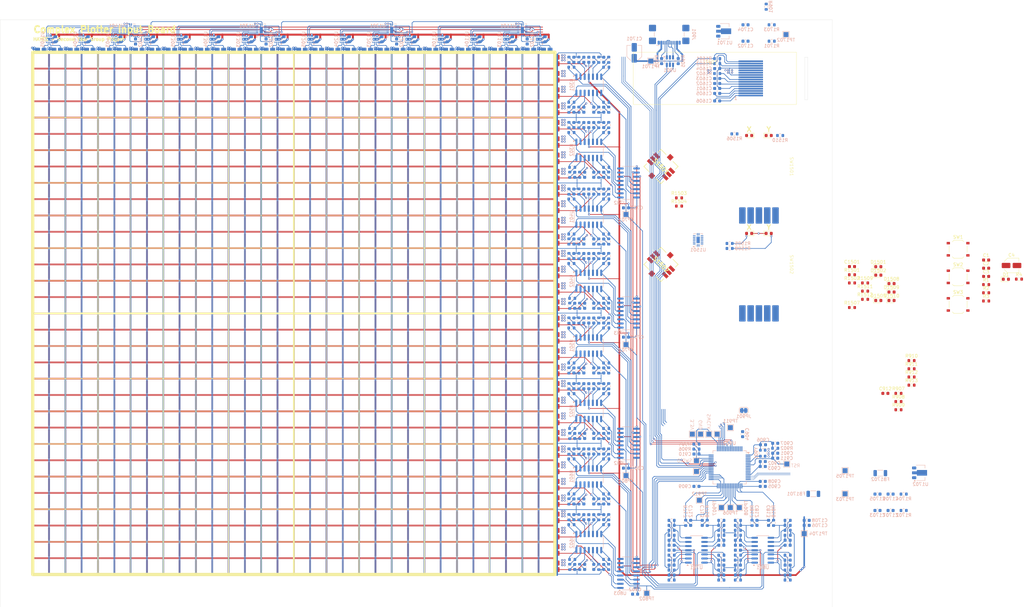
<source format=kicad_pcb>
(kicad_pcb (version 20241229) (generator "pcbnew") (generator_version "9.0")
  (layers (0 "F.Cu" signal) (2 "B.Cu" signal) (13 "F.Paste" user) (15 "B.Paste" user) (5 "F.SilkS" user "F.Silkscreen") (7 "B.SilkS" user "B.Silkscreen") (1 "F.Mask" user) (3 "B.Mask" user) (25 "Edge.Cuts" user))
  (net 0 "")
  (net 1 "/Receiver Stage/Rx Row Amplifier 1/RXIN1")
  (net 2 "Net-(U301A-+)")
  (net 3 "Net-(U301B-+)")
  (net 4 "/Receiver Stage/Rx Row Amplifier 1/RXIN2")
  (net 5 "Net-(C303-Pad1)")
  (net 6 "1.65V")
  (net 7 "Net-(C304-Pad1)")
  (net 8 "GND")
  (net 9 "+3.3VA")
  (net 10 "/Receiver Stage/Rx Row Amplifier 1/RXIN3")
  (net 11 "Net-(U301C-+)")
  (net 12 "Net-(U301D-+)")
  (net 13 "/Receiver Stage/Rx Row Amplifier 1/RXIN4")
  (net 14 "Net-(C309-Pad1)")
  (net 15 "Net-(C310-Pad1)")
  (net 16 "Net-(U302A-+)")
  (net 17 "Net-(U302B-+)")
  (net 18 "Net-(C313-Pad1)")
  (net 19 "Net-(C314-Pad1)")
  (net 20 "Net-(U302C-+)")
  (net 21 "Net-(U302D-+)")
  (net 22 "Net-(C317-Pad1)")
  (net 23 "Net-(C318-Pad1)")
  (net 24 "Net-(U401A-+)")
  (net 25 "/Receiver Stage/Rx Row Amplifier 2/RXIN1")
  (net 26 "Net-(U401B-+)")
  (net 27 "/Receiver Stage/Rx Row Amplifier 2/RXIN2")
  (net 28 "Net-(C403-Pad1)")
  (net 29 "Net-(C404-Pad1)")
  (net 30 "Net-(U401C-+)")
  (net 31 "/Receiver Stage/Rx Row Amplifier 2/RXIN3")
  (net 32 "/Receiver Stage/Rx Row Amplifier 2/RXIN4")
  (net 33 "Net-(U401D-+)")
  (net 34 "Net-(C409-Pad1)")
  (net 35 "Net-(C410-Pad1)")
  (net 36 "Net-(U402A-+)")
  (net 37 "Net-(U402B-+)")
  (net 38 "Net-(C413-Pad1)")
  (net 39 "Net-(C414-Pad1)")
  (net 40 "Net-(U402C-+)")
  (net 41 "Net-(U402D-+)")
  (net 42 "Net-(C417-Pad1)")
  (net 43 "Net-(C418-Pad1)")
  (net 44 "Net-(U501A-+)")
  (net 45 "/Receiver Stage/Rx Row Amplifier 3/RXIN1")
  (net 46 "/Receiver Stage/Rx Row Amplifier 3/RXIN2")
  (net 47 "Net-(U501B-+)")
  (net 48 "Net-(C503-Pad1)")
  (net 49 "Net-(C504-Pad1)")
  (net 50 "/Receiver Stage/Rx Row Amplifier 3/RXIN3")
  (net 51 "Net-(U501C-+)")
  (net 52 "Net-(U501D-+)")
  (net 53 "/Receiver Stage/Rx Row Amplifier 3/RXIN4")
  (net 54 "Net-(C509-Pad1)")
  (net 55 "Net-(C510-Pad1)")
  (net 56 "Net-(U502A-+)")
  (net 57 "Net-(U502B-+)")
  (net 58 "Net-(C513-Pad1)")
  (net 59 "Net-(C514-Pad1)")
  (net 60 "Net-(U502C-+)")
  (net 61 "Net-(U502D-+)")
  (net 62 "Net-(C517-Pad1)")
  (net 63 "Net-(C518-Pad1)")
  (net 64 "Net-(U601A-+)")
  (net 65 "/Receiver Stage/Rx Row Amplifier 4/RXIN1")
  (net 66 "Net-(U601B-+)")
  (net 67 "/Receiver Stage/Rx Row Amplifier 4/RXIN2")
  (net 68 "Net-(C603-Pad1)")
  (net 69 "Net-(C604-Pad1)")
  (net 70 "Net-(U601C-+)")
  (net 71 "/Receiver Stage/Rx Row Amplifier 4/RXIN3")
  (net 72 "/Receiver Stage/Rx Row Amplifier 4/RXIN4")
  (net 73 "Net-(U601D-+)")
  (net 74 "Net-(C609-Pad1)")
  (net 75 "Net-(C610-Pad1)")
  (net 76 "Net-(U602A-+)")
  (net 77 "Net-(U602B-+)")
  (net 78 "Net-(C613-Pad1)")
  (net 79 "Net-(C614-Pad1)")
  (net 80 "Net-(U602C-+)")
  (net 81 "Net-(U602D-+)")
  (net 82 "Net-(C617-Pad1)")
  (net 83 "Net-(C618-Pad1)")
  (net 84 "Net-(J1601-Pin_6)")
  (net 85 "Net-(U701A-+)")
  (net 86 "Net-(U701C-+)")
  (net 87 "Net-(C706-Pad2)")
  (net 88 "Net-(C706-Pad1)")
  (net 89 "Net-(C707-Pad2)")
  (net 90 "Net-(C707-Pad1)")
  (net 91 "Net-(C708-Pad2)")
  (net 92 "Net-(C709-Pad2)")
  (net 93 "Net-(U701B-+)")
  (net 94 "Net-(U701D-+)")
  (net 95 "/Measurement & Control/Rx1")
  (net 96 "/Measurement & Control/Rx2")
  (net 97 "Net-(U801A-+)")
  (net 98 "Net-(U801C-+)")
  (net 99 "Net-(C806-Pad1)")
  (net 100 "Net-(C806-Pad2)")
  (net 101 "Net-(C807-Pad1)")
  (net 102 "Net-(C807-Pad2)")
  (net 103 "Net-(C808-Pad2)")
  (net 104 "Net-(C809-Pad2)")
  (net 105 "Net-(U801B-+)")
  (net 106 "Net-(U801D-+)")
  (net 107 "/Measurement & Control/Rx3")
  (net 108 "/Measurement & Control/Rx4")
  (net 109 "/Measurement & Control/~{RST}")
  (net 110 "+3.3V")
  (net 111 "/Measurement & Control/TSC_CS")
  (net 112 "/Measurement & Control/BOOT0")
  (net 113 "+5V")
  (net 114 "3.3V")
  (net 115 "Net-(J1601-Pin_7)")
  (net 116 "Net-(J1601-Pin_3)")
  (net 117 "Net-(J1601-Pin_4)")
  (net 118 "Net-(J1601-Pin_2)")
  (net 119 "Net-(J1601-Pin_1)")
  (net 120 "Net-(U1702-VO)")
  (net 121 "Net-(D1501-A)")
  (net 122 "Net-(D1502-K)")
  (net 123 "Net-(D1503-A)")
  (net 124 "Net-(D1504-A)")
  (net 125 "Net-(D1505-A)")
  (net 126 "Net-(D1506-A)")
  (net 127 "Net-(D1507-A)")
  (net 128 "Net-(D1508-K)")
  (net 129 "Net-(D1509-A)")
  (net 130 "Net-(D1510-K)")
  (net 131 "Net-(J1601-Pin_8)")
  (net 132 "/Measurement & Control/USB_CC1")
  (net 133 "Net-(J901-D--PadA7)")
  (net 135 "Net-(J901-D+-PadA6)")
  (net 137 "/Measurement & Control/USB_CC2")
  (net 138 "/Measurement & Control/OLED_SCL")
  (net 139 "/Measurement & Control/OLED_SDA")
  (net 140 "/Transmit Coils/Dual H-Bridge 1/OUT1")
  (net 141 "/Transmit Coils/Dual H-Bridge 1/OUT2")
  (net 142 "/Transmit Coils/Dual H-Bridge 1/OUT3")
  (net 143 "/Transmit Coils/Dual H-Bridge 1/OUT4")
  (net 144 "/Transmit Coils/Dual H-Bridge 1/OUT5")
  (net 145 "/Transmit Coils/Dual H-Bridge 1/OUT6")
  (net 146 "/Transmit Coils/Dual H-Bridge 1/OUT7")
  (net 147 "/Transmit Coils/Dual H-Bridge 1/OUT8")
  (net 148 "/Transmit Coils/Dual H-Bridge 2/OUT1")
  (net 149 "/Transmit Coils/Dual H-Bridge 2/OUT2")
  (net 150 "/Transmit Coils/Dual H-Bridge 2/OUT3")
  (net 151 "/Transmit Coils/Dual H-Bridge 2/OUT4")
  (net 152 "/Transmit Coils/Dual H-Bridge 2/OUT5")
  (net 153 "/Transmit Coils/Dual H-Bridge 2/OUT6")
  (net 154 "/Transmit Coils/Dual H-Bridge 2/OUT7")
  (net 155 "/Transmit Coils/Dual H-Bridge 2/OUT8")
  (net 156 "/Transmit Coils/Dual H-Bridge 3/OUT1")
  (net 157 "/Transmit Coils/Dual H-Bridge 3/OUT2")
  (net 158 "/Transmit Coils/Dual H-Bridge 3/OUT3")
  (net 159 "/Transmit Coils/Dual H-Bridge 3/OUT4")
  (net 160 "/Transmit Coils/Dual H-Bridge 3/OUT5")
  (net 161 "/Transmit Coils/Dual H-Bridge 3/OUT6")
  (net 162 "/Transmit Coils/Dual H-Bridge 3/OUT7")
  (net 163 "/Transmit Coils/Dual H-Bridge 3/OUT8")
  (net 164 "/Transmit Coils/Dual H-Bridge 4/OUT1")
  (net 165 "/Transmit Coils/Dual H-Bridge 4/OUT2")
  (net 166 "/Transmit Coils/Dual H-Bridge 4/OUT3")
  (net 167 "/Transmit Coils/Dual H-Bridge 4/OUT4")
  (net 168 "/Transmit Coils/Dual H-Bridge 4/OUT5")
  (net 169 "/Transmit Coils/Dual H-Bridge 4/OUT6")
  (net 170 "/Transmit Coils/Dual H-Bridge 4/OUT7")
  (net 171 "/Transmit Coils/Dual H-Bridge 4/OUT8")
  (net 172 "Net-(U1701-ADJ)")
  (net 173 "Net-(U1702-ADJ)")
  (net 174 "Net-(U301A--)")
  (net 175 "Net-(U301B--)")
  (net 176 "/Mux & Amplifier 1/In1")
  (net 177 "/Mux & Amplifier 1/In2")
  (net 178 "Net-(U301C--)")
  (net 179 "Net-(U301D--)")
  (net 180 "/Mux & Amplifier 1/In3")
  (net 181 "/Mux & Amplifier 1/In4")
  (net 182 "Net-(U302A--)")
  (net 183 "Net-(U302B--)")
  (net 184 "Net-(U302C--)")
  (net 185 "Net-(U302D--)")
  (net 186 "Net-(U401A--)")
  (net 187 "Net-(U401B--)")
  (net 188 "/Mux & Amplifier 1/In9")
  (net 189 "/Mux & Amplifier 1/In10")
  (net 190 "Net-(U401C--)")
  (net 191 "Net-(U401D--)")
  (net 192 "/Mux & Amplifier 1/In11")
  (net 193 "/Mux & Amplifier 1/In12")
  (net 194 "Net-(U402A--)")
  (net 195 "Net-(U402B--)")
  (net 196 "Net-(U402C--)")
  (net 197 "Net-(U402D--)")
  (net 198 "Net-(U501A--)")
  (net 199 "Net-(U501B--)")
  (net 200 "/Mux & Amplifier 2/In1")
  (net 201 "/Mux & Amplifier 2/In2")
  (net 202 "Net-(U501C--)")
  (net 203 "Net-(U501D--)")
  (net 204 "/Mux & Amplifier 2/In3")
  (net 205 "/Mux & Amplifier 2/In4")
  (net 206 "Net-(U502A--)")
  (net 207 "Net-(U502B--)")
  (net 208 "Net-(U502C--)")
  (net 209 "Net-(U502D--)")
  (net 210 "Net-(U601A--)")
  (net 211 "Net-(U601B--)")
  (net 212 "/Mux & Amplifier 2/In9")
  (net 213 "/Mux & Amplifier 2/In10")
  (net 214 "Net-(U601C--)")
  (net 215 "Net-(U601D--)")
  (net 216 "/Mux & Amplifier 2/In11")
  (net 217 "/Mux & Amplifier 2/In12")
  (net 218 "Net-(U602A--)")
  (net 219 "Net-(U602B--)")
  (net 220 "Net-(U602C--)")
  (net 221 "Net-(U602D--)")
  (net 222 "Net-(U702-X)")
  (net 223 "Net-(U703-X)")
  (net 224 "Net-(U701A--)")
  (net 225 "Net-(U701C--)")
  (net 226 "Net-(R711-Pad1)")
  (net 227 "Net-(R712-Pad1)")
  (net 228 "Net-(U701B--)")
  (net 229 "Net-(U701D--)")
  (net 230 "Net-(U802-X)")
  (net 231 "Net-(U803-X)")
  (net 232 "Net-(U801A--)")
  (net 233 "Net-(U801C--)")
  (net 234 "Net-(R811-Pad1)")
  (net 235 "Net-(R812-Pad1)")
  (net 236 "Net-(U801B--)")
  (net 237 "Net-(U801D--)")
  (net 238 "/Measurement & Control/USB_DP")
  (net 239 "/Measurement & Control/SWCLK")
  (net 240 "/Measurement & Control/SWDIO")
  (net 241 "/Measurement & Control/TX_SRCLK")
  (net 242 "/Measurement & Control/TX_RCLK")
  (net 244 "/Measurement & Control/UI_SRCLK")
  (net 245 "/Measurement & Control/UI_RCLK")
  (net 246 "/Measurement & Control/UI_SER")
  (net 247 "/User Input/LED_G1")
  (net 248 "/User Input/LED_IX")
  (net 249 "/User Input/LED_OX")
  (net 250 "/User Input/LED_G2")
  (net 251 "/User Input/LED_IY")
  (net 252 "/User Input/LED_OY")
  (net 253 "/User Input/LED_G3")
  (net 256 "/Measurement & Control/O_CENTER")
  (net 257 "/Measurement & Control/O_DOWN")
  (net 258 "/Measurement & Control/O_LEFT")
  (net 259 "/Measurement & Control/I_COM")
  (net 260 "/Measurement & Control/O_RIGHT")
  (net 261 "/Measurement & Control/O_UP")
  (net 262 "/Measurement & Control/O_COM")
  (net 263 "/Measurement & Control/S_B")
  (net 264 "/Measurement & Control/S_A")
  (net 265 "Net-(U1101-QB)")
  (net 266 "/Measurement & Control/S_PUSH")
  (net 267 "/Transmit Coils/Dual H-Bridge 1/QH'")
  (net 269 "Net-(U902-PC4)")
  (net 270 "Net-(U902-PC5)")
  (net 271 "Net-(U902-PA7)")
  (net 272 "Net-(U902-PA8)")
  (net 273 "Net-(U902-PA15)")
  (net 274 "Net-(U902-PB7)")
  (net 275 "Net-(U902-PB10)")
  (net 276 "/Measurement & Control/Mux B")
  (net 277 "/Measurement & Control/Mux C")
  (net 278 "/Mux & Amplifier 1/In6")
  (net 279 "/Mux & Amplifier 1/In8")
  (net 280 "/Mux & Amplifier 1/In5")
  (net 281 "/Mux & Amplifier 1/In7")
  (net 282 "/Measurement & Control/Mux Inhibit")
  (net 283 "/Measurement & Control/Mux A")
  (net 284 "/Mux & Amplifier 1/In16")
  (net 285 "/Mux & Amplifier 1/In15")
  (net 286 "/Mux & Amplifier 1/In13")
  (net 287 "/Mux & Amplifier 1/In14")
  (net 288 "/Mux & Amplifier 2/In7")
  (net 289 "/Mux & Amplifier 2/In8")
  (net 290 "/Mux & Amplifier 2/In5")
  (net 291 "/Mux & Amplifier 2/In6")
  (net 292 "/Mux & Amplifier 2/In15")
  (net 293 "/Mux & Amplifier 2/In13")
  (net 294 "/Mux & Amplifier 2/In16")
  (net 295 "/Mux & Amplifier 2/In14")
  (net 296 "/Measurement & Control/USB_DN")
  (net 297 "/Measurement & Control/OSC_16M")
  (net 299 "/Measurement & Control/TSC_1")
  (net 300 "/Measurement & Control/TSC_2")
  (net 301 "/Measurement & Control/TSC_3")
  (net 302 "/Receiver Stage/Rx Row Amplifier 1/RXIN5")
  (net 303 "/Receiver Stage/Rx Row Amplifier 1/RXIN6")
  (net 304 "/Receiver Stage/Rx Row Amplifier 1/RXIN7")
  (net 305 "/Receiver Stage/Rx Row Amplifier 1/RXIN8")
  (net 306 "/Receiver Stage/Rx Row Amplifier 2/RXIN5")
  (net 307 "/Receiver Stage/Rx Row Amplifier 2/RXIN6")
  (net 308 "/Receiver Stage/Rx Row Amplifier 2/RXIN7")
  (net 309 "/Receiver Stage/Rx Row Amplifier 2/RXIN8")
  (net 310 "/Receiver Stage/Rx Row Amplifier 3/RXIN5")
  (net 311 "/Receiver Stage/Rx Row Amplifier 3/RXIN6")
  (net 312 "/Receiver Stage/Rx Row Amplifier 3/RXIN7")
  (net 313 "/Receiver Stage/Rx Row Amplifier 3/RXIN8")
  (net 314 "/Receiver Stage/Rx Row Amplifier 4/RXIN5")
  (net 315 "/Receiver Stage/Rx Row Amplifier 4/RXIN6")
  (net 316 "/Receiver Stage/Rx Row Amplifier 4/RXIN7")
  (net 317 "/Receiver Stage/Rx Row Amplifier 4/RXIN8")
  (net 318 "Net-(U1101-QG)")
  (net 319 "Net-(U1101-QF)")
  (net 320 "Net-(U1101-QE)")
  (net 321 "Net-(U1101-QH)")
  (net 322 "Net-(U1101-QA)")
  (net 323 "Net-(U1101-QC)")
  (net 324 "Net-(U1101-QD)")
  (net 325 "Net-(U1201-QB)")
  (net 326 "Net-(U1201-QD)")
  (net 327 "Net-(U1201-QG)")
  (net 328 "Net-(U1201-QE)")
  (net 329 "Net-(U1201-QC)")
  (net 330 "Net-(U1201-QF)")
  (net 331 "/Transmit Coils/QH'")
  (net 332 "Net-(U1201-QA)")
  (net 333 "Net-(U1201-QH)")
  (net 334 "/Transmit Coils/Dual H-Bridge 3/QH'")
  (net 335 "Net-(U1301-QE)")
  (net 336 "Net-(U1301-QB)")
  (net 337 "Net-(U1301-QH)")
  (net 338 "Net-(U1301-QF)")
  (net 339 "Net-(U1301-QD)")
  (net 340 "Net-(U1301-QG)")
  (net 341 "Net-(U1301-QA)")
  (net 342 "Net-(U1301-QC)")
  (net 343 "Net-(U1401-QG)")
  (net 344 "Net-(U1401-QD)")
  (net 345 "Net-(U1401-QH)")
  (net 346 "/Transmit Coils/Dual H-Bridge 4/QH&apos;")
  (net 347 "Net-(U1401-QF)")
  (net 348 "Net-(U1401-QA)")
  (net 349 "Net-(U1401-QC)")
  (net 350 "Net-(U1401-QB)")
  (net 351 "Net-(U1401-QE)")
  (net 354 "/Measurement & Control/TX_SDO")
  (net 355 "Net-(D1-A)")
  (footprint "Coil:5x160" (layer "F.Cu") (at 220 77.5)
    (property "Reference" "L204" (hide yes))
    (property "Value" "L")
  )
  (footprint "Resistor_SMD:R_0603_1608Metric" (layer "F.Cu") (at 329.26 159.48)
    (property "Reference" "R912")
    (property "Value" "10k")
  )
  (footprint "Resistor_SMD:R_0603_1608Metric" (layer "F.Cu") (at 258.026 107.12)
    (property "Reference" "R1504")
    (property "Value" "10k")
  )
  (footprint "Resistor_SMD:R_0603_1608Metric" (layer "F.Cu") (at 329.26 154.46)
    (property "Reference" "R910")
    (property "Value" "10k")
  )
  (footprint "Coil:5x160" (layer "F.Cu") (at 220 127.5)
    (property "Reference" "L214" (hide yes))
    (property "Value" "L")
  )
  (footprint "MountingHole:MountingHole_3.2mm_M3" (layer "F.Cu") (at 300 55)
    (property "Reference" "H102" (hide yes))
    (property "Value" "MountingHole" (hide yes))
  )
  (footprint "Resistor_SMD:R_0603_1608Metric" (layer "F.Cu") (at 311.019 138.201)
    (property "Reference" "R1507")
    (property "Value" "180")
  )
  (footprint "LED_SMD:LED_0603_1608Metric" (layer "F.Cu") (at 319.079 136.051)
    (property "Reference" "D1505")
    (property "Value" "Z")
  )
  (footprint "Resistor_SMD:R_0603_1608Metric" (layer "F.Cu") (at 352.115 133.69)
    (property "Reference" "R2")
    (property "Value" "1k")
  )
  (footprint "Coil:5x160" (layer "F.Cu") (at 220 192.5)
    (property "Reference" "L227" (hide yes))
    (property "Value" "L")
  )
  (footprint "LED_SMD:LED_0603_1608Metric" (layer "F.Cu") (at 279.5 115.5 180)
    (property "Reference" "D1503" (hide yes))
    (property "Value" "X")
  )
  (footprint "LED_SMD:LED_0603_1608Metric" (layer "F.Cu") (at 358.165 129.54)
    (property "Reference" "D1")
    (property "Value" "~")
  )
  (footprint "LED_SMD:LED_0603_1608Metric" (layer "F.Cu") (at 319.079 125.691)
    (property "Reference" "D1501")
    (property "Value" "E")
  )
  (footprint "Capacitor_SMD:C_0603_1608Metric" (layer "F.Cu") (at 352.115 123.65)
    (property "Reference" "C1")
    (property "Value" "100n")
  )
  (footprint "Coil:5x160" (layer "F.Cu") (at 220 202.5)
    (property "Reference" "L229" (hide yes))
    (property "Value" "L")
  )
  (footprint "Coil:5x160" (layer "F.Cu") (at 220 157.5)
    (property "Reference" "L220" (hide yes))
    (property "Value" "L")
  )
  (footprint "Display:1.71 OLED SSD1312" (layer "F.Cu") (at 267.5 68)
    (property "Reference" "J1601")
    (property "Value" "1.71\" SSD1312 OLED")
    (fp_rect (start 29 -6.5) (end 30 6.5) (stroke (width 0.05)) (fill no) (layer "Edge.Cuts"))
  )
  (footprint "Resistor_SMD:R_0603_1608Metric" (layer "F.Cu") (at 315.029 133.181)
    (property "Reference" "R1511")
    (property "Value" "180")
  )
  (footprint "Capacitor_SMD:C_Elec_4x5.8" (layer "F.Cu") (at 359.895 125.32)
    (property "Reference" "C4")
    (property "Value" "1u")
  )
  (footprint "LED_SMD:LED_0603_1608Metric" (layer "F.Cu") (at 323.129 133.461)
    (property "Reference" "D1509")
    (property "Value" "X")
  )
  (footprint "Coil:5x160" (layer "F.Cu") (at 220 187.5)
    (property "Reference" "L226" (hide yes))
    (property "Value" "L")
  )
  (footprint "Coil:5x160" (layer "F.Cu") (at 220 217.5)
    (property "Reference" "L232" (hide yes))
    (property "Value" "L")
  )
  (footprint "Coil:5x160" (layer "F.Cu") (at 220 142.5)
    (property "Reference" "L217" (hide yes))
    (property "Value" "L")
  )
  (footprint "Coil:5x160" (layer "F.Cu") (at 220 92.5)
    (property "Reference" "L207" (hide yes))
    (property "Value" "L")
  )
  (footprint "MountingHole:MountingHole_3.2mm_M3" (layer "F.Cu") (at 300 225)
    (property "Reference" "H103" (hide yes))
    (property "Value" "MountingHole" (hide yes))
  )
  (footprint "LED_SMD:LED_0603_1608Metric" (layer "F.Cu") (at 279.5 85.5 180)
    (property "Reference" "D1504" (hide yes))
    (property "Value" "X")
  )
  (footprint "Coil:5x160" (layer "F.Cu") (at 220 102.5)
    (property "Reference" "L209" (hide yes))
    (property "Value" "L")
  )
  (footprint "LED_SMD:LED_0603_1608Metric" (layer "F.Cu") (at 285.5 85.5)
    (property "Reference" "D1507" (hide yes))
    (property "Value" "Y")
  )
  (footprint "Coil:5x160" (layer "F.Cu") (at 220 132.5)
    (property "Reference" "L215" (hide yes))
    (property "Value" "L")
  )
  (footprint "Coil:5x160" (layer "F.Cu") (at 220 167.5)
    (property "Reference" "L222" (hide yes))
    (property "Value" "L")
  )
  (footprint "Resistor_SMD:R_0603_1608Metric" (layer "F.Cu") (at 311.019 130.671)
    (property "Reference" "R1502")
    (property "Value" "180")
  )
  (footprint "Capacitor_SMD:C_0603_1608Metric" (layer "F.Cu") (at 352.115 128.67)
    (property "Reference" "C3")
    (property "Value" "100n")
  )
  (footprint "Coil:5x160" (layer "F.Cu") (at 220 67.5)
    (property "Reference" "L202" (hide yes))
    (property "Value" "L")
  )
  (footprint "LED_SMD:LED_0603_1608Metric" (layer "F.Cu") (at 323.129 136.051)
    (property "Reference" "D1510")
    (property "Value" "X")
  )
  (footprint "Coil:5x160" (layer "F.Cu") (at 220 62.5)
    (property "Reference" "L201" (hide yes))
    (property "Value" "L")
  )
  (footprint "Button_Switch_SMD:SW_Push_1P1T_XKB_TS-1187A" (layer "F.Cu") (at 343.525 120.35)
    (property "Reference" "SW1")
    (property "Value" "SW_Push")
  )
  (footprint "Coil:5x160" (layer "F.Cu") (at 220 162.5)
    (property "Reference" "L221" (hide yes))
    (property "Value" "L")
  )
  (footprint "Coil:5x160" (layer "F.Cu") (at 220 197.5)
    (property "Reference" "L228" (hide yes))
    (property "Value" "L")
  )
  (footprint "Coil:5x160" (layer "F.Cu") (at 220 212.5)
    (property "Reference" "L231" (hide yes))
    (property "Value" "L")
  )
  (footprint "Coil:5x160" (layer "F.Cu") (at 220 122.5)
    (property "Reference" "L213" (hide yes))
    (property "Value" "L")
  )
  (footprint "Coil:5x160" (layer "F.Cu") (at 220 117.5)
    (property "Reference" "L212" (hide yes))
    (property "Value" "L")
  )
  (footprint "Coil:5x160" (layer "F.Cu") (at 220 172.5)
    (property "Reference" "L223" (hide yes))
    (property "Value" "L")
  )
  (footprint "Resistor_SMD:R_0603_1608Metric" (layer "F.Cu") (at 325.25 167.01)
    (property "Reference" "R908")
    (property "Value" "10k")
  )
  (footprint "Coil:5x160" (layer "F.Cu") (at 220 82.5)
    (property "Reference" "L205" (hide yes))
    (property "Value" "L")
  )
  (footprint "Button_Switch_SMD:SW_Push_1P1T_XKB_TS-1187A" (layer "F.Cu") (at 343.525 128.8)
    (property "Reference" "SW2")
    (property "Value" "SW_Push")
  )
  (footprint "Resistor_SMD:R_0603_1608Metric" (layer "F.Cu") (at 325.25 164.5)
    (property "Reference" "R907")
    (property "Value" "10k")
  )
  (footprint "Coil:5x160" (layer "F.Cu") (at 220 177.5)
    (property "Reference" "L224" (hide yes))
    (property "Value" "L")
  )
  (footprint "Coil:5x160" (layer "F.Cu") (at 220 72.5)
    (property "Reference" "L203" (hide yes))
    (property "Value" "L")
  )
  (footprint "Button_Switch_SMD:SW_Push_1P1T_XKB_TS-1187A" (layer "F.Cu") (at 343.525 137.25)
    (property "Reference" "SW3")
    (property "Value" "SW_Push")
  )
  (footprint "Resistor_SMD:R_0603_1608Metric" (layer "F.Cu") (at 315.029 130.671)
    (property "Reference" "R1509")
    (property "Value" "180")
  )
  (footprint "Resistor_SMD:R_0603_1608Metric" (layer "F.Cu") (at 352.115 136.2)
    (property "Reference" "R3")
    (property "Value" "1k")
  )
  (footprint "Coil:5x160" (layer "F.Cu") (at 220 97.5)
    (property "Reference" "L208" (hide yes))
    (property "Value" "L")
  )
  (footprint "Resistor_SMD:R_0603_1608Metric" (layer "F.Cu") (at 258.026 104.61)
    (property "Reference" "R1503")
    (property "Value" "10k")
  )
  (footprint "LED_SMD:LED_0603_1608Metric" (layer "F.Cu") (at 285.5 115.5)
    (property "Reference" "D1506" (hide yes))
    (property "Value" "Y")
  )
  (footprint "Coil:5x160" (layer "F.Cu") (at 220 107.5)
    (property "Reference" "L210" (hide yes))
    (property "Value" "L")
  )
  (footprint "Resistor_SMD:R_0603_1608Metric" (layer "F.Cu") (at 315.029 135.691)
    (property "Reference" "R1512")
    (property "Value" "180")
  )
  (footprint "LED_SMD:LED_0603_1608Metric" (layer "F.Cu") (at 319.079 128.281)
    (property "Reference" "D1502")
    (property "Value" "C")
  )
  (footprint "Resistor_SMD:R_0603_1608Metric" (layer "F.Cu") (at 352.115 131.18)
    (property "Reference" "R1")
    (property "Value" "1k")
  )
  (footprint "Coil:5x160" (layer "F.Cu") (at 220 182.5)
    (property "Reference" "L225" (hide yes))
    (property "Value" "L")
  )
  (footprint "Coil:5x160" (layer "F.Cu") (at 220 137.5)
    (property "Reference" "L216" (hide yes))
    (property "Value" "L")
  )
  (footprint "Resistor_SMD:R_0603_1608Metric" (layer "F.Cu") (at 325.25 169.52)
    (property "Reference" "R909")
    (property "Value" "10k")
  )
  (footprint "Resistor_SMD:R_0603_1608Metric" (layer "F.Cu") (at 311.019 128.161)
    (property "Reference" "R1501")
    (property "Value" "180")
  )
  (footprint "Resistor_SMD:R_0603_1608Metric" (layer "F.Cu") (at 329.26 156.97)
    (property "Reference" "R911")
    (property "Value" "1M")
  )
  (footprint "Capacitor_SMD:C_0603_1608Metric" (layer "F.Cu") (at 321.24 164.5)
    (property "Reference" "C912")
    (property "Value" "100n")
  )
  (footprint "TS12-74-60:TS127460" (layer "F.Cu") (at 252.5 95 -45)
    (property "Reference" "S1501")
    (property "Value" "TS12-74-60" (hide yes))
  )
  (footprint "LED_SMD:LED_0603_1608Metric" (layer "F.Cu") (at 323.129 130.871)
    (property "Reference" "D1508")
    (property "Value" "L")
  )
  (footprint "Resistor_SMD:R_0603_1608Metric" (layer "F.Cu") (at 362.175 129.5)
    (property "Reference" "R4")
    (property "Value" "180")
  )
  (footprint "Coil:5x160" (layer "F.Cu") (at 220 152.5)
    (property "Reference" "L219" (hide yes))
    (property "Value" "L")
  )
  (footprint "Encoder:Untitled" (layer "F.Cu") (at 282.5 125 -90)
    (property "Reference" "SW1502")
    (property "Value" "Rotary encoder" (hide yes))
  )
  (footprint "Coil:5x160" (layer "F.Cu") (at 220 207.5)
    (property "Reference" "L230" (hide yes))
    (property "Value" "L")
  )
  (footprint "Capacitor_SMD:C_0603_1608Metric" (layer "F.Cu") (at 352.115 126.16)
    (property "Reference" "C2")
    (property "Value" "100n")
  )
  (footprint "MountingHole:MountingHole_3.2mm_M3" (layer "F.Cu") (at 55 225)
    (property "Reference" "H104" (hide yes))
    (property "Value" "MountingHole" (hide yes))
  )
  (footprint "Encoder:Untitled" (layer "F.Cu") (at 282.5 95 -90)
    (property "Reference" "SW1501")
    (property "Value" "Rotary encoder" (hide yes))
  )
  (footprint "Coil:5x160" (layer "F.Cu") (at 220 87.5)
    (property "Reference" "L206" (hide yes))
    (property "Value" "L")
  )
  (footprint "MountingHole:MountingHole_3.2mm_M3" (layer "F.Cu") (at 55 55)
    (property "Reference" "H101" (hide yes))
    (property "Value" "MountingHole" (hide yes))
  )
  (footprint "Capacitor_SMD:C_0603_1608Metric" (layer "F.Cu") (at 311.019 125.651)
    (property "Reference" "C1501")
    (property "Value" "100n")
  )
  (footprint "Coil:5x160" (layer "F.Cu") (at 220 147.5)
    (property "Reference" "L218" (hide yes))
    (property "Value" "L")
  )
  (footprint "Resistor_SMD:R_0603_1608Metric" (layer "F.Cu") (at 329.26 161.99)
    (property "Reference" "R913")
    (property "Value" "10k")
  )
  (footprint "Coil:5x160" (layer "F.Cu") (at 220 112.5)
    (property "Reference" "L211" (hide yes))
    (property "Value" "L")
  )
  (footprint "TS12-74-60:TS127460" (layer "F.Cu") (at 252.5 125 -45)
    (property "Reference" "S1502")
    (property "Value" "TS12-74-60" (hide yes))
  )
  (footprint "Resistor_SMD:R_0603_1608Metric" (layer "B.Cu") (at 224.282 82.295999 90)
    (property "Reference" "R315" (hide yes))
    (property "Value" "1k" (hide yes))
  )
  (footprint "Resistor_SMD:R_0603_1608Metric" (layer "B.Cu") (at 236.474001 197.611999 -90)
    (property "Reference" "R609" (hide yes))
    (property "Value" "1k" (hide yes))
  )
  (footprint "Resistor_SMD:R_0603_1608Metric" (layer "B.Cu") (at 236.474001 62.294 90)
    (property "Reference" "R304" (hide yes))
    (property "Value" "1k" (hide yes))
  )
  (footprint "TestPoint:TestPoint_Pad_1.5x1.5mm" (layer "B.Cu") (at 308.897 195.278)
    (property "Reference" "TP1703")
    (property "Value" "TestPoint")
  )
  (footprint "Coil:5x160" (layer "B.Cu") (at 192.5 60 90)
    (property "Reference" "L1006" (hide yes))
    (property "Value" "L")
  )
  (footprint "Capacitor_SMD:C_0603_1608Metric" (layer "B.Cu") (at 230.378001 182.308999 90)
    (property "Reference" "C605" (hide yes))
    (property "Value" "100n" (hide yes))
  )
  (footprint "Capacitor_SMD:C_0603_1608Metric" (layer "B.Cu") (at 255.74 220.18)
    (property "Reference" "C706" (hide yes))
    (property "Value" "33p" (hide yes))
  )
  (footprint "Jumper:SolderJumper-2_P1.3mm_Bridged_RoundedPad1.0x1.5mm" (layer "B.Cu") (at 277.85 169.75)
    (property "Reference" "JP901")
    (property "Value" "SolderJumper_2_Bridged")
  )
  (footprint "Resistor_SMD:R_0603_1608Metric" (layer "B.Cu") (at 269.71 66.51)
    (property "Reference" "R1602")
    (property "Value" "550k")
  )
  (footprint "Capacitor_SMD:C_0603_1608Metric" (layer "B.Cu") (at 287.49 182.842)
    (property "Reference" "C901")
    (property "Value" "100n")
  )
  (footprint "Resistor_SMD:R_0603_1608Metric" (layer "B.Cu") (at 225.043999 84.581998 180)
    (property "Reference" "R317" (hide yes))
    (property "Value" "15k" (hide yes))
  )
  (footprint "Resistor_SMD:R_0603_1608Metric" (layer "B.Cu") (at 235.712001 164.591999)
    (property "Reference" "R518" (hide yes))
    (property "Value" "15k" (hide yes))
  )
  (footprint "Package_SO:SOIC-16_3.9x9.9mm_P1.27mm" (layer "B.Cu") (at 242.532 219.672)
    (property "Reference" "U803")
    (property "Value" "CD4051B")
  )
  (footprint "Package_SON:WSON-8-1EP_2x2mm_P0.5mm_EP0.9x1.6mm" (layer "B.Cu") (at 65 56 90)
    (property "Reference" "U1405")
    (property "Value" "DRV8837")
  )
  (footprint "Package_TO_SOT_SMD:SOT-89-3" (layer "B.Cu") (at 332.0185 188.846)
    (property "Reference" "U1702")
    (property "Value" "LM317_TO-252")
  )
  (footprint "Capacitor_SMD:C_0603_1608Metric" (layer "B.Cu") (at 234.95 177.545998 -90)
    (property "Reference" "C517" (hide yes))
    (property "Value" "1.8n" (hide yes))
  )
  (footprint "Resistor_SMD:R_0603_1608Metric" (layer "B.Cu") (at 236.474001 117.983 -90)
    (property "Reference" "R409" (hide yes))
    (property "Value" "1k" (hide yes))
  )
  (footprint "Capacitor_SMD:C_0603_1608Metric" (layer "B.Cu") (at 228.854 117.983001 90)
    (property "Reference" "C407" (hide yes))
    (property "Value" "1.8n" (hide yes))
  )
  (footprint "Resistor_SMD:R_0603_1608Metric" (layer "B.Cu") (at 233.425999 62.294001 -90)
    (property "Reference" "R302" (hide yes))
    (property "Value" "1k" (hide yes))
  )
  (footprint "Capacitor_SMD:C_0603_1608Metric" (layer "B.Cu") (at 91.5 56.7 90)
    (property "Reference" "C1405" (hide yes))
    (property "Value" "100n" (hide yes))
  )
  (footprint "Coil:5x160" (layer "B.Cu") (at 82.5 60 90)
    (property "Reference" "L1028" (hide yes))
    (property "Value" "L")
  )
  (footprint "Resistor_SMD:R_0603_1608Metric" (layer "B.Cu") (at 227.584 137.667999 90)
    (property "Reference" "R420" (hide yes))
    (property "Value" "1k" (hide yes))
  )
  (footprint "Capacitor_SMD:C_0603_1608Metric" (layer "B.Cu") (at 291.3 220.18 180)
    (property "Reference" "C807" (hide yes))
    (property "Value" "33p" (hide yes))
  )
  (footprint "Resistor_SMD:R_0603_1608Metric" (layer "B.Cu") (at 276.06 203.416)
    (property "Reference" "R813" (hide yes))
    (property "Value" "10k" (hide yes))
  )
  (footprint "Package_SO:SOIC-14_3.9x8.7mm_P1.27mm" (layer "B.Cu") (at 283.68 212.56)
    (property "Reference" "U801")
    (property "Value" "ADA4891")
  )
  (footprint "Resistor_SMD:R_0603_1608Metric" (layer "B.Cu") (at 224.282001 77.597 -90)
    (property "Reference" "R310" (hide yes))
    (property "Value" "1k" (hide yes))
  )
  (footprint "Resistor_SMD:R_0603_1608Metric" (layer "B.Cu") (at 270.98 206.464 180)
    (property "Reference" "R716" (hide yes))
    (property "Value" "1k" (hide yes))
  )
  (footprint "Capacitor_SMD:C_0603_1608Metric" (layer "B.Cu") (at 231.902001 117.983002 90)
    (property "Reference" "C406" (hide yes))
    (property "Value" "1.8n" (hide yes))
  )
  (footprint "TestPoint:TestPoint_Pad_1.5x1.5mm" (layer "B.Cu") (at 291.046 186.144)
    (property "Reference" "TP902" (hide yes))
    (property "Value" "TestPoint" (hide yes))
  )
  (footprint "Resistor_SMD:R_0603_1608Metric" (layer "B.Cu") (at 284.73 46.035 90)
    (property "Reference" "R901")
    (property "Value" "1.5k")
  )
  (footprint "Coil:5x160" (layer "B.Cu") (at 132.5 60 90)
    (property "Reference" "L1018" (hide yes))
    (property "Value" "L")
  )
  (footprint "Inductor_SMD:L_1206_3216Metric" (layer "B.Cu") (at 319.697 188.938)
    (property "Reference" "FB1702")
    (property "Value" "120")
  )
  (footprint "Resistor_SMD:R_0603_1608Metric" (layer "B.Cu") (at 225.298 135.381999 180)
    (property "Reference" "R424" (hide yes))
    (property "Value" "15k" (hide yes))
  )
  (footprint "Capacitor_SMD:C_0603_1608Metric" (layer "B.Cu") (at 229.108 137.667998 90)
    (property "Reference" "C416" (hide yes))
    (property "Value" "1.8n" (hide yes))
  )
  (footprint "Capacitor_SMD:C_0603_1608Metric" (layer "B.Cu") (at 231.902 162.305998 -90)
    (property "Reference" "C512" (hide yes))
    (property "Value" "1.8n" (hide yes))
  )
  (footprint "Resistor_SMD:R_0603_1608Metric" (layer "B.Cu") (at 236.474 137.667999 -90)
    (property "Reference" "R421" (hide yes))
    (property "Value" "1k" (hide yes))
  )
  (footprint "Resistor_SMD:R_0603_1608Metric" (layer "B.Cu") (at 227.329999 62.294001 -90)
    (property "Reference" "R301" (hide yes))
    (property "Value" "1k" (hide yes))
  )
  (footprint "Capacitor_SMD:C_0603_1608Metric" (layer "B.Cu") (at 177 56 -90)
    (property "Reference" "C1204" (hide yes))
    (property "Value" "100n" (hide yes))
  )
  (footprint "Capacitor_SMD:C_0603_1608Metric" (layer "B.Cu") (at 87 56 -90)
    (property "Reference" "C1403" (hide yes))
    (property "Value" "100n" (hide yes))
  )
  (footprint "Capacitor_SMD:C_0603_1608Metric" (layer "B.Cu") (at 225.806 82.295999 90)
    (property "Reference" "C313" (hide yes))
    (property "Value" "1.8n" (hide yes))
  )
  (footprint "TestPoint:TestPoint_Pad_1.5x1.5mm" (layer "B.Cu") (at 271 199.5)
    (property "Reference" "TP907")
    (property "Value" "TestPoint")
  )
  (footprint "Capacitor_SMD:C_0603_1608Metric" (layer "B.Cu") (at 276.06 217.132 180)
    (property "Reference" "C804" (hide yes))
    (property "Value" "39p" (hide yes))
  )
  (footprint "Package_SON:WSON-8-1EP_2x2mm_P0.5mm_EP0.9x1.6mm" (layer "B.Cu") (at 195 56 90)
    (property "Reference" "U1104")
    (property "Value" "DRV8837")
  )
  (footprint "Resistor_SMD:R_0603_1608Metric" (layer "B.Cu") (at 236.474001 102.68 90)
    (property "Reference" "R404" (hide yes))
    (property "Value" "1k" (hide yes))
  )
  (footprint "Package_SON:WSON-8-1EP_2x2mm_P0.5mm_EP0.9x1.6mm" (layer "B.Cu") (at 145 56 90)
    (property "Reference" "U1205")
    (property "Value" "DRV8837")
  )
  (footprint "Resistor_SMD:R_0603_1608Metric" (layer "B.Cu") (at 227.33 202.437998 -90)
    (property "Reference" "R613" (hide yes))
    (property "Value" "1k" (hide yes))
  )
  (footprint "Capacitor_SMD:C_0603_1608Metric" (layer "B.Cu") (at 157 56 -90)
    (property "Reference" "C1202" (hide yes))
    (property "Value" "100n" (hide yes))
  )
  (footprint "Capacitor_SMD:C_0603_1608Metric" (layer "B.Cu") (at 234.95 202.437999 90)
    (property "Reference" "C614" (hide yes))
    (property "Value" "1.8n" (hide yes))
  )
  (footprint "Resistor_SMD:R_0603_1608Metric" (layer "B.Cu") (at 291.3 204.94)
    (property "Reference" "R812" (hide yes))
    (property "Value" "68k" (hide yes))
  )
  (footprint "Resistor_SMD:R_0603_1608Metric" (layer "B.Cu") (at 291.3 206.464 180)
    (property "Reference" "R816" (hide yes))
    (property "Value" "1k" (hide yes))
  )
  (footprint "Package_SO:SOIC-14_3.9x8.7mm_P1.27mm" (layer "B.Cu") (at 230.378 149.86 -90)
    (property "Reference" "U501")
    (property "Value" "ADA4891")
  )
  (footprint "Capacitor_SMD:C_0603_1608Metric" (layer "B.Cu") (at 77 56 -90)
    (property "Reference" "C1402" (hide yes))
    (property "Value" "100n" (hide yes))
  )
  (footprint "Resistor_SMD:R_0603_1608Metric" (layer "B.Cu") (at 291.3 218.656 180)
    (property "Reference" "R808" (hide yes))
    (property "Value" "1k" (hide yes))
  )
  (footprint "TestPoint:TestPoint_Pad_1.5x1.5mm" (layer "B.Cu") (at 269.71 177)
    (property "Reference" "TP910" (hide yes))
    (property "Value" "TestPoint" (hide yes))
  )
  (footprint "Capacitor_SMD:C_0603_1608Metric" (layer "B.Cu") (at 230.378001 142.176998 90)
    (property "Reference" "C505" (hide yes))
    (property "Value" "100n" (hide yes))
  )
  (footprint "Resistor_SMD:R_0603_1608Metric" (layer "B.Cu") (at 291.3 203.416 180)
    (property "Reference" "R815" (hide yes))
    (property "Value" "10k" (hide yes))
  )
  (footprint "Capacitor_SMD:C_0603_1608Metric" (layer "B.Cu") (at 117 56 -90)
    (property "Reference" "C1302" (hide yes))
    (property "Value" "100n" (hide yes))
  )
  (footprint "Resistor_SMD:R_0603_1608Metric" (layer "B.Cu") (at 224.536 97.535999 -90)
    (property "Reference" "R322" (hide yes))
    (property "Value" "1k" (hide yes))
  )
  (footprint "Resistor_SMD:R_0603_1608Metric" (layer "B.Cu") (at 224.282001 142.176998 90)
    (property "Reference" "R503" (hide yes))
    (property "Value" "1k" (hide yes))
  )
  (footprint "Resistor_SMD:R_0603_1608Metric" (layer "B.Cu") (at 227.33 157.479998 90)
    (property "Reference" "R508" (hide yes))
    (property "Value" "1k" (hide yes))
  )
  (footprint "Resistor_SMD:R_0603_1608Metric" (layer "B.Cu") (at 236.474 162.305999 90)
    (property "Reference" "R516" (hide yes))
    (property "Value" "1k" (hide yes))
  )
  (footprint "Capacitor_SMD:C_0603_1608Metric" (layer "B.Cu") (at 225.806 122.427998 90)
    (property "Reference" "C413" (hide yes))
    (property "Value" "1.8n" (hide yes))
  )
  (footprint "Capacitor_SMD:C_0603_1608Metric" (layer "B.Cu") (at 234.95 137.667999 -90)
    (property "Reference" "C417" (hide yes))
    (property "Value" "1.8n" (hide yes))
  )
  (footprint "Resistor_SMD:R_0603_1608Metric" (layer "B.Cu") (at 225.044001 184.595 180)
    (property "Reference" "R605" (hide yes))
    (property "Value" "15k" (hide yes))
  )
  (footprint "Capacitor_SMD:C_0603_1608Metric" (layer "B.Cu") (at 217 56 -90)
    (property "Reference" "C1104" (hide yes))
    (property "Value" "100n" (hide yes))
  )
  (footprint "Resistor_SMD:R_0603_1608Metric" (layer "B.Cu") (at 225.043999 204.724 180)
    (property "Reference" "R617" (hide yes))
    (property "Value" "15k" (hide yes))
  )
  (footprint "Coil:5x160" (layer "B.Cu") (at 202.5 60 90)
    (property "Reference" "L1004" (hide yes))
    (property "Value" "L")
  )
  (footprint "Coil:5x160" (layer "B.Cu") (at 127.5 60 90)
    (property "Reference" "L1019" (hide yes))
    (property "Value" "L")
  )
  (footprint "Package_SO:SOIC-14_3.9x8.7mm_P1.27mm" (layer "B.Cu") (at 263.36 212.56)
    (property "Reference" "U701")
    (property "Value" "ADA4891")
  )
  (footprint "Capacitor_SMD:C_0603_1608Metric" (layer "B.Cu") (at 263.36 193.002 180)
    (property "Reference" "C909")
    (property "Value" "100n")
  )
  (footprint "Capacitor_SMD:C_0603_1608Metric" (layer "B.Cu") (at 231.902002 142.176999 -90)
    (property "Reference" "C502" (hide yes))
    (property "Value" "1.8n" (hide yes))
  )
  (footprint "Resistor_SMD:R_0603_1608Metric" (layer "B.Cu") (at 225.043999 164.591999 180)
    (property "Reference" "R517" (hide yes))
    (property "Value" "15k" (hide yes))
  )
  (footprint "Resistor_SMD:R_0603_1608Metric" (layer "B.Cu") (at 263.36 180.048)
    (property "Reference" "R904")
    (property "Value" "10k")
  )
  (footprint "Resistor_SMD:R_0603_1608Metric" (layer "B.Cu") (at 255.74 218.656)
    (property "Reference" "R706" (hide yes))
    (property "Value" "1k" (hide yes))
  )
  (footprint "Resistor_SMD:R_0603_1608Metric" (layer "B.Cu") (at 270.98 215.608 180)
    (property "Reference" "R704" (hide yes))
    (property "Value" "10k" (hide yes))
  )
  (footprint "Capacitor_SMD:C_0603_1608Metric" (layer "B.Cu") (at 285.458 204.178 -90)
    (property "Reference" "C813")
    (property "Value" "56p")
  )
  (footprint "Resistor_SMD:R_0603_1608Metric" (layer "B.Cu") (at 255.74 203.416)
    (property "Reference" "R713" (hide yes))
    (property "Value" "10k" (hide yes))
  )
  (footprint "Capacitor_SMD:C_0603_1608Metric" (layer "B.Cu") (at 230.378 102.68 90)
    (property "Reference" "C405" (hide yes))
    (property "Value" "100n" (hide yes))
  )
  (footprint "Resistor_SMD:R_0603_1608Metric" (layer "B.Cu") (at 236.474001 142.176998 90)
    (property "Reference" "R504" (hide yes))
    (property "Value" "1k" (hide yes))
  )
  (footprint "Resistor_SMD:R_0603_1608Metric" (layer "B.Cu") (at 255.74 215.608)
    (property "Reference" "R703" (hide yes))
    (property "Value" "10k" (hide yes))
  )
  (footprint "Coil:5x160" (layer "B.Cu") (at 117.5 60 90)
    (property "Reference" "L1021" (hide yes))
    (property "Value" "L")
  )
  (footprint "TestPoint:TestPoint_Pad_1.5x1.5mm" (layer "B.Cu") (at 262.09 177)
    (property "Reference" "TP901" (hide yes))
    (property "Value" "TestPoint" (hide yes))
  )
  (footprint "Resistor_SMD:R_0603_1608Metric" (layer "B.Cu") (at 291.3 207.988 180)
    (property "Reference" "R810" (hide yes))
    (property "Value" "12k" (hide yes))
  )
  (footprint "TestPoint:TestPoint_Pad_1.5x1.5mm" (layer "B.Cu") (at 263.36 185.128)
    (property "Reference" "TP904" (hide yes))
    (property "Value" "TestPoint" (hide yes))
  )
  (footprint "Resistor_SMD:R_0603_1608Metric" (layer "B.Cu") (at 235.712001 204.723999)
    (property "Reference" "R618" (hide yes))
    (property "Value" "15k" (hide yes))
  )
  (footprint "Coil:5x160" (layer "B.Cu") (at 207.5 60 90)
    (property "Reference" "L1003" (hide yes))
    (property "Value" "L")
  )
  (footprint "Resistor_SMD:R_0603_1608Metric" (layer "B.Cu") (at 236.474001 77.597 -90)
    (property "Reference" "R309" (hide yes))
    (property "Value" "1k" (hide yes))
  )
  (footprint "Capacitor_SMD:C_0603_1608Metric" (layer "B.Cu") (at 229.107999 177.545999 90)
    (property "Reference" "C516" (hide yes))
    (property "Value" "1.8n" (hide yes))
  )
  (footprint "Capacitor_SMD:C_0603_1608Metric" (layer "B.Cu") (at 147 56 -90)
    (property "Reference" "C1201" (hide yes))
    (property "Value" "100n" (hide yes))
  )
  (footprint "Capacitor_SMD:C_0603_1608Metric" (layer "B.Cu") (at 241.77 107.658 180)
    (property "Reference" "C701")
    (property "Value" "100n")
  )
  (footprint "Package_SON:WSON-8-1EP_2x2mm_P0.5mm_EP0.9x1.6mm" (layer "B.Cu") (at 215 56 90)
    (property "Reference" "U1102")
    (property "Value" "DRV8837")
  )
  (footprint "Resistor_SMD:R_0603_1608Metric" (layer "B.Cu") (at 224.282001 182.308999 90)
    (property "Reference" "R603" (hide yes))
    (property "Value" "1k" (hide yes))
  )
  (footprint "Coil:5x160" (layer "B.Cu") (at 137.5 60 90)
    (property "Reference" "L1017" (hide yes))
    (property "Value" "L")
  )
  (footprint "Capacitor_SMD:C_0603_1608Metric" (layer "B.Cu") (at 225.806 62.294001 90)
    (property "Reference" "C303" (hide yes))
    (property "Value" "1.8n" (hide yes))
  )
  (footprint "Capacitor_SMD:C_0603_1608Metric" (layer "B.Cu") (at 270.98 220.18 180)
    (property "Reference" "C707" (hide yes))
    (property "Value" "33p" (hide yes))
  )
  (footprint "Resistor_SMD:R_0603_1608Metric" (layer "B.Cu") (at 260.058 204.178 -90)
    (property "Reference" "R717")
    (property "Value" "10k")
  )
  (footprint "Package_SO:SOIC-16_3.9x9.9mm_P1.27mm" (layer "B.Cu") (at 242.532 179.794)
    (property "Reference" "U802")
    (property "Value" "CD4051B")
  )
  (footprint "Resistor_SMD:R_0603_1608Metric" (layer "B.Cu") (at 224.282 102.68 90)
    (property "Reference" "R403" (hide yes))
    (property "Value" "1k" (hide yes))
  )
  (footprint "Resistor_SMD:R_0603_1608Metric" (layer "B.Cu") (at 236.474 82.295999 90)
    (property "Reference" "R316" (hide yes))
    (property "Value" "1k" (hide yes))
  )
  (footprint "Capacitor_SMD:C_0603_1608Metric" (layer "B.Cu") (at 252.692 62.7 -90)
    (property "Reference" "R903")
    (property "Value" "5.1k")
  )
  (footprint "Coil:5x160" (layer "B.Cu") (at 142.5 60 90)
    (property "Reference" "L1016" (hide yes))
    (property "Value" "L")
  )
  (footprint "Capacitor_SMD:C_0603_1608Metric" (layer "B.Cu") (at 318.827 200.388)
    (property "Reference" "C1703")
    (property "Value" "100n")
  )
  (footprint "Capacitor_SMD:C_0603_1608Metric" (layer "B.Cu") (at 211.5 56.7 90)
    (property "Reference" "C1105" (hide yes))
    (property "Value" "100n" (hide yes))
  )
  (footprint "Capacitor_SMD:C_0603_1608Metric" (layer "B.Cu") (at 269.71 72.606 180)
    (property "Reference" "C1605")
    (property "Value" "1u")
  )
  (footprint "Package_SO:SOIC-16_3.9x9.9mm_P1.27mm" (layer "B.Cu") (at 242.532 100.038)
    (property "Reference" "U702")
    (property "Value" "CD4051B")
  )
  (footprint "Resistor_SMD:R_0603_1608Metric" (layer "B.Cu") (at 286.411 51.584)
    (property "Reference" "R1703")
    (property "Value" "2.4k")
  )
  (footprint "Connector_USB:USB_C_Receptacle_GCT_USB4110" (layer "B.Cu") (at 255 53.395)
    (property "Reference" "J901")
    (property "Value" "USB_C_Receptacle_USB2.0_16P")
  )
  (footprint "Inductor_SMD:L_1206_3216Metric" (layer "B.Cu") (at 299.174 195.288)
    (property "Reference" "FB1701")
    (property "Value" "120")
  )
  (footprint "Capacitor_SMD:C_0603_1608Metric" (layer "B.Cu") (at 322.837 195.368)
    (property "Reference" "C1709")
    (property "Value" "1u")
  )
  (footprint "Oscillator:Oscillator_SMD_ECS_2520MV-xxx-xx-4Pin_2.5x2.0mm" (layer "B.Cu") (at 283.68 182.842 180)
    (property "Reference" "Y901")
    (property "Value" "ECS-2520MV-xxx-xx" (hide yes))
  )
  (footprint "Resistor_SMD:R_0603_1608Metric" (layer "B.Cu") (at 225.044 104.966002 180)
    (property "Reference" "R405" (hide yes))
    (property "Value" "15k" (hide yes))
  )
  (footprint "Coil:5x160" (layer "B.Cu") (at 92.5 60 90)
    (property "Reference" "L1026" (hide yes))
    (property "Value" "L")
  )
  (footprint "Resistor_SMD:R_0603_1608Metric" (layer "B.Cu") (at 287.49 181.318)
    (property "Reference" "R902")
    (property "Value" "10k")
  )
  (footprint "Capacitor_SMD:C_0603_1608Metric" (layer "B.Cu") (at 131.5 56.7 90)
    (property "Reference" "C1305" (hide yes))
    (property "Value" "100n" (hide yes))
  )
  (footprint "Package_SO:SOIC-16_3.9x9.9mm_P1.27mm" (layer "B.Cu") (at 242.532 139.916)
    (property "Reference" "U703")
    (property "Value" "CD4051B")
  )
  (footprint "Capacitor_SMD:C_0603_1608Metric" (layer "B.Cu") (at 137 56 -90)
    (property "Reference" "C1304" (hide yes))
    (property "Value" "100n" (hide yes))
  )
  (footprint "Resistor_SMD:R_0603_1608Metric" (layer "B.Cu") (at 291.3 215.608 180)
    (property "Reference" "R804" (hide yes))
    (property "Value" "10k" (hide yes))
  )
  (footprint "Capacitor_SMD:C_0603_1608Metric" (layer "B.Cu") (at 276.073 211.036 180)
    (property "Reference" "C808" (hide yes))
    (property "Value" "39p" (hide yes))
  )
  (footprint "Capacitor_SMD:C_0603_1608Metric" (layer "B.Cu") (at 127 56 -90)
    (property "Reference" "C1303" (hide yes))
    (property "Value" "100n" (hide yes))
  )
  (footprint "Resistor_SMD:R_0603_1608Metric" (layer "B.Cu") (at 276.06 207.988)
    (property "Reference" "R809" (hide yes))
    (property "Value" "12k" (hide yes))
  )
  (footprint "Capacitor_SMD:C_0603_1608Metric" (layer "B.Cu") (at 234.95 82.295999 90)
    (property "Reference" "C314" (hide yes))
    (property "Value" "1.8n" (hide yes))
  )
  (footprint "Resistor_SMD:R_0603_1608Metric" (layer "B.Cu") (at 255.74 207.988)
    (property "Reference" "R709" (hide yes))
    (property "Value" "12k" (hide yes))
  )
  (footprint "Resistor_SMD:R_0603_1608Metric" (layer "B.Cu") (at 235.712001 64.580001)
    (property "Reference" "R306" (hide yes))
    (property "Value" "15k" (hide yes))
  )
  (footprint "Coil:5x160" (layer "B.Cu") (at 77.5 60 90)
    (property "Reference" "L1029" (hide yes))
    (property "Value" "L")
  )
  (footprint "Coil:5x160" (layer "B.Cu") (at 162.5 60 90)
    (property "Reference" "L1012" (hide yes))
    (property "Value" "L")
  )
  (footprint "Capacitor_SMD:C_0603_1608Metric" (layer "B.Cu") (at 287.49 184.366)
    (property "Reference" "C911")
    (property "Value" "100n")
  )
  (footprint "Capacitor_SMD:C_0603_1608Metric" (layer "B.Cu") (at 263.36 183.096 180)
    (property "Reference" "C910")
    (property "Value" "100n")
  )
  (footprint "Capacitor_SMD:C_0603_1608Metric" (layer "B.Cu") (at 225.806 102.680001 90)
    (property "Reference" "C403" (hide yes))
    (property "Value" "1.8n" (hide yes))
  )
  (footprint "Capacitor_SMD:C_0603_1608Metric" (layer "B.Cu") (at 297.142 204.94)
    (property "Reference" "C1706")
    (property "Value" "100n")
  )
  (footprint "Resistor_SMD:R_0603_1608Metric" (layer "B.Cu") (at 224.282001 197.611999 -90)
    (property "Reference" "R610" (hide yes))
    (property "Value" "1k" (hide yes))
  )
  (footprint "Capacitor_SMD:C_0603_1608Metric" (layer "B.Cu") (at 241.77 187.414 180)
    (property "Reference" "C801")
    (property "Value" "100n")
  )
  (footprint "Resistor_SMD:R_0603_1608Metric" (layer "B.Cu") (at 235.712 155.193998)
    (property "Reference" "R511" (hide yes))
    (property "Value" "15k" (hide yes))
  )
  (footprint "Capacitor_SMD:C_0603_1608Metric" (layer "B.Cu") (at 226.06 97.535999 -90)
    (property "Reference" "C318" (hide yes))
    (property "Value" "1.8n" (hide yes))
  )
  (footprint "Capacitor_SMD:C_0603_1608Metric" (layer "B.Cu") (at 229.108 97.535999 90)
    (property "Reference" "C316" (hide yes))
    (property "Value" "1.8n" (hide yes))
  )
  (footprint "Capacitor_SMD:C_0603_1608Metric" (layer "B.Cu") (at 228.854001 142.176999 -90)
    (property "Reference" "C501" (hide yes))
    (property "Value" "1.8n" (hide yes))
  )
  (footprint "Resistor_SMD:R_0603_1608Metric" (layer "B.Cu") (at 269.71 61.938 180)
    (property "Reference" "R1601")
    (property "Value" "10k")
  )
  (footprint "Capacitor_SMD:C_0603_1608Metric" (layer "B.Cu") (at 241.77 147.282 180)
    (property "Reference" "C702")
    (property "Value" "100n")
  )
  (footprint "Resistor_SMD:R_0603_1608Metric" (layer "B.Cu") (at 233.425999 102.680001 -90)
    (property "Reference" "R402" (hide yes))
    (property "Value" "1k" (hide yes))
  )
  (footprint "Resistor_SMD:R_0603_1608Metric" (layer "B.Cu") (at 235.712001 184.595)
    (property "Reference" "R606" (hide yes))
    (property "Value" "15k" (hide yes))
  )
  (footprint "Resistor_SMD:R_0603_1608Metric" (layer "B.Cu") (at 255.74 206.464)
    (property "Reference" "R714" (hide yes))
    (property "Value" "1k" (hide yes))
  )
  (footprint "Capacitor_SMD:C_0603_1608Metric" (layer "B.Cu") (at 231.902 217.677999 90)
    (property "Reference" "C615" (hide yes))
    (property "Value" "1.8n" (hide yes))
  )
  (footprint "Capacitor_SMD:C_0603_1608Metric" (layer "B.Cu") (at 257.772 62.7 -90)
    (property "Reference" "R905")
    (property "Value" "5.1k")
  )
  (footprint "Resistor_SMD:R_0603_1608Metric" (layer "B.Cu") (at 225.044001 144.462999 180)
    (property "Reference" "R505" (hide yes))
    (property "Value" "15k" (hide yes))
  )
  (footprint "Resistor_SMD:R_0603_1608Metric" (layer "B.Cu") (at 233.426 197.612 90)
    (property "Reference" "R607" (hide yes))
    (property "Value" "1k" (hide yes))
  )
  (footprint "Capacitor_SMD:C_0603_1608Metric" (layer "B.Cu") (at 234.95 162.305999 90)
    (property "Reference" "C514" (hide yes))
    (property "Value" "1.8n" (hide yes))
  )
  (footprint "Resistor_SMD:R_0603_1608Metric" (layer "B.Cu") (at 286.411 56.604)
    (property "Reference" "R1701")
    (property "Value" "3.9k")
  )
  (footprint "Capacitor_SMD:C_0603_1608Metric" (layer "B.Cu") (at 230.378 202.437999 90)
    (property "Reference" "C608" (hide yes))
    (property "Value" "100n" (hide yes))
  )
  (footprint "Capacitor_SMD:C_0603_1608Metric" (layer "B.Cu") (at 231.902002 77.597001 90)
    (property "Reference" "C306" (hide yes))
    (property "Value" "1.8n" (hide yes))
  )
  (footprint "TestPoint:TestPoint_Pad_1.5x1.5mm" (layer "B.Cu") (at 290.792 54.572)
    (property "Reference" "TP1702")
    (property "Value" "TestPoint")
  )
  (footprint "Capacitor_SMD:C_0603_1608Metric" (layer "B.Cu") (at 228.854 82.295999 -90)
    (property "Reference" "C311" (hide yes))
    (property "Value" "1.8n" (hide yes))
  )
  (footprint "Resistor_SMD:R_0603_1608Metric" (layer "B.Cu") (at 235.711999 115.697001)
    (property "Reference" "R411" (hide yes))
    (property "Value" "15k" (hide yes))
  )
  (footprint "Package_TO_SOT_SMD:SOT-23-6" (layer "B.Cu") (at 255.232 62.7 -90)
    (property "Reference" "U901")
    (property "Value" "USBLC6-2SC6")
  )
  (footprint "Capacitor_SMD:C_0603_1608Metric" (layer "B.Cu") (at 269.71 74.892)
    (property "Reference" "C1606")
    (property "Value" "1u")
  )
  (footprint "Capacitor_SMD:C_0603_1608Metric" (layer "B.Cu") (at 230.378 162.305999 90)
    (property "Reference" "C508" (hide yes))
    (property "Value" "100n" (hide yes))
  )
  (footprint "Package_SO:SOIC-14_3.9x8.7mm_P1.27mm" (layer "B.Cu") (at 230.378 69.977002 -90)
    (property "Reference" "U301")
    (property "Value" "ADA4891")
  )
  (footprint "Resistor_SMD:R_0603_1608Metric" (layer "B.Cu") (at 227.33 197.612 90)
    (property "Reference" "R608" (hide yes))
    (property "Value" "1k" (hide yes))
  )
  (footprint "Capacitor_SMD:C_0603_1608Metric" (layer "B.Cu") (at 255.74 209.512)
    (property "Reference" "C710" (hide yes))
    (property "Value" "39p" (hide yes))
  )
  (footprint "Resistor_SMD:R_0603_1608Metric" (layer "B.Cu") (at 225.298 175.259998 180)
    (property "Reference" "R524" (hide yes))
    (property "Value" "15k" (hide yes))
  )
  (footprint "Resistor_SMD:R_0603_1608Metric" (layer "B.Cu") (at 270.98 214.084 180)
    (property "Reference" "R702" (hide yes))
    (property "Value" "1k" (hide yes))
  )
  (footprint "Capacitor_SMD:C_0603_1608Metric" (layer "B.Cu") (at 276.06 220.18)
    (property "Reference" "C806" (hide yes))
    (property "Value" "33p" (hide yes))
  )
  (footprint "Resistor_SMD:R_0603_1608Metric" (layer "B.Cu") (at 235.712001 144.462999)
    (property "Reference" "R506" (hide yes))
    (property "Value" "15k" (hide yes))
  )
  (footprint "Capacitor_SMD:C_0603_1608Metric" (layer "B.Cu") (at 225.806 117.983001 -90)
    (property "Reference" "C410" (hide yes))
    (property "Value" "1.8n" (hide yes))
  )
  (footprint "Resistor_SMD:R_0603_1608Metric" (layer "B.Cu") (at 224.282 122.427998 90)
    (property "Reference" "R415" (hide yes))
    (property "Value" "1k" (hide yes))
  )
  (footprint "Capacitor_SMD:C_0603_1608Metric" (layer "B.Cu") (at 278.391 51.584)
    (property "Reference" "C1704")
    (property "Value" "1u")
  )
  (footprint "Capacitor_SMD:C_0603_1608Metric" (layer "B.Cu") (at 234.950001 77.597001 -90)
    (property "Reference" "C309" (hide yes))
    (property "Value" "1.8n" (hide yes))
  )
  (footprint "TestPoint:TestPoint_Pad_1.5x1.5mm" (layer "B.Cu") (at 263.36 188.43)
    (property "Reference" "TP909" (hide yes))
    (property "Value" "TestPoint" (hide yes))
  )
  (footprint "TestPoint:TestPoint_Pad_1.5x1.5mm" (layer "B.Cu") (at 273.75 175)
    (property "Reference" "TP911")
    (property "Value" "TestPoint")
  )
  (footprint "Coil:5x160" (layer "B.Cu") (at 157.5 60 90)
    (property "Reference" "L1013" (hide yes))
    (property "Value" "L")
  )
  (footprint "Resistor_SMD:R_0603_1608Metric" (layer "B.Cu") (at 255.74 204.94 180)
    (property "Reference" "R711" (hide yes))
    (property "Value" "68k" (hide yes))
  )
  (footprint "Resistor_SMD:R_0603_1608Metric" (layer "B.Cu") (at 235.712 215.391999)
    (property "Reference" "R623" (hide yes))
    (property "Value" "15k" (hide yes))
  )
  (footprint "Resistor_SMD:R_0603_1608Metric" (layer "B.Cu") (at 225.044001 155.193999 180)
    (property "Reference" "R512" (hide yes))
    (property "Value" "15k" (hide yes))
  )
  (footprint "Capacitor_SMD:C_0603_1608Metric" (layer "B.Cu") (at 231.902001 102.680002 -90)
    (property "Reference" "C402" (hide yes))
    (property "Value" "1.8n" (hide yes))
  )
  (footprint "Package_SON:WSON-8-1EP_2x2mm_P0.5mm_EP0.9x1.6mm" (layer "B.Cu") (at 165 56 90)
    (property "Reference" "U1203")
    (property "Value" "DRV8837")
  )
  (footprint "Resistor_SMD:R_0603_1608Metric" (layer "B.Cu") (at 227.33 182.309 -90)
    (property "Reference" "R601" (hide yes))
    (property "Value" "1k" (hide yes))
  )
  (footprint "Capacitor_SMD:C_0603_1608Metric" (layer "B.Cu") (at 255.74 217.132 180)
    (property "Reference" "C704" (hide yes))
    (property "Value" "39p" (hide yes))
  )
  (footprint "Resistor_SMD:R_0603_1608Metric" (layer "B.Cu") (at 227.584 97.535999 90)
    (property "Reference" "R320" (hide yes))
    (property "Value" "1k" (hide yes))
  )
  (footprint "Coil:5x160" (layer "B.Cu") (at 212.5 60 90)
    (property "Reference" "L1002" (hide yes))
    (property "Value" "L")
  )
  (footprint "Capacitor_SMD:C_0603_1608Metric" (layer "B.Cu") (at 265.138 204.178 -90)
    (property "Reference" "C713")
    (property "Value" "56p")
  )
  (footprint "Resistor_SMD:R_0603_1608Metric" (layer "B.Cu") (at 255.74 214.084 180)
    (property "Reference" "R701" (hide yes))
    (property "Value" "1k" (hide yes))
  )
  (footprint "Resistor_SMD:R_0603_1608Metric" (layer "B.Cu") (at 227.329999 77.597001 90)
    (property "Reference" "R308" (hide yes))
    (property "Value" "1k" (hide yes))
  )
  (footprint "Package_DFN_QFN:DHVQFN-16-1EP_2.5x3.5mm_P0.5mm_EP1x2mm" (layer "B.Cu") (at 210 53.2)
    (property "Reference" "U1101")
    (property "Value" "74HCS95")
  )
  (footprint "TestPoint:TestPoint_Pad_1.5x1.5mm" (layer "B.Cu") (at 241.77 109.69)
    (property "Reference" "TP701")
    (property "Value" "TestPoint")
  )
  (footprint "Capacitor_SMD:C_0603_1608Metric" (layer "B.Cu") (at 255.74 212.56 180)
    (property "Reference" "C703" (hide yes))
    (property "Value" "100n" (hide yes))
  )
  (footprint "Capacitor_SMD:C_0603_1608Metric" (layer "B.Cu") (at 244.564 226.022 180)
    (property "Reference" "C802")
    (property "Value" "100n")
  )
  (footprint "Capacitor_SMD:C_0603_1608Metric" (layer "B.Cu") (at 322.837 200.388)
    (property "Reference" "C1707")
    (property "Value" "100n")
  )
  (footprint "Capacitor_SMD:C_0603_1608Metric" (layer "B.Cu") (at 283.68 186.906)
    (property "Reference" "C903")
    (property "Value" "100n")
  )
  (footprint "Coil:5x160" (layer "B.Cu") (at 172.5 60 90)
    (property "Reference" "L1010" (hide yes))
    (property "Value" "L")
  )
  (footprint "TestPoint:TestPoint_Pad_1.5x1.5mm" (layer "B.Cu") (at 249.39 62.7)
    (property "Reference" "TP1701")
    (property "Value" "TestPoint")
  )
  (footprint "Package_SO:SOIC-14_3.9x8.7mm_P1.27mm" (layer "B.Cu") (at 230.34 169.888 -90)
    (property "Reference" "U502")
    (property "Value" "ADA4891")
  )
  (footprint "Capacitor_SMD:C_0603_1608Metric" (layer "B.Cu") (at 167 56 -90)
    (property "Reference" "C1203" (hide yes))
    (property "Value" "100n" (hide yes))
  )
  (footprint "Resistor_SMD:R_0603_1608Metric" (layer "B.Cu") (at 224.536 137.667999 -90)
    (property "Reference" "R422" (hide yes))
    (property "Value" "1k" (hide yes))
  )
  (footprint "Capacitor_SMD:C_0603_1608Metric" (layer "B.Cu") (at 234.95 182.308999 90)
    (property "Reference" "C604" (hide yes))
    (property "Value" "1.8n" (hide yes))
  )
  (footprint "Resistor_SMD:R_0603_1608Metric" (layer "B.Cu") (at 270.98 204.94)
    (property "Reference" "R712" (hide yes))
    (property "Value" "68k" (hide yes))
  )
  (footprint "Capacitor_SMD:C_0603_1608Metric" (layer "B.Cu") (at 234.95 97.535999 -90)
    (property "Reference" "C317" (hide yes))
    (property "Value" "1.8n" (hide yes))
  )
  (footprint "Capacitor_SMD:C_0603_1608Metric" (layer "B.Cu") (at 234.95 217.677998 -90)
    (property "Reference" "C617" (hide yes))
    (property "Value" "1.8n" (hide yes))
  )
  (footprint "Resistor_SMD:R_0603_1608Metric" (layer "B.Cu") (at 225.044001 64.580001 180)
    (property "Reference" "R305" (hide yes))
    (property "Value" "15k" (hide yes))
  )
  (footprint "Resistor_SMD:R_0603_1608Metric" (layer "B.Cu") (at 286.982 204.178 -90)
    (property "Reference" "R818")
    (property "Value" "10k")
  )
  (footprint "Resistor_SMD:R_0603_1608Metric" (layer "B.Cu") (at 233.425999 157.479999 90)
    (property "Reference" "R507" (hide yes))
    (property "Value" "1k" (hide yes))
  )
  (footprint "TestPoint:TestPoint_Pad_1.5x1.5mm" (layer "B.Cu") (at 296.38 207.48)
    (property "Reference" "TP1704")
    (property "Value" "TestPoint")
  )
  (footprint "Package_SO:SOIC-14_3.9x8.7mm_P1.27mm" (layer "B.Cu") (at 230.378 210.058 -90)
    (property "Reference" "U602")
    (property "Value" "ADA4891")
  )
  (footprint "Resistor_SMD:R_0603_1608Metric" (layer "B.Cu") (at 276.06 204.94 180)
    (property "Reference" "R811" (hide yes))
    (property "Value" "68k" (hide yes))
  )
  (footprint "Resistor_SMD:R_0603_1608Metric" (layer "B.Cu") (at 233.426 217.677999 90)
    (property "Reference" "R619" (hide yes))
    (property "Value" "1k" (hide yes))
  )
  (footprint "Capacitor_SMD:C_0603_1608Metric" (layer "B.Cu") (at 225.806 202.437998 90)
    (property "Reference" "C613" (hide yes))
    (property "Value" "1.8n" (hide yes))
  )
  (footprint "Package_SON:WSON-8-1EP_2x2mm_P0.5mm_EP0.9x1.6mm" (layer "B.Cu") (at 175 56 90)
    (property "Reference" "U1202")
    (property "Value" "DRV8837")
  )
  (footprint "Resistor_SMD:R_0603_1608Metric" (layer "B.Cu") (at 270.98 221.704 180)
    (property "Reference" "R707" (hide yes))
    (property "Value" "10k" (hide yes))
  )
  (footprint "Capacitor_SMD:C_0603_1608Metric" (layer "B.Cu") (at 187 56 -90)
    (property "Reference" "C1101" (hide yes))
    (property "Value" "100n" (hide yes))
  )
  (footprint "Capacitor_SMD:C_0603_1608Metric" (layer "B.Cu") (at 291.3 217.132)
    (property "Reference" "C805" (hide yes))
    (property "Value" "39p" (hide yes))
  )
  (footprint "Capacitor_SMD:C_0603_1608Metric" (layer "B.Cu") (at 269.71 71.082 180)
    (property "Reference" "C1601")
    (property "Value" "1u")
  )
  (footprint "Capacitor_SMD:C_0603_1608Metric" (layer "B.Cu") (at 231.902 202.437998 -90)
    (property "Reference" "C612" (hide yes))
    (property "Value" "1.8n" (hide yes))
  )
  (footprint "Coil:5x160" (layer "B.Cu") (at 167.5 60 90)
    (property "Reference" "L1011" (hide yes))
    (property "Value" "L")
  )
  (footprint "Package_SO:SOIC-14_3.9x8.7mm_P1.27mm" (layer "B.Cu") (at 230.377999 110.363002 -90)
    (property "Reference" "U401")
    (property "Value" "ADA4891")
  )
  (footprint "Resistor_SMD:R_0603_1608Metric" (layer "B.Cu") (at 270.98 218.656 180)
    (property "Reference" "R708" (hide yes))
    (property "Value" "1k" (hide yes))
  )
  (footprint "Coil:5x160" (layer "B.Cu") (at 72.5 60 90)
    (property "Reference" "L1030" (hide yes))
    (property "Value" "L")
  )
  (footprint "Resistor_SMD:R_0603_1608Metric" (layer "B.Cu") (at 225.298 95.249999 180)
    (property "Reference" "R324" (hide yes))
    (property "Value" "15k" (hide yes))
  )
  (footprint "Resistor_SMD:R_0603_1608Metric" (layer "B.Cu") (at 235.712 135.381999)
    (property "Reference" "R423" (hide yes))
    (property "Value" "15k" (hide yes))
  )
  (footprint "Capacitor_SMD:C_0603_1608Metric" (layer "B.Cu") (at 234.95 117.983001 -90)
    (property "Reference" "C409" (hide yes))
    (property "Value" "1.8n" (hide yes))
  )
  (footprint "Capacitor_SMD:C_0603_1608Metric" (layer "B.Cu") (at 228.854 202.437999 -90)
    (property "Reference" "C611" (hide yes))
    (property "Value" "1.8n" (hide yes))
  )
  (footprint "Resistor_SMD:R_0603_1608Metric" (layer "B.Cu") (at 266.662 204.178 -90)
    (property "Reference" "R718")
    (property "Value" "10k")
  )
  (footprint "Package_SON:WSON-8-1EP_2x2mm_P0.5mm_EP0.9x1.6mm" (layer "B.Cu") (at 185 56 90)
    (property "Reference" "U1105")
    (property "Value" "DRV8837")
  )
  (footprint "Resistor_SMD:R_0603_1608Metric" (layer "B.Cu") (at 269.71 63.462 180)
    (property "Reference" "R1603")
    (property "Value" "10k")
  )
  (footprint "Capacitor_SMD:C_0603_1608Metric" (layer "B.Cu") (at 228.854 162.305999 -90)
    (property "Reference" "C511" (hide yes))
    (property "Value" "1.8n" (hide yes))
  )
  (footprint "Resistor_SMD:R_0603_1608Metric" (layer "B.Cu") (at 270.98 203.416 180)
    (property "Reference" "R715" (hide yes))
    (property "Value" "10k" (hide yes))
  )
  (footprint "Resistor_SMD:R_0603_1608Metric" (layer "B.Cu") (at 276.06 214.084 180)
    (property "Reference" "R801" (hide yes))
    (property "Value" "1k" (hide yes))
  )
  (footprint "Capacitor_SMD:C_0603_1608Metric" (layer "B.Cu") (at 270.98 211.036)
    (property "Reference" "C709" (hide yes))
    (property "Value" "39p" (hide yes))
  )
  (footprint "Resistor_SMD:R_0603_1608Metric" (layer "B.Cu") (at 224.282 117.982999 -90)
    (property "Reference" "R410" (hide yes))
    (property "Value" "1k" (hide yes))
  )
  (footprint "Capacitor_SMD:C_0603_1608Metric" (layer "B.Cu") (at 281.902 204.178 -90)
    (property "Reference" "C812")
    (property "Value" "56p")
  )
  (footprint "Resistor_SMD:R_0603_1608Metric" (layer "B.Cu") (at 235.712 95.249999)
    (property "Reference" "R323" (hide yes))
    (property "Value" "15k" (hide yes))
  )
  (footprint "Resistor_SMD:R_0603_1608Metric" (layer "B.Cu") (at 236.474 217.677999 -90)
    (property "Reference" "R621" (hide yes))
    (property "Value" "1k" (hide yes))
  )
  (footprint "Capacitor_SMD:C_0603_1608Metric" (layer "B.Cu") (at 225.806001 197.612 -90)
    (property "Reference" "C610" (hide yes))
    (property "Value" "1.8n" (hide yes))
  )
  (footprint "Capacitor_SMD:C_0603_1608Metric" (layer "B.Cu") (at 228.854001 197.611999 90)
    (property "Reference" "C607" (hide yes))
    (property "Value" "1.8n" (hide yes))
  )
  (footprint "Resistor_SMD:R_0603_1608Metric" (layer "B.Cu") (at 236.474 202.437999 90)
    (property "Reference" "R616" (hide yes))
    (property "Value" "1k" (hide yes))
  )
  (footprint "Capacitor_SMD:C_0603_1608Metric" (layer "B.Cu") (at 276.06 209.512)
    (property "Reference" "C810" (hide yes))
    (property "Value" "39p" (hide yes))
  )
  (footprint "Coil:5x160" (layer "B.Cu") (at 102.5 60.000001 90)
    (property "Reference" "L1024" (hide yes))
    (property "Value" "L")
  )
  (footprint "Package_SO:SOIC-14_3.9x8.7mm_P1.27mm" (layer "B.Cu") (at 230.378 130.048 -90)
    (property "Reference" "U402")
    (property "Value" "ADA4891")
  )
  (footprint "Package_DFN_QFN:DHVQFN-16-1EP_2.5x3.5mm_P0.5mm_EP1x2mm" (layer "B.Cu") (at 90 53.2)
    (property "Reference" "U1401")
    (property "Value" "74HCS95")
  )
  (footprint "Capacitor_SMD:C_0603_1608Metric" (layer "B.Cu") (at 291.3 209.512 180)
    (property "Reference" "C811" (hide yes))
    (property "Value" "39p" (hide yes))
  )
  (footprint "Resistor_SMD:R_0603_1608Metric" (layer "B.Cu") (at 227.33 162.305997 -90)
    (property "Reference" "R513" (hide yes))
    (property "Value" "1k" (hide yes))
  )
  (footprint "Capacitor_SMD:C_0603_1608Metric" (layer "B.Cu") (at 269.71 69.558 180)
    (property "Reference" "C1602")
    (property "Value" "2.2u")
  )
  (footprint "Capacitor_SMD:C_0603_1608Metric" (layer "B.Cu") (at 171.5 56.7 90)
    (property "Reference" "C1205" (hide yes))
    (property "Value" "100n" (hide yes))
  )
  (footprint "Capacitor_SMD:C_0603_1608Metric" (layer "B.Cu") (at 226.06 177.545999 -90)
    (property "Reference" "C518" (hide yes))
    (property "Value" "1.8n" (hide yes))
  )
  (footprint "Resistor_SMD:R_0603_1608Metric" (layer "B.Cu") (at 276.06 215.608)
    (property "Reference" "R803" (hide yes))
    (property "Value" "10k" (hide yes))
  )
  (footprint "Package_DFN_QFN:DHVQFN-16-1EP_2.5x3.5mm_P0.5mm_EP1x2mm" (layer "B.Cu") (at 170 53.2)
    (property "Reference" "U1201")
    (property "Value" "74HCS95")
  )
  (footprint "TestPoint:TestPoint_Pad_1.5x1.5mm" (layer "B.Cu") (at 267.17 177)
    (property "Reference" "TP903" (hide yes))
    (property "Value" "TestPoint" (hide yes))
  )
  (footprint "Resistor_SMD:R_0603_1608Metric" (layer "B.Cu") (at 227.584 217.677999 90)
    (property "Reference" "R620" (hide yes))
    (property "Value" "1k" (hide yes))
  )
  (footprint "Resistor_SMD:R_0603_1608Metric" (layer "B.Cu") (at 224.535999 177.545999 -90)
    (property "Reference" "R522" (hide yes))
    (property "Value" "1k" (hide yes))
  )
  (footprint "Resistor_SMD:R_0603_1608Metric" (layer "B.Cu") (at 224.282001 62.294 90)
    (property "Reference" "R303" (hide yes))
    (property "Value" "1k" (hide yes))
  )
  (footprint "Resistor_SMD:R_0603_1608Metric" (layer "B.Cu") (at 235.712 175.259998)
    (property "Reference" "R523" (hide yes))
    (property "Value" "15k" (hide yes))
  )
  (footprint "Package_SON:WSON-8-1EP_2x2mm_P0.5mm_EP0.9x1.6mm" (layer "B.Cu") (at 115 56 90)
    (property "Reference" "U1304")
    (property "Value" "DRV8837")
  )
  (footprint "Capacitor_SMD:C_0603_1608Metric" (layer "B.Cu") (at 231.902002 157.479999 90)
    (property "Reference" "C506" (hide yes))
    (property "Value" "1.8n" (hide yes))
  )
  (footprint "Capacitor_SMD:C_0603_1608Metric" (layer "B.Cu") (at 225.806001 182.309 90)
    (property "Reference" "C603" (hide yes))
    (property "Value" "1.8n" (hide yes))
  )
  (footprint "Capacitor_SMD:C_0603_1608Metric" (layer "B.Cu") (at 231.902 137.667999 90)
    (property "Reference" "C415" (hide yes))
    (property "Value" "1.8n" (hide yes))
  )
  (footprint "Package_DFN_QFN:DHVQFN-16-1EP_2.5x3.5mm_P0.5mm_EP1x2mm" (layer "B.Cu") (at 263.872 117.4735)
    (property "Reference" "U1501")
    (property "Value" "74HC595")
  )
  (footprint "Resistor_SMD:R_0603_1608Metric" (layer "B.Cu") (at 227.329999 117.983001 90)
    (property "Reference" "R408" (hide yes))
    (property "Value" "1k" (hide yes))
  )
  (footprint "Capacitor_SMD:C_0603_1608Metric" (layer "B.Cu") (at 225.806001 157.479998 -90)
    (property "Reference" "C510" (hide yes))
    (property "Value" "1.8n" (hide yes))
  )
  (footprint "Resistor_SMD:R_0603_1608Metric" (layer "B.Cu") (at 233.426 142.176998 -90)
    (property "Reference" "R502" (hide yes))
    (property "Value" "1k" (hide yes))
  )
  (footprint "Resistor_SMD:R_0603_1608Metric" (layer "B.Cu") (at 225.044001 195.326 180)
    (property "Reference" "R612" (hide yes))
    (property "Value" "15k" (hide yes))
  )
  (footprint "Resistor_SMD:R_0603_1608Metric" (layer "B.Cu") (at 227.33 82.295998 -90)
    (property "Reference" "R313" (hide yes))
    (property "Value" "1k" (hide yes))
  )
  (footprint "Capacitor_SMD:C_0603_1608Metric" (layer "B.Cu") (at 270.98 217.132)
    (property "Reference" "C705" (hide yes))
    (property "Value" "39p" (hide yes))
  )
  (footprint "Capacitor_SMD:C_0603_1608Metric" (layer "B.Cu") (at 318.827 195.368)
    (property "Reference" "C1705")
    (property "Value" "1u")
  )
  (footprint "Package_SON:WSON-8-1EP_2x2mm_P0.5mm_EP0.9x1.6mm" (layer "B.Cu") (at 105 56 90)
    (property "Reference" "U1305")
    (property "Value" "DRV8837")
  )
  (footprint "Resistor_SMD:R_0603_1608Metric" (layer "B.Cu") (at 225.298 215.391999 180)
    (property "Reference" "R624" (hide yes))
    (property "Value" "15k" (hide yes))
  )
  (footprint "Resistor_SMD:R_0603_1608Metric" (layer "B.Cu") (at 235.712001 124.713999)
    (property "Reference" "R418" (hide yes))
    (property "Value" "15k" (hide yes))
  )
  (footprint "Resistor_SMD:R_0603_1608Metric" (layer "B.Cu") (at 225.043999 124.713999 180)
    (property "Reference" "R417" (hide yes))
    (property "Value" "15k" (hide yes))
  )
  (footprint "Resistor_SMD:R_0603_1608Metric" (layer "B.Cu") (at 270.98 207.988 180)
    (property "Reference" "R710" (hide yes))
    (property "Value" "12k" (hide yes))
  )
  (footprint "Resistor_SMD:R_0603_1608Metric" (layer "B.Cu") (at 276.06 218.656)
    (property "Reference" "R806" (hide yes))
    (property "Value" "1k" (hide yes))
  )
  (footprint "Capacitor_SMD:C_0603_1608Metric" (layer "B.Cu") (at 207 56 -90)
    (property "Reference" "C1103" (hide yes))
    (property "Value" "100n" (hide yes))
  )
  (footprint "Capacitor_SMD:C_0603_1608Metric" (layer "B.Cu") (at 277.5 177 90)
    (property "Reference" "C904")
    (property "Value" "100n")
  )
  (footprint "Package_SON:WSON-8-1EP_2x2mm_P0.5mm_EP0.9x1.6mm" (layer "B.Cu") (at 125 56 90)
    (property "Reference" "U1303")
    (property "Value" "DRV8837")
  )
  (footprint "Capacitor_SMD:C_0603_1608Metric" (layer "B.Cu") (at 231.902002 62.294001 -90)
    (property "Reference" "C302" (hide yes))
    (property "Value" "1.8n" (hide yes))
  )
  (footprint "TestPoint:TestPoint_Pad_1.5x1.5mm" (layer "B.Cu") (at 264.25 197.25)
    (property "Reference" "TP912")
    (property "Value" "TestPoint")
  )
  (footprint "Coil:5x160" (layer "B.Cu") (at 217.5 60 90)
    (property "Reference" "L1001" (hide yes))
    (property "Value" "L")
  )
  (footprint "Capacitor_SMD:C_0603_1608Metric" (layer "B.Cu") (at 283.68 185.382)
    (property "Reference" "C902")
    (property "Value" "10u")
  )
  (footprint "Capacitor_SMD:C_0603_1608Metric" (layer "B.Cu") (at 230.378001 62.294 90)
    (property "Reference" "C305" (hide yes))
    (property "Value" "100n" (hide yes))
  )
  (footprint "Capacitor_SMD:C_0603_1608Metric" (layer "B.Cu") (at 234.95 142.176998 90)
    (property "Reference" "C504" (hide yes))
    (property "Value" "1.8n" (hide yes))
  )
  (footprint "Capacitor_SMD:C_0603_1608Metric" (layer "B.Cu") (at 228.854001 77.597001 90)
    (property "Reference" "C307" (hide yes))
    (property "Value" "1.8n" (hide yes))
  )
  (footprint "TestPoint:TestPoint_Pad_1.5x1.5mm" (layer "B.Cu") (at 308.897 188.178)
    (property "Reference" "TP1705")
    (property "Value" "TestPoint")
  )
  (footprint "Capacitor_SMD:C_0603_1608Metric" (layer "B.Cu") (at 231.902 122.427998 -90)
    (property "Reference" "C412" (hide yes))
    (property "Value" "1.8n" (hide yes))
  )
  (footprint "Capacitor_SMD:C_0603_1608Metric" (layer "B.Cu") (at 226.06 217.677999 -90)
    (property "Reference" "C618" (hide yes))
    (property "Value" "1.8n" (hide yes))
  )
  (footprint "Package_SO:SOIC-14_3.9x8.7mm_P1.27mm" (layer "B.Cu") (at 230.34 189.954 -90)
    (property "Reference" "U601")
    (property "Value" "ADA4891")
  )
  (footprint "Package_SON:WSON-8-1EP_2x2mm_P0.5mm_EP0.9x1.6mm" (layer "B.Cu") (at 85 56 90)
    (property "Reference" "U1403")
    (property "Value" "DRV8837")
  )
  (footprint "Resistor_SMD:R_0603_1608Metric" (layer "B.Cu") (at 233.425999 77.597001 90)
    (property "Reference" "R307" (hide yes))
    (property "Value" "1k" (hide yes))
  )
  (footprint "Resistor_SMD:R_0603_1608Metric" (layer "B.Cu") (at 276.06 221.704)
    (property "Reference" "R805" (hide yes))
    (property "Value" "10k" (hide yes))
  )
  (footprint "Package_SON:WSON-8-1EP_2x2mm_P0.5mm_EP0.9x1.6mm" (layer "B.Cu") (at 155 56 90)
    (property "Reference" "U1204")
    (property "Value" "DRV8837")
  )
  (footprint "Capacitor_SMD:C_0603_1608Metric" (layer "B.Cu") (at 234.950001 157.479999 -90)
    (property "Reference" "C509" (hide yes))
    (property "Value" "1.8n" (hide yes))
  )
  (footprint "Resistor_SMD:R_0603_1608Metric" (layer "B.Cu") (at 227.584002 177.545999 90)
    (property "Reference" "R520" (hide yes))
    (property "Value" "1k" (hide yes))
  )
  (footprint "Resistor_SMD:R_0603_1608Metric" (layer "B.Cu") (at 255.74 221.704)
    (property "Reference" "R705" (hide yes))
    (property "Value" "10k" (hide yes))
  )
  (footprint "Resistor_SMD:R_0603_1608Metric" (layer "B.Cu") (at 326.847 200.388)
    (property "Reference" "R1702")
    (property "Value" "750")
  )
  (footprint "Coil:5x160" (layer "B.Cu") (at 152.5 60 90)
    (property "Reference" "L1014" (hide yes))
    (property "Value" "L")
  )
  (footprint "Capacitor_SMD:C_0603_1608Metric" (layer "B.Cu") (at 297.142 203.416)
    (property "Reference" "C1708")
    (property "Value" "1u")
  )
  (footprint "Coil:5x160" (layer "B.Cu") (at 67.5 60 90)
    (property "Reference" "L1031" (hide yes))
    (property "Value" "L")
  )
  (footprint "Capacitor_SMD:C_0603_1608Metric" (layer "B.Cu") (at 291.3 211.036)
    (property "Reference" "C809" (hide yes))
    (property "Value" "39p" (hide yes))
  )
  (footprint "Capacitor_SMD:C_0603_1608Metric" (layer "B.Cu") (at 261.582 204.178 -90)
    (property "Reference" "C712")
    (property "Value" "56p")
  )
  (footprint "Capacitor_SMD:C_0603_1608Metric" (layer "B.Cu") (at 269.71 64.986 180)
    (property "Reference" "C1604")
    (property "Value" "1u")
  )
  (footprint "Capacitor_SMD:C_0603_1608Metric" (layer "B.Cu") (at 231.902002 197.612 90)
    (property "Reference" "C606" (hide yes))
    (property "Value" "1.8n" (hide yes))
  )
  (footprint "Resistor_SMD:R_0603_1608Metric" (layer "B.Cu") (at 236.473999 122.427999 90)
    (property "Reference" "R416" (hide yes))
    (property "Value" "1k" (hide yes))
  )
  (footprint "Capacitor_SMD:C_0603_1608Metric" (layer "B.Cu") (at 225.806 162.305998 90)
    (property "Reference" "C513" (hide yes))
    (property "Value" "1.8n" (hide yes))
  )
  (footprint "Resistor_SMD:R_0603_1608Metric" (layer "B.Cu") (at 235.712 75.311)
    (property "Reference" "R311" (hide yes))
    (property "Value" "15k" (hide yes))
  )
  (footprint "Resistor_SMD:R_0603_1608Metric" (layer "B.Cu") (at 275 85)
    (property "Reference" "R1506")
    (property "Value" "180")
  )
  (footprint "Resistor_SMD:R_0603_1608Metric" (layer "B.Cu") (at 326.847 195.368)
    (property "Reference" "R1704")
    (property "Value" "2.4k")
  )
  (footprint "Resistor_SMD:R_0603_1608Metric" (layer "B.Cu") (at 280.378 204.178 -90)
    (property "Reference" "R817")
    (property "Value" "10k")
  )
  (footprint "Resistor_SMD:R_0603_1608Metric" (layer "B.Cu") (at 263.36 181.572 180)
    (property "Reference" "R906")
    (property "Value" "10k")
  )
  (footprint "Resistor_SMD:R_0603_1608Metric" (layer "B.Cu") (at 236.474001 157.479998 -90)
    (property "Reference" "R509" (hide yes))
    (property "Value" "1k" (hide yes))
  )
  (footprint "Resistor_SMD:R_0603_1608Metric" (layer "B.Cu") (at 273.52 118.58 180)
    (property "Reference" "R1505")
    (property "Value" "180")
  )
  (footprint "Resistor_SMD:R_0603_1608Metric" (layer "B.Cu") (at 233.425999 162.305998 -90)
    (property "Reference" "R514" (hide yes))
    (property "Value" "1k" (hide yes))
  )
  (footprint "TestPoint:TestPoint_Pad_1.5x1.5mm" (layer "B.Cu") (at 273.75 199.5)
    (property "Reference" "TP906")
    (property "Value" "TestPoint")
  )
  (footprint "TestPoint:TestPoint_Pad_1.5x1.5mm" (layer "B.Cu") (at 276.5 199.5)
    (property "Reference" "TP908")
    (property "Value" "TestPoint")
  )
  (footprint "Resistor_SMD:R_0603_1608Metric" (layer "B.Cu") (at 227.33 142.176998 -90)
    (property "Reference" "R501" (hide yes))
    (property "Value" "1k" (hide yes))
  )
  (footprint "Capacitor_SMD:C_0603_1608Metric" (layer "B.Cu") (at 230.378 82.295999 90)
    (property "Reference" "C308" (hide yes))
    (property "Value" "100n" (hide yes))
  )
  (footprint "Resistor_SMD:R_0603_1608Metric" (layer "B.Cu") (at 289 85.5)
    (property "Reference" "R1510")
    (property "Value" "180")
  )
  (footprint "Capacitor_SMD:C_0603_1608Metric" (layer "B.Cu") (at 228.854 102.680002 -90)
    (property "Reference" "C401" (hide yes))
    (property "Value" "1.8n" (hide yes))
  )
  (footprint "Resistor_SMD:R_0603_1608Metric" (layer "B.Cu") (at 291.3 214.084 180)
    (property "Reference" "R802" (hide yes))
    (property "Value" "1k" (hide yes))
  )
  (footprint "Resistor_SMD:R_0603_1608Metric" (layer "B.Cu") (at 233.426 122.427997 -90)
    (property "Reference" "R414" (hide yes))
    (property "Value" "1k" (hide yes))
  )
  (footprint "TestPoint:TestPoint_Pad_1.5x1.5mm" (layer "B.Cu") (at 264.63 177)
    (property "Reference" "TP905" (hide yes))
    (property "Value" "TestPoint" (hide yes))
  )
  (footprint "Resistor_SMD:R_0603_1608Metric" (layer "B.Cu") (at 225.044001 75.311001 180)
    (property "Reference" "R312" (hide yes))
    (property "Value" "15k" (hide yes))
  )
  (footprint "Resistor_SMD:R_0603_1608Metric" (layer "B.Cu") (at 236.474001 182.308999 90)
    (property "Reference" "R604" (hide yes))
    (property "Value" "1k" (hide yes))
  )
  (footprint "Capacitor_SMD:C_0603_1608Metric" (layer "B.Cu") (at 270.98 209.512 180)
    (property "Reference" "C711" (hide yes))
    (property "Value" "39p" (hide yes))
  )
  (footprint "TestPoint:TestPoint_Pad_1.5x1.5mm" (layer "B.Cu") (at 248.12 225.768)
    (property "Reference" "TP802")
    (property "Value" "TestPoint")
  )
  (footprint "Capacitor_SMD:C_0603_1608Metric" (layer "B.Cu") (at 231.902 82.295999 -90)
    (property "Reference" "C312" (hide yes))
    (property "Value" "1.8n" (hide yes))
  )
  (footprint "Capacitor_SMD:C_0603_1608Metric" (layer "B.Cu") (at 231.902 97.535999 90)
    (property "Reference" "C315" (hide yes))
    (property "Value" "1.8n" (hide yes))
  )
  (footprint "Package_QFP:LQFP-64_10x10mm_P0.5mm" (layer "B.Cu") (at 273.52 187.16 180)
    (property "Reference" "U902")
    (property "Value" "STM32F303RBTx")
  )
  (footprint "Package_SON:WSON-8-1EP_2x2mm_P0.5mm_EP0.9x1.6mm" (layer "B.Cu") (at 135 56 90)
    (property "Reference" "U1302")
    (property "Value" "DRV8837")
  )
  (footprint "Resistor_SMD:R_0603_1608Metric" (layer "B.Cu") (at 224.282 162.305999 90)
    (property "Reference" "R515" (hide yes))
    (property "Value" "1k" (hide yes))
  )
  (footprint "Capacitor_SMD:C_0603_1608Metric" (layer "B.Cu") (at 230.378 122.427998 90)
    (property "Reference" "C408" (hide yes))
    (property "Value" "100n" (hide yes))
  )
  (footprint "Capacitor_SMD:C_0603_1608Metric" (layer "B.Cu") (at 283.75 180.25)
    (property "Reference" "C906")
    (property "Value" "100n")
  )
  (footprint "Package_SON:WSON-8-1EP_2x2mm_P0.5mm_EP0.9x1.6mm" (layer "B.Cu") (at 75 56 90)
    (property "Reference" "U1404")
    (property "Value" "DRV8837")
  )
  (footprint "Resistor_SMD:R_0603_1608Metric" (layer "B.Cu") (at 227.329999 102.680001 -90)
    (property "Reference" "R401" (hide yes))
    (property "Value" "1k" (hide yes))
  )
  (footprint "Capacitor_SMD:C_0603_1608Metric" (layer "B.Cu") (at 283.68 193.002)
    (property "Reference" "C905")
    (property "Value" "47n")
  )
  (footprint "Capacitor_SMD:C_0603_1608Metric" (layer "B.Cu") (at 228.854001 62.294001 -90)
    (property "Reference" "C301" (hide yes))
    (property "Value" "1.8n" (hide yes))
  )
  (footprint "Capacitor_SMD:C_0603_1608Metric" (layer "B.Cu") (at 269.71 68.034 180)
    (property "Reference" "C1603")
    (property "Value" "2.2u")
  )
  (footprint "Coil:5x160" (layer "B.Cu") (at 177.5 60 90)
    (property "Reference" "L1009" (hide yes))
    (property "Value" "L")
  )
  (footprint "Resistor_SMD:R_0603_1608Metric" (layer "B.Cu") (at 291.3 221.704 180)
    (property "Reference" "R807" (hide yes))
    (property "Value" "10k" (hide yes))
  )
  (footprint "Capacitor_SMD:C_0603_1608Metric" (layer "B.Cu") (at 107 56 -90)
    (property "Reference" "C1301" (hide yes))
    (property "Value" "100n" (hide yes))
  )
  (footprint "Resistor_SMD:R_0603_1608Metric" (layer "B.Cu") (at 235.712001 84.581999)
    (property "Reference" "R318" (hide yes))
    (property "Value" "15k" (hide yes))
  )
  (footprint "Resistor_SMD:R_0603_1608Metric" (layer "B.Cu") (at 235.712001 195.326001)
    (property "Reference" "R611" (hide yes))
    (property "Value" "15k" (hide yes))
  )
  (footprint "Capacitor_SMD:C_0603_1608Metric" (layer "B.Cu") (at 278.391 56.604)
    (property "Reference" "C1702")
    (property "Value" "100n")
  )
  (footprint "Capacitor_SMD:C_0603_1608Metric" (layer "B.Cu") (at 225.806001 142.176998 90)
    (property "Reference" "C503" (hide yes))
    (property "Value" "1.8n" (hide yes))
  )
  (footprint "Capacitor_SMD:C_Elec_4x5.8" (layer "B.Cu") (at 244.31 60.16 90)
    (property "Reference" "C1701")
    (property "Value" "100u")
  )
  (footprint "Resistor_SMD:R_0603_1608Metric" (layer "B.Cu") (at 233.426 97.535999 90)
    (property "Reference" "R319" (hide yes))
    (property "Value" "1k" (hide yes))
  )
  (footprint "Capacitor_SMD:C_0603_1608Metric" (layer "B.Cu") (at 255.753 211.036 180)
    (property "Reference" "C708" (hide yes))
    (property "Value" "39p" (hide yes))
  )
  (footprint "Coil:5x160" (layer "B.Cu") (at 197.5 60 90)
    (property "Reference" "L1005" (hide yes))
    (property "Value" "L")
  )
  (footprint "Resistor_SMD:R_0603_1608Metric" (layer "B.Cu") (at 227.33 122.427997 -90)
    (property "Reference" "R413" (hide yes))
    (property "Value" "1k" (hide yes))
  )
  (footprint "Capacitor_SMD:C_0603_1608Metric" (layer "B.Cu") (at 283.68 191.478)
    (property "Reference" "C908")
    (property "Value" "100n")
  )
  (footprint "TestPoint:TestPoint_Pad_1.5x1.5mm" (layer "B.Cu") (at 241.77 149.568)
    (property "Reference" "TP702")
    (property "Value" "TestPoint" (hide yes))
  )
  (footprint "Capacitor_SMD:C_0603_1608Metric" (layer "B.Cu") (at 234.95 122.427999 90)
    (property "Reference" "C414" (hide yes))
    (property "Value" "1.8n" (hide yes))
  )
  (footprint "Capacitor_SMD:C_0603_1608Metric" (layer "B.Cu") (at 226.06 137.667999 -90)
    (property "Reference" "C418" (hide yes))
    (property "Value" "1.8n" (hide yes))
  )
  (footprint "Resistor_SMD:R_0603_1608Metric" (layer "B.Cu") (at 236.474 177.545999 -90)
    (property "Reference" "R521" (hide yes))
    (property "Value" "1k" (hide yes))
  )
  (footprint "Coil:5x160" (layer "B.Cu") (at 87.5 60 90)
    (property "Reference" "L1027" (hide yes))
    (property "Value" "L")
  )
  (footprint "Package_SO:SOIC-14_3.9x8.7mm_P1.27mm" (layer "B.Cu") (at 230.378 89.916 -90)
    (property "Reference" "U302")
    (property "Value" "ADA4891")
  )
  (footprint "Package_DFN_QFN:DHVQFN-16-1EP_2.5x3.5mm_P0.5mm_EP1x2mm" (layer "B.Cu") (at 130 53.2)
    (property "Reference" "U1301")
    (property "Value" "74HCS95")
  )
  (footprint "Resistor_SMD:R_0603_1608Metric" (layer "B.Cu") (at 233.426 182.309 -90)
    (property "Reference" "R602" (hide yes))
    (property "Value" "1k" (hide yes))
  )
  (footprint "Resistor_SMD:R_0603_1608Metric" (layer "B.Cu") (at 233.426 82.295998 -90)
    (property "Reference" "R314" (hide yes))
    (property "Value" "1k" (hide yes))
  )
  (footprint "Resistor_SMD:R_0603_1608Metric" (layer "B.Cu") (at 235.712 104.966002)
    (property "Reference" "R406" (hide yes))
    (property "Value" "15k" (hide yes))
  )
  (footprint "Resistor_SMD:R_0603_1608Metric" (layer "B.Cu") (at 233.425999 177.545999 90)
    (property "Reference" "R519" (hide yes))
    (property "Value" "1k" (hide yes))
  )
  (footprint "Capacitor_SMD:C_0603_1608Metric" (layer "B.Cu") (at 234.949999 102.68 90)
    (property "Reference" "C404" (hide yes))
    (property "Value" "1.8n" (hide yes))
  )
  (footprint "Package_TO_SOT_SMD:SOT-89-3" (layer "B.Cu") (at 271.996 53.556)
    (property "Reference" "U1701")
    (property "Value" "LM317_TO-252")
  )
  (footprint "Coil:5x160" (layer "B.Cu") (at 97.5 60 90)
    (property "Reference" "L1025" (hide yes))
    (property "Value" "L")
  )
  (footprint "Capacitor_SMD:C_0603_1608Metric" (layer "B.Cu") (at 231.902002 182.309 -90)
    (property "Reference" "C602" (hide yes))
    (property "Value" "1.8n" (hide yes))
  )
  (footprint "Capacitor_SMD:C_0603_1608Metric" (layer "B.Cu") (at 234.95 62.294 90)
    (property "Reference" "C304" (hide yes))
    (property "Value" "1.8n" (hide yes))
  )
  (footprint "Coil:5x160" (layer "B.Cu") (at 187.5 60 90)
    (property "Reference" "L1007" (hide yes))
    (property "Value" "L")
  )
  (footprint "Capacitor_SMD:C_0603_1608Metric" (layer "B.Cu") (at 276.06 212.56 180)
    (property "Reference" "C803" (hide yes))
    (property "Value" "100n" (hide yes))
  )
  (footprint "Resistor_SMD:R_0603_1608Metric" (layer "B.Cu") (at 233.425999 117.983001 90)
    (property "Reference" "R407" (hide yes))
    (property "Value" "1k" (hide yes))
  )
  (footprint "Capacitor_SMD:C_0603_1608Metric" (layer "B.Cu") (at 287.49 179.794)
    (property "Reference" "C907")
    (property "Value" "100n")
  )
  (footprint "Resistor_SMD:R_0603_1608Metric" (layer "B.Cu") (at 276.06 206.464)
    (property "Reference" "R814" (hide yes))
    (property "Value" "1k" (hide yes))
  )
  (footprint "TestPoint:TestPoint_Pad_1.5x1.5mm" (layer "B.Cu") (at 241.77 189.7)
    (property "Reference" "TP801")
    (property "Value" "TestPoint")
  )
  (footprint "Coil:5x160" (layer "B.Cu") (at 122.5 60 90)
    (property "Reference" "L1020" (hide yes))
    (property "Value" "L")
  )
  (footprint "Coil:5x160" (layer "B.Cu") (at 107.5 60 90)
    (property "Reference" "L1023" (hide yes))
    (property "Value" "L")
  )
  (footprint "Capacitor_SMD:C_0603_1608Metric" (layer "B.Cu") (at 197 56 -90)
    (property "Reference" "C1102" (hide yes))
    (property "Value" "100n" (hide yes))
  )
  (footprint "Capacitor_SMD:C_0603_1608Metric" (layer "B.Cu") (at 234.950001 197.611999 -90)
    (property "Reference" "C609" (hide yes))
    (property "Value" "1.8n" (hide yes))
  )
  (footprint "Resistor_SMD:R_0603_1608Metric" (layer "B.Cu") (at 225.044001 115.697001 180)
    (property "Reference" "R412" (hide yes))
    (property "Value" "15k" (hide yes))
  )
  (footprint "Resistor_SMD:R_0603_1608Metric" (layer "B.Cu") (at 233.426 202.437998 -90)
    (property "Reference" "R614" (hide yes))
    (property "Value" "1k" (hide yes))
  )
  (footprint "Capacitor_SMD:C_0603_1608Metric" (layer "B.Cu") (at 228.854001 182.309 -90)
    (property "Reference" "C601" (hide yes))
    (property "Value" "1.8n" (hide yes))
  )
  (footprint "Resistor_SMD:R_0603_1608Metric" (layer "B.Cu") (at 224.536 217.677998 -90)
    (property "Reference" "R622" (hide yes))
    (property "Value" "1k" (hide yes))
  )
  (footprint "Capacitor_SMD:C_0603_1608Metric" (layer "B.Cu") (at 225.806 77.597001 -90)
    (property "Reference" "C310" (hide yes))
    (property "Value" "1.8n" (hide yes))
  )
  (footprint "Coil:5x160" (layer "B.Cu") (at 62.5 60 90)
    (property "Reference" "L1032" (hide yes))
    (property "Value" "L")
  )
  (footprint "Capacitor_SMD:C_0603_1608Metric" (layer "B.Cu") (at 97 56 -90)
    (property "Reference" "C1404" (hide yes))
    (property "Value" "100n" (hide yes))
  )
  (footprint "Coil:5x160" (layer "B.Cu") (at 112.5 60 90)
    (property "Reference" "L1022" (hide yes))
    (property "Value" "L")
  )
  (footprint "Resistor_SMD:R_0603_1608Metric" (layer "B.Cu") (at 236.474 97.535999 -90)
    (property "Reference" "R321" (hide yes))
    (property "Value" "1k" (hide yes))
  )
  (footprint "Resistor_SMD:R_0603_1608Metric" (layer "B.Cu") (at 273.52 120.104 180)
    (property "Reference" "R1508")
    (property "Value" "180")
  )
  (footprint "Capacitor_SMD:C_0603_1608Metric" (layer "B.Cu") (at 229.108 217.677999 90)
    (property "Reference" "C616" (hide yes))
    (property "Value" "1.8n" (hide yes))
  )
  (footprint "Capacitor_SMD:C_0603_1608Metric" (layer "B.Cu") (at 228.854 122.427999 -90)
    (property "Reference" "C411" (hide yes))
    (property "Value" "1.8n" (hide yes))
  )
  (footprint "Capacitor_SMD:C_0603_1608Metric" (layer "B.Cu") (at 231.902 177.545999 90)
    (property "Reference" "C515" (hide yes))
    (property "Value" "1.8n" (hide yes))
  )
  (footprint "Resistor_SMD:R_0603_1608Metric" (layer "B.Cu") (at 233.426 137.667998 90)
    (property "Reference" "R419" (hide yes))
    (property "Value" "1k" (hide yes))
  )
  (footprint "Coil:5x160" (layer "B.Cu") (at 182.5 60 90)
    (property "Reference" "L1008" (hide yes))
    (property "Value" "L")
  )
  (footprint "Package_SON:WSON-8-1EP_2x2mm_P0.5mm_EP0.9x1.6mm" (layer "B.Cu") (at 205 56 90)
    (property "Reference" "U1103")
    (property "Value" "DRV8837")
  )
  (footprint "Capacitor_SMD:C_0603_1608Metric" (layer "B.Cu") (at 228.854001 157.479999 90)
    (property "Reference" "C507" (hide yes))
    (property "Value" "1.8n" (hide yes))
  )
  (footprint "Resistor_SMD:R_0603_1608Metric" (layer "B.Cu") (at 224.282001 157.479998 -90)
    (property "Reference" "R510" (hide yes))
    (property "Value" "1k" (hide yes))
  )
  (footprint "Capacitor_SMD:C_0603_1608Metric" (layer "B.Cu") (at 67 56 -90)
    (property "Reference" "C1401" (hide yes))
    (property "Value" "100n" (hide yes))
  )
  (footprint "Resistor_SMD:R_0603_1608Metric" (layer "B.Cu") (at 224.282 202.437999 90)
    (property "Reference" "R615" (hide yes))
    (property "Value" "1k" (hide yes))
  )
  (footprint "Coil:5x160" (layer "B.Cu") (at 147.5 60 90)
    (property "Reference" "L1015" (hide yes))
    (property "Value" "L")
  )
  (footprint "Package_SON:WSON-8-1EP_2x2mm_P0.5mm_EP0.9x1.6mm" (layer "B.Cu") (at 95 56 90)
    (property "Reference" "U1402")
    (property "Value" "DRV8837")
  )
  (gr_line (start 140 60) (end 140 220) (stroke (width 0.1)) (layer "F.SilkS"))
  (gr_line (start 140 60) (end 140 220) (stroke (width 0.5)) (layer "F.SilkS"))
  (gr_line (start 220 160) (end 60 160) (stroke (width 0.25)) (layer "F.SilkS"))
  (gr_rect (start 60 60) (end 220 220) (stroke (width 1)) (fill no) (layer "F.SilkS"))
  (gr_line (start 60 150) (end 220 150) (stroke (width 0.15)) (layer "F.SilkS"))
  (gr_line (start 170 60) (end 170 220) (stroke (width 0.15)) (layer "F.SilkS"))
  (gr_line (start 220 140) (end 60 140) (stroke (width 0.25)) (layer "F.SilkS"))
  (gr_line (start 220 80) (end 60 80) (stroke (width 0.25)) (layer "F.SilkS"))
  (gr_line (start 60 210) (end 220 210) (stroke (width 0.15)) (layer "F.SilkS"))
  (gr_line (start 130 60) (end 130 220) (stroke (width 0.15)) (layer "F.SilkS"))
  (gr_line (start 220 100) (end 60 100) (stroke (width 0.25)) (layer "F.SilkS"))
  (gr_line (start 220 180) (end 60 180) (stroke (width 0.25)) (layer "F.SilkS"))
  (gr_line (start 210 60) (end 210 220) (stroke (width 0.15)) (layer "F.SilkS"))
  (gr_line (start 60 90) (end 220 90) (stroke (width 0.15)) (layer "F.SilkS"))
  (gr_line (start 110 60) (end 110 220) (stroke (width 0.15)) (layer "F.SilkS"))
  (gr_line (start 220 140) (end 60 140) (stroke (width 0.5)) (layer "F.SilkS"))
  (gr_line (start 140 60) (end 140 220) (stroke (width 0.25)) (layer "F.SilkS"))
  (gr_line (start 120 60) (end 120 220) (stroke (width 0.25)) (layer "F.SilkS"))
  (gr_line (start 220 60) (end 220 220) (stroke (width 0.25)) (layer "F.SilkS"))
  (gr_line (start 190 60) (end 190 220) (stroke (width 0.15)) (layer "F.SilkS"))
  (gr_line (start 160 60) (end 160 220) (stroke (width 0.25)) (layer "F.SilkS"))
  (gr_line (start 130 60) (end 130 220) (stroke (width 0.1)) (layer "F.SilkS"))
  (gr_line (start 90 60) (end 90 220) (stroke (width 0.15)) (layer "F.SilkS"))
  (gr_line (start 220 120) (end 60 120) (stroke (width 0.25)) (layer "F.SilkS"))
  (gr_line (start 220 60) (end 220 220) (stroke (width 0.1)) (layer "F.SilkS"))
  (gr_line (start 200 60) (end 200 220) (stroke (width 0.25)) (layer "F.SilkS"))
  (gr_line (start 60 110) (end 220 110) (stroke (width 0.15)) (layer "F.SilkS"))
  (gr_line (start 60 70) (end 220 70) (stroke (width 0.15)) (layer "F.SilkS"))
  (gr_line (start 80 60) (end 80 220) (stroke (width 0.25)) (layer "F.SilkS"))
  (gr_line (start 70 60) (end 70 220) (stroke (width 0.15)) (layer "F.SilkS"))
  (gr_line (start 220 200) (end 60 200) (stroke (width 0.25)) (layer "F.SilkS"))
  (gr_line (start 180 60) (end 180 220) (stroke (width 0.25)) (layer "F.SilkS"))
  (gr_line (start 60 170) (end 220 170) (stroke (width 0.15)) (layer "F.SilkS"))
  (gr_line (start 220 220) (end 60 220) (stroke (width 0.25)) (layer "F.SilkS"))
  (gr_line (start 60 130) (end 220 130) (stroke (width 0.15)) (layer "F.SilkS"))
  (gr_line (start 150 60) (end 150 220) (stroke (width 0.15)) (layer "F.SilkS"))
  (gr_line (start 100 60) (end 100 220) (stroke (width 0.25)) (layer "F.SilkS"))
  (gr_line (start 60 190) (end 220 190) (stroke (width 0.15)) (layer "F.SilkS"))
  (gr_rect (start 50 50) (end 305 230) (stroke (width 0.05)) (fill no) (layer "Edge.Cuts"))
  (gr_text "HAYES - Second Year Group Project" (at 60 56 0) (layer "F.SilkS") (effects (font (size 1 1) (thickness 1) (bold yes)) (justify left)))
  (gr_text "Complex Plotter Input Board" (at 60 53 0) (layer "F.SilkS") (effects (font (size 2 2) (thickness 1) (bold yes)) (justify left)))
  (gr_text "X" (at 279.5 84.5 0) (layer "F.SilkS") (effects (font (size 1.5 1.5) (thickness 0.3) (bold yes)) (justify bottom mirror)))
  (gr_text "Y" (at 285.5 84.5 0) (layer "F.SilkS") (effects (font (size 1.5 1.5) (thickness 0.3) (bold yes)) (justify bottom mirror)))
  (gr_text "X" (at 279.5 114.5 0) (layer "F.SilkS") (effects (font (size 1.5 1.5) (thickness 0.3) (bold yes)) (justify bottom mirror)))
  (gr_text "Y" (at 285.5 114.5 0) (layer "F.SilkS") (effects (font (size 1.5 1.5) (thickness 0.3) (bold yes)) (justify bottom mirror)))
  (gr_text "SWCLK" (at 267.17 175.75 90) (layer "B.SilkS") (effects (font (size 1 1) (thickness 0.1)) (justify right mirror)))
  (gr_text "RST" (at 292.296 186.652 0) (layer "B.SilkS") (effects (font (size 1 1) (thickness 0.1)) (justify right mirror)))
  (gr_text "3.3V" (at 262.09 175.75 90) (layer "B.SilkS") (effects (font (size 1 1) (thickness 0.1)) (justify right mirror)))
  (gr_text "SWDIO" (at 262.11 185.128 0) (layer "B.SilkS") (effects (font (size 1 1) (thickness 0.1)) (justify left mirror)))
  (gr_text "GND" (at 264.63 175.75 90) (layer "B.SilkS") (effects (font (size 1 1) (thickness 0.1)) (justify right mirror)))
  (segment (start 65.15 204.4) (end 65.15 200.6) (width 0.2) (layer "F.Cu") (net 0))
  (segment (start 105.15 219.4) (end 105.15 215.6) (width 0.2) (layer "F.Cu") (net 0))
  (segment (start 210.15 204.4) (end 210.15 200.6) (width 0.2) (layer "F.Cu") (net 0))
  (segment (start 165.15 174.4) (end 165.15 170.6) (width 0.2) (layer "F.Cu") (net 0))
  (segment (start 69.85 209.4) (end 69.85 205.6) (width 0.2) (layer "F.Cu") (net 0))
  (segment (start 210.15 214.4) (end 210.15 210.6) (width 0.2) (layer "F.Cu") (net 0))
  (segment (start 180.15 179.4) (end 180.15 175.6) (width 0.2) (layer "F.Cu") (net 0))
  (segment (start 149.85 159.4) (end 149.85 155.6) (width 0.2) (layer "F.Cu") (net 0))
  (segment (start 150.15 74.4) (end 150.15 70.6) (width 0.2) (layer "F.Cu") (net 0))
  (segment (start 104.85 139.4) (end 104.85 135.6) (width 0.2) (layer "F.Cu") (net 0))
  (segment (start 195.15 179.4) (end 195.15 175.6) (width 0.2) (layer "F.Cu") (net 0))
  (segment (start 139.85 159.4) (end 139.85 155.6) (width 0.2) (layer "F.Cu") (net 0))
  (segment (start 84.85 109.4) (end 84.85 105.6) (width 0.2) (layer "F.Cu") (net 0))
  (segment (start 65.15 199.4) (end 65.15 195.6) (width 0.2) (layer "F.Cu") (net 0))
  (segment (start 205.15 84.4) (end 205.15 80.6) (width 0.2) (layer "F.Cu") (net 0))
  (segment (start 169.85 99.4) (end 169.85 95.6) (width 0.2) (layer "F.Cu") (net 0))
  (segment (start 119.85 149.4) (end 119.85 145.6) (width 0.2) (layer "F.Cu") (net 0))
  (segment (start 95.15 94.4) (end 95.15 90.6) (width 0.2) (layer "F.Cu") (net 0))
  (segment (start 194.85 184.4) (end 194.85 180.6) (width 0.2) (layer "F.Cu") (net 0))
  (segment (start 79.85 119.4) (end 79.85 115.6) (width 0.2) (layer "F.Cu") (net 0))
  (segment (start 150.15 144.4) (end 150.15 140.6) (width 0.2) (layer "F.Cu") (net 0))
  (segment (start 170.15 94.4) (end 170.15 90.6) (width 0.2) (layer "F.Cu") (net 0))
  (segment (start 194.85 124.4) (end 194.85 120.6) (width 0.2) (layer "F.Cu") (net 0))
  (segment (start 209.85 189.4) (end 209.85 185.6) (width 0.2) (layer "F.Cu") (net 0))
  (segment (start 159.85 204.4) (end 159.85 200.6) (width 0.2) (layer "F.Cu") (net 0))
  (segment (start 170.15 159.4) (end 170.15 155.6) (width 0.2) (layer "F.Cu") (net 0))
  (segment (start 154.85 169.4) (end 154.85 165.6) (width 0.2) (layer "F.Cu") (net 0))
  (segment (start 99.85 144.4) (end 99.85 140.6) (width 0.2) (layer "F.Cu") (net 0))
  (segment (start 115.15 194.4) (end 115.15 190.6) (width 0.2) (layer "F.Cu") (net 0))
  (segment (start 84.85 99.4) (end 84.85 95.6) (width 0.2) (layer "F.Cu") (net 0))
  (segment (start 205.15 69.4) (end 205.15 65.6) (width 0.2) (layer "F.Cu") (net 0))
  (segment (start 209.85 69.4) (end 209.85 65.6) (width 0.2) (layer "F.Cu") (net 0))
  (segment (start 189.85 119.4) (end 189.85 115.6) (width 0.2) (layer "F.Cu") (net 0))
  (segment (start 84.85 194.4) (end 84.85 190.6) (width 0.2) (layer "F.Cu") (net 0))
  (segment (start 110.15 124.4) (end 110.15 120.6) (width 0.2) (layer "F.Cu") (net 0))
  (segment (start 104.85 84.4) (end 104.85 80.6) (width 0.2) (layer "F.Cu") (net 0))
  (segment (start 105.15 139.4) (end 105.15 135.6) (width 0.2) (layer "F.Cu") (net 0))
  (segment (start 214.85 139.4) (end 214.85 135.6) (width 0.2) (layer "F.Cu") (net 0))
  (segment (start 204.85 94.4) (end 204.85 90.6) (width 0.2) (layer "F.Cu") (net 0))
  (segment (start 165.15 159.4) (end 165.15 155.6) (width 0.2) (layer "F.Cu") (net 0))
  (segment (start 164.85 84.4) (end 164.85 80.6) (width 0.2) (layer "F.Cu") (net 0))
  (segment (start 170.15 179.4) (end 170.15 175.6) (width 0.2) (layer "F.Cu") (net 0))
  (segment (start 139.85 64.4) (end 139.85 60.6) (width 0.2) (layer "F.Cu") (net 0))
  (segment (start 134.85 139.4) (end 134.85 135.6) (width 0.2) (layer "F.Cu") (net 0))
  (segment (start 120.15 99.4) (end 120.15 95.6) (width 0.2) (layer "F.Cu") (net 0))
  (segment (start 109.85 69.4) (end 109.85 65.6) (width 0.2) (layer "F.Cu") (net 0))
  (segment (start 204.85 179.4) (end 204.85 175.6) (width 0.2) (layer "F.Cu") (net 0))
  (segment (start 90.15 104.4) (end 90.15 100.6) (width 0.2) (layer "F.Cu") (net 0))
  (segment (start 185.15 99.4) (end 185.15 95.6) (width 0.2) (layer "F.Cu") (net 0))
  (segment (start 155.15 134.4) (end 155.15 130.6) (width 0.2) (layer "F.Cu") (net 0))
  (segment (start 214.85 179.4) (end 214.85 175.6) (width 0.2) (layer "F.Cu") (net 0))
  (segment (start 170.15 124.4) (end 170.15 120.6) (width 0.2) (layer "F.Cu") (net 0))
  (segment (start 200.15 124.4) (end 200.15 120.6) (width 0.2) (layer "F.Cu") (net 0))
  (segment (start 89.85 159.4) (end 89.85 155.6) (width 0.2) (layer "F.Cu") (net 0))
  (segment (start 125.15 74.4) (end 125.15 70.6) (width 0.2) (layer "F.Cu") (net 0))
  (segment (start 139.85 119.4) (end 139.85 115.6) (width 0.2) (layer "F.Cu") (net 0))
  (segment (start 144.85 84.4) (end 144.85 80.6) (width 0.2) (layer "F.Cu") (net 0))
  (segment (start 200.15 149.4) (end 200.15 145.6) (width 0.2) (layer "F.Cu") (net 0))
  (segment (start 139.85 94.4) (end 139.85 90.6) (width 0.2) (layer "F.Cu") (net 0))
  (segment (start 199.85 154.4) (end 199.85 150.6) (width 0.2) (layer "F.Cu") (net 0))
  (segment (start 165.15 119.4) (end 165.15 115.6) (width 0.2) (layer "F.Cu") (net 0))
  (segment (start 70.15 94.4) (end 70.15 90.6) (width 0.2) (layer "F.Cu") (net 0))
  (segment (start 160.15 99.4) (end 160.15 95.6) (width 0.2) (layer "F.Cu") (net 0))
  (segment (start 85.15 169.4) (end 85.15 165.6) (width 0.2) (layer "F.Cu") (net 0))
  (segment (start 70.15 104.4) (end 70.15 100.6) (width 0.2) (layer "F.Cu") (net 0))
  (segment (start 124.85 134.4) (end 124.85 130.6) (width 0.2) (layer "F.Cu") (net 0))
  (segment (start 215.15 69.4) (end 215.15 65.6) (width 0.2) (layer "F.Cu") (net 0))
  (segment (start 99.85 79.4) (end 99.85 75.6) (width 0.2) (layer "F.Cu") (net 0))
  (segment (start 109.85 104.4) (end 109.85 100.6) (width 0.2) (layer "F.Cu") (net 0))
  (segment (start 99.85 194.4) (end 99.85 190.6) (width 0.2) (layer "F.Cu") (net 0))
  (segment (start 94.85 99.4) (end 94.85 95.6) (width 0.2) (layer "F.Cu") (net 0))
  (segment (start 140.15 64.4) (end 140.15 60.6) (width 0.2) (layer "F.Cu") (net 0))
  (segment (start 164.85 144.4) (end 164.85 140.6) (width 0.2) (layer "F.Cu") (net 0))
  (segment (start 199.85 204.4) (end 199.85 200.6) (width 0.2) (layer "F.Cu") (net 0))
  (segment (start 69.85 184.4) (end 69.85 180.6) (width 0.2) (layer "F.Cu") (net 0))
  (segment (start 125.15 214.4) (end 125.15 210.6) (width 0.2) (layer "F.Cu") (net 0))
  (segment (start 145.15 139.4) (end 145.15 135.6) (width 0.2) (layer "F.Cu") (net 0))
  (segment (start 74.85 74.4) (end 74.85 70.6) (width 0.2) (layer "F.Cu") (net 0))
  (segment (start 184.85 134.4) (end 184.85 130.6) (width 0.2) (layer "F.Cu") (net 0))
  (segment (start 205.15 194.4) (end 205.15 190.6) (width 0.2) (layer "F.Cu") (net 0))
  (segment (start 180.15 219.4) (end 180.15 215.6) (width 0.2) (layer "F.Cu") (net 0))
  (segment (start 144.85 189.4) (end 144.85 185.6) (width 0.2) (layer "F.Cu") (net 0))
  (segment (start 165.15 69.4) (end 165.15 65.6) (width 0.2) (layer "F.Cu") (net 0))
  (segment (start 65.15 144.4) (end 65.15 140.6) (width 0.2) (layer "F.Cu") (net 0))
  (segment (start 145.15 74.4) (end 145.15 70.6) (width 0.2) (layer "F.Cu") (net 0))
  (segment (start 99.85 219.4) (end 99.85 215.6) (width 0.2) (layer "F.Cu") (net 0))
  (segment (start 200.15 164.4) (end 200.15 160.6) (width 0.2) (layer "F.Cu") (net 0))
  (segment (start 155.15 174.4) (end 155.15 170.6) (width 0.2) (layer "F.Cu") (net 0))
  (segment (start 164.85 114.4) (end 164.85 110.6) (width 0.2) (layer "F.Cu") (net 0))
  (segment (start 130.15 209.4) (end 130.15 205.6) (width 0.2) (layer "F.Cu") (net 0))
  (segment (start 209.85 139.4) (end 209.85 135.6) (width 0.2) (layer "F.Cu") (net 0))
  (segment (start 119.85 69.4) (end 119.85 65.6) (width 0.2) (layer "F.Cu") (net 0))
  (segment (start 160.15 94.4) (end 160.15 90.6) (width 0.2) (layer "F.Cu") (net 0))
  (segment (start 174.85 149.4) (end 174.85 145.6) (width 0.2) (layer "F.Cu") (net 0))
  (segment (start 90.15 134.4) (end 90.15 130.6) (width 0.2) (layer "F.Cu") (net 0))
  (segment (start 90.15 129.4) (end 90.15 125.6) (width 0.2) (layer "F.Cu") (net 0))
  (segment (start 210.15 169.4) (end 210.15 165.6) (width 0.2) (layer "F.Cu") (net 0))
  (segment (start 204.85 149.4) (end 204.85 145.6) (width 0.2) (layer "F.Cu") (net 0))
  (segment (start 114.85 89.4) (end 114.85 85.6) (width 0.2) (layer "F.Cu") (net 0))
  (segment (start 150.15 154.4) (end 150.15 150.6) (width 0.2) (layer "F.Cu") (net 0))
  (segment (start 175.15 144.4) (end 175.15 140.6) (width 0.2) (layer "F.Cu") (net 0))
  (segment (start 210.15 84.4) (end 210.15 80.6) (width 0.2) (layer "F.Cu") (net 0))
  (segment (start 110.15 89.4) (end 110.15 85.6) (width 0.2) (layer "F.Cu") (net 0))
  (segment (start 130.15 159.4) (end 130.15 155.6) (width 0.2) (layer "F.Cu") (net 0))
  (segment (start 79.85 64.4) (end 79.85 60.6) (width 0.2) (layer "F.Cu") (net 0))
  (segment (start 185.15 79.4) (end 185.15 75.6) (width 0.2) (layer "F.Cu") (net 0))
  (segment (start 185.15 84.4) (end 185.15 80.6) (width 0.2) (layer "F.Cu") (net 0))
  (segment (start 140.15 84.4) (end 140.15 80.6) (width 0.2) (layer "F.Cu") (net 0))
  (segment (start 209.85 219.4) (end 209.85 215.6) (width 0.2) (layer "F.Cu") (net 0))
  (segment (start 80.15 204.4) (end 80.15 200.6) (width 0.2) (layer "F.Cu") (net 0))
  (segment (start 109.85 149.4) (end 109.85 145.6) (width 0.2) (layer "F.Cu") (net 0))
  (segment (start 205.15 199.4) (end 205.15 195.6) (width 0.2) (layer "F.Cu") (net 0))
  (segment (start 200.15 89.4) (end 200.15 85.6) (width 0.2) (layer "F.Cu") (net 0))
  (segment (start 179.85 194.4) (end 179.85 190.6) (width 0.2) (layer "F.Cu") (net 0))
  (segment (start 185.15 64.4) (end 185.15 60.6) (width 0.2) (layer "F.Cu") (net 0))
  (segment (start 124.85 209.4) (end 124.85 205.6) (width 0.2) (layer "F.Cu") (net 0))
  (segment (start 170.15 64.4) (end 170.15 60.6) (width 0.2) (layer "F.Cu") (net 0))
  (segment (start 65.15 109.4) (end 65.15 105.6) (width 0.2) (layer "F.Cu") (net 0))
  (segment (start 70.15 119.4) (end 70.15 115.6) (width 0.2) (layer "F.Cu") (net 0))
  (segment (start 124.85 164.4) (end 124.85 160.6) (width 0.2) (layer "F.Cu") (net 0))
  (segment (start 149.85 114.4) (end 149.85 110.6) (width 0.2) (layer "F.Cu") (net 0))
  (segment (start 74.85 99.4) (end 74.85 95.6) (width 0.2) (layer "F.Cu") (net 0))
  (segment (start 184.85 184.4) (end 184.85 180.6) (width 0.2) (layer "F.Cu") (net 0))
  (segment (start 195.15 194.4) (end 195.15 190.6) (width 0.2) (layer "F.Cu") (net 0))
  (segment (start 215.15 179.4) (end 215.15 175.6) (width 0.2) (layer "F.Cu") (net 0))
  (segment (start 195.15 69.4) (end 195.15 65.6) (width 0.2) (layer "F.Cu") (net 0))
  (segment (start 155.15 159.4) (end 155.15 155.6) (width 0.2) (layer "F.Cu") (net 0))
  (segment (start 119.85 214.4) (end 119.85 210.6) (width 0.2) (layer "F.Cu") (net 0))
  (segment (start 134.85 199.4) (end 134.85 195.6) (width 0.2) (layer "F.Cu") (net 0))
  (segment (start 105.15 204.4) (end 105.15 200.6) (width 0.2) (layer "F.Cu") (net 0))
  (segment (start 165.15 169.4) (end 165.15 165.6) (width 0.2) (layer "F.Cu") (net 0))
  (segment (start 114.85 94.4) (end 114.85 90.6) (width 0.2) (layer "F.Cu") (net 0))
  (segment (start 159.85 199.4) (end 159.85 195.6) (width 0.2) (layer "F.Cu") (net 0))
  (segment (start 189.85 134.4) (end 189.85 130.6) (width 0.2) (layer "F.Cu") (net 0))
  (segment (start 160.15 159.4) (end 160.15 155.6) (width 0.2) (layer "F.Cu") (net 0))
  (segment (start 80.15 159.4) (end 80.15 155.6) (width 0.2) (layer "F.Cu") (net 0))
  (segment (start 129.85 154.4) (end 129.85 150.6) (width 0.2) (layer "F.Cu") (net 0))
  (segment (start 170.15 74.4) (end 170.15 70.6) (width 0.2) (layer "F.Cu") (net 0))
  (segment (start 89.85 84.4) (end 89.85 80.6) (width 0.2) (layer "F.Cu") (net 0))
  (segment (start 125.15 209.4) (end 125.15 205.6) (width 0.2) (layer "F.Cu") (net 0))
  (segment (start 154.85 149.4) (end 154.85 145.6) (width 0.2) (layer "F.Cu") (net 0))
  (segment (start 145.15 134.4) (end 145.15 130.6) (width 0.2) (layer "F.Cu") (net 0))
  (segment (start 104.85 194.4) (end 104.85 190.6) (width 0.2) (layer "F.Cu") (net 0))
  (segment (start 210.15 164.4) (end 210.15 160.6) (width 0.2) (layer "F.Cu") (net 0))
  (segment (start 100.15 79.4) (end 100.15 75.6) (width 0.2) (layer "F.Cu") (net 0))
  (segment (start 129.85 209.4) (end 129.85 205.6) (width 0.2) (layer "F.Cu") (net 0))
  (segment (start 65.15 174.4) (end 65.15 170.6) (width 0.2) (layer "F.Cu") (net 0))
  (segment (start 114.85 209.4) (end 114.85 205.6) (width 0.2) (layer "F.Cu") (net 0))
  (segment (start 74.85 79.4) (end 74.85 75.6) (width 0.2) (layer "F.Cu") (net 0))
  (segment (start 199.85 134.4) (end 199.85 130.6) (width 0.2) (layer "F.Cu") (net 0))
  (segment (start 119.85 204.4) (end 119.85 200.6) (width 0.2) (layer "F.Cu") (net 0))
  (segment (start 174.85 194.4) (end 174.85 190.6) (width 0.2) (layer "F.Cu") (net 0))
  (segment (start 165.15 184.4) (end 165.15 180.6) (width 0.2) (layer "F.Cu") (net 0))
  (segment (start 215.15 174.4) (end 215.15 170.6) (width 0.2) (layer "F.Cu") (net 0))
  (segment (start 70.15 154.4) (end 70.15 150.6) (width 0.2) (layer "F.Cu") (net 0))
  (segment (start 209.85 74.4) (end 209.85 70.6) (width 0.2) (layer "F.Cu") (net 0))
  (segment (start 179.85 214.4) (end 179.85 210.6) (width 0.2) (layer "F.Cu") (net 0))
  (segment (start 210.15 104.4) (end 210.15 100.6) (width 0.2) (layer "F.Cu") (net 0))
  (segment (start 160.15 139.4) (end 160.15 135.6) (width 0.2) (layer "F.Cu") (net 0))
  (segment (start 164.85 184.4) (end 164.85 180.6) (width 0.2) (layer "F.Cu") (net 0))
  (segment (start 75.15 164.4) (end 75.15 160.6) (width 0.2) (layer "F.Cu") (net 0))
  (segment (start 174.85 179.4) (end 174.85 175.6) (width 0.2) (layer "F.Cu") (net 0))
  (segment (start 180.15 164.4) (end 180.15 160.6) (width 0.2) (layer "F.Cu") (net 0))
  (segment (start 134.85 134.4) (end 134.85 130.6) (width 0.2) (layer "F.Cu") (net 0))
  (segment (start 185.15 134.4) (end 185.15 130.6) (width 0.2) (layer "F.Cu") (net 0))
  (segment (start 195.15 139.4) (end 195.15 135.6) (width 0.2) (layer "F.Cu") (net 0))
  (segment (start 205.15 79.4) (end 205.15 75.6) (width 0.2) (layer "F.Cu") (net 0))
  (segment (start 109.85 119.4) (end 109.85 115.6) (width 0.2) (layer "F.Cu") (net 0))
  (segment (start 195.15 204.4) (end 195.15 200.6) (width 0.2) (layer "F.Cu") (net 0))
  (segment (start 159.85 114.4) (end 159.85 110.6) (width 0.2) (layer "F.Cu") (net 0))
  (segment (start 184.85 124.4) (end 184.85 120.6) (width 0.2) (layer "F.Cu") (net 0))
  (segment (start 214.85 129.4) (end 214.85 125.6) (width 0.2) (layer "F.Cu") (net 0))
  (segment (start 64.85 204.4) (end 64.85 200.6) (width 0.2) (layer "F.Cu") (net 0))
  (segment (start 149.85 199.4) (end 149.85 195.6) (width 0.2) (layer "F.Cu") (net 0))
  (segment (start 85.15 144.4) (end 85.15 140.6) (width 0.2) (layer "F.Cu") (net 0))
  (segment (start 100.15 74.4) (end 100.15 70.6) (width 0.2) (layer "F.Cu") (net 0))
  (segment (start 74.85 214.4) (end 74.85 210.6) (width 0.2) (layer "F.Cu") (net 0))
  (segment (start 120.15 114.4) (end 120.15 110.6) (width 0.2) (layer "F.Cu") (net 0))
  (segment (start 190.15 134.4) (end 190.15 130.6) (width 0.2) (layer "F.Cu") (net 0))
  (segment (start 70.15 89.4) (end 70.15 85.6) (width 0.2) (layer "F.Cu") (net 0))
  (segment (start 190.15 139.4) (end 190.15 135.6) (width 0.2) (layer "F.Cu") (net 0))
  (segment (start 180.15 214.4) (end 180.15 210.6) (width 0.2) (layer "F.Cu") (net 0))
  (segment (start 114.85 189.4) (end 114.85 185.6) (width 0.2) (layer "F.Cu") (net 0))
  (segment (start 114.85 174.4) (end 114.85 170.6) (width 0.2) (layer "F.Cu") (net 0))
  (segment (start 154.85 204.4) (end 154.85 200.6) (width 0.2) (layer "F.Cu") (net 0))
  (segment (start 115.15 174.4) (end 115.15 170.6) (width 0.2) (layer "F.Cu") (net 0))
  (segment (start 85.15 89.4) (end 85.15 85.6) (width 0.2) (layer "F.Cu") (net 0))
  (segment (start 109.85 84.4) (end 109.85 80.6) (width 0.2) (layer "F.Cu") (net 0))
  (segment (start 135.15 109.4) (end 135.15 105.6) (width 0.2) (layer "F.Cu") (net 0))
  (segment (start 170.15 129.4) (end 170.15 125.6) (width 0.2) (layer "F.Cu") (net 0))
  (segment (start 179.85 129.4) (end 179.85 125.6) (width 0.2) (layer "F.Cu") (net 0))
  (segment (start 110.15 74.4) (end 110.15 70.6) (width 0.2) (layer "F.Cu") (net 0))
  (segment (start 174.85 164.4) (end 174.85 160.6) (width 0.2) (layer "F.Cu") (net 0))
  (segment (start 189.85 79.4) (end 189.85 75.6) (width 0.2) (layer "F.Cu") (net 0))
  (segment (start 69.85 119.4) (end 69.85 115.6) (width 0.2) (layer "F.Cu") (net 0))
  (segment (start 94.85 119.4) (end 94.85 115.6) (width 0.2) (layer "F.Cu") (net 0))
  (segment (start 140.15 134.4) (end 140.15 130.6) (width 0.2) (layer "F.Cu") (net 0))
  (segment (start 75.15 89.4) (end 75.15 85.6) (width 0.2) (layer "F.Cu") (net 0))
  (segment (start 70.15 169.4) (end 70.15 165.6) (width 0.2) (layer "F.Cu") (net 0))
  (segment (start 85.15 139.4) (end 85.15 135.6) (width 0.2) (layer "F.Cu") (net 0))
  (segment (start 64.85 219.4) (end 64.85 215.6) (width 0.2) (layer "F.Cu") (net 0))
  (segment (start 125.15 179.4) (end 125.15 175.6) (width 0.2) (layer "F.Cu") (net 0))
  (segment (start 170.15 219.4) (end 170.15 215.6) (width 0.2) (layer "F.Cu") (net 0))
  (segment (start 120.15 74.4) (end 120.15 70.6) (width 0.2) (layer "F.Cu") (net 0))
  (segment (start 180.15 169.4) (end 180.15 165.6) (width 0.2) (layer "F.Cu") (net 0))
  (segment (start 165.15 199.4) (end 165.15 195.6) (width 0.2) (layer "F.Cu") (net 0))
  (segment (start 85.15 84.4) (end 85.15 80.6) (width 0.2) (layer "F.Cu") (net 0))
  (segment (start 100.15 109.4) (end 100.15 105.6) (width 0.2) (layer "F.Cu") (net 0))
  (segment (start 125.15 104.4) (end 125.15 100.6) (width 0.2) (layer "F.Cu") (net 0))
  (segment (start 150.15 99.4) (end 150.15 95.6) (width 0.2) (layer "F.Cu") (net 0))
  (segment (start 100.15 84.4) (end 100.15 80.6) (width 0.2) (layer "F.Cu") (net 0))
  (segment (start 209.85 179.4) (end 209.85 175.6) (width 0.2) (layer "F.Cu") (net 0))
  (segment (start 169.85 179.4) (end 169.85 175.6) (width 0.2) (layer "F.Cu") (net 0))
  (segment (start 120.15 79.4) (end 120.15 75.6) (width 0.2) (layer "F.Cu") (net 0))
  (segment (start 130.15 184.4) (end 130.15 180.6) (width 0.2) (layer "F.Cu") (net 0))
  (segment (start 69.85 114.4) (end 69.85 110.6) (width 0.2) (layer "F.Cu") (net 0))
  (segment (start 124.85 129.4) (end 124.85 125.6) (width 0.2) (layer "F.Cu") (net 0))
  (segment (start 155.15 124.4) (end 155.15 120.6) (width 0.2) (layer "F.Cu") (net 0))
  (segment (start 104.85 159.4) (end 104.85 155.6) (width 0.2) (layer "F.Cu") (net 0))
  (segment (start 199.85 84.4) (end 199.85 80.6) (width 0.2) (layer "F.Cu") (net 0))
  (segment (start 200.15 79.4) (end 200.15 75.6) (width 0.2) (layer "F.Cu") (net 0))
  (segment (start 90.15 209.4) (end 90.15 205.6) (width 0.2) (layer "F.Cu") (net 0))
  (segment (start 170.15 209.4) (end 170.15 205.6) (width 0.2) (layer "F.Cu") (net 0))
  (segment (start 80.15 64.4) (end 80.15 60.6) (width 0.2) (layer "F.Cu") (net 0))
  (segment (start 64.85 69.4) (end 64.85 65.6) (width 0.2) (layer "F.Cu") (net 0))
  (segment (start 189.85 179.4) (end 189.85 175.6) (width 0.2) (layer "F.Cu") (net 0))
  (segment (start 200.15 214.4) (end 200.15 210.6) (width 0.2) (layer "F.Cu") (net 0))
  (segment (start 215.15 194.4) (end 215.15 190.6) (width 0.2) (layer "F.Cu") (net 0))
  (segment (start 90.15 94.4) (end 90.15 90.6) (width 0.2) (layer "F.Cu") (net 0))
  (segment (start 74.85 169.4) (end 74.85 165.6) (width 0.2) (layer "F.Cu") (net 0))
  (segment (start 155.15 184.4) (end 155.15 180.6) (width 0.2) (layer "F.Cu") (net 0))
  (segment (start 184.85 129.4) (end 184.85 125.6) (width 0.2) (layer "F.Cu") (net 0))
  (segment (start 124.85 144.4) (end 124.85 140.6) (width 0.2) (layer "F.Cu") (net 0))
  (segment (start 135.15 144.4) (end 135.15 140.6) (width 0.2) (layer "F.Cu") (net 0))
  (segment (start 214.85 214.4) (end 214.85 210.6) (width 0.2) (layer "F.Cu") (net 0))
  (segment (start 169.85 204.4) (end 169.85 200.6) (width 0.2) (layer "F.Cu") (net 0))
  (segment (start 195.15 199.4) (end 195.15 195.6) (width 0.2) (layer "F.Cu") (net 0))
  (segment (start 94.85 194.4) (end 94.85 190.6) (width 0.2) (layer "F.Cu") (net 0))
  (segment (start 154.85 134.4) (end 154.85 130.6) (width 0.2) (layer "F.Cu") (net 0))
  (segment (start 105.15 119.4) (end 105.15 115.6) (width 0.2) (layer "F.Cu") (net 0))
  (segment (start 205.15 119.4) (end 205.15 115.6) (width 0.2) (layer "F.Cu") (net 0))
  (segment (start 160.15 129.4) (end 160.15 125.6) (width 0.2) (layer "F.Cu") (net 0))
  (segment (start 180.15 139.4) (end 180.15 135.6) (width 0.2) (layer "F.Cu") (net 0))
  (segment (start 105.15 64.4) (end 105.15 60.6) (width 0.2) (layer "F.Cu") (net 0))
  (segment (start 200.15 154.4) (end 200.15 150.6) (width 0.2) (layer "F.Cu") (net 0))
  (segment (start 129.85 149.4) (end 129.85 145.6) (width 0.2) (layer "F.Cu") (net 0))
  (segment (start 194.85 209.4) (end 194.85 205.6) (width 0.2) (layer "F.Cu") (net 0))
  (segment (start 154.85 154.4) (end 154.85 150.6) (width 0.2) (layer "F.Cu") (net 0))
  (segment (start 185.15 199.4) (end 185.15 195.6) (width 0.2) (layer "F.Cu") (net 0))
  (segment (start 179.85 84.4) (end 179.85 80.6) (width 0.2) (layer "F.Cu") (net 0))
  (segment (start 204.85 159.4) (end 204.85 155.6) (width 0.2) (layer "F.Cu") (net 0))
  (segment (start 205.15 64.4) (end 205.15 60.6) (width 0.2) (layer "F.Cu") (net 0))
  (segment (start 184.85 69.4) (end 184.85 65.6) (width 0.2) (layer "F.Cu") (net 0))
  (segment (start 65.15 84.4) (end 65.15 80.6) (width 0.2) (layer "F.Cu") (net 0))
  (segment (start 99.85 214.4) (end 99.85 210.6) (width 0.2) (layer "F.Cu") (net 0))
  (segment (start 165.15 154.4) (end 165.15 150.6) (width 0.2) (layer "F.Cu") (net 0))
  (segment (start 65.15 129.4) (end 65.15 125.6) (width 0.2) (layer "F.Cu") (net 0))
  (segment (start 179.85 139.4) (end 179.85 135.6) (width 0.2) (layer "F.Cu") (net 0))
  (segment (start 215.15 64.4) (end 215.15 60.6) (width 0.2) (layer "F.Cu") (net 0))
  (segment (start 110.15 134.4) (end 110.15 130.6) (width 0.2) (layer "F.Cu") (net 0))
  (segment (start 180.15 159.4) (end 180.15 155.6) (width 0.2) (layer "F.Cu") (net 0))
  (segment (start 99.85 84.4) (end 99.85 80.6) (width 0.2) (layer "F.Cu") (net 0))
  (segment (start 154.85 114.4) (end 154.85 110.6) (width 0.2) (layer "F.Cu") (net 0))
  (segment (start 64.85 104.4) (end 64.85 100.6) (width 0.2) (layer "F.Cu") (net 0))
  (segment (start 175.15 194.4) (end 175.15 190.6) (width 0.2) (layer "F.Cu") (net 0))
  (segment (start 95.15 219.4) (end 95.15 215.6) (width 0.2) (layer "F.Cu") (net 0))
  (segment (start 115.15 214.4) (end 115.15 210.6) (width 0.2) (layer "F.Cu") (net 0))
  (segment (start 105.15 154.4) (end 105.15 150.6) (width 0.2) (layer "F.Cu") (net 0))
  (segment (start 214.85 164.4) (end 214.85 160.6) (width 0.2) (layer "F.Cu") (net 0))
  (segment (start 214.85 204.4) (end 214.85 200.6) (width 0.2) (layer "F.Cu") (net 0))
  (segment (start 179.85 109.4) (end 179.85 105.6) (width 0.2) (layer "F.Cu") (net 0))
  (segment (start 180.15 104.4) (end 180.15 100.6) (width 0.2) (layer "F.Cu") (net 0))
  (segment (start 105.15 199.4) (end 105.15 195.6) (width 0.2) (layer "F.Cu") (net 0))
  (segment (start 110.15 139.4) (end 110.15 135.6) (width 0.2) (layer "F.Cu") (net 0))
  (segment (start 189.85 159.4) (end 189.85 155.6) (width 0.2) (layer "F.Cu") (net 0))
  (segment (start 115.15 109.4) (end 115.15 105.6) (width 0.2) (layer "F.Cu") (net 0))
  (segment (start 139.85 134.4) (end 139.85 130.6) (width 0.2) (layer "F.Cu") (net 0))
  (segment (start 134.85 74.4) (end 134.85 70.6) (width 0.2) (layer "F.Cu") (net 0))
  (segment (start 200.15 139.4) (end 200.15 135.6) (width 0.2) (layer "F.Cu") (net 0))
  (segment (start 199.85 124.4) (end 199.85 120.6) (width 0.2) (layer "F.Cu") (net 0))
  (segment (start 119.85 74.4) (end 119.85 70.6) (width 0.2) (layer "F.Cu") (net 0))
  (segment (start 89.85 69.4) (end 89.85 65.6) (width 0.2) (layer "F.Cu") (net 0))
  (segment (start 179.85 184.4) (end 179.85 180.6) (width 0.2) (layer "F.Cu") (net 0))
  (segment (start 215.15 209.4) (end 215.15 205.6) (width 0.2) (layer "F.Cu") (net 0))
  (segment (start 135.15 74.4) (end 135.15 70.6) (width 0.2) (layer "F.Cu") (net 0))
  (segment (start 169.85 149.4) (end 169.85 145.6) (width 0.2) (layer "F.Cu") (net 0))
  (segment (start 85.15 124.4) (end 85.15 120.6) (width 0.2) (layer "F.Cu") (net 0))
  (segment (start 174.85 204.4) (end 174.85 200.6) (width 0.2) (layer "F.Cu") (net 0))
  (segment (start 205.15 154.4) (end 205.15 150.6) (width 0.2) (layer "F.Cu") (net 0))
  (segment (start 119.85 209.4) (end 119.85 205.6) (width 0.2) (layer "F.Cu") (net 0))
  (segment (start 109.85 219.4) (end 109.85 215.6) (width 0.2) (layer "F.Cu") (net 0))
  (segment (start 110.15 154.4) (end 110.15 150.6) (width 0.2) (layer "F.Cu") (net 0))
  (segment (start 145.15 204.4) (end 145.15 200.6) (width 0.2) (layer "F.Cu") (net 0))
  (segment (start 209.85 64.4) (end 209.85 60.6) (width 0.2) (layer "F.Cu") (net 0))
  (segment (start 175.15 84.4) (end 175.15 80.6) (width 0.2) (layer "F.Cu") (net 0))
  (segment (start 170.15 164.4) (end 170.15 160.6) (width 0.2) (layer "F.Cu") (net 0))
  (segment (start 90.15 149.4) (end 90.15 145.6) (width 0.2) (layer "F.Cu") (net 0))
  (segment (start 119.85 79.4) (end 119.85 75.6) (width 0.2) (layer "F.Cu") (net 0))
  (segment (start 210.15 174.4) (end 210.15 170.6) (width 0.2) (layer "F.Cu") (net 0))
  (segment (start 104.85 144.4) (end 104.85 140.6) (width 0.2) (layer "F.Cu") (net 0))
  (segment (start 125.15 84.4) (end 125.15 80.6) (width 0.2) (layer "F.Cu") (net 0))
  (segment (start 134.85 119.4) (end 134.85 115.6) (width 0.2) (layer "F.Cu") (net 0))
  (segment (start 200.15 204.4) (end 200.15 200.6) (width 0.2) (layer "F.Cu") (net 0))
  (segment (start 169.85 209.4) (end 169.85 205.6) (width 0.2) (layer "F.Cu") (net 0))
  (segment (start 90.15 74.4) (end 90.15 70.6) (width 0.2) (layer "F.Cu") (net 0))
  (segment (start 95.15 174.4) (end 95.15 170.6) (width 0.2) (layer "F.Cu") (net 0))
  (segment (start 174.85 84.4) (end 174.85 80.6) (width 0.2) (layer "F.Cu") (net 0))
  (segment (start 160.15 64.4) (end 160.15 60.6) (width 0.2) (layer "F.Cu") (net 0))
  (segment (start 209.85 84.4) (end 209.85 80.6) (width 0.2) (layer "F.Cu") (net 0))
  (segment (start 180.15 114.4) (end 180.15 110.6) (width 0.2) (layer "F.Cu") (net 0))
  (segment (start 180.15 94.4) (end 180.15 90.6) (width 0.2) (layer "F.Cu") (net 0))
  (segment (start 64.85 149.4) (end 64.85 145.6) (width 0.2) (layer "F.Cu") (net 0))
  (segment (start 94.85 209.4) (end 94.85 205.6) (width 0.2) (layer "F.Cu") (net 0))
  (segment (start 114.85 99.4) (end 114.85 95.6) (width 0.2) (layer "F.Cu") (net 0))
  (segment (start 105.15 159.4) (end 105.15 155.6) (width 0.2) (layer "F.Cu") (net 0))
  (segment (start 145.15 154.4) (end 145.15 150.6) (width 0.2) (layer "F.Cu") (net 0))
  (segment (start 184.85 119.4) (end 184.85 115.6) (width 0.2) (layer "F.Cu") (net 0))
  (segment (start 169.85 219.4) (end 169.85 215.6) (width 0.2) (layer "F.Cu") (net 0))
  (segment (start 64.85 109.4) (end 64.85 105.6) (width 0.2) (layer "F.Cu") (net 0))
  (segment (start 160.15 124.4) (end 160.15 120.6) (width 0.2) (layer "F.Cu") (net 0))
  (segment (start 134.85 179.4) (end 134.85 175.6) (width 0.2) (layer "F.Cu") (net 0))
  (segment (start 145.15 164.4) (end 145.15 160.6) (width 0.2) (layer "F.Cu") (net 0))
  (segment (start 199.85 79.4) (end 199.85 75.6) (width 0.2) (layer "F.Cu") (net 0))
  (segment (start 89.85 199.4) (end 89.85 195.6) (width 0.2) (layer "F.Cu") (net 0))
  (segment (start 189.85 219.4) (end 189.85 215.6) (width 0.2) (layer "F.Cu") (net 0))
  (segment (start 105.15 149.4) (end 105.15 145.6) (width 0.2) (layer "F.Cu") (net 0))
  (segment (start 74.85 129.4) (end 74.85 125.6) (width 0.2) (layer "F.Cu") (net 0))
  (segment (start 175.15 89.4) (end 175.15 85.6) (width 0.2) (layer "F.Cu") (net 0))
  (segment (start 144.85 114.4) (end 144.85 110.6) (width 0.2) (layer "F.Cu") (net 0))
  (segment (start 204.85 174.4) (end 204.85 170.6) (width 0.2) (layer "F.Cu") (net 0))
  (segment (start 199.85 219.4) (end 199.85 215.6) (width 0.2) (layer "F.Cu") (net 0))
  (segment (start 194.85 154.4) (end 194.85 150.6) (width 0.2) (layer "F.Cu") (net 0))
  (segment (start 180.15 109.4) (end 180.15 105.6) (width 0.2) (layer "F.Cu") (net 0))
  (segment (start 205.15 124.4) (end 205.15 120.6) (width 0.2) (layer "F.Cu") (net 0))
  (segment (start 194.85 139.4) (end 194.85 135.6) (width 0.2) (layer "F.Cu") (net 0))
  (segment (start 154.85 79.4) (end 154.85 75.6) (width 0.2) (layer "F.Cu") (net 0))
  (segment (start 129.85 164.4) (end 129.85 160.6) (width 0.2) (layer "F.Cu") (net 0))
  (segment (start 134.85 69.4) (end 134.85 65.6) (width 0.2) (layer "F.Cu") (net 0))
  (segment (start 159.85 164.4) (end 159.85 160.6) (width 0.2) (layer "F.Cu") (net 0))
  (segment (start 185.15 139.4) (end 185.15 135.6) (width 0.2) (layer "F.Cu") (net 0))
  (segment (start 130.15 94.4) (end 130.15 90.6) (width 0.2) (layer "F.Cu") (net 0))
  (segment (start 90.15 214.4) (end 90.15 210.6) (width 0.2) (layer "F.Cu") (net 0))
  (segment (start 94.85 179.4) (end 94.85 175.6) (width 0.2) (layer "F.Cu") (net 0))
  (segment (start 180.15 134.4) (end 180.15 130.6) (width 0.2) (layer "F.Cu") (net 0))
  (segment (start 95.15 99.4) (end 95.15 95.6) (width 0.2) (layer "F.Cu") (net 0))
  (segment (start 185.15 184.4) (end 185.15 180.6) (width 0.2) (layer "F.Cu") (net 0))
  (segment (start 69.85 84.4) (end 69.85 80.6) (width 0.2) (layer "F.Cu") (net 0))
  (segment (start 65.15 119.4) (end 65.15 115.6) (width 0.2) (layer "F.Cu") (net 0))
  (segment (start 200.15 99.4) (end 200.15 95.6) (width 0.2) (layer "F.Cu") (net 0))
  (segment (start 80.15 144.4) (end 80.15 140.6) (width 0.2) (layer "F.Cu") (net 0))
  (segment (start 80.15 149.4) (end 80.15 145.6) (width 0.2) (layer "F.Cu") (net 0))
  (segment (start 70.15 99.4) (end 70.15 95.6) (width 0.2) (layer "F.Cu") (net 0))
  (segment (start 119.85 219.4) (end 119.85 215.6) (width 0.2) (layer "F.Cu") (net 0))
  (segment (start 84.85 209.4) (end 84.85 205.6) (width 0.2) (layer "F.Cu") (net 0))
  (segment (start 190.15 194.4) (end 190.15 190.6) (width 0.2) (layer "F.Cu") (net 0))
  (segment (start 160.15 69.4) (end 160.15 65.6) (width 0.2) (layer "F.Cu") (net 0))
  (segment (start 210.15 184.4) (end 210.15 180.6) (width 0.2) (layer "F.Cu") (net 0))
  (segment (start 84.85 74.4) (end 84.85 70.6) (width 0.2) (layer "F.Cu") (net 0))
  (segment (start 169.85 184.4) (end 169.85 180.6) (width 0.2) (layer "F.Cu") (net 0))
  (segment (start 174.85 124.4) (end 174.85 120.6) (width 0.2) (layer "F.Cu") (net 0))
  (segment (start 85.15 199.4) (end 85.15 195.6) (width 0.2) (layer "F.Cu") (net 0))
  (segment (start 204.85 194.4) (end 204.85 190.6) (width 0.2) (layer "F.Cu") (net 0))
  (segment (start 159.85 134.4) (end 159.85 130.6) (width 0.2) (layer "F.Cu") (net 0))
  (segment (start 109.85 114.4) (end 109.85 110.6) (width 0.2) (layer "F.Cu") (net 0))
  (segment (start 200.15 74.4) (end 200.15 70.6) (width 0.2) (layer "F.Cu") (net 0))
  (segment (start 130.15 219.4) (end 130.15 215.6) (width 0.2) (layer "F.Cu") (net 0))
  (segment (start 139.85 209.4) (end 139.85 205.6) (width 0.2) (layer "F.Cu") (net 0))
  (segment (start 64.85 139.4) (end 64.85 135.6) (width 0.2) (layer "F.Cu") (net 0))
  (segment (start 79.85 114.4) (end 79.85 110.6) (width 0.2) (layer "F.Cu") (net 0))
  (segment (start 144.85 219.4) (end 144.85 215.6) (width 0.2) (layer "F.Cu") (net 0))
  (segment (start 140.15 159.4) (end 140.15 155.6) (width 0.2) (layer "F.Cu") (net 0))
  (segment (start 84.85 124.4) (end 84.85 120.6) (width 0.2) (layer "F.Cu") (net 0))
  (segment (start 109.85 189.4) (end 109.85 185.6) (width 0.2) (layer "F.Cu") (net 0))
  (segment (start 185.15 74.4) (end 185.15 70.6) (width 0.2) (layer "F.Cu") (net 0))
  (segment (start 180.15 194.4) (end 180.15 190.6) (width 0.2) (layer "F.Cu") (net 0))
  (segment (start 190.15 69.4) (end 190.15 65.6) (width 0.2) (layer "F.Cu") (net 0))
  (segment (start 190.15 144.4) (end 190.15 140.6) (width 0.2) (layer "F.Cu") (net 0))
  (segment (start 69.85 179.4) (end 69.85 175.6) (width 0.2) (layer "F.Cu") (net 0))
  (segment (start 85.15 69.4) (end 85.15 65.6) (width 0.2) (layer "F.Cu") (net 0))
  (segment (start 164.85 169.4) (end 164.85 165.6) (width 0.2) (layer "F.Cu") (net 0))
  (segment (start 79.85 154.4) (end 79.85 150.6) (width 0.2) (layer "F.Cu") (net 0))
  (segment (start 75.15 134.4) (end 75.15 130.6) (width 0.2) (layer "F.Cu") (net 0))
  (segment (start 74.85 149.4) (end 74.85 145.6) (width 0.2) (layer "F.Cu") (net 0))
  (segment (start 150.15 104.4) (end 150.15 100.6) (width 0.2) (layer "F.Cu") (net 0))
  (segment (start 150.15 184.4) (end 150.15 180.6) (width 0.2) (layer "F.Cu") (net 0))
  (segment (start 95.15 79.4) (end 95.15 75.6) (width 0.2) (layer "F.Cu") (net 0))
  (segment (start 80.15 154.4) (end 80.15 150.6) (width 0.2) (layer "F.Cu") (net 0))
  (segment (start 144.85 74.4) (end 144.85 70.6) (width 0.2) (layer "F.Cu") (net 0))
  (segment (start 90.15 99.4) (end 90.15 95.6) (width 0.2) (layer "F.Cu") (net 0))
  (segment (start 164.85 204.4) (end 164.85 200.6) (width 0.2) (layer "F.Cu") (net 0))
  (segment (start 120.15 199.4) (end 120.15 195.6) (width 0.2) (layer "F.Cu") (net 0))
  (segment (start 215.15 79.4) (end 215.15 75.6) (width 0.2) (layer "F.Cu") (net 0))
  (segment (start 125.15 154.4) (end 125.15 150.6) (width 0.2) (layer "F.Cu") (net 0))
  (segment (start 190.15 64.4) (end 190.15 60.6) (width 0.2) (layer "F.Cu") (net 0))
  (segment (start 165.15 219.4) (end 165.15 215.6) (width 0.2) (layer "F.Cu") (net 0))
  (segment (start 69.85 214.4) (end 69.85 210.6) (width 0.2) (layer "F.Cu") (net 0))
  (segment (start 180.15 124.4) (end 180.15 120.6) (width 0.2) (layer "F.Cu") (net 0))
  (segment (start 95.15 139.4) (end 95.15 135.6) (width 0.2) (layer "F.Cu") (net 0))
  (segment (start 85.15 194.4) (end 85.15 190.6) (width 0.2) (layer "F.Cu") (net 0))
  (segment (start 144.85 199.4) (end 144.85 195.6) (width 0.2) (layer "F.Cu") (net 0))
  (segment (start 210.15 149.4) (end 210.15 145.6) (width 0.2) (layer "F.Cu") (net 0))
  (segment (start 185.15 159.4) (end 185.15 155.6) (width 0.2) (layer "F.Cu") (net 0))
  (segment (start 99.85 164.4) (end 99.85 160.6) (width 0.2) (layer "F.Cu") (net 0))
  (segment (start 119.85 64.4) (end 119.85 60.6) (width 0.2) (layer "F.Cu") (net 0))
  (segment (start 65.15 99.4) (end 65.15 95.6) (width 0.2) (layer "F.Cu") (net 0))
  (segment (start 69.85 109.4) (end 69.85 105.6) (width 0.2) (layer "F.Cu") (net 0))
  (segment (start 185.15 89.4) (end 185.15 85.6) (width 0.2) (layer "F.Cu") (net 0))
  (segment (start 205.15 104.4) (end 205.15 100.6) (width 0.2) (layer "F.Cu") (net 0))
  (segment (start 80.15 79.4) (end 80.15 75.6) (width 0.2) (layer "F.Cu") (net 0))
  (segment (start 80.15 219.4) (end 80.15 215.6) (width 0.2) (layer "F.Cu") (net 0))
  (segment (start 195.15 89.4) (end 195.15 85.6) (width 0.2) (layer "F.Cu") (net 0))
  (segment (start 119.85 154.4) (end 119.85 150.6) (width 0.2) (layer "F.Cu") (net 0))
  (segment (start 74.85 104.4) (end 74.85 100.6) (width 0.2) (layer "F.Cu") (net 0))
  (segment (start 179.85 74.4) (end 179.85 70.6) (width 0.2) (layer "F.Cu") (net 0))
  (segment (start 65.15 69.4) (end 65.15 65.6) (width 0.2) (layer "F.Cu") (net 0))
  (segment (start 105.15 94.4) (end 105.15 90.6) (width 0.2) (layer "F.Cu") (net 0))
  (segment (start 104.85 114.4) (end 104.85 110.6) (width 0.2) (layer "F.Cu") (net 0))
  (segment (start 94.85 104.4) (end 94.85 100.6) (width 0.2) (layer "F.Cu") (net 0))
  (segment (start 129.85 104.4) (end 129.85 100.6) (width 0.2) (layer "F.Cu") (net 0))
  (segment (start 104.85 149.4) (end 104.85 145.6) (width 0.2) (layer "F.Cu") (net 0))
  (segment (start 105.15 69.4) (end 105.15 65.6) (width 0.2) (layer "F.Cu") (net 0))
  (segment (start 199.85 169.4) (end 199.85 165.6) (width 0.2) (layer "F.Cu") (net 0))
  (segment (start 109.85 214.4) (end 109.85 210.6) (width 0.2) (layer "F.Cu") (net 0))
  (segment (start 119.85 194.4) (end 119.85 190.6) (width 0.2) (layer "F.Cu") (net 0))
  (segment (start 159.85 74.4) (end 159.85 70.6) (width 0.2) (layer "F.Cu") (net 0))
  (segment (start 100.15 114.4) (end 100.15 110.6) (width 0.2) (layer "F.Cu") (net 0))
  (segment (start 144.85 209.4) (end 144.85 205.6) (width 0.2) (layer "F.Cu") (net 0))
  (segment (start 190.15 214.4) (end 190.15 210.6) (width 0.2) (layer "F.Cu") (net 0))
  (segment (start 139.85 79.4) (end 139.85 75.6) (width 0.2) (layer "F.Cu") (net 0))
  (segment (start 154.85 179.4) (end 154.85 175.6) (width 0.2) (layer "F.Cu") (net 0))
  (segment (start 70.15 179.4) (end 70.15 175.6) (width 0.2) (layer "F.Cu") (net 0))
  (segment (start 164.85 99.4) (end 164.85 95.6) (width 0.2) (layer "F.Cu") (net 0))
  (segment (start 85.15 99.4) (end 85.15 95.6) (width 0.2) (layer "F.Cu") (net 0))
  (segment (start 89.85 189.4) (end 89.85 185.6) (width 0.2) (layer "F.Cu") (net 0))
  (segment (start 109.85 79.4) (end 109.85 75.6) (width 0.2) (layer "F.Cu") (net 0))
  (segment (start 104.85 134.4) (end 104.85 130.6) (width 0.2) (layer "F.Cu") (net 0))
  (segment (start 95.15 154.4) (end 95.15 150.6) (width 0.2) (layer "F.Cu") (net 0))
  (segment (start 115.15 209.4) (end 115.15 205.6) (width 0.2) (layer "F.Cu") (net 0))
  (segment (start 65.15 169.4) (end 65.15 165.6) (width 0.2) (layer "F.Cu") (net 0))
  (segment (start 114.85 134.4) (end 114.85 130.6) (width 0.2) (layer "F.Cu") (net 0))
  (segment (start 214.85 219.4) (end 214.85 215.6) (width 0.2) (layer "F.Cu") (net 0))
  (segment (start 104.85 204.4) (end 104.85 200.6) (width 0.2) (layer "F.Cu") (net 0))
  (segment (start 189.85 214.4) (end 189.85 210.6) (width 0.2) (layer "F.Cu") (net 0))
  (segment (start 69.85 124.4) (end 69.85 120.6) (width 0.2) (layer "F.Cu") (net 0))
  (segment (start 200.15 184.4) (end 200.15 180.6) (width 0.2) (layer "F.Cu") (net 0))
  (segment (start 84.85 114.4) (end 84.85 110.6) (width 0.2) (layer "F.Cu") (net 0))
  (segment (start 64.85 74.4) (end 64.85 70.6) (width 0.2) (layer "F.Cu") (net 0))
  (segment (start 100.15 149.4) (end 100.15 145.6) (width 0.2) (layer "F.Cu") (net 0))
  (segment (start 185.15 129.4) (end 185.15 125.6) (width 0.2) (layer "F.Cu") (net 0))
  (segment (start 99.85 184.4) (end 99.85 180.6) (width 0.2) (layer "F.Cu") (net 0))
  (segment (start 209.85 174.4) (end 209.85 170.6) (width 0.2) (layer "F.Cu") (net 0))
  (segment (start 189.85 169.4) (end 189.85 165.6) (width 0.2) (layer "F.Cu") (net 0))
  (segment (start 175.15 189.4) (end 175.15 185.6) (width 0.2) (layer "F.Cu") (net 0))
  (segment (start 80.15 189.4) (end 80.15 185.6) (width 0.2) (layer "F.Cu") (net 0))
  (segment (start 145.15 89.4) (end 145.15 85.6) (width 0.2) (layer "F.Cu") (net 0))
  (segment (start 110.15 64.4) (end 110.15 60.6) (width 0.2) (layer "F.Cu") (net 0))
  (segment (start 65.15 104.4) (end 65.15 100.6) (width 0.2) (layer "F.Cu") (net 0))
  (segment (start 205.15 184.4) (end 205.15 180.6) (width 0.2) (layer "F.Cu") (net 0))
  (segment (start 195.15 99.4) (end 195.15 95.6) (width 0.2) (layer "F.Cu") (net 0))
  (segment (start 85.15 119.4) (end 85.15 115.6) (width 0.2) (layer "F.Cu") (net 0))
  (segment (start 125.15 139.4) (end 125.15 135.6) (width 0.2) (layer "F.Cu") (net 0))
  (segment (start 210.15 154.4) (end 210.15 150.6) (width 0.2) (layer "F.Cu") (net 0))
  (segment (start 105.15 74.4) (end 105.15 70.6) (width 0.2) (layer "F.Cu") (net 0))
  (segment (start 179.85 94.4) (end 179.85 90.6) (width 0.2) (layer "F.Cu") (net 0))
  (segment (start 209.85 79.4) (end 209.85 75.6) (width 0.2) (layer "F.Cu") (net 0))
  (segment (start 90.15 159.4) (end 90.15 155.6) (width 0.2) (layer "F.Cu") (net 0))
  (segment (start 79.85 79.4) (end 79.85 75.6) (width 0.2) (layer "F.Cu") (net 0))
  (segment (start 64.85 159.4) (end 64.85 155.6) (width 0.2) (layer "F.Cu") (net 0))
  (segment (start 120.15 214.4) (end 120.15 210.6) (width 0.2) (layer "F.Cu") (net 0))
  (segment (start 100.15 154.4) (end 100.15 150.6) (width 0.2) (layer "F.Cu") (net 0))
  (segment (start 149.85 89.4) (end 149.85 85.6) (width 0.2) (layer "F.Cu") (net 0))
  (segment (start 130.15 89.4) (end 130.15 85.6) (width 0.2) (layer "F.Cu") (net 0))
  (segment (start 149.85 99.4) (end 149.85 95.6) (width 0.2) (layer "F.Cu") (net 0))
  (segment (start 114.85 114.4) (end 114.85 110.6) (width 0.2) (layer "F.Cu") (net 0))
  (segment (start 110.15 214.4) (end 110.15 210.6) (width 0.2) (layer "F.Cu") (net 0))
  (segment (start 150.15 69.4) (end 150.15 65.6) (width 0.2) (layer "F.Cu") (net 0))
  (segment (start 140.15 184.4) (end 140.15 180.6) (width 0.2) (layer "F.Cu") (net 0))
  (segment (start 160.15 134.4) (end 160.15 130.6) (width 0.2) (layer "F.Cu") (net 0))
  (segment (start 190.15 109.4) (end 190.15 105.6) (width 0.2) (layer "F.Cu") (net 0))
  (segment (start 174.85 154.4) (end 174.85 150.6) (width 0.2) (layer "F.Cu") (net 0))
  (segment (start 130.15 199.4) (end 130.15 195.6) (width 0.2) (layer "F.Cu") (net 0))
  (segment (start 115.15 69.4) (end 115.15 65.6) (width 0.2) (layer "F.Cu") (net 0))
  (segment (start 95.15 69.4) (end 95.15 65.6) (width 0.2) (layer "F.Cu") (net 0))
  (segment (start 64.85 124.4) (end 64.85 120.6) (width 0.2) (layer "F.Cu") (net 0))
  (segment (start 129.85 84.4) (end 129.85 80.6) (width 0.2) (layer "F.Cu") (net 0))
  (segment (start 94.85 89.4) (end 94.85 85.6) (width 0.2) (layer "F.Cu") (net 0))
  (segment (start 139.85 124.4) (end 139.85 120.6) (width 0.2) (layer "F.Cu") (net 0))
  (segment (start 120.15 149.4) (end 120.15 145.6) (width 0.2) (layer "F.Cu") (net 0))
  (segment (start 179.85 209.4) (end 179.85 205.6) (width 0.2) (layer "F.Cu") (net 0))
  (segment (start 169.85 139.4) (end 169.85 135.6) (width 0.2) (layer "F.Cu") (net 0))
  (segment (start 115.15 159.4) (end 115.15 155.6) (width 0.2) (layer "F.Cu") (net 0))
  (segment (start 75.15 149.4) (end 75.15 145.6) (width 0.2) (layer "F.Cu") (net 0))
  (segment (start 119.85 104.4) (end 119.85 100.6) (width 0.2) (layer "F.Cu") (net 0))
  (segment (start 104.85 99.4) (end 104.85 95.6) (width 0.2) (layer "F.Cu") (net 0))
  (segment (start 204.85 124.4) (end 204.85 120.6) (width 0.2) (layer "F.Cu") (net 0))
  (segment (start 90.15 174.4) (end 90.15 170.6) (width 0.2) (layer "F.Cu") (net 0))
  (segment (start 180.15 79.4) (end 180.15 75.6) (width 0.2) (layer "F.Cu") (net 0))
  (segment (start 149.85 149.4) (end 149.85 145.6) (width 0.2) (layer "F.Cu") (net 0))
  (segment (start 80.15 74.4) (end 80.15 70.6) (width 0.2) (layer "F.Cu") (net 0))
  (segment (start 155.15 219.4) (end 155.15 215.6) (width 0.2) (layer "F.Cu") (net 0))
  (segment (start 199.85 164.4) (end 199.85 160.6) (width 0.2) (layer "F.Cu") (net 0))
  (segment (start 70.15 199.4) (end 70.15 195.6) (width 0.2) (layer "F.Cu") (net 0))
  (segment (start 184.85 114.4) (end 184.85 110.6) (width 0.2) (layer "F.Cu") (net 0))
  (segment (start 115.15 134.4) (end 115.15 130.6) (width 0.2) (layer "F.Cu") (net 0))
  (segment (start 209.85 134.4) (end 209.85 130.6) (width 0.2) (layer "F.Cu") (net 0))
  (segment (start 70.15 134.4) (end 70.15 130.6) (width 0.2) (layer "F.Cu") (net 0))
  (segment (start 75.15 179.4) (end 75.15 175.6) (width 0.2) (layer "F.Cu") (net 0))
  (segment (start 140.15 149.4) (end 140.15 145.6) (width 0.2) (layer "F.Cu") (net 0))
  (segment (start 119.85 94.4) (end 119.85 90.6) (width 0.2) (layer "F.Cu") (net 0))
  (segment (start 95.15 119.4) (end 95.15 115.6) (width 0.2) (layer "F.Cu") (net 0))
  (segment (start 144.85 134.4) (end 144.85 130.6) (width 0.2) (layer "F.Cu") (net 0))
  (segment (start 174.85 94.4) (end 174.85 90.6) (width 0.2) (layer "F.Cu") (net 0))
  (segment (start 124.85 104.4) (end 124.85 100.6) (width 0.2) (layer "F.Cu") (net 0))
  (segment (start 74.85 84.4) (end 74.85 80.6) (width 0.2) (layer "F.Cu") (net 0))
  (segment (start 160.15 119.4) (end 160.15 115.6) (width 0.2) (layer "F.Cu") (net 0))
  (segment (start 130.15 69.4) (end 130.15 65.6) (width 0.2) (layer "F.Cu") (net 0))
  (segment (start 180.15 89.4) (end 180.15 85.6) (width 0.2) (layer "F.Cu") (net 0))
  (segment (start 214.85 169.4) (end 214.85 165.6) (width 0.2) (layer "F.Cu") (net 0))
  (segment (start 144.85 69.4) (end 144.85 65.6) (width 0.2) (layer "F.Cu") (net 0))
  (segment (start 89.85 219.4) (end 89.85 215.6) (width 0.2) (layer "F.Cu") (net 0))
  (segment (start 125.15 149.4) (end 125.15 145.6) (width 0.2) (layer "F.Cu") (net 0))
  (segment (start 200.15 189.4) (end 200.15 185.6) (width 0.2) (layer "F.Cu") (net 0))
  (segment (start 124.85 74.4) (end 124.85 70.6) (width 0.2) (layer "F.Cu") (net 0))
  (segment (start 140.15 144.4) (end 140.15 140.6) (width 0.2) (layer "F.Cu") (net 0))
  (segment (start 139.85 164.4) (end 139.85 160.6) (width 0.2) (layer "F.Cu") (net 0))
  (segment (start 214.85 64.4) (end 214.85 60.6) (width 0.2) (layer "F.Cu") (net 0))
  (segment (start 80.15 134.4) (end 80.15 130.6) (width 0.2) (layer "F.Cu") (net 0))
  (segment (start 140.15 114.4) (end 140.15 110.6) (width 0.2) (layer "F.Cu") (net 0))
  (segment (start 175.15 74.4) (end 175.15 70.6) (width 0.2) (layer "F.Cu") (net 0))
  (segment (start 185.15 104.4) (end 185.15 100.6) (width 0.2) (layer "F.Cu") (net 0))
  (segment (start 205.15 159.4) (end 205.15 155.6) (width 0.2) (layer "F.Cu") (net 0))
  (segment (start 95.15 209.4) (end 95.15 205.6) (width 0.2) (layer "F.Cu") (net 0))
  (segment (start 135.15 179.4) (end 135.15 175.6) (width 0.2) (layer "F.Cu") (net 0))
  (segment (start 169.85 74.4) (end 169.85 70.6) (width 0.2) (layer "F.Cu") (net 0))
  (segment (start 105.15 129.4) (end 105.15 125.6) (width 0.2) (layer "F.Cu") (net 0))
  (segment (start 94.85 144.4) (end 94.85 140.6) (width 0.2) (layer "F.Cu") (net 0))
  (segment (start 199.85 209.4) (end 199.85 205.6) (width 0.2) (layer "F.Cu") (net 0))
  (segment (start 79.85 204.4) (end 79.85 200.6) (width 0.2) (layer "F.Cu") (net 0))
  (segment (start 200.15 199.4) (end 200.15 195.6) (width 0.2) (layer "F.Cu") (net 0))
  (segment (start 94.85 139.4) (end 94.85 135.6) (width 0.2) (layer "F.Cu") (net 0))
  (segment (start 149.85 104.4) (end 149.85 100.6) (width 0.2) (layer "F.Cu") (net 0))
  (segment (start 194.85 74.4) (end 194.85 70.6) (width 0.2) (layer "F.Cu") (net 0))
  (segment (start 160.15 74.4) (end 160.15 70.6) (width 0.2) (layer "F.Cu") (net 0))
  (segment (start 114.85 194.4) (end 114.85 190.6) (width 0.2) (layer "F.Cu") (net 0))
  (segment (start 120.15 64.4) (end 120.15 60.6) (width 0.2) (layer "F.Cu") (net 0))
  (segment (start 200.15 109.4) (end 200.15 105.6) (width 0.2) (layer "F.Cu") (net 0))
  (segment (start 154.85 69.4) (end 154.85 65.6) (width 0.2) (layer "F.Cu") (net 0))
  (segment (start 145.15 189.4) (end 145.15 185.6) (width 0.2) (layer "F.Cu") (net 0))
  (segment (start 150.15 119.4) (end 150.15 115.6) (width 0.2) (layer "F.Cu") (net 0))
  (segment (start 110.15 204.4) (end 110.15 200.6) (width 0.2) (layer "F.Cu") (net 0))
  (segment (start 194.85 189.4) (end 194.85 185.6) (width 0.2) (layer "F.Cu") (net 0))
  (segment (start 154.85 84.4) (end 154.85 80.6) (width 0.2) (layer "F.Cu") (net 0))
  (segment (start 115.15 144.4) (end 115.15 140.6) (width 0.2) (layer "F.Cu") (net 0))
  (segment (start 179.85 79.4) (end 179.85 75.6) (width 0.2) (layer "F.Cu") (net 0))
  (segment (start 65.15 164.4) (end 65.15 160.6) (width 0.2) (layer "F.Cu") (net 0))
  (segment (start 64.85 214.4) (end 64.85 210.6) (width 0.2) (layer "F.Cu") (net 0))
  (segment (start 94.85 184.4) (end 94.85 180.6) (width 0.2) (layer "F.Cu") (net 0))
  (segment (start 79.85 144.4) (end 79.85 140.6) (width 0.2) (layer "F.Cu") (net 0))
  (segment (start 84.85 199.4) (end 84.85 195.6) (width 0.2) (layer "F.Cu") (net 0))
  (segment (start 94.85 74.4) (end 94.85 70.6) (width 0.2) (layer "F.Cu") (net 0))
  (segment (start 159.85 89.4) (end 159.85 85.6) (width 0.2) (layer "F.Cu") (net 0))
  (segment (start 89.85 99.4) (end 89.85 95.6) (width 0.2) (layer "F.Cu") (net 0))
  (segment (start 74.85 144.4) (end 74.85 140.6) (width 0.2) (layer "F.Cu") (net 0))
  (segment (start 64.85 89.4) (end 64.85 85.6) (width 0.2) (layer "F.Cu") (net 0))
  (segment (start 75.15 154.4) (end 75.15 150.6) (width 0.2) (layer "F.Cu") (net 0))
  (segment (start 134.85 94.4) (end 134.85 90.6) (width 0.2) (layer "F.Cu") (net 0))
  (segment (start 170.15 184.4) (end 170.15 180.6) (width 0.2) (layer "F.Cu") (net 0))
  (segment (start 110.15 189.4) (end 110.15 185.6) (width 0.2) (layer "F.Cu") (net 0))
  (segment (start 164.85 164.4) (end 164.85 160.6) (width 0.2) (layer "F.Cu") (net 0))
  (segment (start 175.15 219.4) (end 175.15 215.6) (width 0.2) (layer "F.Cu") (net 0))
  (segment (start 215.15 154.4) (end 215.15 150.6) (width 0.2) (layer "F.Cu") (net 0))
  (segment (start 125.15 174.4) (end 125.15 170.6) (width 0.2) (layer "F.Cu") (net 0))
  (segment (start 205.15 134.4) (end 205.15 130.6) (width 0.2) (layer "F.Cu") (net 0))
  (segment (start 140.15 89.4) (end 140.15 85.6) (width 0.2) (layer "F.Cu") (net 0))
  (segment (start 105.15 124.4) (end 105.15 120.6) (width 0.2) (layer "F.Cu") (net 0))
  (segment (start 125.15 219.4) (end 125.15 215.6) (width 0.2) (layer "F.Cu") (net 0))
  (segment (start 124.85 204.4) (end 124.85 200.6) (width 0.2) (layer "F.Cu") (net 0))
  (segment (start 160.15 164.4) (end 160.15 160.6) (width 0.2) (layer "F.Cu") (net 0))
  (segment (start 135.15 194.4) (end 135.15 190.6) (width 0.2) (layer "F.Cu") (net 0))
  (segment (start 119.85 139.4) (end 119.85 135.6) (width 0.2) (layer "F.Cu") (net 0))
  (segment (start 175.15 149.4) (end 175.15 145.6) (width 0.2) (layer "F.Cu") (net 0))
  (segment (start 160.15 189.4) (end 160.15 185.6) (width 0.2) (layer "F.Cu") (net 0))
  (segment (start 135.15 189.4) (end 135.15 185.6) (width 0.2) (layer "F.Cu") (net 0))
  (segment (start 134.85 184.4) (end 134.85 180.6) (width 0.2) (layer "F.Cu") (net 0))
  (segment (start 129.85 89.4) (end 129.85 85.6) (width 0.2) (layer "F.Cu") (net 0))
  (segment (start 99.85 129.4) (end 99.85 125.6) (width 0.2) (layer "F.Cu") (net 0))
  (segment (start 80.15 84.4) (end 80.15 80.6) (width 0.2) (layer "F.Cu") (net 0))
  (segment (start 125.15 184.4) (end 125.15 180.6) (width 0.2) (layer "F.Cu") (net 0))
  (segment (start 185.15 189.4) (end 185.15 185.6) (width 0.2) (layer "F.Cu") (net 0))
  (segment (start 189.85 84.4) (end 189.85 80.6) (width 0.2) (layer "F.Cu") (net 0))
  (segment (start 80.15 209.4) (end 80.15 205.6) (width 0.2) (layer "F.Cu") (net 0))
  (segment (start 124.85 169.4) (end 124.85 165.6) (width 0.2) (layer "F.Cu") (net 0))
  (segment (start 145.15 169.4) (end 145.15 165.6) (width 0.2) (layer "F.Cu") (net 0))
  (segment (start 175.15 79.4) (end 175.15 75.6) (width 0.2) (layer "F.Cu") (net 0))
  (segment (start 105.15 114.4) (end 105.15 110.6) (width 0.2) (layer "F.Cu") (net 0))
  (segment (start 145.15 219.4) (end 145.15 215.6) (width 0.2) (layer "F.Cu") (net 0))
  (segment (start 195.15 114.4) (end 195.15 110.6) (width 0.2) (layer "F.Cu") (net 0))
  (segment (start 150.15 219.4) (end 150.15 215.6) (width 0.2) (layer "F.Cu") (net 0))
  (segment (start 150.15 114.4) (end 150.15 110.6) (width 0.2) (layer "F.Cu") (net 0))
  (segment (start 140.15 209.4) (end 140.15 205.6) (width 0.2) (layer "F.Cu") (net 0))
  (segment (start 104.85 94.4) (end 104.85 90.6) (width 0.2) (layer "F.Cu") (net 0))
  (segment (start 179.85 124.4) (end 179.85 120.6) (width 0.2) (layer "F.Cu") (net 0))
  (segment (start 160.15 204.4) (end 160.15 200.6) (width 0.2) (layer "F.Cu") (net 0))
  (segment (start 85.15 179.4) (end 85.15 175.6) (width 0.2) (layer "F.Cu") (net 0))
  (segment (start 109.85 169.4) (end 109.85 165.6) (width 0.2) (layer "F.Cu") (net 0))
  (segment (start 160.15 114.4) (end 160.15 110.6) (width 0.2) (layer "F.Cu") (net 0))
  (segment (start 100.15 219.4) (end 100.15 215.6) (width 0.2) (layer "F.Cu") (net 0))
  (segment (start 125.15 69.4) (end 125.15 65.6) (width 0.2) (layer "F.Cu") (net 0))
  (segment (start 190.15 179.4) (end 190.15 175.6) (width 0.2) (layer "F.Cu") (net 0))
  (segment (start 179.85 64.4) (end 179.85 60.6) (width 0.2) (layer "F.Cu") (net 0))
  (segment (start 145.15 64.4) (end 145.15 60.6) (width 0.2) (layer "F.Cu") (net 0))
  (segment (start 195.15 119.4) (end 195.15 115.6) (width 0.2) (layer "F.Cu") (net 0))
  (segment (start 154.85 184.4) (end 154.85 180.6) (width 0.2) (layer "F.Cu") (net 0))
  (segment (start 105.15 84.4) (end 105.15 80.6) (width 0.2) (layer "F.Cu") (net 0))
  (segment (start 75.15 199.4) (end 75.15 195.6) (width 0.2) (layer "F.Cu") (net 0))
  (segment (start 175.15 204.4) (end 175.15 200.6) (width 0.2) (layer "F.Cu") (net 0))
  (segment (start 155.15 179.4) (end 155.15 175.6) (width 0.2) (layer "F.Cu") (net 0))
  (segment (start 90.15 199.4) (end 90.15 195.6) (width 0.2) (layer "F.Cu") (net 0))
  (segment (start 75.15 69.4) (end 75.15 65.6) (width 0.2) (layer "F.Cu") (net 0))
  (segment (start 155.15 79.4) (end 155.15 75.6) (width 0.2) (layer "F.Cu") (net 0))
  (segment (start 189.85 174.4) (end 189.85 170.6) (width 0.2) (layer "F.Cu") (net 0))
  (segment (start 164.85 174.4) (end 164.85 170.6) (width 0.2) (layer "F.Cu") (net 0))
  (segment (start 165.15 149.4) (end 165.15 145.6) (width 0.2) (layer "F.Cu") (net 0))
  (segment (start 204.85 89.4) (end 204.85 85.6) (width 0.2) (layer "F.Cu") (net 0))
  (segment (start 70.15 79.4) (end 70.15 75.6) (width 0.2) (layer "F.Cu") (net 0))
  (segment (start 155.15 119.4) (end 155.15 115.6) (width 0.2) (layer "F.Cu") (net 0))
  (segment (start 164.85 189.4) (end 164.85 185.6) (width 0.2) (layer "F.Cu") (net 0))
  (segment (start 85.15 114.4) (end 85.15 110.6) (width 0.2) (layer "F.Cu") (net 0))
  (segment (start 154.85 144.4) (end 154.85 140.6) (width 0.2) (layer "F.Cu") (net 0))
  (segment (start 149.85 109.4) (end 149.85 105.6) (width 0.2) (layer "F.Cu") (net 0))
  (segment (start 120.15 144.4) (end 120.15 140.6) (width 0.2) (layer "F.Cu") (net 0))
  (segment (start 119.85 129.4) (end 119.85 125.6) (width 0.2) (layer "F.Cu") (net 0))
  (segment (start 210.15 189.4) (end 210.15 185.6) (width 0.2) (layer "F.Cu") (net 0))
  (segment (start 195.15 164.4) (end 195.15 160.6) (width 0.2) (layer "F.Cu") (net 0))
  (segment (start 175.15 134.4) (end 175.15 130.6) (width 0.2) (layer "F.Cu") (net 0))
  (segment (start 65.15 219.4) (end 65.15 215.6) (width 0.2) (layer "F.Cu") (net 0))
  (segment (start 134.85 149.4) (end 134.85 145.6) (width 0.2) (layer "F.Cu") (net 0))
  (segment (start 129.85 79.4) (end 129.85 75.6) (width 0.2) (layer "F.Cu") (net 0))
  (segment (start 215.15 214.4) (end 215.15 210.6) (width 0.2) (layer "F.Cu") (net 0))
  (segment (start 154.85 64.4) (end 154.85 60.6) (width 0.2) (layer "F.Cu") (net 0))
  (segment (start 139.85 149.4) (end 139.85 145.6) (width 0.2) (layer "F.Cu") (net 0))
  (segment (start 114.85 109.4) (end 114.85 105.6) (width 0.2) (layer "F.Cu") (net 0))
  (segment (start 89.85 124.4) (end 89.85 120.6) (width 0.2) (layer "F.Cu") (net 0))
  (segment (start 155.15 64.4) (end 155.15 60.6) (width 0.2) (layer "F.Cu") (net 0))
  (segment (start 135.15 84.4) (end 135.15 80.6) (width 0.2) (layer "F.Cu") (net 0))
  (segment (start 170.15 139.4) (end 170.15 135.6) (width 0.2) (layer "F.Cu") (net 0))
  (segment (start 205.15 179.4) (end 205.15 175.6) (width 0.2) (layer "F.Cu") (net 0))
  (segment (start 125.15 79.4) (end 125.15 75.6) (width 0.2) (layer "F.Cu") (net 0))
  (segment (start 144.85 149.4) (end 144.85 145.6) (width 0.2) (layer "F.Cu") (net 0))
  (segment (start 124.85 89.4) (end 124.85 85.6) (width 0.2) (layer "F.Cu") (net 0))
  (segment (start 145.15 184.4) (end 145.15 180.6) (width 0.2) (layer "F.Cu") (net 0))
  (segment (start 125.15 129.4) (end 125.15 125.6) (width 0.2) (layer "F.Cu") (net 0))
  (segment (start 130.15 119.4) (end 130.15 115.6) (width 0.2) (layer "F.Cu") (net 0))
  (segment (start 64.85 84.4) (end 64.85 80.6) (width 0.2) (layer "F.Cu") (net 0))
  (segment (start 144.85 204.4) (end 144.85 200.6) (width 0.2) (layer "F.Cu") (net 0))
  (segment (start 209.85 109.4) (end 209.85 105.6) (width 0.2) (layer "F.Cu") (net 0))
  (segment (start 175.15 64.4) (end 175.15 60.6) (width 0.2) (layer "F.Cu") (net 0))
  (segment (start 140.15 219.4) (end 140.15 215.6) (width 0.2) (layer "F.Cu") (net 0))
  (segment (start 114.85 64.4) (end 114.85 60.6) (width 0.2) (layer "F.Cu") (net 0))
  (segment (start 149.85 189.4) (end 149.85 185.6) (width 0.2) (layer "F.Cu") (net 0))
  (segment (start 144.85 154.4) (end 144.85 150.6) (width 0.2) (layer "F.Cu") (net 0))
  (segment (start 180.15 74.4) (end 180.15 70.6) (width 0.2) (layer "F.Cu") (net 0))
  (segment (start 175.15 69.4) (end 175.15 65.6) (width 0.2) (layer "F.Cu") (net 0))
  (segment (start 175.15 164.4) (end 175.15 160.6) (width 0.2) (layer "F.Cu") (net 0))
  (segment (start 85.15 94.4) (end 85.15 90.6) (width 0.2) (layer "F.Cu") (net 0))
  (segment (start 114.85 154.4) (end 114.85 150.6) (width 0.2) (layer "F.Cu") (net 0))
  (segment (start 184.85 219.4) (end 184.85 215.6) (width 0.2) (layer "F.Cu") (net 0))
  (segment (start 69.85 154.4) (end 69.85 150.6) (width 0.2) (layer "F.Cu") (net 0))
  (segment (start 215.15 114.4) (end 215.15 110.6) (width 0.2) (layer "F.Cu") (net 0))
  (segment (start 214.85 99.4) (end 214.85 95.6) (width 0.2) (layer "F.Cu") (net 0))
  (segment (start 185.15 144.4) (end 185.15 140.6) (width 0.2) (layer "F.Cu") (net 0))
  (segment (start 94.85 149.4) (end 94.85 145.6) (width 0.2) (layer "F.Cu") (net 0))
  (segment (start 100.15 184.4) (end 100.15 180.6) (width 0.2) (layer "F.Cu") (net 0))
  (segment (start 194.85 219.4) (end 194.85 215.6) (width 0.2) (layer "F.Cu") (net 0))
  (segment (start 110.15 169.4) (end 110.15 165.6) (width 0.2) (layer "F.Cu") (net 0))
  (segment (start 75.15 209.4) (end 75.15 205.6) (width 0.2) (layer "F.Cu") (net 0))
  (segment (start 80.15 124.4) (end 80.15 120.6) (width 0.2) (layer "F.Cu") (net 0))
  (segment (start 190.15 159.4) (end 190.15 155.6) (width 0.2) (layer "F.Cu") (net 0))
  (segment (start 134.85 84.4) (end 134.85 80.6) (width 0.2) (layer "F.Cu") (net 0))
  (segment (start 195.15 219.4) (end 195.15 215.6) (width 0.2) (layer "F.Cu") (net 0))
  (segment (start 164.85 119.4) (end 164.85 115.6) (width 0.2) (layer "F.Cu") (net 0))
  (segment (start 75.15 104.4) (end 75.15 100.6) (width 0.2) (layer "F.Cu") (net 0))
  (segment (start 144.85 109.4) (end 144.85 105.6) (width 0.2) (layer "F.Cu") (net 0))
  (segment (start 109.85 164.4) (end 109.85 160.6) (width 0.2) (layer "F.Cu") (net 0))
  (segment (start 115.15 154.4) (end 115.15 150.6) (width 0.2) (layer "F.Cu") (net 0))
  (segment (start 180.15 149.4) (end 180.15 145.6) (width 0.2) (layer "F.Cu") (net 0))
  (segment (start 144.85 89.4) (end 144.85 85.6) (width 0.2) (layer "F.Cu") (net 0))
  (segment (start 114.85 214.4) (end 114.85 210.6) (width 0.2) (layer "F.Cu") (net 0))
  (segment (start 130.15 84.4) (end 130.15 80.6) (width 0.2) (layer "F.Cu") (net 0))
  (segment (start 205.15 214.4) (end 205.15 210.6) (width 0.2) (layer "F.Cu") (net 0))
  (segment (start 75.15 79.4) (end 75.15 75.6) (width 0.2) (layer "F.Cu") (net 0))
  (segment (start 139.85 204.4) (end 139.85 200.6) (width 0.2) (layer "F.Cu") (net 0))
  (segment (start 215.15 204.4) (end 215.15 200.6) (width 0.2) (layer "F.Cu") (net 0))
  (segment (start 139.85 89.4) (end 139.85 85.6) (width 0.2) (layer "F.Cu") (net 0))
  (segment (start 185.15 214.4) (end 185.15 210.6) (width 0.2) (layer "F.Cu") (net 0))
  (segment (start 119.85 169.4) (end 119.85 165.6) (width 0.2) (layer "F.Cu") (net 0))
  (segment (start 125.15 169.4) (end 125.15 165.6) (width 0.2) (layer "F.Cu") (net 0))
  (segment (start 84.85 189.4) (end 84.85 185.6) (width 0.2) (layer "F.Cu") (net 0))
  (segment (start 200.15 219.4) (end 200.15 215.6) (width 0.2) (layer "F.Cu") (net 0))
  (segment (start 104.85 129.4) (end 104.85 125.6) (width 0.2) (layer "F.Cu") (net 0))
  (segment (start 149.85 84.4) (end 149.85 80.6) (width 0.2) (layer "F.Cu") (net 0))
  (segment (start 144.85 169.4) (end 144.85 165.6) (width 0.2) (layer "F.Cu") (net 0))
  (segment (start 89.85 209.4) (end 89.85 205.6) (width 0.2) (layer "F.Cu") (net 0))
  (segment (start 139.85 84.4) (end 139.85 80.6) (width 0.2) (layer "F.Cu") (net 0))
  (segment (start 144.85 184.4) (end 144.85 180.6) (width 0.2) (layer "F.Cu") (net 0))
  (segment (start 150.15 164.4) (end 150.15 160.6) (width 0.2) (layer "F.Cu") (net 0))
  (segment (start 69.85 194.4) (end 69.85 190.6) (width 0.2) (layer "F.Cu") (net 0))
  (segment (start 119.85 184.4) (end 119.85 180.6) (width 0.2) (layer "F.Cu") (net 0))
  (segment (start 115.15 74.4) (end 115.15 70.6) (width 0.2) (layer "F.Cu") (net 0))
  (segment (start 155.15 99.4) (end 155.15 95.6) (width 0.2) (layer "F.Cu") (net 0))
  (segment (start 169.85 104.4) (end 169.85 100.6) (width 0.2) (layer "F.Cu") (net 0))
  (segment (start 119.85 99.4) (end 119.85 95.6) (width 0.2) (layer "F.Cu") (net 0))
  (segment (start 169.85 164.4) (end 169.85 160.6) (width 0.2) (layer "F.Cu") (net 0))
  (segment (start 99.85 134.4) (end 99.85 130.6) (width 0.2) (layer "F.Cu") (net 0))
  (segment (start 159.85 214.4) (end 159.85 210.6) (width 0.2) (layer "F.Cu") (net 0))
  (segment (start 164.85 219.4) (end 164.85 215.6) (width 0.2) (layer "F.Cu") (net 0))
  (segment (start 195.15 129.4) (end 195.15 125.6) (width 0.2) (layer "F.Cu") (net 0))
  (segment (start 215.15 129.4) (end 215.15 125.6) (width 0.2) (layer "F.Cu") (net 0))
  (segment (start 174.85 139.4) (end 174.85 135.6) (width 0.2) (layer "F.Cu") (net 0))
  (segment (start 170.15 99.4) (end 170.15 95.6) (width 0.2) (layer "F.Cu") (net 0))
  (segment (start 145.15 109.4) (end 145.15 105.6) (width 0.2) (layer "F.Cu") (net 0))
  (segment (start 210.15 219.4) (end 210.15 215.6) (width 0.2) (layer "F.Cu") (net 0))
  (segment (start 215.15 94.4) (end 215.15 90.6) (width 0.2) (layer "F.Cu") (net 0))
  (segment (start 160.15 199.4) (end 160.15 195.6) (width 0.2) (layer "F.Cu") (net 0))
  (segment (start 174.85 174.4) (end 174.85 170.6) (width 0.2) (layer "F.Cu") (net 0))
  (segment (start 214.85 104.4) (end 214.85 100.6) (width 0.2) (layer "F.Cu") (net 0))
  (segment (start 90.15 69.4) (end 90.15 65.6) (width 0.2) (layer "F.Cu") (net 0))
  (segment (start 65.15 159.4) (end 65.15 155.6) (width 0.2) (layer "F.Cu") (net 0))
  (segment (start 209.85 164.4) (end 209.85 160.6) (width 0.2) (layer "F.Cu") (net 0))
  (segment (start 69.85 149.4) (end 69.85 145.6) (width 0.2) (layer "F.Cu") (net 0))
  (segment (start 114.85 124.4) (end 114.85 120.6) (width 0.2) (layer "F.Cu") (net 0))
  (segment (start 200.15 209.4) (end 200.15 205.6) (width 0.2) (layer "F.Cu") (net 0))
  (segment (start 105.15 209.4) (end 105.15 205.6) (width 0.2) (layer "F.Cu") (net 0))
  (segment (start 140.15 139.4) (end 140.15 135.6) (width 0.2) (layer "F.Cu") (net 0))
  (segment (start 69.85 94.4) (end 69.85 90.6) (width 0.2) (layer "F.Cu") (net 0))
  (segment (start 150.15 94.4) (end 150.15 90.6) (width 0.2) (layer "F.Cu") (net 0))
  (segment (start 214.85 174.4) (end 214.85 170.6) (width 0.2) (layer "F.Cu") (net 0))
  (segment (start 75.15 219.4) (end 75.15 215.6) (width 0.2) (layer "F.Cu") (net 0))
  (segment (start 120.15 179.4) (end 120.15 175.6) (width 0.2) (layer "F.Cu") (net 0))
  (segment (start 175.15 174.4) (end 175.15 170.6) (width 0.2) (layer "F.Cu") (net 0))
  (segment (start 150.15 89.4) (end 150.15 85.6) (width 0.2) (layer "F.Cu") (net 0))
  (segment (start 110.15 69.4) (end 110.15 65.6) (width 0.2) (layer "F.Cu") (net 0))
  (segment (start 159.85 174.4) (end 159.85 170.6) (width 0.2) (layer "F.Cu") (net 0))
  (segment (start 200.15 194.4) (end 200.15 190.6) (width 0.2) (layer "F.Cu") (net 0))
  (segment (start 134.85 124.4) (end 134.85 120.6) (width 0.2) (layer "F.Cu") (net 0))
  (segment (start 150.15 194.4) (end 150.15 190.6) (width 0.2) (layer "F.Cu") (net 0))
  (segment (start 214.85 149.4) (end 214.85 145.6) (width 0.2) (layer "F.Cu") (net 0))
  (segment (start 65.15 134.4) (end 65.15 130.6) (width 0.2) (layer "F.Cu") (net 0))
  (segment (start 165.15 129.4) (end 165.15 125.6) (width 0.2) (layer "F.Cu") (net 0))
  (segment (start 155.15 199.4) (end 155.15 195.6) (width 0.2) (layer "F.Cu") (net 0))
  (segment (start 115.15 104.4) (end 115.15 100.6) (width 0.2) (layer "F.Cu") (net 0))
  (segment (start 120.15 204.4) (end 120.15 200.6) (width 0.2) (layer "F.Cu") (net 0))
  (segment (start 124.85 214.4) (end 124.85 210.6) (width 0.2) (layer "F.Cu") (net 0))
  (segment (start 109.85 64.4) (end 109.85 60.6) (width 0.2) (layer "F.Cu") (net 0))
  (segment (start 125.15 109.4) (end 125.15 105.6) (width 0.2) (layer "F.Cu") (net 0))
  (segment (start 110.15 114.4) (end 110.15 110.6) (width 0.2) (layer "F.Cu") (net 0))
  (segment (start 94.85 114.4) (end 94.85 110.6) (width 0.2) (layer "F.Cu") (net 0))
  (segment (start 94.85 159.4) (end 94.85 155.6) (width 0.2) (layer "F.Cu") (net 0))
  (segment (start 65.15 194.4) (end 65.15 190.6) (width 0.2) (layer "F.Cu") (net 0))
  (segment (start 210.15 64.4) (end 210.15 60.6) (width 0.2) (layer "F.Cu") (net 0))
  (segment (start 79.85 179.4) (end 79.85 175.6) (width 0.2) (layer "F.Cu") (net 0))
  (segment (start 95.15 104.4) (end 95.15 100.6) (width 0.2) (layer "F.Cu") (net 0))
  (segment (start 70.15 204.4) (end 70.15 200.6) (width 0.2) (layer "F.Cu") (net 0))
  (segment (start 109.85 159.4) (end 109.85 155.6) (width 0.2) (layer "F.Cu") (net 0))
  (segment (start 139.85 179.4) (end 139.85 175.6) (width 0.2) (layer "F.Cu") (net 0))
  (segment (start 214.85 194.4) (end 214.85 190.6) (width 0.2) (layer "F.Cu") (net 0))
  (segment (start 165.15 84.4) (end 165.15 80.6) (width 0.2) (layer "F.Cu") (net 0))
  (segment (start 69.85 104.4) (end 69.85 100.6) (width 0.2) (layer "F.Cu") (net 0))
  (segment (start 134.85 194.4) (end 134.85 190.6) (width 0.2) (layer "F.Cu") (net 0))
  (segment (start 129.85 134.4) (end 129.85 130.6) (width 0.2) (layer "F.Cu") (net 0))
  (segment (start 124.85 139.4) (end 124.85 135.6) (width 0.2) (layer "F.Cu") (net 0))
  (segment (start 164.85 194.4) (end 164.85 190.6) (width 0.2) (layer "F.Cu") (net 0))
  (segment (start 155.15 149.4) (end 155.15 145.6) (width 0.2) (layer "F.Cu") (net 0))
  (segment (start 120.15 209.4) (end 120.15 205.6) (width 0.2) (layer "F.Cu") (net 0))
  (segment (start 109.85 94.4) (end 109.85 90.6) (width 0.2) (layer "F.Cu") (net 0))
  (segment (start 170.15 154.4) (end 170.15 150.6) (width 0.2) (layer "F.Cu") (net 0))
  (segment (start 90.15 184.4) (end 90.15 180.6) (width 0.2) (layer "F.Cu") (net 0))
  (segment (start 139.85 194.4) (end 139.85 190.6) (width 0.2) (layer "F.Cu") (net 0))
  (segment (start 155.15 104.4) (end 155.15 100.6) (width 0.2) (layer "F.Cu") (net 0))
  (segment (start 180.15 189.4) (end 180.15 185.6) (width 0.2) (layer "F.Cu") (net 0))
  (segment (start 214.85 144.4) (end 214.85 140.6) (width 0.2) (layer "F.Cu") (net 0))
  (segment (start 205.15 219.4) (end 205.15 215.6) (width 0.2) (layer "F.Cu") (net 0))
  (segment (start 105.15 134.4) (end 105.15 130.6) (width 0.2) (layer "F.Cu") (net 0))
  (segment (start 85.15 184.4) (end 85.15 180.6) (width 0.2) (layer "F.Cu") (net 0))
  (segment (start 135.15 139.4) (end 135.15 135.6) (width 0.2) (layer "F.Cu") (net 0))
  (segment (start 195.15 79.4) (end 195.15 75.6) (width 0.2) (layer "F.Cu") (net 0))
  (segment (start 155.15 209.4) (end 155.15 205.6) (width 0.2) (layer "F.Cu") (net 0))
  (segment (start 215.15 144.4) (end 215.15 140.6) (width 0.2) (layer "F.Cu") (net 0))
  (segment (start 114.85 169.4) (end 114.85 165.6) (width 0.2) (layer "F.Cu") (net 0))
  (segment (start 104.85 109.4) (end 104.85 105.6) (width 0.2) (layer "F.Cu") (net 0))
  (segment (start 75.15 144.4) (end 75.15 140.6) (width 0.2) (layer "F.Cu") (net 0))
  (segment (start 214.85 84.4) (end 214.85 80.6) (width 0.2) (layer "F.Cu") (net 0))
  (segment (start 195.15 144.4) (end 195.15 140.6) (width 0.2) (layer "F.Cu") (net 0))
  (segment (start 115.15 184.4) (end 115.15 180.6) (width 0.2) (layer "F.Cu") (net 0))
  (segment (start 69.85 169.4) (end 69.85 165.6) (width 0.2) (layer "F.Cu") (net 0))
  (segment (start 179.85 164.4) (end 179.85 160.6) (width 0.2) (layer "F.Cu") (net 0))
  (segment (start 74.85 69.4) (end 74.85 65.6) (width 0.2) (layer "F.Cu") (net 0))
  (segment (start 129.85 189.4) (end 129.85 185.6) (width 0.2) (layer "F.Cu") (net 0))
  (segment (start 119.85 124.4) (end 119.85 120.6) (width 0.2) (layer "F.Cu") (net 0))
  (segment (start 90.15 194.4) (end 90.15 190.6) (width 0.2) (layer "F.Cu") (net 0))
  (segment (start 89.85 104.4) (end 89.85 100.6) (width 0.2) (layer "F.Cu") (net 0))
  (segment (start 189.85 199.4) (end 189.85 195.6) (width 0.2) (layer "F.Cu") (net 0))
  (segment (start 140.15 214.4) (end 140.15 210.6) (width 0.2) (layer "F.Cu") (net 0))
  (segment (start 155.15 204.4) (end 155.15 200.6) (width 0.2) (layer "F.Cu") (net 0))
  (segment (start 190.15 199.4) (end 190.15 195.6) (width 0.2) (layer "F.Cu") (net 0))
  (segment (start 134.85 159.4) (end 134.85 155.6) (width 0.2) (layer "F.Cu") (net 0))
  (segment (start 144.85 104.4) (end 144.85 100.6) (width 0.2) (layer "F.Cu") (net 0))
  (segment (start 115.15 124.4) (end 115.15 120.6) (width 0.2) (layer "F.Cu") (net 0))
  (segment (start 64.85 144.4) (end 64.85 140.6) (width 0.2) (layer "F.Cu") (net 0))
  (segment (start 150.15 64.4) (end 150.15 60.6) (width 0.2) (layer "F.Cu") (net 0))
  (segment (start 150.15 149.4) (end 150.15 145.6) (width 0.2) (layer "F.Cu") (net 0))
  (segment (start 95.15 189.4) (end 95.15 185.6) (width 0.2) (layer "F.Cu") (net 0))
  (segment (start 84.85 149.4) (end 84.85 145.6) (width 0.2) (layer "F.Cu") (net 0))
  (segment (start 215.15 164.4) (end 215.15 160.6) (width 0.2) (layer "F.Cu") (net 0))
  (segment (start 70.15 174.4) (end 70.15 170.6) (width 0.2) (layer "F.Cu") (net 0))
  (segment (start 199.85 74.4) (end 199.85 70.6) (width 0.2) (layer "F.Cu") (net 0))
  (segment (start 215.15 119.4) (end 215.15 115.6) (width 0.2) (layer "F.Cu") (net 0))
  (segment (start 134.85 114.4) (end 134.85 110.6) (width 0.2) (layer "F.Cu") (net 0))
  (segment (start 100.15 119.4) (end 100.15 115.6) (width 0.2) (layer "F.Cu") (net 0))
  (segment (start 135.15 124.4) (end 135.15 120.6) (width 0.2) (layer "F.Cu") (net 0))
  (segment (start 155.15 214.4) (end 155.15 210.6) (width 0.2) (layer "F.Cu") (net 0))
  (segment (start 144.85 129.4) (end 144.85 125.6) (width 0.2) (layer "F.Cu") (net 0))
  (segment (start 194.85 144.4) (end 194.85 140.6) (width 0.2) (layer "F.Cu") (net 0))
  (segment (start 175.15 129.4) (end 175.15 125.6) (width 0.2) (layer "F.Cu") (net 0))
  (segment (start 205.15 149.4) (end 205.15 145.6) (width 0.2) (layer "F.Cu") (net 0))
  (segment (start 84.85 144.4) (end 84.85 140.6) (width 0.2) (layer "F.Cu") (net 0))
  (segment (start 69.85 159.4) (end 69.85 155.6) (width 0.2) (layer "F.Cu") (net 0))
  (segment (start 90.15 114.4) (end 90.15 110.6) (width 0.2) (layer "F.Cu") (net 0))
  (segment (start 160.15 169.4) (end 160.15 165.6) (width 0.2) (layer "F.Cu") (net 0))
  (segment (start 169.85 124.4) (end 169.85 120.6) (width 0.2) (layer "F.Cu") (net 0))
  (segment (start 204.85 129.4) (end 204.85 125.6) (width 0.2) (layer "F.Cu") (net 0))
  (segment (start 135.15 169.4) (end 135.15 165.6) (width 0.2) (layer "F.Cu") (net 0))
  (segment (start 64.85 179.4) (end 64.85 175.6) (width 0.2) (layer "F.Cu") (net 0))
  (segment (start 105.15 89.4) (end 105.15 85.6) (width 0.2) (layer "F.Cu") (net 0))
  (segment (start 170.15 109.4) (end 170.15 105.6) (width 0.2) (layer "F.Cu") (net 0))
  (segment (start 175.15 154.4) (end 175.15 150.6) (width 0.2) (layer "F.Cu") (net 0))
  (segment (start 115.15 114.4) (end 115.15 110.6) (width 0.2) (layer "F.Cu") (net 0))
  (segment (start 100.15 69.4) (end 100.15 65.6) (width 0.2) (layer "F.Cu") (net 0))
  (segment (start 130.15 144.4) (end 130.15 140.6) (width 0.2) (layer "F.Cu") (net 0))
  (segment (start 139.85 144.4) (end 139.85 140.6) (width 0.2) (layer "F.Cu") (net 0))
  (segment (start 154.85 109.4) (end 154.85 105.6) (width 0.2) (layer "F.Cu") (net 0))
  (segment (start 215.15 189.4) (end 215.15 185.6) (width 0.2) (layer "F.Cu") (net 0))
  (segment (start 179.85 69.4) (end 179.85 65.6) (width 0.2) (layer "F.Cu") (net 0))
  (segment (start 159.85 139.4) (end 159.85 135.6) (width 0.2) (layer "F.Cu") (net 0))
  (segment (start 184.85 154.4) (end 184.85 150.6) (width 0.2) (layer "F.Cu") (net 0))
  (segment (start 74.85 184.4) (end 74.85 180.6) (width 0.2) (layer "F.Cu") (net 0))
  (segment (start 195.15 189.4) (end 195.15 185.6) (width 0.2) (layer "F.Cu") (net 0))
  (segment (start 69.85 174.4) (end 69.85 170.6) (width 0.2) (layer "F.Cu") (net 0))
  (segment (start 209.85 144.4) (end 209.85 140.6) (width 0.2) (layer "F.Cu") (net 0))
  (segment (start 215.15 139.4) (end 215.15 135.6) (width 0.2) (layer "F.Cu") (net 0))
  (segment (start 209.85 114.4) (end 209.85 110.6) (width 0.2) (layer "F.Cu") (net 0))
  (segment (start 85.15 154.4) (end 85.15 150.6) (width 0.2) (layer "F.Cu") (net 0))
  (segment (start 144.85 64.4) (end 144.85 60.6) (width 0.2) (layer "F.Cu") (net 0))
  (segment (start 125.15 144.4) (end 125.15 140.6) (width 0.2) (layer "F.Cu") (net 0))
  (segment (start 210.15 209.4) (end 210.15 205.6) (width 0.2) (layer "F.Cu") (net 0))
  (segment (start 90.15 64.4) (end 90.15 60.6) (width 0.2) (layer "F.Cu") (net 0))
  (segment (start 100.15 209.4) (end 100.15 205.6) (width 0.2) (layer "F.Cu") (net 0))
  (segment (start 160.15 89.4) (end 160.15 85.6) (width 0.2) (layer "F.Cu") (net 0))
  (segment (start 85.15 204.4) (end 85.15 200.6) (width 0.2) (layer "F.Cu") (net 0))
  (segment (start 190.15 114.4) (end 190.15 110.6) (width 0.2) (layer "F.Cu") (net 0))
  (segment (start 105.15 179.4) (end 105.15 175.6) (width 0.2) (layer "F.Cu") (net 0))
  (segment (start 190.15 74.4) (end 190.15 70.6) (width 0.2) (layer "F.Cu") (net 0))
  (segment (start 85.15 164.4) (end 85.15 160.6) (width 0.2) (layer "F.Cu") (net 0))
  (segment (start 189.85 99.4) (end 189.85 95.6) (width 0.2) (layer "F.Cu") (net 0))
  (segment (start 194.85 194.4) (end 194.85 190.6) (width 0.2) (layer "F.Cu") (net 0))
  (segment (start 74.85 194.4) (end 74.85 190.6) (width 0.2) (layer "F.Cu") (net 0))
  (segment (start 140.15 199.4) (end 140.15 195.6) (width 0.2) (layer "F.Cu") (net 0))
  (segment (start 110.15 194.4) (end 110.15 190.6) (width 0.2) (layer "F.Cu") (net 0))
  (segment (start 199.85 149.4) (end 199.85 145.6) (width 0.2) (layer "F.Cu") (net 0))
  (segment (start 195.15 214.4) (end 195.15 210.6) (width 0.2) (layer "F.Cu") (net 0))
  (segment (start 124.85 69.4) (end 124.85 65.6) (width 0.2) (layer "F.Cu") (net 0))
  (segment (start 79.85 94.4) (end 79.85 90.6) (width 0.2) (layer "F.Cu") (net 0))
  (segment (start 194.85 214.4) (end 194.85 210.6) (width 0.2) (layer "F.Cu") (net 0))
  (segment (start 75.15 114.4) (end 75.15 110.6) (width 0.2) (layer "F.Cu") (net 0))
  (segment (start 70.15 159.4) (end 70.15 155.6) (width 0.2) (layer "F.Cu") (net 0))
  (segment (start 169.85 214.4) (end 169.85 210.6) (width 0.2) (layer "F.Cu") (net 0))
  (segment (start 189.85 74.4) (end 189.85 70.6) (width 0.2) (layer "F.Cu") (net 0))
  (segment (start 130.15 194.4) (end 130.15 190.6) (width 0.2) (layer "F.Cu") (net 0))
  (segment (start 134.85 189.4) (end 134.85 185.6) (width 0.2) (layer "F.Cu") (net 0))
  (segment (start 109.85 134.4) (end 109.85 130.6) (width 0.2) (layer "F.Cu") (net 0))
  (segment (start 105.15 174.4) (end 105.15 170.6) (width 0.2) (layer "F.Cu") (net 0))
  (segment (start 139.85 184.4) (end 139.85 180.6) (width 0.2) (layer "F.Cu") (net 0))
  (segment (start 99.85 89.4) (end 99.85 85.6) (width 0.2) (layer "F.Cu") (net 0))
  (segment (start 69.85 199.4) (end 69.85 195.6) (width 0.2) (layer "F.Cu") (net 0))
  (segment (start 94.85 154.4) (end 94.85 150.6) (width 0.2) (layer "F.Cu") (net 0))
  (segment (start 115.15 164.4) (end 115.15 160.6) (width 0.2) (layer "F.Cu") (net 0))
  (segment (start 130.15 214.4) (end 130.15 210.6) (width 0.2) (layer "F.Cu") (net 0))
  (segment (start 85.15 109.4) (end 85.15 105.6) (width 0.2) (layer "F.Cu") (net 0))
  (segment (start 170.15 169.4) (end 170.15 165.6) (width 0.2) (layer "F.Cu") (net 0))
  (segment (start 69.85 189.4) (end 69.85 185.6) (width 0.2) (layer "F.Cu") (net 0))
  (segment (start 79.85 109.4) (end 79.85 105.6) (width 0.2) (layer "F.Cu") (net 0))
  (segment (start 199.85 104.4) (end 199.85 100.6) (width 0.2) (layer "F.Cu") (net 0))
  (segment (start 169.85 154.4) (end 169.85 150.6) (width 0.2) (layer "F.Cu") (net 0))
  (segment (start 185.15 209.4) (end 185.15 205.6) (width 0.2) (layer "F.Cu") (net 0))
  (segment (start 110.15 209.4) (end 110.15 205.6) (width 0.2) (layer "F.Cu") (net 0))
  (segment (start 164.85 149.4) (end 164.85 145.6) (width 0.2) (layer "F.Cu") (net 0))
  (segment (start 159.85 209.4) (end 159.85 205.6) (width 0.2) (layer "F.Cu") (net 0))
  (segment (start 70.15 139.4) (end 70.15 135.6) (width 0.2) (layer "F.Cu") (net 0))
  (segment (start 159.85 84.4) (end 159.85 80.6) (width 0.2) (layer "F.Cu") (net 0))
  (segment (start 164.85 124.4) (end 164.85 120.6) (width 0.2) (layer "F.Cu") (net 0))
  (segment (start 95.15 179.4) (end 95.15 175.6) (width 0.2) (layer "F.Cu") (net 0))
  (segment (start 185.15 109.4) (end 185.15 105.6) (width 0.2) (layer "F.Cu") (net 0))
  (segment (start 100.15 164.4) (end 100.15 160.6) (width 0.2) (layer "F.Cu") (net 0))
  (segment (start 209.85 89.4) (end 209.85 85.6) (width 0.2) (layer "F.Cu") (net 0))
  (segment (start 69.85 219.4) (end 69.85 215.6) (width 0.2) (layer "F.Cu") (net 0))
  (segment (start 135.15 204.4) (end 135.15 200.6) (width 0.2) (layer "F.Cu") (net 0))
  (segment (start 205.15 94.4) (end 205.15 90.6) (width 0.2) (layer "F.Cu") (net 0))
  (segment (start 79.85 174.4) (end 79.85 170.6) (width 0.2) (layer "F.Cu") (net 0))
  (segment (start 65.15 89.4) (end 65.15 85.6) (width 0.2) (layer "F.Cu") (net 0))
  (segment (start 149.85 94.4) (end 149.85 90.6) (width 0.2) (layer "F.Cu") (net 0))
  (segment (start 79.85 169.4) (end 79.85 165.6) (width 0.2) (layer "F.Cu") (net 0))
  (segment (start 69.85 64.4) (end 69.85 60.6) (width 0.2) (layer "F.Cu") (net 0))
  (segment (start 65.15 114.4) (end 65.15 110.6) (width 0.2) (layer "F.Cu") (net 0))
  (segment (start 84.85 139.4) (end 84.85 135.6) (width 0.2) (layer "F.Cu") (net 0))
  (segment (start 204.85 144.4) (end 204.85 140.6) (width 0.2) (layer "F.Cu") (net 0))
  (segment (start 74.85 219.4) (end 74.85 215.6) (width 0.2) (layer "F.Cu") (net 0))
  (segment (start 90.15 169.4) (end 90.15 165.6) (width 0.2) (layer "F.Cu") (net 0))
  (segment (start 109.85 144.4) (end 109.85 140.6) (width 0.2) (layer "F.Cu") (net 0))
  (segment (start 100.15 129.4) (end 100.15 125.6) (width 0.2) (layer "F.Cu") (net 0))
  (segment (start 79.85 164.4) (end 79.85 160.6) (width 0.2) (layer "F.Cu") (net 0))
  (segment (start 134.85 89.4) (end 134.85 85.6) (width 0.2) (layer "F.Cu") (net 0))
  (segment (start 169.85 79.4) (end 169.85 75.6) (width 0.2) (layer "F.Cu") (net 0))
  (segment (start 170.15 79.4) (end 170.15 75.6) (width 0.2) (layer "F.Cu") (net 0))
  (segment (start 140.15 154.4) (end 140.15 150.6) (width 0.2) (layer "F.Cu") (net 0))
  (segment (start 89.85 114.4) (end 89.85 110.6) (width 0.2) (layer "F.Cu") (net 0))
  (segment (start 125.15 159.4) (end 125.15 155.6) (width 0.2) (layer "F.Cu") (net 0))
  (segment (start 139.85 104.4) (end 139.85 100.6) (width 0.2) (layer "F.Cu") (net 0))
  (segment (start 94.85 214.4) (end 94.85 210.6) (width 0.2) (layer "F.Cu") (net 0))
  (segment (start 115.15 119.4) (end 115.15 115.6) (width 0.2) (layer "F.Cu") (net 0))
  (segment (start 195.15 109.4) (end 195.15 105.6) (width 0.2) (layer "F.Cu") (net 0))
  (segment (start 149.85 169.4) (end 149.85 165.6) (width 0.2) (layer "F.Cu") (net 0))
  (segment (start 105.15 184.4) (end 105.15 180.6) (width 0.2) (layer "F.Cu") (net 0))
  (segment (start 105.15 144.4) (end 105.15 140.6) (width 0.2) (layer "F.Cu") (net 0))
  (segment (start 170.15 89.4) (end 170.15 85.6) (width 0.2) (layer "F.Cu") (net 0))
  (segment (start 70.15 64.4) (end 70.15 60.6) (width 0.2) (layer "F.Cu") (net 0))
  (segment (start 190.15 84.4) (end 190.15 80.6) (width 0.2) (layer "F.Cu") (net 0))
  (segment (start 179.85 204.4) (end 179.85 200.6) (width 0.2) (layer "F.Cu") (net 0))
  (segment (start 184.85 199.4) (end 184.85 195.6) (width 0.2) (layer "F.Cu") (net 0))
  (segment (start 69.85 134.4) (end 69.85 130.6) (width 0.2) (layer "F.Cu") (net 0))
  (segment (start 109.85 204.4) (end 109.85 200.6) (width 0.2) (layer "F.Cu") (net 0))
  (segment (start 139.85 69.4) (end 139.85 65.6) (width 0.2) (layer "F.Cu") (net 0))
  (segment (start 125.15 199.4) (end 125.15 195.6) (width 0.2) (layer "F.Cu") (net 0))
  (segment (start 119.85 109.4) (end 119.85 105.6) (width 0.2) (layer "F.Cu") (net 0))
  (segment (start 135.15 99.4) (end 135.15 95.6) (width 0.2) (layer "F.Cu") (net 0))
  (segment (start 174.85 109.4) (end 174.85 105.6) (width 0.2) (layer "F.Cu") (net 0))
  (segment (start 99.85 99.4) (end 99.85 95.6) (width 0.2) (layer "F.Cu") (net 0))
  (segment (start 215.15 89.4) (end 215.15 85.6) (width 0.2) (layer "F.Cu") (net 0))
  (segment (start 84.85 164.4) (end 84.85 160.6) (width 0.2) (layer "F.Cu") (net 0))
  (segment (start 114.85 104.4) (end 114.85 100.6) (width 0.2) (layer "F.Cu") (net 0))
  (segment (start 140.15 204.4) (end 140.15 200.6) (width 0.2) (layer "F.Cu") (net 0))
  (segment (start 99.85 149.4) (end 99.85 145.6) (width 0.2) (layer "F.Cu") (net 0))
  (segment (start 154.85 119.4) (end 154.85 115.6) (width 0.2) (layer "F.Cu") (net 0))
  (segment (start 194.85 129.4) (end 194.85 125.6) (width 0.2) (layer "F.Cu") (net 0))
  (segment (start 154.85 214.4) (end 154.85 210.6) (width 0.2) (layer "F.Cu") (net 0))
  (segment (start 85.15 174.4) (end 85.15 170.6) (width 0.2) (layer "F.Cu") (net 0))
  (segment (start 125.15 189.4) (end 125.15 185.6) (width 0.2) (layer "F.Cu") (net 0))
  (segment (start 74.85 114.4) (end 74.85 110.6) (width 0.2) (layer "F.Cu") (net 0))
  (segment (start 95.15 169.4) (end 95.15 165.6) (width 0.2) (layer "F.Cu") (net 0))
  (segment (start 79.85 199.4) (end 79.85 195.6) (width 0.2) (layer "F.Cu") (net 0))
  (segment (start 139.85 129.4) (end 139.85 125.6) (width 0.2) (layer "F.Cu") (net 0))
  (segment (start 150.15 84.4) (end 150.15 80.6) (width 0.2) (layer "F.Cu") (net 0))
  (segment (start 210.15 119.4) (end 210.15 115.6) (width 0.2) (layer "F.Cu") (net 0))
  (segment (start 95.15 164.4) (end 95.15 160.6) (width 0.2) (layer "F.Cu") (net 0))
  (segment (start 155.15 129.4) (end 155.15 125.6) (width 0.2) (layer "F.Cu") (net 0))
  (segment (start 135.15 89.4) (end 135.15 85.6) (width 0.2) (layer "F.Cu") (net 0))
  (segment (start 140.15 124.4) (end 140.15 120.6) (width 0.2) (layer "F.Cu") (net 0))
  (segment (start 99.85 139.4) (end 99.85 135.6) (width 0.2) (layer "F.Cu") (net 0))
  (segment (start 120.15 154.4) (end 120.15 150.6) (width 0.2) (layer "F.Cu") (net 0))
  (segment (start 139.85 214.4) (end 139.85 210.6) (width 0.2) (layer "F.Cu") (net 0))
  (segment (start 64.85 134.4) (end 64.85 130.6) (width 0.2) (layer "F.Cu") (net 0))
  (segment (start 194.85 94.4) (end 194.85 90.6) (width 0.2) (layer "F.Cu") (net 0))
  (segment (start 164.85 79.4) (end 164.85 75.6) (width 0.2) (layer "F.Cu") (net 0))
  (segment (start 85.15 159.4) (end 85.15 155.6) (width 0.2) (layer "F.Cu") (net 0))
  (segment (start 110.15 144.4) (end 110.15 140.6) (width 0.2) (layer "F.Cu") (net 0))
  (segment (start 84.85 154.4) (end 84.85 150.6) (width 0.2) (layer "F.Cu") (net 0))
  (segment (start 70.15 194.4) (end 70.15 190.6) (width 0.2) (layer "F.Cu") (net 0))
  (segment (start 199.85 184.4) (end 199.85 180.6) (width 0.2) (layer "F.Cu") (net 0))
  (segment (start 139.85 154.4) (end 139.85 150.6) (width 0.2) (layer "F.Cu") (net 0))
  (segment (start 110.15 94.4) (end 110.15 90.6) (width 0.2) (layer "F.Cu") (net 0))
  (segment (start 214.85 154.4) (end 214.85 150.6) (width 0.2) (layer "F.Cu") (net 0))
  (segment (start 114.85 144.4) (end 114.85 140.6) (width 0.2) (layer "F.Cu") (net 0))
  (segment (start 204.85 184.4) (end 204.85 180.6) (width 0.2) (layer "F.Cu") (net 0))
  (segment (start 105.15 169.4) (end 105.15 165.6) (width 0.2) (layer "F.Cu") (net 0))
  (segment (start 94.85 129.4) (end 94.85 125.6) (width 0.2) (layer "F.Cu") (net 0))
  (segment (start 69.85 99.4) (end 69.85 95.6) (width 0.2) (layer "F.Cu") (net 0))
  (segment (start 174.85 134.4) (end 174.85 130.6) (width 0.2) (layer "F.Cu") (net 0))
  (segment (start 185.15 169.4) (end 185.15 165.6) (width 0.2) (layer "F.Cu") (net 0))
  (segment (start 145.15 194.4) (end 145.15 190.6) (width 0.2) (layer "F.Cu") (net 0))
  (segment (start 70.15 189.4) (end 70.15 185.6) (width 0.2) (layer "F.Cu") (net 0))
  (segment (start 109.85 184.4) (end 109.85 180.6) (width 0.2) (layer "F.Cu") (net 0))
  (segment (start 125.15 99.4) (end 125.15 95.6) (width 0.2) (layer "F.Cu") (net 0))
  (segment (start 85.15 214.4) (end 85.15 210.6) (width 0.2) (layer "F.Cu") (net 0))
  (segment (start 164.85 109.4) (end 164.85 105.6) (width 0.2) (layer "F.Cu") (net 0))
  (segment (start 140.15 174.4) (end 140.15 170.6) (width 0.2) (layer "F.Cu") (net 0))
  (segment (start 105.15 214.4) (end 105.15 210.6) (width 0.2) (layer "F.Cu") (net 0))
  (segment (start 100.15 194.4) (end 100.15 190.6) (width 0.2) (layer "F.Cu") (net 0))
  (segment (start 134.85 204.4) (end 134.85 200.6) (width 0.2) (layer "F.Cu") (net 0))
  (segment (start 104.85 214.4) (end 104.85 210.6) (width 0.2) (layer "F.Cu") (net 0))
  (segment (start 84.85 169.4) (end 84.85 165.6) (width 0.2) (layer "F.Cu") (net 0))
  (segment (start 94.85 204.4) (end 94.85 200.6) (width 0.2) (layer "F.Cu") (net 0))
  (segment (start 90.15 179.4) (end 90.15 175.6) (width 0.2) (layer "F.Cu") (net 0))
  (segment (start 169.85 69.4) (end 169.85 65.6) (width 0.2) (layer "F.Cu") (net 0))
  (segment (start 84.85 64.4) (end 84.85 60.6) (width 0.2) (layer "F.Cu") (net 0))
  (segment (start 64.85 169.4) (end 64.85 165.6) (width 0.2) (layer "F.Cu") (net 0))
  (segment (start 69.85 79.4) (end 69.85 75.6) (width 0.2) (layer "F.Cu") (net 0))
  (segment (start 100.15 124.4) (end 100.15 120.6) (width 0.2) (layer "F.Cu") (net 0))
  (segment (start 110.15 109.4) (end 110.15 105.6) (width 0.2) (layer "F.Cu") (net 0))
  (segment (start 125.15 114.4) (end 125.15 110.6) (width 0.2) (layer "F.Cu") (net 0))
  (segment (start 100.15 159.4) (end 100.15 155.6) (width 0.2) (layer "F.Cu") (net 0))
  (segment (start 184.85 204.4) (end 184.85 200.6) (width 0.2) (layer "F.Cu") (net 0))
  (segment (start 199.85 159.4) (end 199.85 155.6) (width 0.2) (layer "F.Cu") (net 0))
  (segment (start 74.85 189.4) (end 74.85 185.6) (width 0.2) (layer "F.Cu") (net 0))
  (segment (start 144.85 119.4) (end 144.85 115.6) (width 0.2) (layer "F.Cu") (net 0))
  (segment (start 84.85 184.4) (end 84.85 180.6) (width 0.2) (layer "F.Cu") (net 0))
  (segment (start 99.85 109.4) (end 99.85 105.6) (width 0.2) (layer "F.Cu") (net 0))
  (segment (start 169.85 159.4) (end 169.85 155.6) (width 0.2) (layer "F.Cu") (net 0))
  (segment (start 74.85 94.4) (end 74.85 90.6) (width 0.2) (layer "F.Cu") (net 0))
  (segment (start 70.15 69.4) (end 70.15 65.6) (width 0.2) (layer "F.Cu") (net 0))
  (segment (start 84.85 119.4) (end 84.85 115.6) (width 0.2) (layer "F.Cu") (net 0))
  (segment (start 130.15 149.4) (end 130.15 145.6) (width 0.2) (layer "F.Cu") (net 0))
  (segment (start 94.85 84.4) (end 94.85 80.6) (width 0.2) (layer "F.Cu") (net 0))
  (segment (start 195.15 104.4) (end 195.15 100.6) (width 0.2) (layer "F.Cu") (net 0))
  (segment (start 99.85 189.4) (end 99.85 185.6) (width 0.2) (layer "F.Cu") (net 0))
  (segment (start 155.15 169.4) (end 155.15 165.6) (width 0.2) (layer "F.Cu") (net 0))
  (segment (start 209.85 214.4) (end 209.85 210.6) (width 0.2) (layer "F.Cu") (net 0))
  (segment (start 85.15 134.4) (end 85.15 130.6) (width 0.2) (layer "F.Cu") (net 0))
  (segment (start 75.15 109.4) (end 75.15 105.6) (width 0.2) (layer "F.Cu") (net 0))
  (segment (start 159.85 179.4) (end 159.85 175.6) (width 0.2) (layer "F.Cu") (net 0))
  (segment (start 155.15 144.4) (end 155.15 140.6) (width 0.2) (layer "F.Cu") (net 0))
  (segment (start 135.15 209.4) (end 135.15 205.6) (width 0.2) (layer "F.Cu") (net 0))
  (segment (start 144.85 79.4) (end 144.85 75.6) (width 0.2) (layer "F.Cu") (net 0))
  (segment (start 104.85 104.4) (end 104.85 100.6) (width 0.2) (layer "F.Cu") (net 0))
  (segment (start 114.85 179.4) (end 114.85 175.6) (width 0.2) (layer "F.Cu") (net 0))
  (segment (start 64.85 194.4) (end 64.85 190.6) (width 0.2) (layer "F.Cu") (net 0))
  (segment (start 99.85 114.4) (end 99.85 110.6) (width 0.2) (layer "F.Cu") (net 0))
  (segment (start 115.15 64.4) (end 115.15 60.6) (width 0.2) (layer "F.Cu") (net 0))
  (segment (start 145.15 179.4) (end 145.15 175.6) (width 0.2) (layer "F.Cu") (net 0))
  (segment (start 140.15 189.4) (end 140.15 185.6) (width 0.2) (layer "F.Cu") (net 0))
  (segment (start 190.15 219.4) (end 190.15 215.6) (width 0.2) (layer "F.Cu") (net 0))
  (segment (start 80.15 69.4) (end 80.15 65.6) (width 0.2) (layer "F.Cu") (net 0))
  (segment (start 74.85 159.4) (end 74.85 155.6) (width 0.2) (layer "F.Cu") (net 0))
  (segment (start 155.15 114.4) (end 155.15 110.6) (width 0.2) (layer "F.Cu") (net 0))
  (segment (start 194.85 179.4) (end 194.85 175.6) (width 0.2) (layer "F.Cu") (net 0))
  (segment (start 165.15 189.4) (end 165.15 185.6) (width 0.2) (layer "F.Cu") (net 0))
  (segment (start 119.85 199.4) (end 119.85 195.6) (width 0.2) (layer "F.Cu") (net 0))
  (segment (start 174.85 199.4) (end 174.85 195.6) (width 0.2) (layer "F.Cu") (net 0))
  (segment (start 189.85 189.4) (end 189.85 185.6) (width 0.2) (layer "F.Cu") (net 0))
  (segment (start 85.15 79.4) (end 85.15 75.6) (width 0.2) (layer "F.Cu") (net 0))
  (segment (start 149.85 74.4) (end 149.85 70.6) (width 0.2) (layer "F.Cu") (net 0))
  (segment (start 215.15 199.4) (end 215.15 195.6) (width 0.2) (layer "F.Cu") (net 0))
  (segment (start 200.15 144.4) (end 200.15 140.6) (width 0.2) (layer "F.Cu") (net 0))
  (segment (start 215.15 219.4) (end 215.15 215.6) (width 0.2) (layer "F.Cu") (net 0))
  (segment (start 80.15 129.4) (end 80.15 125.6) (width 0.2) (layer "F.Cu") (net 0))
  (segment (start 80.15 214.4) (end 80.15 210.6) (width 0.2) (layer "F.Cu") (net 0))
  (segment (start 199.85 174.4) (end 199.85 170.6) (width 0.2) (layer "F.Cu") (net 0))
  (segment (start 79.85 209.4) (end 79.85 205.6) (width 0.2) (layer "F.Cu") (net 0))
  (segment (start 64.85 154.4) (end 64.85 150.6) (width 0.2) (layer "F.Cu") (net 0))
  (segment (start 179.85 219.4) (end 179.85 215.6) (width 0.2) (layer "F.Cu") (net 0))
  (segment (start 200.15 114.4) (end 200.15 110.6) (width 0.2) (layer "F.Cu") (net 0))
  (segment (start 210.15 99.4) (end 210.15 95.6) (width 0.2) (layer "F.Cu") (net 0))
  (segment (start 149.85 164.4) (end 149.85 160.6) (width 0.2) (layer "F.Cu") (net 0))
  (segment (start 85.15 104.4) (end 85.15 100.6) (width 0.2) (layer "F.Cu") (net 0))
  (segment (start 190.15 209.4) (end 190.15 205.6) (width 0.2) (layer "F.Cu") (net 0))
  (segment (start 200.15 174.4) (end 200.15 170.6) (width 0.2) (layer "F.Cu") (net 0))
  (segment (start 184.85 194.4) (end 184.85 190.6) (width 0.2) (layer "F.Cu") (net 0))
  (segment (start 174.85 169.4) (end 174.85 165.6) (width 0.2) (layer "F.Cu") (net 0))
  (segment (start 159.85 154.4) (end 159.85 150.6) (width 0.2) (layer "F.Cu") (net 0))
  (segment (start 85.15 219.4) (end 85.15 215.6) (width 0.2) (layer "F.Cu") (net 0))
  (segment (start 164.85 64.4) (end 164.85 60.6) (width 0.2) (layer "F.Cu") (net 0))
  (segment (start 109.85 129.4) (end 109.85 125.6) (width 0.2) (layer "F.Cu") (net 0))
  (segment (start 169.85 89.4) (end 169.85 85.6) (width 0.2) (layer "F.Cu") (net 0))
  (segment (start 104.85 199.4) (end 104.85 195.6) (width 0.2) (layer "F.Cu") (net 0))
  (segment (start 134.85 104.4) (end 134.85 100.6) (width 0.2) (layer "F.Cu") (net 0))
  (segment (start 74.85 119.4) (end 74.85 115.6) (width 0.2) (layer "F.Cu") (net 0))
  (segment (start 65.15 149.4) (end 65.15 145.6) (width 0.2) (layer "F.Cu") (net 0))
  (segment (start 124.85 159.4) (end 124.85 155.6) (width 0.2) (layer "F.Cu") (net 0))
  (segment (start 74.85 199.4) (end 74.85 195.6) (width 0.2) (layer "F.Cu") (net 0))
  (segment (start 140.15 119.4) (end 140.15 115.6) (width 0.2) (layer "F.Cu") (net 0))
  (segment (start 194.85 69.4) (end 194.85 65.6) (width 0.2) (layer "F.Cu") (net 0))
  (segment (start 124.85 189.4) (end 124.85 185.6) (width 0.2) (layer "F.Cu") (net 0))
  (segment (start 194.85 104.4) (end 194.85 100.6) (width 0.2) (layer "F.Cu") (net 0))
  (segment (start 209.85 94.4) (end 209.85 90.6) (width 0.2) (layer "F.Cu") (net 0))
  (segment (start 154.85 139.4) (end 154.85 135.6) (width 0.2) (layer "F.Cu") (net 0))
  (segment (start 90.15 154.4) (end 90.15 150.6) (width 0.2) (layer "F.Cu") (net 0))
  (segment (start 90.15 79.4) (end 90.15 75.6) (width 0.2) (layer "F.Cu") (net 0))
  (segment (start 209.85 159.4) (end 209.85 155.6) (width 0.2) (layer "F.Cu") (net 0))
  (segment (start 75.15 214.4) (end 75.15 210.6) (width 0.2) (layer "F.Cu") (net 0))
  (segment (start 154.85 189.4) (end 154.85 185.6) (width 0.2) (layer "F.Cu") (net 0))
  (segment (start 160.15 219.4) (end 160.15 215.6) (width 0.2) (layer "F.Cu") (net 0))
  (segment (start 209.85 104.4) (end 209.85 100.6) (width 0.2) (layer "F.Cu") (net 0))
  (segment (start 189.85 129.4) (end 189.85 125.6) (width 0.2) (layer "F.Cu") (net 0))
  (segment (start 75.15 184.4) (end 75.15 180.6) (width 0.2) (layer "F.Cu") (net 0))
  (segment (start 79.85 129.4) (end 79.85 125.6) (width 0.2) (layer "F.Cu") (net 0))
  (segment (start 114.85 219.4) (end 114.85 215.6) (width 0.2) (layer "F.Cu") (net 0))
  (segment (start 160.15 209.4) (end 160.15 205.6) (width 0.2) (layer "F.Cu") (net 0))
  (segment (start 104.85 209.4) (end 104.85 205.6) (width 0.2) (layer "F.Cu") (net 0))
  (segment (start 80.15 99.4) (end 80.15 95.6) (width 0.2) (layer "F.Cu") (net 0))
  (segment (start 185.15 219.4) (end 185.15 215.6) (width 0.2) (layer "F.Cu") (net 0))
  (segment (start 199.85 144.4) (end 199.85 140.6) (width 0.2) (layer "F.Cu") (net 0))
  (segment (start 160.15 104.4) (end 160.15 100.6) (width 0.2) (layer "F.Cu") (net 0))
  (segment (start 110.15 79.4) (end 110.15 75.6) (width 0.2) (layer "F.Cu") (net 0))
  (segment (start 134.85 164.4) (end 134.85 160.6) (width 0.2) (layer "F.Cu") (net 0))
  (segment (start 179.85 114.4) (end 179.85 110.6) (width 0.2) (layer "F.Cu") (net 0))
  (segment (start 204.85 84.4) (end 204.85 80.6) (width 0.2) (layer "F.Cu") (net 0))
  (segment (start 129.85 69.4) (end 129.85 65.6) (width 0.2) (layer "F.Cu") (net 0))
  (segment (start 109.85 209.4) (end 109.85 205.6) (width 0.2) (layer "F.Cu") (net 0))
  (segment (start 189.85 104.4) (end 189.85 100.6) (width 0.2) (layer "F.Cu") (net 0))
  (segment (start 104.85 119.4) (end 104.85 115.6) (width 0.2) (layer "F.Cu") (net 0))
  (segment (start 210.15 109.4) (end 210.15 105.6) (width 0.2) (layer "F.Cu") (net 0))
  (segment (start 195.15 74.4) (end 195.15 70.6) (width 0.2) (layer "F.Cu") (net 0))
  (segment (start 105.15 79.4) (end 105.15 75.6) (width 0.2) (layer "F.Cu") (net 0))
  (segment (start 214.85 199.4) (end 214.85 195.6) (width 0.2) (layer "F.Cu") (net 0))
  (segment (start 185.15 94.4) (end 185.15 90.6) (width 0.2) (layer "F.Cu") (net 0))
  (segment (start 120.15 194.4) (end 120.15 190.6) (width 0.2) (layer "F.Cu") (net 0))
  (segment (start 184.85 109.4) (end 184.85 105.6) (width 0.2) (layer "F.Cu") (net 0))
  (segment (start 140.15 179.4) (end 140.15 175.6) (width 0.2) (layer "F.Cu") (net 0))
  (segment (start 100.15 169.4) (end 100.15 165.6) (width 0.2) (layer "F.Cu") (net 0))
  (segment (start 74.85 109.4) (end 74.85 105.6) (width 0.2) (layer "F.Cu") (net 0))
  (segment (start 114.85 184.4) (end 114.85 180.6) (width 0.2) (layer "F.Cu") (net 0))
  (segment (start 145.15 114.4) (end 145.15 110.6) (width 0.2) (layer "F.Cu") (net 0))
  (segment (start 190.15 174.4) (end 190.15 170.6) (width 0.2) (layer "F.Cu") (net 0))
  (segment (start 209.85 194.4) (end 209.85 190.6) (width 0.2) (layer "F.Cu") (net 0))
  (segment (start 204.85 114.4) (end 204.85 110.6) (width 0.2) (layer "F.Cu") (net 0))
  (segment (start 114.85 129.4) (end 114.85 125.6) (width 0.2) (layer "F.Cu") (net 0))
  (segment (start 130.15 109.4) (end 130.15 105.6) (width 0.2) (layer "F.Cu") (net 0))
  (segment (start 120.15 169.4) (end 120.15 165.6) (width 0.2) (layer "F.Cu") (net 0))
  (segment (start 165.15 64.4) (end 165.15 60.6) (width 0.2) (layer "F.Cu") (net 0))
  (segment (start 200.15 104.4) (end 200.15 100.6) (width 0.2) (layer "F.Cu") (net 0))
  (segment (start 90.15 109.4) (end 90.15 105.6) (width 0.2) (layer "F.Cu") (net 0))
  (segment (start 99.85 199.4) (end 99.85 195.6) (width 0.2) (layer "F.Cu") (net 0))
  (segment (start 209.85 124.4) (end 209.85 120.6) (width 0.2) (layer "F.Cu") (net 0))
  (segment (start 124.85 184.4) (end 124.85 180.6) (width 0.2) (layer "F.Cu") (net 0))
  (segment (start 99.85 104.4) (end 99.85 100.6) (width 0.2) (layer "F.Cu") (net 0))
  (segment (start 204.85 219.4) (end 204.85 215.6) (width 0.2) (layer "F.Cu") (net 0))
  (segment (start 194.85 174.4) (end 194.85 170.6) (width 0.2) (layer "F.Cu") (net 0))
  (segment (start 134.85 79.4) (end 134.85 75.6) (width 0.2) (layer "F.Cu") (net 0))
  (segment (start 75.15 139.4) (end 75.15 135.6) (width 0.2) (layer "F.Cu") (net 0))
  (segment (start 179.85 144.4) (end 179.85 140.6) (width 0.2) (layer "F.Cu") (net 0))
  (segment (start 185.15 154.4) (end 185.15 150.6) (width 0.2) (layer "F.Cu") (net 0))
  (segment (start 180.15 144.4) (end 180.15 140.6) (width 0.2) (layer "F.Cu") (net 0))
  (segment (start 174.85 104.4) (end 174.85 100.6) (width 0.2) (layer "F.Cu") (net 0))
  (segment (start 115.15 94.4) (end 115.15 90.6) (width 0.2) (layer "F.Cu") (net 0))
  (segment (start 110.15 149.4) (end 110.15 145.6) (width 0.2) (layer "F.Cu") (net 0))
  (segment (start 115.15 149.4) (end 115.15 145.6) (width 0.2) (layer "F.Cu") (net 0))
  (segment (start 170.15 114.4) (end 170.15 110.6) (width 0.2) (layer "F.Cu") (net 0))
  (segment (start 200.15 94.4) (end 200.15 90.6) (width 0.2) (layer "F.Cu") (net 0))
  (segment (start 120.15 159.4) (end 120.15 155.6) (width 0.2) (layer "F.Cu") (net 0))
  (segment (start 209.85 209.4) (end 209.85 205.6) (width 0.2) (layer "F.Cu") (net 0))
  (segment (start 119.85 159.4) (end 119.85 155.6) (width 0.2) (layer "F.Cu") (net 0))
  (segment (start 165.15 139.4) (end 165.15 135.6) (width 0.2) (layer "F.Cu") (net 0))
  (segment (start 80.15 184.4) (end 80.15 180.6) (width 0.2) (layer "F.Cu") (net 0))
  (segment (start 115.15 84.4) (end 115.15 80.6) (width 0.2) (layer "F.Cu") (net 0))
  (segment (start 135.15 184.4) (end 135.15 180.6) (width 0.2) (layer "F.Cu") (net 0))
  (segment (start 180.15 64.4) (end 180.15 60.6) (width 0.2) (layer "F.Cu") (net 0))
  (segment (start 204.85 109.4) (end 204.85 105.6) (width 0.2) (layer "F.Cu") (net 0))
  (segment (start 104.85 69.4) (end 104.85 65.6) (width 0.2) (layer "F.Cu") (net 0))
  (segment (start 95.15 109.4) (end 95.15 105.6) (width 0.2) (layer "F.Cu") (net 0))
  (segment (start 150.15 199.4) (end 150.15 195.6) (width 0.2) (layer "F.Cu") (net 0))
  (segment (start 90.15 189.4) (end 90.15 185.6) (width 0.2) (layer "F.Cu") (net 0))
  (segment (start 210.15 69.4) (end 210.15 65.6) (width 0.2) (layer "F.Cu") (net 0))
  (segment (start 89.85 154.4) (end 89.85 150.6) (width 0.2) (layer "F.Cu") (net 0))
  (segment (start 125.15 94.4) (end 125.15 90.6) (width 0.2) (layer "F.Cu") (net 0))
  (segment (start 179.85 104.4) (end 179.85 100.6) (width 0.2) (layer "F.Cu") (net 0))
  (segment (start 199.85 179.4) (end 199.85 175.6) (width 0.2) (layer "F.Cu") (net 0))
  (segment (start 84.85 214.4) (end 84.85 210.6) (width 0.2) (layer "F.Cu") (net 0))
  (segment (start 169.85 194.4) (end 169.85 190.6) (width 0.2) (layer "F.Cu") (net 0))
  (segment (start 79.85 149.4) (end 79.85 145.6) (width 0.2) (layer "F.Cu") (net 0))
  (segment (start 179.85 189.4) (end 179.85 185.6) (width 0.2) (layer "F.Cu") (net 0))
  (segment (start 160.15 144.4) (end 160.15 140.6) (width 0.2) (layer "F.Cu") (net 0))
  (segment (start 205.15 174.4) (end 205.15 170.6) (width 0.2) (layer "F.Cu") (net 0))
  (segment (start 85.15 209.4) (end 85.15 205.6) (width 0.2) (layer "F.Cu") (net 0))
  (segment (start 170.15 119.4) (end 170.15 115.6) (width 0.2) (layer "F.Cu") (net 0))
  (segment (start 199.85 129.4) (end 199.85 125.6) (width 0.2) (layer "F.Cu") (net 0))
  (segment (start 110.15 119.4) (end 110.15 115.6) (width 0.2) (layer "F.Cu") (net 0))
  (segment (start 205.15 89.4) (end 205.15 85.6) (width 0.2) (layer "F.Cu") (net 0))
  (segment (start 185.15 124.4) (end 185.15 120.6) (width 0.2) (layer "F.Cu") (net 0))
  (segment (start 89.85 119.4) (end 89.85 115.6) (width 0.2) (layer "F.Cu") (net 0))
  (segment (start 80.15 174.4) (end 80.15 170.6) (width 0.2) (layer "F.Cu") (net 0))
  (segment (start 99.85 119.4) (end 99.85 115.6) (width 0.2) (layer "F.Cu") (net 0))
  (segment (start 140.15 129.4) (end 140.15 125.6) (width 0.2) (layer "F.Cu") (net 0))
  (segment (start 95.15 134.4) (end 95.15 130.6) (width 0.2) (layer "F.Cu") (net 0))
  (segment (start 79.85 194.4) (end 79.85 190.6) (width 0.2) (layer "F.Cu") (net 0))
  (segment (start 195.15 64.4) (end 195.15 60.6) (width 0.2) (layer "F.Cu") (net 0))
  (segment (start 174.85 184.4) (end 174.85 180.6) (width 0.2) (layer "F.Cu") (net 0))
  (segment (start 110.15 104.4) (end 110.15 100.6) (width 0.2) (layer "F.Cu") (net 0))
  (segment (start 189.85 64.4) (end 189.85 60.6) (width 0.2) (layer "F.Cu") (net 0))
  (segment (start 64.85 199.4) (end 64.85 195.6) (width 0.2) (layer "F.Cu") (net 0))
  (segment (start 184.85 89.4) (end 184.85 85.6) (width 0.2) (layer "F.Cu") (net 0))
  (segment (start 100.15 214.4) (end 100.15 210.6) (width 0.2) (layer "F.Cu") (net 0))
  (segment (start 184.85 139.4) (end 184.85 135.6) (width 0.2) (layer "F.Cu") (net 0))
  (segment (start 79.85 84.4) (end 79.85 80.6) (width 0.2) (layer "F.Cu") (net 0))
  (segment (start 124.85 94.4) (end 124.85 90.6) (width 0.2) (layer "F.Cu") (net 0))
  (segment (start 119.85 114.4) (end 119.85 110.6) (width 0.2) (layer "F.Cu") (net 0))
  (segment (start 134.85 99.4) (end 134.85 95.6) (width 0.2) (layer "F.Cu") (net 0))
  (segment (start 85.15 189.4) (end 85.15 185.6) (width 0.2) (layer "F.Cu") (net 0))
  (segment (start 144.85 94.4) (end 144.85 90.6) (width 0.2) (layer "F.Cu") (net 0))
  (segment (start 184.85 174.4) (end 184.85 170.6) (width 0.2) (layer "F.Cu") (net 0))
  (segment (start 110.15 179.4) (end 110.15 175.6) (width 0.2) (layer "F.Cu") (net 0))
  (segment (start 205.15 114.4) (end 205.15 110.6) (width 0.2) (layer "F.Cu") (net 0))
  (segment (start 109.85 74.4) (end 109.85 70.6) (width 0.2) (layer "F.Cu") (net 0))
  (segment (start 215.15 124.4) (end 215.15 120.6) (width 0.2) (layer "F.Cu") (net 0))
  (segment (start 119.85 84.4) (end 119.85 80.6) (width 0.2) (layer "F.Cu") (net 0))
  (segment (start 70.15 219.4) (end 70.15 215.6) (width 0.2) (layer "F.Cu") (net 0))
  (segment (start 120.15 109.4) (end 120.15 105.6) (width 0.2) (layer "F.Cu") (net 0))
  (segment (start 160.15 194.4) (end 160.15 190.6) (width 0.2) (layer "F.Cu") (net 0))
  (segment (start 140.15 74.4) (end 140.15 70.6) (width 0.2) (layer "F.Cu") (net 0))
  (segment (start 74.85 64.4) (end 74.85 60.6) (width 0.2) (layer "F.Cu") (net 0))
  (segment (start 159.85 94.4) (end 159.85 90.6) (width 0.2) (layer "F.Cu") (net 0))
  (segment (start 204.85 79.4) (end 204.85 75.6) (width 0.2) (layer "F.Cu") (net 0))
  (segment (start 80.15 169.4) (end 80.15 165.6) (width 0.2) (layer "F.Cu") (net 0))
  (segment (start 164.85 104.4) (end 164.85 100.6) (width 0.2) (layer "F.Cu") (net 0))
  (segment (start 209.85 154.4) (end 209.85 150.6) (width 0.2) (layer "F.Cu") (net 0))
  (segment (start 65.15 139.4) (end 65.15 135.6) (width 0.2) (layer "F.Cu") (net 0))
  (segment (start 115.15 179.4) (end 115.15 175.6) (width 0.2) (layer "F.Cu") (net 0))
  (segment (start 145.15 149.4) (end 145.15 145.6) (width 0.2) (layer "F.Cu") (net 0))
  (segment (start 129.85 114.4) (end 129.85 110.6) (width 0.2) (layer "F.Cu") (net 0))
  (segment (start 190.15 169.4) (end 190.15 165.6) (width 0.2) (layer "F.Cu") (net 0))
  (segment (start 79.85 159.4) (end 79.85 155.6) (width 0.2) (layer "F.Cu") (net 0))
  (segment (start 159.85 79.4) (end 159.85 75.6) (width 0.2) (layer "F.Cu") (net 0))
  (segment (start 124.85 114.4) (end 124.85 110.6) (width 0.2) (layer "F.Cu") (net 0))
  (segment (start 114.85 199.4) (end 114.85 195.6) (width 0.2) (layer "F.Cu") (net 0))
  (segment (start 89.85 169.4) (end 89.85 165.6) (width 0.2) (layer "F.Cu") (net 0))
  (segment (start 175.15 209.4) (end 175.15 205.6) (width 0.2) (layer "F.Cu") (net 0))
  (segment (start 150.15 159.4) (end 150.15 155.6) (width 0.2) (layer "F.Cu") (net 0))
  (segment (start 135.15 199.4) (end 135.15 195.6) (width 0.2) (layer "F.Cu") (net 0))
  (segment (start 84.85 179.4) (end 84.85 175.6) (width 0.2) (layer "F.Cu") (net 0))
  (segment (start 175.15 94.4) (end 175.15 90.6) (width 0.2) (layer "F.Cu") (net 0))
  (segment (start 165.15 204.4) (end 165.15 200.6) (width 0.2) (layer "F.Cu") (net 0))
  (segment (start 165.15 134.4) (end 165.15 130.6) (width 0.2) (layer "F.Cu") (net 0))
  (segment (start 144.85 159.4) (end 144.85 155.6) (width 0.2) (layer "F.Cu") (net 0))
  (segment (start 205.15 189.4) (end 205.15 185.6) (width 0.2) (layer "F.Cu") (net 0))
  (segment (start 70.15 214.4) (end 70.15 210.6) (width 0.2) (layer "F.Cu") (net 0))
  (segment (start 194.85 84.4) (end 194.85 80.6) (width 0.2) (layer "F.Cu") (net 0))
  (segment (start 120.15 189.4) (end 120.15 185.6) (width 0.2) (layer "F.Cu") (net 0))
  (segment (start 90.15 204.4) (end 90.15 200.6) (width 0.2) (layer "F.Cu") (net 0))
  (segment (start 164.85 214.4) (end 164.85 210.6) (width 0.2) (layer "F.Cu") (net 0))
  (segment (start 189.85 94.4) (end 189.85 90.6) (width 0.2) (layer "F.Cu") (net 0))
  (segment (start 214.85 94.4) (end 214.85 90.6) (width 0.2) (layer "F.Cu") (net 0))
  (segment (start 125.15 124.4) (end 125.15 120.6) (width 0.2) (layer "F.Cu") (net 0))
  (segment (start 105.15 99.4) (end 105.15 95.6) (width 0.2) (layer "F.Cu") (net 0))
  (segment (start 209.85 184.4) (end 209.85 180.6) (width 0.2) (layer "F.Cu") (net 0))
  (segment (start 140.15 194.4) (end 140.15 190.6) (width 0.2) (layer "F.Cu") (net 0))
  (segment (start 94.85 79.4) (end 94.85 75.6) (width 0.2) (layer "F.Cu") (net 0))
  (segment (start 130.15 189.4) (end 130.15 185.6) (width 0.2) (layer "F.Cu") (net 0))
  (segment (start 129.85 129.4) (end 129.85 125.6) (width 0.2) (layer "F.Cu") (net 0))
  (segment (start 124.85 119.4) (end 124.85 115.6) (width 0.2) (layer "F.Cu") (net 0))
  (segment (start 134.85 109.4) (end 134.85 105.6) (width 0.2) (layer "F.Cu") (net 0))
  (segment (start 84.85 94.4) (end 84.85 90.6) (width 0.2) (layer "F.Cu") (net 0))
  (segment (start 80.15 179.4) (end 80.15 175.6) (width 0.2) (layer "F.Cu") (net 0))
  (segment (start 149.85 179.4) (end 149.85 175.6) (width 0.2) (layer "F.Cu") (net 0))
  (segment (start 150.15 179.4) (end 150.15 175.6) (width 0.2) (layer "F.Cu") (net 0))
  (segment (start 165.15 194.4) (end 165.15 190.6) (width 0.2) (layer "F.Cu") (net 0))
  (segment (start 145.15 144.4) (end 145.15 140.6) (width 0.2) (layer "F.Cu") (net 0))
  (segment (start 89.85 89.4) (end 89.85 85.6) (width 0.2) (layer "F.Cu") (net 0))
  (segment (start 189.85 124.4) (end 189.85 120.6) (width 0.2) (layer "F.Cu") (net 0))
  (segment (start 69.85 89.4) (end 69.85 85.6) (width 0.2) (layer "F.Cu") (net 0))
  (segment (start 214.85 119.4) (end 214.85 115.6) (width 0.2) (layer "F.Cu") (net 0))
  (segment (start 109.85 174.4) (end 109.85 170.6) (width 0.2) (layer "F.Cu") (net 0))
  (segment (start 214.85 124.4) (end 214.85 120.6) (width 0.2) (layer "F.Cu") (net 0))
  (segment (start 65.15 179.4) (end 65.15 175.6) (width 0.2) (layer "F.Cu") (net 0))
  (segment (start 95.15 114.4) (end 95.15 110.6) (width 0.2) (layer "F.Cu") (net 0))
  (segment (start 170.15 189.4) (end 170.15 185.6) (width 0.2) (layer "F.Cu") (net 0))
  (segment (start 190.15 189.4) (end 190.15 185.6) (width 0.2) (layer "F.Cu") (net 0))
  (segment (start 135.15 219.4) (end 135.15 215.6) (width 0.2) (layer "F.Cu") (net 0))
  (segment (start 139.85 114.4) (end 139.85 110.6) (width 0.2) (layer "F.Cu") (net 0))
  (segment (start 104.85 124.4) (end 104.85 120.6) (width 0.2) (layer "F.Cu") (net 0))
  (segment (start 184.85 169.4) (end 184.85 165.6) (width 0.2) (layer "F.Cu") (net 0))
  (segment (start 160.15 174.4) (end 160.15 170.6) (width 0.2) (layer "F.Cu") (net 0))
  (segment (start 174.85 79.4) (end 174.85 75.6) (width 0.2) (layer "F.Cu") (net 0))
  (segment (start 190.15 99.4) (end 190.15 95.6) (width 0.2) (layer "F.Cu") (net 0))
  (segment (start 80.15 199.4) (end 80.15 195.6) (width 0.2) (layer "F.Cu") (net 0))
  (segment (start 119.85 119.4) (end 119.85 115.6) (width 0.2) (layer "F.Cu") (net 0))
  (segment (start 179.85 149.4) (end 179.85 145.6) (width 0.2) (layer "F.Cu") (net 0))
  (segment (start 64.85 119.4) (end 64.85 115.6) (width 0.2) (layer "F.Cu") (net 0))
  (segment (start 114.85 159.4) (end 114.85 155.6) (width 0.2) (layer "F.Cu") (net 0))
  (segment (start 170.15 134.4) (end 170.15 130.6) (width 0.2) (layer "F.Cu") (net 0))
  (segment (start 130.15 204.4) (end 130.15 200.6) (width 0.2) (layer "F.Cu") (net 0))
  (segment (start 125.15 64.4) (end 125.15 60.6) (width 0.2) (layer "F.Cu") (net 0))
  (segment (start 169.85 109.4) (end 169.85 105.6) (width 0.2) (layer "F.Cu") (net 0))
  (segment (start 210.15 124.4) (end 210.15 120.6) (width 0.2) (layer "F.Cu") (net 0))
  (segment (start 165.15 99.4) (end 165.15 95.6) (width 0.2) (layer "F.Cu") (net 0))
  (segment (start 110.15 199.4) (end 110.15 195.6) (width 0.2) (layer "F.Cu") (net 0))
  (segment (start 154.85 164.4) (end 154.85 160.6) (width 0.2) (layer "F.Cu") (net 0))
  (segment (start 125.15 204.4) (end 125.15 200.6) (width 0.2) (layer "F.Cu") (net 0))
  (segment (start 114.85 204.4) (end 114.85 200.6) (width 0.2) (layer "F.Cu") (net 0))
  (segment (start 130.15 134.4) (end 130.15 130.6) (width 0.2) (layer "F.Cu") (net 0))
  (segment (start 200.15 169.4) (end 200.15 165.6) (width 0.2) (layer "F.Cu") (net 0))
  (segment (start 209.85 199.4) (end 209.85 195.6) (width 0.2) (layer "F.Cu") (net 0))
  (segment (start 189.85 164.4) (end 189.85 160.6) (width 0.2) (layer "F.Cu") (net 0))
  (segment (start 135.15 104.4) (end 135.15 100.6) (width 0.2) (layer "F.Cu") (net 0))
  (segment (start 124.85 194.4) (end 124.85 190.6) (width 0.2) (layer "F.Cu") (net 0))
  (segment (start 99.85 204.4) (end 99.85 200.6) (width 0.2) (layer "F.Cu") (net 0))
  (segment (start 204.85 74.4) (end 204.85 70.6) (width 0.2) (layer "F.Cu") (net 0))
  (segment (start 65.15 209.4) (end 65.15 205.6) (width 0.2) (layer "F.Cu") (net 0))
  (segment (start 130.15 179.4) (end 130.15 175.6) (width 0.2) (layer "F.Cu") (net 0))
  (segment (start 190.15 154.4) (end 190.15 150.6) (width 0.2) (layer "F.Cu") (net 0))
  (segment (start 199.85 89.4) (end 199.85 85.6) (width 0.2) (layer "F.Cu") (net 0))
  (segment (start 65.15 189.4) (end 65.15 185.6) (width 0.2) (layer "F.Cu") (net 0))
  (segment (start 195.15 149.4) (end 195.15 145.6) (width 0.2) (layer "F.Cu") (net 0))
  (segment (start 165.15 209.4) (end 165.15 205.6) (width 0.2) (layer "F.Cu") (net 0))
  (segment (start 69.85 69.4) (end 69.85 65.6) (width 0.2) (layer "F.Cu") (net 0))
  (segment (start 184.85 64.4) (end 184.85 60.6) (width 0.2) (layer "F.Cu") (net 0))
  (segment (start 104.85 174.4) (end 104.85 170.6) (width 0.2) (layer "F.Cu") (net 0))
  (segment (start 110.15 84.4) (end 110.15 80.6) (width 0.2) (layer "F.Cu") (net 0))
  (segment (start 99.85 94.4) (end 99.85 90.6) (width 0.2) (layer "F.Cu") (net 0))
  (segment (start 89.85 149.4) (end 89.85 145.6) (width 0.2) (layer "F.Cu") (net 0))
  (segment (start 75.15 124.4) (end 75.15 120.6) (width 0.2) (layer "F.Cu") (net 0))
  (segment (start 100.15 144.4) (end 100.15 140.6) (width 0.2) (layer "F.Cu") (net 0))
  (segment (start 139.85 174.4) (end 139.85 170.6) (width 0.2) (layer "F.Cu") (net 0))
  (segment (start 120.15 134.4) (end 120.15 130.6) (width 0.2) (layer "F.Cu") (net 0))
  (segment (start 109.85 124.4) (end 109.85 120.6) (width 0.2) (layer "F.Cu") (net 0))
  (segment (start 195.15 134.4) (end 195.15 130.6) (width 0.2) (layer "F.Cu") (net 0))
  (segment (start 139.85 199.4) (end 139.85 195.6) (width 0.2) (layer "F.Cu") (net 0))
  (segment (start 95.15 204.4) (end 95.15 200.6) (width 0.2) (layer "F.Cu") (net 0))
  (segment (start 200.15 64.4) (end 200.15 60.6) (width 0.2) (layer "F.Cu") (net 0))
  (segment (start 100.15 134.4) (end 100.15 130.6) (width 0.2) (layer "F.Cu") (net 0))
  (segment (start 100.15 99.4) (end 100.15 95.6) (width 0.2) (layer "F.Cu") (net 0))
  (segment (start 194.85 99.4) (end 194.85 95.6) (width 0.2) (layer "F.Cu") (net 0))
  (segment (start 74.85 164.4) (end 74.85 160.6) (width 0.2) (layer "F.Cu") (net 0))
  (segment (start 160.15 184.4) (end 160.15 180.6) (width 0.2) (layer "F.Cu") (net 0))
  (segment (start 100.15 179.4) (end 100.15 175.6) (width 0.2) (layer "F.Cu") (net 0))
  (segment (start 149.85 144.4) (end 149.85 140.6) (width 0.2) (layer "F.Cu") (net 0))
  (segment (start 129.85 199.4) (end 129.85 195.6) (width 0.2) (layer "F.Cu") (net 0))
  (segment (start 115.15 189.4) (end 115.15 185.6) (width 0.2) (layer "F.Cu") (net 0))
  (segment (start 150.15 79.4) (end 150.15 75.6) (width 0.2) (layer "F.Cu") (net 0))
  (segment (start 194.85 109.4) (end 194.85 105.6) (width 0.2) (layer "F.Cu") (net 0))
  (segment (start 144.85 144.4) (end 144.85 140.6) (width 0.2) (layer "F.Cu") (net 0))
  (segment (start 184.85 94.4) (end 184.85 90.6) (width 0.2) (layer "F.Cu") (net 0))
  (segment (start 169.85 94.4) (end 169.85 90.6) (width 0.2) (layer "F.Cu") (net 0))
  (segment (start 95.15 84.4) (end 95.15 80.6) (width 0.2) (layer "F.Cu") (net 0))
  (segment (start 160.15 149.4) (end 160.15 145.6) (width 0.2) (layer "F.Cu") (net 0))
  (segment (start 144.85 174.4) (end 144.85 170.6) (width 0.2) (layer "F.Cu") (net 0))
  (segment (start 139.85 189.4) (end 139.85 185.6) (width 0.2) (layer "F.Cu") (net 0))
  (segment (start 64.85 164.4) (end 64.85 160.6) (width 0.2) (layer "F.Cu") (net 0))
  (segment (start 139.85 109.4) (end 139.85 105.6) (width 0.2) (layer "F.Cu") (net 0))
  (segment (start 180.15 204.4) (end 180.15 200.6) (width 0.2) (layer "F.Cu") (net 0))
  (segment (start 174.85 119.4) (end 174.85 115.6) (width 0.2) (layer "F.Cu") (net 0))
  (segment (start 79.85 134.4) (end 79.85 130.6) (width 0.2) (layer "F.Cu") (net 0))
  (segment (start 159.85 109.4) (end 159.85 105.6) (width 0.2) (layer "F.Cu") (net 0))
  (segment (start 80.15 194.4) (end 80.15 190.6) (width 0.2) (layer "F.Cu") (net 0))
  (segment (start 134.85 169.4) (end 134.85 165.6) (width 0.2) (layer "F.Cu") (net 0))
  (segment (start 144.85 139.4) (end 144.85 135.6) (width 0.2) (layer "F.Cu") (net 0))
  (segment (start 84.85 104.4) (end 84.85 100.6) (width 0.2) (layer "F.Cu") (net 0))
  (segment (start 149.85 79.4) (end 149.85 75.6) (width 0.2) (layer "F.Cu") (net 0))
  (segment (start 189.85 69.4) (end 189.85 65.6) (width 0.2) (layer "F.Cu") (net 0))
  (segment (start 155.15 164.4) (end 155.15 160.6) (width 0.2) (layer "F.Cu") (net 0))
  (segment (start 195.15 209.4) (end 195.15 205.6) (width 0.2) (layer "F.Cu") (net 0))
  (segment (start 119.85 144.4) (end 119.85 140.6) (width 0.2) (layer "F.Cu") (net 0))
  (segment (start 120.15 219.4) (end 120.15 215.6) (width 0.2) (layer "F.Cu") (net 0))
  (segment (start 215.15 109.4) (end 215.15 105.6) (width 0.2) (layer "F.Cu") (net 0))
  (segment (start 69.85 144.4) (end 69.85 140.6) (width 0.2) (layer "F.Cu") (net 0))
  (segment (start 214.85 209.4) (end 214.85 205.6) (width 0.2) (layer "F.Cu") (net 0))
  (segment (start 64.85 184.4) (end 64.85 180.6) (width 0.2) (layer "F.Cu") (net 0))
  (segment (start 140.15 164.4) (end 140.15 160.6) (width 0.2) (layer "F.Cu") (net 0))
  (segment (start 210.15 194.4) (end 210.15 190.6) (width 0.2) (layer "F.Cu") (net 0))
  (segment (start 144.85 124.4) (end 144.85 120.6) (width 0.2) (layer "F.Cu") (net 0))
  (segment (start 115.15 169.4) (end 115.15 165.6) (width 0.2) (layer "F.Cu") (net 0))
  (segment (start 155.15 89.4) (end 155.15 85.6) (width 0.2) (layer "F.Cu") (net 0))
  (segment (start 144.85 194.4) (end 144.85 190.6) (width 0.2) (layer "F.Cu") (net 0))
  (segment (start 174.85 219.4) (end 174.85 215.6) (width 0.2) (layer "F.Cu") (net 0))
  (segment (start 110.15 129.4) (end 110.15 125.6) (width 0.2) (layer "F.Cu") (net 0))
  (segment (start 84.85 174.4) (end 84.85 170.6) (width 0.2) (layer "F.Cu") (net 0))
  (segment (start 64.85 79.4) (end 64.85 75.6) (width 0.2) (layer "F.Cu") (net 0))
  (segment (start 205.15 99.4) (end 205.15 95.6) (width 0.2) (layer "F.Cu") (net 0))
  (segment (start 130.15 104.4) (end 130.15 100.6) (width 0.2) (layer "F.Cu") (net 0))
  (segment (start 95.15 214.4) (end 95.15 210.6) (width 0.2) (layer "F.Cu") (net 0))
  (segment (start 180.15 154.4) (end 180.15 150.6) (width 0.2) (layer "F.Cu") (net 0))
  (segment (start 70.15 129.4) (end 70.15 125.6) (width 0.2) (layer "F.Cu") (net 0))
  (segment (start 140.15 104.4) (end 140.15 100.6) (width 0.2) (layer "F.Cu") (net 0))
  (segment (start 174.85 189.4) (end 174.85 185.6) (width 0.2) (layer "F.Cu") (net 0))
  (segment (start 154.85 94.4) (end 154.85 90.6) (width 0.2) (layer "F.Cu") (net 0))
  (segment (start 124.85 84.4) (end 124.85 80.6) (width 0.2) (layer "F.Cu") (net 0))
  (segment (start 115.15 129.4) (end 115.15 125.6) (width 0.2) (layer "F.Cu") (net 0))
  (segment (start 130.15 164.4) (end 130.15 160.6) (width 0.2) (layer "F.Cu") (net 0))
  (segment (start 159.85 64.4) (end 159.85 60.6) (width 0.2) (layer "F.Cu") (net 0))
  (segment (start 115.15 89.4) (end 115.15 85.6) (width 0.2) (layer "F.Cu") (net 0))
  (segment (start 124.85 124.4) (end 124.85 120.6) (width 0.2) (layer "F.Cu") (net 0))
  (segment (start 205.15 204.4) (end 205.15 200.6) (width 0.2) (layer "F.Cu") (net 0))
  (segment (start 64.85 174.4) (end 64.85 170.6) (width 0.2) (layer "F.Cu") (net 0))
  (segment (start 194.85 169.4) (end 194.85 165.6) (width 0.2) (layer "F.Cu") (net 0))
  (segment (start 115.15 204.4) (end 115.15 200.6) (width 0.2) (layer "F.Cu") (net 0))
  (segment (start 64.85 129.4) (end 64.85 125.6) (width 0.2) (layer "F.Cu") (net 0))
  (segment (start 130.15 139.4) (end 130.15 135.6) (width 0.2) (layer "F.Cu") (net 0))
  (segment (start 170.15 149.4) (end 170.15 145.6) (width 0.2) (layer "F.Cu") (net 0))
  (segment (start 130.15 99.4) (end 130.15 95.6) (width 0.2) (layer "F.Cu") (net 0))
  (segment (start 189.85 209.4) (end 189.85 205.6) (width 0.2) (layer "F.Cu") (net 0))
  (segment (start 164.85 74.4) (end 164.85 70.6) (width 0.2) (layer "F.Cu") (net 0))
  (segment (start 94.85 109.4) (end 94.85 105.6) (width 0.2) (layer "F.Cu") (net 0))
  (segment (start 149.85 174.4) (end 149.85 170.6) (width 0.2) (layer "F.Cu") (net 0))
  (segment (start 125.15 134.4) (end 125.15 130.6) (width 0.2) (layer "F.Cu") (net 0))
  (segment (start 85.15 129.4) (end 85.15 125.6) (width 0.2) (layer "F.Cu") (net 0))
  (segment (start 104.85 184.4) (end 104.85 180.6) (width 0.2) (layer "F.Cu") (net 0))
  (segment (start 189.85 109.4) (end 189.85 105.6) (width 0.2) (layer "F.Cu") (net 0))
  (segment (start 154.85 124.4) (end 154.85 120.6) (width 0.2) (layer "F.Cu") (net 0))
  (segment (start 165.15 89.4) (end 165.15 85.6) (width 0.2) (layer "F.Cu") (net 0))
  (segment (start 109.85 99.4) (end 109.85 95.6) (width 0.2) (layer "F.Cu") (net 0))
  (segment (start 175.15 104.4) (end 175.15 100.6) (width 0.2) (layer "F.Cu") (net 0))
  (segment (start 150.15 174.4) (end 150.15 170.6) (width 0.2) (layer "F.Cu") (net 0))
  (segment (start 150.15 214.4) (end 150.15 210.6) (width 0.2) (layer "F.Cu") (net 0))
  (segment (start 170.15 174.4) (end 170.15 170.6) (width 0.2) (layer "F.Cu") (net 0))
  (segment (start 200.15 129.4) (end 200.15 125.6) (width 0.2) (layer "F.Cu") (net 0))
  (segment (start 184.85 164.4) (end 184.85 160.6) (width 0.2) (layer "F.Cu") (net 0))
  (segment (start 84.85 69.4) (end 84.85 65.6) (width 0.2) (layer "F.Cu") (net 0))
  (segment (start 204.85 199.4) (end 204.85 195.6) (width 0.2) (layer "F.Cu") (net 0))
  (segment (start 70.15 114.4) (end 70.15 110.6) (width 0.2) (layer "F.Cu") (net 0))
  (segment (start 95.15 124.4) (end 95.15 120.6) (width 0.2) (layer "F.Cu") (net 0))
  (segment (start 139.85 99.4) (end 139.85 95.6) (width 0.2) (layer "F.Cu") (net 0))
  (segment (start 184.85 159.4) (end 184.85 155.6) (width 0.2) (layer "F.Cu") (net 0))
  (segment (start 154.85 209.4) (end 154.85 205.6) (width 0.2) (layer "F.Cu") (net 0))
  (segment (start 149.85 64.4) (end 149.85 60.6) (width 0.2) (layer "F.Cu") (net 0))
  (segment (start 119.85 179.4) (end 119.85 175.6) (width 0.2) (layer "F.Cu") (net 0))
  (segment (start 124.85 219.4) (end 124.85 215.6) (width 0.2) (layer "F.Cu") (net 0))
  (segment (start 65.15 64.4) (end 65.15 60.6) (width 0.2) (layer "F.Cu") (net 0))
  (segment (start 160.15 154.4) (end 160.15 150.6) (width 0.2) (layer "F.Cu") (net 0))
  (segment (start 90.15 164.4) (end 90.15 160.6) (width 0.2) (layer "F.Cu") (net 0))
  (segment (start 70.15 84.4) (end 70.15 80.6) (width 0.2) (layer "F.Cu") (net 0))
  (segment (start 179.85 154.4) (end 179.85 150.6) (width 0.2) (layer "F.Cu") (net 0))
  (segment (start 165.15 74.4) (end 165.15 70.6) (width 0.2) (layer "F.Cu") (net 0))
  (segment (start 174.85 69.4) (end 174.85 65.6) (width 0.2) (layer "F.Cu") (net 0))
  (segment (start 155.15 194.4) (end 155.15 190.6) (width 0.2) (layer "F.Cu") (net 0))
  (segment (start 159.85 124.4) (end 159.85 120.6) (width 0.2) (layer "F.Cu") (net 0))
  (segment (start 95.15 74.4) (end 95.15 70.6) (width 0.2) (layer "F.Cu") (net 0))
  (segment (start 150.15 109.4) (end 150.15 105.6) (width 0.2) (layer "F.Cu") (net 0))
  (segment (start 189.85 184.4) (end 189.85 180.6) (width 0.2) (layer "F.Cu") (net 0))
  (segment (start 189.85 154.4) (end 189.85 150.6) (width 0.2) (layer "F.Cu") (net 0))
  (segment (start 205.15 139.4) (end 205.15 135.6) (width 0.2) (layer "F.Cu") (net 0))
  (segment (start 135.15 174.4) (end 135.15 170.6) (width 0.2) (layer "F.Cu") (net 0))
  (segment (start 100.15 139.4) (end 100.15 135.6) (width 0.2) (layer "F.Cu") (net 0))
  (segment (start 175.15 139.4) (end 175.15 135.6) (width 0.2) (layer "F.Cu") (net 0))
  (segment (start 90.15 84.4) (end 90.15 80.6) (width 0.2) (layer "F.Cu") (net 0))
  (segment (start 69.85 139.4) (end 69.85 135.6) (width 0.2) (layer "F.Cu") (net 0))
  (segment (start 100.15 64.4) (end 100.15 60.6) (width 0.2) (layer "F.Cu") (net 0))
  (segment (start 195.15 124.4) (end 195.15 120.6) (width 0.2) (layer "F.Cu") (net 0))
  (segment (start 204.85 64.4) (end 204.85 60.6) (width 0.2) (layer "F.Cu") (net 0))
  (segment (start 129.85 159.4) (end 129.85 155.6) (width 0.2) (layer "F.Cu") (net 0))
  (segment (start 155.15 154.4) (end 155.15 150.6) (width 0.2) (layer "F.Cu") (net 0))
  (segment (start 165.15 144.4) (end 165.15 140.6) (width 0.2) (layer "F.Cu") (net 0))
  (segment (start 214.85 74.4) (end 214.85 70.6) (width 0.2) (layer "F.Cu") (net 0))
  (segment (start 129.85 74.4) (end 129.85 70.6) (width 0.2) (layer "F.Cu") (net 0))
  (segment (start 185.15 174.4) (end 185.15 170.6) (width 0.2) (layer "F.Cu") (net 0))
  (segment (start 194.85 159.4) (end 194.85 155.6) (width 0.2) (layer "F.Cu") (net 0))
  (segment (start 130.15 64.4) (end 130.15 60.6) (width 0.2) (layer "F.Cu") (net 0))
  (segment (start 194.85 119.4) (end 194.85 115.6) (width 0.2) (layer "F.Cu") (net 0))
  (segment (start 215.15 149.4) (end 215.15 145.6) (width 0.2) (layer "F.Cu") (net 0))
  (segment (start 204.85 99.4) (end 204.85 95.6) (width 0.2) (layer "F.Cu") (net 0))
  (segment (start 214.85 79.4) (end 214.85 75.6) (width 0.2) (layer "F.Cu") (net 0))
  (segment (start 65.15 154.4) (end 65.15 150.6) (width 0.2) (layer "F.Cu") (net 0))
  (segment (start 99.85 174.4) (end 99.85 170.6) (width 0.2) (layer "F.Cu") (net 0))
  (segment (start 214.85 134.4) (end 214.85 130.6) (width 0.2) (layer "F.Cu") (net 0))
  (segment (start 214.85 89.4) (end 214.85 85.6) (width 0.2) (layer "F.Cu") (net 0))
  (segment (start 89.85 134.4) (end 89.85 130.6) (width 0.2) (layer "F.Cu") (net 0))
  (segment (start 74.85 154.4) (end 74.85 150.6) (width 0.2) (layer "F.Cu") (net 0))
  (segment (start 194.85 199.4) (end 194.85 195.6) (width 0.2) (layer "F.Cu") (net 0))
  (segment (start 124.85 149.4) (end 124.85 145.6) (width 0.2) (layer "F.Cu") (net 0))
  (segment (start 190.15 124.4) (end 190.15 120.6) (width 0.2) (layer "F.Cu") (net 0))
  (segment (start 160.15 109.4) (end 160.15 105.6) (width 0.2) (layer "F.Cu") (net 0))
  (segment (start 84.85 204.4) (end 84.85 200.6) (width 0.2) (layer "F.Cu") (net 0))
  (segment (start 169.85 129.4) (end 169.85 125.6) (width 0.2) (layer "F.Cu") (net 0))
  (segment (start 95.15 64.4) (end 95.15 60.6) (width 0.2) (layer "F.Cu") (net 0))
  (segment (start 140.15 169.4) (end 140.15 165.6) (width 0.2) (layer "F.Cu") (net 0))
  (segment (start 145.15 69.4) (end 145.15 65.6) (width 0.2) (layer "F.Cu") (net 0))
  (segment (start 100.15 94.4) (end 100.15 90.6) (width 0.2) (layer "F.Cu") (net 0))
  (segment (start 65.15 214.4) (end 65.15 210.6) (width 0.2) (layer "F.Cu") (net 0))
  (segment (start 89.85 194.4) (end 89.85 190.6) (width 0.2) (layer "F.Cu") (net 0))
  (segment (start 210.15 144.4) (end 210.15 140.6) (width 0.2) (layer "F.Cu") (net 0))
  (segment (start 79.85 214.4) (end 79.85 210.6) (width 0.2) (layer "F.Cu") (net 0))
  (segment (start 184.85 79.4) (end 184.85 75.6) (width 0.2) (layer "F.Cu") (net 0))
  (segment (start 164.85 179.4) (end 164.85 175.6) (width 0.2) (layer "F.Cu") (net 0))
  (segment (start 180.15 209.4) (end 180.15 205.6) (width 0.2) (layer "F.Cu") (net 0))
  (segment (start 200.15 84.4) (end 200.15 80.6) (width 0.2) (layer "F.Cu") (net 0))
  (segment (start 104.85 89.4) (end 104.85 85.6) (width 0.2) (layer "F.Cu") (net 0))
  (segment (start 199.85 139.4) (end 199.85 135.6) (width 0.2) (layer "F.Cu") (net 0))
  (segment (start 99.85 179.4) (end 99.85 175.6) (width 0.2) (layer "F.Cu") (net 0))
  (segment (start 79.85 139.4) (end 79.85 135.6) (width 0.2) (layer "F.Cu") (net 0))
  (segment (start 179.85 89.4) (end 179.85 85.6) (width 0.2) (layer "F.Cu") (net 0))
  (segment (start 75.15 119.4) (end 75.15 115.6) (width 0.2) (layer "F.Cu") (net 0))
  (segment (start 190.15 149.4) (end 190.15 145.6) (width 0.2) (layer "F.Cu") (net 0))
  (segment (start 149.85 204.4) (end 149.85 200.6) (width 0.2) (layer "F.Cu") (net 0))
  (segment (start 135.15 214.4) (end 135.15 210.6) (width 0.2) (layer "F.Cu") (net 0))
  (segment (start 70.15 149.4) (end 70.15 145.6) (width 0.2) (layer "F.Cu") (net 0))
  (segment (start 195.15 174.4) (end 195.15 170.6) (width 0.2) (layer "F.Cu") (net 0))
  (segment (start 184.85 99.4) (end 184.85 95.6) (width 0.2) (layer "F.Cu") (net 0))
  (segment (start 89.85 179.4) (end 89.85 175.6) (width 0.2) (layer "F.Cu") (net 0))
  (segment (start 135.15 119.4) (end 135.15 115.6) (width 0.2) (layer "F.Cu") (net 0))
  (segment (start 65.15 79.4) (end 65.15 75.6) (width 0.2) (layer "F.Cu") (net 0))
  (segment (start 99.85 159.4) (end 99.85 155.6) (width 0.2) (layer "F.Cu") (net 0))
  (segment (start 94.85 64.4) (end 94.85 60.6) (width 0.2) (layer "F.Cu") (net 0))
  (segment (start 159.85 69.4) (end 159.85 65.6) (width 0.2) (layer "F.Cu") (net 0))
  (segment (start 159.85 99.4) (end 159.85 95.6) (width 0.2) (layer "F.Cu") (net 0))
  (segment (start 175.15 159.4) (end 175.15 155.6) (width 0.2) (layer "F.Cu") (net 0))
  (segment (start 170.15 194.4) (end 170.15 190.6) (width 0.2) (layer "F.Cu") (net 0))
  (segment (start 194.85 114.4) (end 194.85 110.6) (width 0.2) (layer "F.Cu") (net 0))
  (segment (start 165.15 104.4) (end 165.15 100.6) (width 0.2) (layer "F.Cu") (net 0))
  (segment (start 120.15 174.4) (end 120.15 170.6) (width 0.2) (layer "F.Cu") (net 0))
  (segment (start 144.85 179.4) (end 144.85 175.6) (width 0.2) (layer "F.Cu") (net 0))
  (segment (start 84.85 79.4) (end 84.85 75.6) (width 0.2) (layer "F.Cu") (net 0))
  (segment (start 134.85 64.4) (end 134.85 60.6) (width 0.2) (layer "F.Cu") (net 0))
  (segment (start 159.85 159.4) (end 159.85 155.6) (width 0.2) (layer "F.Cu") (net 0))
  (segment (start 64.85 64.4) (end 64.85 60.6) (width 0.2) (layer "F.Cu") (net 0))
  (segment (start 145.15 104.4) (end 145.15 100.6) (width 0.2) (layer "F.Cu") (net 0))
  (segment (start 89.85 139.4) (end 89.85 135.6) (width 0.2) (layer "F.Cu") (net 0))
  (segment (start 130.15 79.4) (end 130.15 75.6) (width 0.2) (layer "F.Cu") (net 0))
  (segment (start 215.15 159.4) (end 215.15 155.6) (width 0.2) (layer "F.Cu") (net 0))
  (segment (start 100.15 199.4) (end 100.15 195.6) (width 0.2) (layer "F.Cu") (net 0))
  (segment (start 99.85 69.4) (end 99.85 65.6) (width 0.2) (layer "F.Cu") (net 0))
  (segment (start 169.85 199.4) (end 169.85 195.6) (width 0.2) (layer "F.Cu") (net 0))
  (segment (start 79.85 99.4) (end 79.85 95.6) (width 0.2) (layer "F.Cu") (net 0))
  (segment (start 199.85 109.4) (end 199.85 105.6) (width 0.2) (layer "F.Cu") (net 0))
  (segment (start 79.85 69.4) (end 79.85 65.6) (width 0.2) (layer "F.Cu") (net 0))
  (segment (start 170.15 199.4) (end 170.15 195.6) (width 0.2) (layer "F.Cu") (net 0))
  (segment (start 115.15 99.4) (end 115.15 95.6) (width 0.2) (layer "F.Cu") (net 0))
  (segment (start 94.85 174.4) (end 94.85 170.6) (width 0.2) (layer "F.Cu") (net 0))
  (segment (start 120.15 104.4) (end 120.15 100.6) (width 0.2) (layer "F.Cu") (net 0))
  (segment (start 145.15 199.4) (end 145.15 195.6) (width 0.2) (layer "F.Cu") (net 0))
  (segment (start 105.15 109.4) (end 105.15 105.6) (width 0.2) (layer "F.Cu") (net 0))
  (segment (start 214.85 109.4) (end 214.85 105.6) (width 0.2) (layer "F.Cu") (net 0))
  (segment (start 195.15 94.4) (end 195.15 90.6) (width 0.2) (layer "F.Cu") (net 0))
  (segment (start 105.15 194.4) (end 105.15 190.6) (width 0.2) (layer "F.Cu") (net 0))
  (segment (start 149.85 69.4) (end 149.85 65.6) (width 0.2) (layer "F.Cu") (net 0))
  (segment (start 199.85 114.4) (end 199.85 110.6) (width 0.2) (layer "F.Cu") (net 0))
  (segment (start 160.15 79.4) (end 160.15 75.6) (width 0.2) (layer "F.Cu") (net 0))
  (segment (start 80.15 104.4) (end 80.15 100.6) (width 0.2) (layer "F.Cu") (net 0))
  (segment (start 180.15 84.4) (end 180.15 80.6) (width 0.2) (layer "F.Cu") (net 0))
  (segment (start 204.85 119.4) (end 204.85 115.6) (width 0.2) (layer "F.Cu") (net 0))
  (segment (start 204.85 189.4) (end 204.85 185.6) (width 0.2) (layer "F.Cu") (net 0))
  (segment (start 99.85 124.4) (end 99.85 120.6) (width 0.2) (layer "F.Cu") (net 0))
  (segment (start 169.85 169.4) (end 169.85 165.6) (width 0.2) (layer "F.Cu") (net 0))
  (segment (start 134.85 214.4) (end 134.85 210.6) (width 0.2) (layer "F.Cu") (net 0))
  (segment (start 204.85 204.4) (end 204.85 200.6) (width 0.2) (layer "F.Cu") (net 0))
  (segment (start 179.85 159.4) (end 179.85 155.6) (width 0.2) (layer "F.Cu") (net 0))
  (segment (start 99.85 64.4) (end 99.85 60.6) (width 0.2) (layer "F.Cu") (net 0))
  (segment (start 124.85 154.4) (end 124.85 150.6) (width 0.2) (layer "F.Cu") (net 0))
  (segment (start 79.85 219.4) (end 79.85 215.6) (width 0.2) (layer "F.Cu") (net 0))
  (segment (start 75.15 94.4) (end 75.15 90.6) (width 0.2) (layer "F.Cu") (net 0))
  (segment (start 134.85 144.4) (end 134.85 140.6) (width 0.2) (layer "F.Cu") (net 0))
  (segment (start 190.15 104.4) (end 190.15 100.6) (width 0.2) (layer "F.Cu") (net 0))
  (segment (start 149.85 154.4) (end 149.85 150.6) (width 0.2) (layer "F.Cu") (net 0))
  (segment (start 70.15 74.4) (end 70.15 70.6) (width 0.2) (layer "F.Cu") (net 0))
  (segment (start 170.15 144.4) (end 170.15 140.6) (width 0.2) (layer "F.Cu") (net 0))
  (segment (start 170.15 69.4) (end 170.15 65.6) (width 0.2) (layer "F.Cu") (net 0))
  (segment (start 130.15 174.4) (end 130.15 170.6) (width 0.2) (layer "F.Cu") (net 0))
  (segment (start 95.15 149.4) (end 95.15 145.6) (width 0.2) (layer "F.Cu") (net 0))
  (segment (start 180.15 119.4) (end 180.15 115.6) (width 0.2) (layer "F.Cu") (net 0))
  (segment (start 205.15 144.4) (end 205.15 140.6) (width 0.2) (layer "F.Cu") (net 0))
  (segment (start 169.85 174.4) (end 169.85 170.6) (width 0.2) (layer "F.Cu") (net 0))
  (segment (start 199.85 199.4) (end 199.85 195.6) (width 0.2) (layer "F.Cu") (net 0))
  (segment (start 114.85 164.4) (end 114.85 160.6) (width 0.2) (layer "F.Cu") (net 0))
  (segment (start 189.85 149.4) (end 189.85 145.6) (width 0.2) (layer "F.Cu") (net 0))
  (segment (start 179.85 174.4) (end 179.85 170.6) (width 0.2) (layer "F.Cu") (net 0))
  (segment (start 189.85 144.4) (end 189.85 140.6) (width 0.2) (layer "F.Cu") (net 0))
  (segment (start 75.15 84.4) (end 75.15 80.6) (width 0.2) (layer "F.Cu") (net 0))
  (segment (start 84.85 89.4) (end 84.85 85.6) (width 0.2) (layer "F.Cu") (net 0))
  (segment (start 145.15 214.4) (end 145.15 210.6) (width 0.2) (layer "F.Cu") (net 0))
  (segment (start 155.15 84.4) (end 155.15 80.6) (width 0.2) (layer "F.Cu") (net 0))
  (segment (start 99.85 154.4) (end 99.85 150.6) (width 0.2) (layer "F.Cu") (net 0))
  (segment (start 214.85 69.4) (end 214.85 65.6) (width 0.2) (layer "F.Cu") (net 0))
  (segment (start 144.85 164.4) (end 144.85 160.6) (width 0.2) (layer "F.Cu") (net 0))
  (segment (start 199.85 214.4) (end 199.85 210.6) (width 0.2) (layer "F.Cu") (net 0))
  (segment (start 69.85 204.4) (end 69.85 200.6) (width 0.2) (layer "F.Cu") (net 0))
  (segment (start 180.15 69.4) (end 180.15 65.6) (width 0.2) (layer "F.Cu") (net 0))
  (segment (start 175.15 99.4) (end 175.15 95.6) (width 0.2) (layer "F.Cu") (net 0))
  (segment (start 125.15 89.4) (end 125.15 85.6) (width 0.2) (layer "F.Cu") (net 0))
  (segment (start 204.85 164.4) (end 204.85 160.6) (width 0.2) (layer "F.Cu") (net 0))
  (segment (start 124.85 174.4) (end 124.85 170.6) (width 0.2) (layer "F.Cu") (net 0))
  (segment (start 90.15 139.4) (end 90.15 135.6) (width 0.2) (layer "F.Cu") (net 0))
  (segment (start 185.15 194.4) (end 185.15 190.6) (width 0.2) (layer "F.Cu") (net 0))
  (segment (start 145.15 124.4) (end 145.15 120.6) (width 0.2) (layer "F.Cu") (net 0))
  (segment (start 70.15 144.4) (end 70.15 140.6) (width 0.2) (layer "F.Cu") (net 0))
  (segment (start 169.85 144.4) (end 169.85 140.6) (width 0.2) (layer "F.Cu") (net 0))
  (segment (start 84.85 219.4) (end 84.85 215.6) (width 0.2) (layer "F.Cu") (net 0))
  (segment (start 170.15 204.4) (end 170.15 200.6) (width 0.2) (layer "F.Cu") (net 0))
  (segment (start 110.15 99.4) (end 110.15 95.6) (width 0.2) (layer "F.Cu") (net 0))
  (segment (start 145.15 79.4) (end 145.15 75.6) (width 0.2) (layer "F.Cu") (net 0))
  (segment (start 129.85 194.4) (end 129.85 190.6) (width 0.2) (layer "F.Cu") (net 0))
  (segment (start 109.85 109.4) (end 109.85 105.6) (width 0.2) (layer "F.Cu") (net 0))
  (segment (start 199.85 99.4) (end 199.85 95.6) (width 0.2) (layer "F.Cu") (net 0))
  (segment (start 164.85 94.4) (end 164.85 90.6) (width 0.2) (layer "F.Cu") (net 0))
  (segment (start 124.85 64.4) (end 124.85 60.6) (width 0.2) (layer "F.Cu") (net 0))
  (segment (start 135.15 94.4) (end 135.15 90.6) (width 0.2) (layer "F.Cu") (net 0))
  (segment (start 70.15 184.4) (end 70.15 180.6) (width 0.2) (layer "F.Cu") (net 0))
  (segment (start 210.15 179.4) (end 210.15 175.6) (width 0.2) (layer "F.Cu") (net 0))
  (segment (start 184.85 179.4) (end 184.85 175.6) (width 0.2) (layer "F.Cu") (net 0))
  (segment (start 134.85 129.4) (end 134.85 125.6) (width 0.2) (layer "F.Cu") (net 0))
  (segment (start 190.15 204.4) (end 190.15 200.6) (width 0.2) (layer "F.Cu") (net 0))
  (segment (start 84.85 84.4) (end 84.85 80.6) (width 0.2) (layer "F.Cu") (net 0))
  (segment (start 155.15 94.4) (end 155.15 90.6) (width 0.2) (layer "F.Cu") (net 0))
  (segment (start 184.85 209.4) (end 184.85 205.6) (width 0.2) (layer "F.Cu") (net 0))
  (segment (start 129.85 214.4) (end 129.85 210.6) (width 0.2) (layer "F.Cu") (net 0))
  (segment (start 155.15 109.4) (end 155.15 105.6) (width 0.2) (layer "F.Cu") (net 0))
  (segment (start 169.85 134.4) (end 169.85 130.6) (width 0.2) (layer "F.Cu") (net 0))
  (segment (start 195.15 159.4) (end 195.15 155.6) (width 0.2) (layer "F.Cu") (net 0))
  (segment (start 139.85 139.4) (end 139.85 135.6) (width 0.2) (layer "F.Cu") (net 0))
  (segment (start 119.85 89.4) (end 119.85 85.6) (width 0.2) (layer "F.Cu") (net 0))
  (segment (start 175.15 114.4) (end 175.15 110.6) (width 0.2) (layer "F.Cu") (net 0))
  (segment (start 75.15 194.4) (end 75.15 190.6) (width 0.2) (layer "F.Cu") (net 0))
  (segment (start 129.85 64.4) (end 129.85 60.6) (width 0.2) (layer "F.Cu") (net 0))
  (segment (start 110.15 219.4) (end 110.15 215.6) (width 0.2) (layer "F.Cu") (net 0))
  (segment (start 189.85 114.4) (end 189.85 110.6) (width 0.2) (layer "F.Cu") (net 0))
  (segment (start 100.15 189.4) (end 100.15 185.6) (width 0.2) (layer "F.Cu") (net 0))
  (segment (start 159.85 219.4) (end 159.85 215.6) (width 0.2) (layer "F.Cu") (net 0))
  (segment (start 215.15 169.4) (end 215.15 165.6) (width 0.2) (layer "F.Cu") (net 0))
  (segment (start 79.85 189.4) (end 79.85 185.6) (width 0.2) (layer "F.Cu") (net 0))
  (segment (start 104.85 154.4) (end 104.85 150.6) (width 0.2) (layer "F.Cu") (net 0))
  (segment (start 210.15 79.4) (end 210.15 75.6) (width 0.2) (layer "F.Cu") (net 0))
  (segment (start 104.85 219.4) (end 104.85 215.6) (width 0.2) (layer "F.Cu") (net 0))
  (segment (start 95.15 144.4) (end 95.15 140.6) (width 0.2) (layer "F.Cu") (net 0))
  (segment (start 214.85 114.4) (end 214.85 110.6) (width 0.2) (layer "F.Cu") (net 0))
  (segment (start 94.85 164.4) (end 94.85 160.6) (width 0.2) (layer "F.Cu") (net 0))
  (segment (start 145.15 119.4) (end 145.15 115.6) (width 0.2) (layer "F.Cu") (net 0))
  (segment (start 140.15 109.4) (end 140.15 105.6) (width 0.2) (layer "F.Cu") (net 0))
  (segment (start 184.85 189.4) (end 184.85 185.6) (width 0.2) (layer "F.Cu") (net 0))
  (segment (start 79.85 104.4) (end 79.85 100.6) (width 0.2) (layer "F.Cu") (net 0))
  (segment (start 184.85 214.4) (end 184.85 210.6) (width 0.2) (layer "F.Cu") (net 0))
  (segment (start 85.15 64.4) (end 85.15 60.6) (width 0.2) (layer "F.Cu") (net 0))
  (segment (start 134.85 174.4) (end 134.85 170.6) (width 0.2) (layer "F.Cu") (net 0))
  (segment (start 75.15 159.4) (end 75.15 155.6) (width 0.2) (layer "F.Cu") (net 0))
  (segment (start 114.85 74.4) (end 114.85 70.6) (width 0.2) (layer "F.Cu") (net 0))
  (segment (start 209.85 119.4) (end 209.85 115.6) (width 0.2) (layer "F.Cu") (net 0))
  (segment (start 85.15 74.4) (end 85.15 70.6) (width 0.2) (layer "F.Cu") (net 0))
  (segment (start 165.15 164.4) (end 165.15 160.6) (width 0.2) (layer "F.Cu") (net 0))
  (segment (start 94.85 69.4) (end 94.85 65.6) (width 0.2) (layer "F.Cu") (net 0))
  (segment (start 150.15 189.4) (end 150.15 185.6) (width 0.2) (layer "F.Cu") (net 0))
  (segment (start 164.85 159.4) (end 164.85 155.6) (width 0.2) (layer "F.Cu") (net 0))
  (segment (start 105.15 164.4) (end 105.15 160.6) (width 0.2) (layer "F.Cu") (net 0))
  (segment (start 200.15 69.4) (end 200.15 65.6) (width 0.2) (layer "F.Cu") (net 0))
  (segment (start 174.85 64.4) (end 174.85 60.6) (width 0.2) (layer "F.Cu") (net 0))
  (segment (start 205.15 209.4) (end 205.15 205.6) (width 0.2) (layer "F.Cu") (net 0))
  (segment (start 160.15 179.4) (end 160.15 175.6) (width 0.2) (layer "F.Cu") (net 0))
  (segment (start 80.15 89.4) (end 80.15 85.6) (width 0.2) (layer "F.Cu") (net 0))
  (segment (start 190.15 119.4) (end 190.15 115.6) (width 0.2) (layer "F.Cu") (net 0))
  (segment (start 140.15 94.4) (end 140.15 90.6) (width 0.2) (layer "F.Cu") (net 0))
  (segment (start 130.15 129.4) (end 130.15 125.6) (width 0.2) (layer "F.Cu") (net 0))
  (segment (start 165.15 109.4) (end 165.15 105.6) (width 0.2) (layer "F.Cu") (net 0))
  (segment (start 190.15 94.4) (end 190.15 90.6) (width 0.2) (layer "F.Cu") (net 0))
  (segment (start 129.85 94.4) (end 129.85 90.6) (width 0.2) (layer "F.Cu") (net 0))
  (segment (start 215.15 84.4) (end 215.15 80.6) (width 0.2) (layer "F.Cu") (net 0))
  (segment (start 129.85 169.4) (end 129.85 165.6) (width 0.2) (layer "F.Cu") (net 0))
  (segment (start 90.15 124.4) (end 90.15 120.6) (width 0.2) (layer "F.Cu") (net 0))
  (segment (start 64.85 114.4) (end 64.85 110.6) (width 0.2) (layer "F.Cu") (net 0))
  (segment (start 120.15 139.4) (end 120.15 135.6) (width 0.2) (layer "F.Cu") (net 0))
  (segment (start 80.15 164.4) (end 80.15 160.6) (width 0.2) (layer "F.Cu") (net 0))
  (segment (start 120.15 84.4) (end 120.15 80.6) (width 0.2) (layer "F.Cu") (net 0))
  (segment (start 129.85 184.4) (end 129.85 180.6) (width 0.2) (layer "F.Cu") (net 0))
  (segment (start 140.15 69.4) (end 140.15 65.6) (width 0.2) (layer "F.Cu") (net 0))
  (segment (start 89.85 174.4) (end 89.85 170.6) (width 0.2) (layer "F.Cu") (net 0))
  (segment (start 210.15 199.4) (end 210.15 195.6) (width 0.2) (layer "F.Cu") (net 0))
  (segment (start 179.85 169.4) (end 179.85 165.6) (width 0.2) (layer "F.Cu") (net 0))
  (segment (start 99.85 74.4) (end 99.85 70.6) (width 0.2) (layer "F.Cu") (net 0))
  (segment (start 185.15 119.4) (end 185.15 115.6) (width 0.2) (layer "F.Cu") (net 0))
  (segment (start 175.15 109.4) (end 175.15 105.6) (width 0.2) (layer "F.Cu") (net 0))
  (segment (start 164.85 199.4) (end 164.85 195.6) (width 0.2) (layer "F.Cu") (net 0))
  (segment (start 145.15 94.4) (end 145.15 90.6) (width 0.2) (layer "F.Cu") (net 0))
  (segment (start 215.15 99.4) (end 215.15 95.6) (width 0.2) (layer "F.Cu") (net 0))
  (segment (start 210.15 74.4) (end 210.15 70.6) (width 0.2) (layer "F.Cu") (net 0))
  (segment (start 215.15 74.4) (end 215.15 70.6) (width 0.2) (layer "F.Cu") (net 0))
  (segment (start 169.85 64.4) (end 169.85 60.6) (width 0.2) (layer "F.Cu") (net 0))
  (segment (start 109.85 154.4) (end 109.85 150.6) (width 0.2) (layer "F.Cu") (net 0))
  (segment (start 109.85 199.4) (end 109.85 195.6) (width 0.2) (layer "F.Cu") (net 0))
  (segment (start 199.85 194.4) (end 199.85 190.6) (width 0.2) (layer "F.Cu") (net 0))
  (segment (start 89.85 184.4) (end 89.85 180.6) (width 0.2) (layer "F.Cu") (net 0))
  (segment (start 170.15 104.4) (end 170.15 100.6) (width 0.2) (layer "F.Cu") (net 0))
  (segment (start 125.15 119.4) (end 125.15 115.6) (width 0.2) (layer "F.Cu") (net 0))
  (segment (start 144.85 99.4) (end 144.85 95.6) (width 0.2) (layer "F.Cu") (net 0))
  (segment (start 185.15 149.4) (end 185.15 145.6) (width 0.2) (layer "F.Cu") (net 0))
  (segment (start 129.85 139.4) (end 129.85 135.6) (width 0.2) (layer "F.Cu") (net 0))
  (segment (start 104.85 74.4) (end 104.85 70.6) (width 0.2) (layer "F.Cu") (net 0))
  (segment (start 104.85 164.4) (end 104.85 160.6) (width 0.2) (layer "F.Cu") (net 0))
  (segment (start 145.15 159.4) (end 145.15 155.6) (width 0.2) (layer "F.Cu") (net 0))
  (segment (start 159.85 184.4) (end 159.85 180.6) (width 0.2) (layer "F.Cu") (net 0))
  (segment (start 90.15 119.4) (end 90.15 115.6) (width 0.2) (layer "F.Cu") (net 0))
  (segment (start 154.85 194.4) (end 154.85 190.6) (width 0.2) (layer "F.Cu") (net 0))
  (segment (start 179.85 99.4) (end 179.85 95.6) (width 0.2) (layer "F.Cu") (net 0))
  (segment (start 104.85 169.4) (end 104.85 165.6) (width 0.2) (layer "F.Cu") (net 0))
  (segment (start 70.15 164.4) (end 70.15 160.6) (width 0.2) (layer "F.Cu") (net 0))
  (segment (start 74.85 89.4) (end 74.85 85.6) (width 0.2) (layer "F.Cu") (net 0))
  (segment (start 149.85 119.4) (end 149.85 115.6) (width 0.2) (layer "F.Cu") (net 0))
  (segment (start 209.85 129.4) (end 209.85 125.6) (width 0.2) (layer "F.Cu") (net 0))
  (segment (start 159.85 189.4) (end 159.85 185.6) (width 0.2) (layer "F.Cu") (net 0))
  (segment (start 145.15 129.4) (end 145.15 125.6) (width 0.2) (layer "F.Cu") (net 0))
  (segment (start 134.85 219.4) (end 134.85 215.6) (width 0.2) (layer "F.Cu") (net 0))
  (segment (start 180.15 184.4) (end 180.15 180.6) (width 0.2) (layer "F.Cu") (net 0))
  (segment (start 94.85 219.4) (end 94.85 215.6) (width 0.2) (layer "F.Cu") (net 0))
  (segment (start 134.85 209.4) (end 134.85 205.6) (width 0.2) (layer "F.Cu") (net 0))
  (segment (start 189.85 204.4) (end 189.85 200.6) (width 0.2) (layer "F.Cu") (net 0))
  (segment (start 80.15 139.4) (end 80.15 135.6) (width 0.2) (layer "F.Cu") (net 0))
  (segment (start 74.85 209.4) (end 74.85 205.6) (width 0.2) (layer "F.Cu") (net 0))
  (segment (start 139.85 169.4) (end 139.85 165.6) (width 0.2) (layer "F.Cu") (net 0))
  (segment (start 149.85 139.4) (end 149.85 135.6) (width 0.2) (layer "F.Cu") (net 0))
  (segment (start 199.85 119.4) (end 199.85 115.6) (width 0.2) (layer "F.Cu") (net 0))
  (segment (start 210.15 139.4) (end 210.15 135.6) (width 0.2) (layer "F.Cu") (net 0))
  (segment (start 204.85 139.4) (end 204.85 135.6) (width 0.2) (layer "F.Cu") (net 0))
  (segment (start 215.15 134.4) (end 215.15 130.6) (width 0.2) (layer "F.Cu") (net 0))
  (segment (start 79.85 184.4) (end 79.85 180.6) (width 0.2) (layer "F.Cu") (net 0))
  (segment (start 115.15 219.4) (end 115.15 215.6) (width 0.2) (layer "F.Cu") (net 0))
  (segment (start 90.15 89.4) (end 90.15 85.6) (width 0.2) (layer "F.Cu") (net 0))
  (segment (start 160.15 84.4) (end 160.15 80.6) (width 0.2) (layer "F.Cu") (net 0))
  (segment (start 209.85 204.4) (end 209.85 200.6) (width 0.2) (layer "F.Cu") (net 0))
  (segment (start 150.15 134.4) (end 150.15 130.6) (width 0.2) (layer "F.Cu") (net 0))
  (segment (start 129.85 204.4) (end 129.85 200.6) (width 0.2) (layer "F.Cu") (net 0))
  (segment (start 129.85 99.4) (end 129.85 95.6) (width 0.2) (layer "F.Cu") (net 0))
  (segment (start 214.85 159.4) (end 214.85 155.6) (width 0.2) (layer "F.Cu") (net 0))
  (segment (start 80.15 109.4) (end 80.15 105.6) (width 0.2) (layer "F.Cu") (net 0))
  (segment (start 120.15 164.4) (end 120.15 160.6) (width 0.2) (layer "F.Cu") (net 0))
  (segment (start 139.85 74.4) (end 139.85 70.6) (width 0.2) (layer "F.Cu") (net 0))
  (segment (start 130.15 154.4) (end 130.15 150.6) (width 0.2) (layer "F.Cu") (net 0))
  (segment (start 155.15 139.4) (end 155.15 135.6) (width 0.2) (layer "F.Cu") (net 0))
  (segment (start 149.85 219.4) (end 149.85 215.6) (width 0.2) (layer "F.Cu") (net 0))
  (segment (start 174.85 159.4) (end 174.85 155.6) (width 0.2) (layer "F.Cu") (net 0))
  (segment (start 175.15 179.4) (end 175.15 175.6) (width 0.2) (layer "F.Cu") (net 0))
  (segment (start 150.15 209.4) (end 150.15 205.6) (width 0.2) (layer "F.Cu") (net 0))
  (segment (start 200.15 179.4) (end 200.15 175.6) (width 0.2) (layer "F.Cu") (net 0))
  (segment (start 205.15 109.4) (end 205.15 105.6) (width 0.2) (layer "F.Cu") (net 0))
  (segment (start 194.85 164.4) (end 194.85 160.6) (width 0.2) (layer "F.Cu") (net 0))
  (segment (start 64.85 189.4) (end 64.85 185.6) (width 0.2) (layer "F.Cu") (net 0))
  (segment (start 74.85 179.4) (end 74.85 175.6) (width 0.2) (layer "F.Cu") (net 0))
  (segment (start 114.85 84.4) (end 114.85 80.6) (width 0.2) (layer "F.Cu") (net 0))
  (segment (start 154.85 219.4) (end 154.85 215.6) (width 0.2) (layer "F.Cu") (net 0))
  (segment (start 184.85 104.4) (end 184.85 100.6) (width 0.2) (layer "F.Cu") (net 0))
  (segment (start 180.15 129.4) (end 180.15 125.6) (width 0.2) (layer "F.Cu") (net 0))
  (segment (start 65.15 94.4) (end 65.15 90.6) (width 0.2) (layer "F.Cu") (net 0))
  (segment (start 149.85 129.4) (end 149.85 125.6) (width 0.2) (layer "F.Cu") (net 0))
  (segment (start 119.85 189.4) (end 119.85 185.6) (width 0.2) (layer "F.Cu") (net 0))
  (segment (start 89.85 129.4) (end 89.85 125.6) (width 0.2) (layer "F.Cu") (net 0))
  (segment (start 85.15 149.4) (end 85.15 145.6) (width 0.2) (layer "F.Cu") (net 0))
  (segment (start 210.15 159.4) (end 210.15 155.6) (width 0.2) (layer "F.Cu") (net 0))
  (segment (start 75.15 174.4) (end 75.15 170.6) (width 0.2) (layer "F.Cu") (net 0))
  (segment (start 135.15 129.4) (end 135.15 125.6) (width 0.2) (layer "F.Cu") (net 0))
  (segment (start 130.15 124.4) (end 130.15 120.6) (width 0.2) (layer "F.Cu") (net 0))
  (segment (start 145.15 99.4) (end 145.15 95.6) (width 0.2) (layer "F.Cu") (net 0))
  (segment (start 74.85 139.4) (end 74.85 135.6) (width 0.2) (layer "F.Cu") (net 0))
  (segment (start 135.15 164.4) (end 135.15 160.6) (width 0.2) (layer "F.Cu") (net 0))
  (segment (start 120.15 129.4) (end 120.15 125.6) (width 0.2) (layer "F.Cu") (net 0))
  (segment (start 154.85 129.4) (end 154.85 125.6) (width 0.2) (layer "F.Cu") (net 0))
  (segment (start 109.85 89.4) (end 109.85 85.6) (width 0.2) (layer "F.Cu") (net 0))
  (segment (start 205.15 169.4) (end 205.15 165.6) (width 0.2) (layer "F.Cu") (net 0))
  (segment (start 89.85 204.4) (end 89.85 200.6) (width 0.2) (layer "F.Cu") (net 0))
  (segment (start 104.85 79.4) (end 104.85 75.6) (width 0.2) (layer "F.Cu") (net 0))
  (segment (start 179.85 199.4) (end 179.85 195.6) (width 0.2) (layer "F.Cu") (net 0))
  (segment (start 99.85 209.4) (end 99.85 205.6) (width 0.2) (layer "F.Cu") (net 0))
  (segment (start 210.15 129.4) (end 210.15 125.6) (width 0.2) (layer "F.Cu") (net 0))
  (segment (start 179.85 134.4) (end 179.85 130.6) (width 0.2) (layer "F.Cu") (net 0))
  (segment (start 124.85 199.4) (end 124.85 195.6) (width 0.2) (layer "F.Cu") (net 0))
  (segment (start 114.85 69.4) (end 114.85 65.6) (width 0.2) (layer "F.Cu") (net 0))
  (segment (start 105.15 104.4) (end 105.15 100.6) (width 0.2) (layer "F.Cu") (net 0))
  (segment (start 165.15 179.4) (end 165.15 175.6) (width 0.2) (layer "F.Cu") (net 0))
  (segment (start 169.85 114.4) (end 169.85 110.6) (width 0.2) (layer "F.Cu") (net 0))
  (segment (start 165.15 79.4) (end 165.15 75.6) (width 0.2) (layer "F.Cu") (net 0))
  (segment (start 79.85 124.4) (end 79.85 120.6) (width 0.2) (layer "F.Cu") (net 0))
  (segment (start 214.85 189.4) (end 214.85 185.6) (width 0.2) (layer "F.Cu") (net 0))
  (segment (start 129.85 124.4) (end 129.85 120.6) (width 0.2) (layer "F.Cu") (net 0))
  (segment (start 119.85 174.4) (end 119.85 170.6) (width 0.2) (layer "F.Cu") (net 0))
  (segment (start 104.85 189.4) (end 104.85 185.6) (width 0.2) (layer "F.Cu") (net 0))
  (segment (start 100.15 104.4) (end 100.15 100.6) (width 0.2) (layer "F.Cu") (net 0))
  (segment (start 65.15 124.4) (end 65.15 120.6) (width 0.2) (layer "F.Cu") (net 0))
  (segment (start 180.15 199.4) (end 180.15 195.6) (width 0.2) (layer "F.Cu") (net 0))
  (segment (start 204.85 104.4) (end 204.85 100.6) (width 0.2) (layer "F.Cu") (net 0))
  (segment (start 190.15 129.4) (end 190.15 125.6) (width 0.2) (layer "F.Cu") (net 0))
  (segment (start 100.15 89.4) (end 100.15 85.6) (width 0.2) (layer "F.Cu") (net 0))
  (segment (start 185.15 69.4) (end 185.15 65.6) (width 0.2) (layer "F.Cu") (net 0))
  (segment (start 205.15 129.4) (end 205.15 125.6) (width 0.2) (layer "F.Cu") (net 0))
  (segment (start 194.85 64.4) (end 194.85 60.6) (width 0.2) (layer "F.Cu") (net 0))
  (segment (start 89.85 164.4) (end 89.85 160.6) (width 0.2) (layer "F.Cu") (net 0))
  (segment (start 159.85 169.4) (end 159.85 165.6) (width 0.2) (layer "F.Cu") (net 0))
  (segment (start 149.85 214.4) (end 149.85 210.6) (width 0.2) (layer "F.Cu") (net 0))
  (segment (start 114.85 139.4) (end 114.85 135.6) (width 0.2) (layer "F.Cu") (net 0))
  (segment (start 94.85 169.4) (end 94.85 165.6) (width 0.2) (layer "F.Cu") (net 0))
  (segment (start 175.15 169.4) (end 175.15 165.6) (width 0.2) (layer "F.Cu") (net 0))
  (segment (start 159.85 104.4) (end 159.85 100.6) (width 0.2) (layer "F.Cu") (net 0))
  (segment (start 194.85 89.4) (end 194.85 85.6) (width 0.2) (layer "F.Cu") (net 0))
  (segment (start 64.85 99.4) (end 64.85 95.6) (width 0.2) (layer "F.Cu") (net 0))
  (segment (start 154.85 89.4) (end 154.85 85.6) (width 0.2) (layer "F.Cu") (net 0))
  (segment (start 120.15 124.4) (end 120.15 120.6) (width 0.2) (layer "F.Cu") (net 0))
  (segment (start 154.85 99.4) (end 154.85 95.6) (width 0.2) (layer "F.Cu") (net 0))
  (segment (start 195.15 84.4) (end 195.15 80.6) (width 0.2) (layer "F.Cu") (net 0))
  (segment (start 130.15 114.4) (end 130.15 110.6) (width 0.2) (layer "F.Cu") (net 0))
  (segment (start 210.15 94.4) (end 210.15 90.6) (width 0.2) (layer "F.Cu") (net 0))
  (segment (start 105.15 189.4) (end 105.15 185.6) (width 0.2) (layer "F.Cu") (net 0))
  (segment (start 190.15 164.4) (end 190.15 160.6) (width 0.2) (layer "F.Cu") (net 0))
  (segment (start 145.15 209.4) (end 145.15 205.6) (width 0.2) (layer "F.Cu") (net 0))
  (segment (start 184.85 74.4) (end 184.85 70.6) (width 0.2) (layer "F.Cu") (net 0))
  (segment (start 110.15 184.4) (end 110.15 180.6) (width 0.2) (layer "F.Cu") (net 0))
  (segment (start 149.85 184.4) (end 149.85 180.6) (width 0.2) (layer "F.Cu") (net 0))
  (segment (start 179.85 179.4) (end 179.85 175.6) (width 0.2) (layer "F.Cu") (net 0))
  (segment (start 104.85 179.4) (end 104.85 175.6) (width 0.2) (layer "F.Cu") (net 0))
  (segment (start 175.15 184.4) (end 175.15 180.6) (width 0.2) (layer "F.Cu") (net 0))
  (segment (start 194.85 79.4) (end 194.85 75.6) (width 0.2) (layer "F.Cu") (net 0))
  (segment (start 204.85 69.4) (end 204.85 65.6) (width 0.2) (layer "F.Cu") (net 0))
  (segment (start 215.15 104.4) (end 215.15 100.6) (width 0.2) (layer "F.Cu") (net 0))
  (segment (start 195.15 169.4) (end 195.15 165.6) (width 0.2) (layer "F.Cu") (net 0))
  (segment (start 89.85 144.4) (end 89.85 140.6) (width 0.2) (layer "F.Cu") (net 0))
  (segment (start 129.85 144.4) (end 129.85 140.6) (width 0.2) (layer "F.Cu") (net 0))
  (segment (start 150.15 129.4) (end 150.15 125.6) (width 0.2) (layer "F.Cu") (net 0))
  (segment (start 175.15 199.4) (end 175.15 195.6) (width 0.2) (layer "F.Cu") (net 0))
  (segment (start 75.15 189.4) (end 75.15 185.6) (width 0.2) (layer "F.Cu") (net 0))
  (segment (start 164.85 154.4) (end 164.85 150.6) (width 0.2) (layer "F.Cu") (net 0))
  (segment (start 149.85 194.4) (end 149.85 190.6) (width 0.2) (layer "F.Cu") (net 0))
  (segment (start 209.85 149.4) (end 209.85 145.6) (width 0.2) (layer "F.Cu") (net 0))
  (segment (start 194.85 204.4) (end 194.85 200.6) (width 0.2) (layer "F.Cu") (net 0))
  (segment (start 190.15 184.4) (end 190.15 180.6) (width 0.2) (layer "F.Cu") (net 0))
  (segment (start 95.15 129.4) (end 95.15 125.6) (width 0.2) (layer "F.Cu") (net 0))
  (segment (start 174.85 89.4) (end 174.85 85.6) (width 0.2) (layer "F.Cu") (net 0))
  (segment (start 70.15 209.4) (end 70.15 205.6) (width 0.2) (layer "F.Cu") (net 0))
  (segment (start 165.15 114.4) (end 165.15 110.6) (width 0.2) (layer "F.Cu") (net 0))
  (segment (start 164.85 209.4) (end 164.85 205.6) (width 0.2) (layer "F.Cu") (net 0))
  (segment (start 135.15 79.4) (end 135.15 75.6) (width 0.2) (layer "F.Cu") (net 0))
  (segment (start 115.15 199.4) (end 115.15 195.6) (width 0.2) (layer "F.Cu") (net 0))
  (segment (start 69.85 164.4) (end 69.85 160.6) (width 0.2) (layer "F.Cu") (net 0))
  (segment (start 204.85 169.4) (end 204.85 165.6) (width 0.2) (layer "F.Cu") (net 0))
  (segment (start 95.15 89.4) (end 95.15 85.6) (width 0.2) (layer "F.Cu") (net 0))
  (segment (start 184.85 84.4) (end 184.85 80.6) (width 0.2) (layer "F.Cu") (net 0))
  (segment (start 170.15 214.4) (end 170.15 210.6) (width 0.2) (layer "F.Cu") (net 0))
  (segment (start 174.85 74.4) (end 174.85 70.6) (width 0.2) (layer "F.Cu") (net 0))
  (segment (start 109.85 179.4) (end 109.85 175.6) (width 0.2) (layer "F.Cu") (net 0))
  (segment (start 115.15 139.4) (end 115.15 135.6) (width 0.2) (layer "F.Cu") (net 0))
  (segment (start 179.85 119.4) (end 179.85 115.6) (width 0.2) (layer "F.Cu") (net 0))
  (segment (start 119.85 164.4) (end 119.85 160.6) (width 0.2) (layer "F.Cu") (net 0))
  (segment (start 65.15 184.4) (end 65.15 180.6) (width 0.2) (layer "F.Cu") (net 0))
  (segment (start 95.15 159.4) (end 95.15 155.6) (width 0.2) (layer "F.Cu") (net 0))
  (segment (start 70.15 124.4) (end 70.15 120.6) (width 0.2) (layer "F.Cu") (net 0))
  (segment (start 100.15 174.4) (end 100.15 170.6) (width 0.2) (layer "F.Cu") (net 0))
  (segment (start 79.85 89.4) (end 79.85 85.6) (width 0.2) (layer "F.Cu") (net 0))
  (segment (start 74.85 204.4) (end 74.85 200.6) (width 0.2) (layer "F.Cu") (net 0))
  (segment (start 114.85 149.4) (end 114.85 145.6) (width 0.2) (layer "F.Cu") (net 0))
  (segment (start 135.15 114.4) (end 135.15 110.6) (width 0.2) (layer "F.Cu") (net 0))
  (segment (start 69.85 129.4) (end 69.85 125.6) (width 0.2) (layer "F.Cu") (net 0))
  (segment (start 215.15 184.4) (end 215.15 180.6) (width 0.2) (layer "F.Cu") (net 0))
  (segment (start 129.85 219.4) (end 129.85 215.6) (width 0.2) (layer "F.Cu") (net 0))
  (segment (start 190.15 89.4) (end 190.15 85.6) (width 0.2) (layer "F.Cu") (net 0))
  (segment (start 180.15 99.4) (end 180.15 95.6) (width 0.2) (layer "F.Cu") (net 0))
  (segment (start 154.85 159.4) (end 154.85 155.6) (width 0.2) (layer "F.Cu") (net 0))
  (segment (start 185.15 164.4) (end 185.15 160.6) (width 0.2) (layer "F.Cu") (net 0))
  (segment (start 95.15 194.4) (end 95.15 190.6) (width 0.2) (layer "F.Cu") (net 0))
  (segment (start 130.15 74.4) (end 130.15 70.6) (width 0.2) (layer "F.Cu") (net 0))
  (segment (start 175.15 124.4) (end 175.15 120.6) (width 0.2) (layer "F.Cu") (net 0))
  (segment (start 129.85 174.4) (end 129.85 170.6) (width 0.2) (layer "F.Cu") (net 0))
  (segment (start 139.85 219.4) (end 139.85 215.6) (width 0.2) (layer "F.Cu") (net 0))
  (segment (start 159.85 119.4) (end 159.85 115.6) (width 0.2) (layer "F.Cu") (net 0))
  (segment (start 164.85 89.4) (end 164.85 85.6) (width 0.2) (layer "F.Cu") (net 0))
  (segment (start 164.85 69.4) (end 164.85 65.6) (width 0.2) (layer "F.Cu") (net 0))
  (segment (start 204.85 134.4) (end 204.85 130.6) (width 0.2) (layer "F.Cu") (net 0))
  (segment (start 140.15 99.4) (end 140.15 95.6) (width 0.2) (layer "F.Cu") (net 0))
  (segment (start 200.15 134.4) (end 200.15 130.6) (width 0.2) (layer "F.Cu") (net 0))
  (segment (start 119.85 134.4) (end 119.85 130.6) (width 0.2) (layer "F.Cu") (net 0))
  (segment (start 149.85 134.4) (end 149.85 130.6) (width 0.2) (layer "F.Cu") (net 0))
  (segment (start 200.15 159.4) (end 200.15 155.6) (width 0.2) (layer "F.Cu") (net 0))
  (segment (start 154.85 174.4) (end 154.85 170.6) (width 0.2) (layer "F.Cu") (net 0))
  (segment (start 145.15 84.4) (end 145.15 80.6) (width 0.2) (layer "F.Cu") (net 0))
  (segment (start 154.85 104.4) (end 154.85 100.6) (width 0.2) (layer "F.Cu") (net 0))
  (segment (start 120.15 119.4) (end 120.15 115.6) (width 0.2) (layer "F.Cu") (net 0))
  (segment (start 114.85 119.4) (end 114.85 115.6) (width 0.2) (layer "F.Cu") (net 0))
  (segment (start 154.85 74.4) (end 154.85 70.6) (width 0.2) (layer "F.Cu") (net 0))
  (segment (start 124.85 179.4) (end 124.85 175.6) (width 0.2) (layer "F.Cu") (net 0))
  (segment (start 84.85 159.4) (end 84.85 155.6) (width 0.2) (layer "F.Cu") (net 0))
  (segment (start 210.15 114.4) (end 210.15 110.6) (width 0.2) (layer "F.Cu") (net 0))
  (segment (start 174.85 99.4) (end 174.85 95.6) (width 0.2) (layer "F.Cu") (net 0))
  (segment (start 70.15 109.4) (end 70.15 105.6) (width 0.2) (layer "F.Cu") (net 0))
  (segment (start 114.85 79.4) (end 114.85 75.6) (width 0.2) (layer "F.Cu") (net 0))
  (segment (start 209.85 99.4) (end 209.85 95.6) (width 0.2) (layer "F.Cu") (net 0))
  (segment (start 145.15 174.4) (end 145.15 170.6) (width 0.2) (layer "F.Cu") (net 0))
  (segment (start 204.85 154.4) (end 204.85 150.6) (width 0.2) (layer "F.Cu") (net 0))
  (segment (start 75.15 169.4) (end 75.15 165.6) (width 0.2) (layer "F.Cu") (net 0))
  (segment (start 169.85 84.4) (end 169.85 80.6) (width 0.2) (layer "F.Cu") (net 0))
  (segment (start 94.85 189.4) (end 94.85 185.6) (width 0.2) (layer "F.Cu") (net 0))
  (segment (start 150.15 204.4) (end 150.15 200.6) (width 0.2) (layer "F.Cu") (net 0))
  (segment (start 134.85 154.4) (end 134.85 150.6) (width 0.2) (layer "F.Cu") (net 0))
  (segment (start 115.15 79.4) (end 115.15 75.6) (width 0.2) (layer "F.Cu") (net 0))
  (segment (start 164.85 134.4) (end 164.85 130.6) (width 0.2) (layer "F.Cu") (net 0))
  (segment (start 135.15 64.4) (end 135.15 60.6) (width 0.2) (layer "F.Cu") (net 0))
  (segment (start 89.85 74.4) (end 89.85 70.6) (width 0.2) (layer "F.Cu") (net 0))
  (segment (start 165.15 94.4) (end 165.15 90.6) (width 0.2) (layer "F.Cu") (net 0))
  (segment (start 140.15 79.4) (end 140.15 75.6) (width 0.2) (layer "F.Cu") (net 0))
  (segment (start 124.85 99.4) (end 124.85 95.6) (width 0.2) (layer "F.Cu") (net 0))
  (segment (start 74.85 124.4) (end 74.85 120.6) (width 0.2) (layer "F.Cu") (net 0))
  (segment (start 110.15 159.4) (end 110.15 155.6) (width 0.2) (layer "F.Cu") (net 0))
  (segment (start 150.15 124.4) (end 150.15 120.6) (width 0.2) (layer "F.Cu") (net 0))
  (segment (start 189.85 194.4) (end 189.85 190.6) (width 0.2) (layer "F.Cu") (net 0))
  (segment (start 90.15 219.4) (end 90.15 215.6) (width 0.2) (layer "F.Cu") (net 0))
  (segment (start 174.85 129.4) (end 174.85 125.6) (width 0.2) (layer "F.Cu") (net 0))
  (segment (start 94.85 199.4) (end 94.85 195.6) (width 0.2) (layer "F.Cu") (net 0))
  (segment (start 180.15 174.4) (end 180.15 170.6) (width 0.2) (layer "F.Cu") (net 0))
  (segment (start 159.85 149.4) (end 159.85 145.6) (width 0.2) (layer "F.Cu") (net 0))
  (segment (start 150.15 139.4) (end 150.15 135.6) (width 0.2) (layer "F.Cu") (net 0))
  (segment (start 204.85 214.4) (end 204.85 210.6) (width 0.2) (layer "F.Cu") (net 0))
  (segment (start 159.85 144.4) (end 159.85 140.6) (width 0.2) (layer "F.Cu") (net 0))
  (segment (start 175.15 119.4) (end 175.15 115.6) (width 0.2) (layer "F.Cu") (net 0))
  (segment (start 135.15 69.4) (end 135.15 65.6) (width 0.2) (layer "F.Cu") (net 0))
  (segment (start 165.15 124.4) (end 165.15 120.6) (width 0.2) (layer "F.Cu") (net 0))
  (segment (start 174.85 209.4) (end 174.85 205.6) (width 0.2) (layer "F.Cu") (net 0))
  (segment (start 169.85 189.4) (end 169.85 185.6) (width 0.2) (layer "F.Cu") (net 0))
  (segment (start 155.15 69.4) (end 155.15 65.6) (width 0.2) (layer "F.Cu") (net 0))
  (segment (start 129.85 109.4) (end 129.85 105.6) (width 0.2) (layer "F.Cu") (net 0))
  (segment (start 205.15 74.4) (end 205.15 70.6) (width 0.2) (layer "F.Cu") (net 0))
  (segment (start 144.85 214.4) (end 144.85 210.6) (width 0.2) (layer "F.Cu") (net 0))
  (segment (start 195.15 184.4) (end 195.15 180.6) (width 0.2) (layer "F.Cu") (net 0))
  (segment (start 194.85 149.4) (end 194.85 145.6) (width 0.2) (layer "F.Cu") (net 0))
  (segment (start 94.85 134.4) (end 94.85 130.6) (width 0.2) (layer "F.Cu") (net 0))
  (segment (start 135.15 154.4) (end 135.15 150.6) (width 0.2) (layer "F.Cu") (net 0))
  (segment (start 159.85 129.4) (end 159.85 125.6) (width 0.2) (layer "F.Cu") (net 0))
  (segment (start 204.85 209.4) (end 204.85 205.6) (width 0.2) (layer "F.Cu") (net 0))
  (segment (start 149.85 209.4) (end 149.85 205.6) (width 0.2) (layer "F.Cu") (net 0))
  (segment (start 205.15 164.4) (end 205.15 160.6) (width 0.2) (layer "F.Cu") (net 0))
  (segment (start 210.15 89.4) (end 210.15 85.6) (width 0.2) (layer "F.Cu") (net 0))
  (segment (start 184.85 144.4) (end 184.85 140.6) (width 0.2) (layer "F.Cu") (net 0))
  (segment (start 94.85 124.4) (end 94.85 120.6) (width 0.2) (layer "F.Cu") (net 0))
  (segment (start 135.15 159.4) (end 135.15 155.6) (width 0.2) (layer "F.Cu") (net 0))
  (segment (start 109.85 194.4) (end 109.85 190.6) (width 0.2) (layer "F.Cu") (net 0))
  (segment (start 214.85 184.4) (end 214.85 180.6) (width 0.2) (layer "F.Cu") (net 0))
  (segment (start 110.15 174.4) (end 110.15 170.6) (width 0.2) (layer "F.Cu") (net 0))
  (segment (start 150.15 169.4) (end 150.15 165.6) (width 0.2) (layer "F.Cu") (net 0))
  (segment (start 149.85 124.4) (end 149.85 120.6) (width 0.2) (layer "F.Cu") (net 0))
  (segment (start 195.15 154.4) (end 195.15 150.6) (width 0.2) (layer "F.Cu") (net 0))
  (segment (start 194.85 134.4) (end 194.85 130.6) (width 0.2) (layer "F.Cu") (net 0))
  (segment (start 185.15 179.4) (end 185.15 175.6) (width 0.2) (layer "F.Cu") (net 0))
  (segment (start 130.15 169.4) (end 130.15 165.6) (width 0.2) (layer "F.Cu") (net 0))
  (segment (start 120.15 184.4) (end 120.15 180.6) (width 0.2) (layer "F.Cu") (net 0))
  (segment (start 154.85 199.4) (end 154.85 195.6) (width 0.2) (layer "F.Cu") (net 0))
  (segment (start 110.15 164.4) (end 110.15 160.6) (width 0.2) (layer "F.Cu") (net 0))
  (segment (start 124.85 109.4) (end 124.85 105.6) (width 0.2) (layer "F.Cu") (net 0))
  (segment (start 124.85 79.4) (end 124.85 75.6) (width 0.2) (layer "F.Cu") (net 0))
  (segment (start 135.15 149.4) (end 135.15 145.6) (width 0.2) (layer "F.Cu") (net 0))
  (segment (start 95.15 199.4) (end 95.15 195.6) (width 0.2) (layer "F.Cu") (net 0))
  (segment (start 174.85 144.4) (end 174.85 140.6) (width 0.2) (layer "F.Cu") (net 0))
  (segment (start 174.85 114.4) (end 174.85 110.6) (width 0.2) (layer "F.Cu") (net 0))
  (segment (start 84.85 134.4) (end 84.85 130.6) (width 0.2) (layer "F.Cu") (net 0))
  (segment (start 64.85 94.4) (end 64.85 90.6) (width 0.2) (layer "F.Cu") (net 0))
  (segment (start 199.85 94.4) (end 199.85 90.6) (width 0.2) (layer "F.Cu") (net 0))
  (segment (start 95.15 184.4) (end 95.15 180.6) (width 0.2) (layer "F.Cu") (net 0))
  (segment (start 129.85 179.4) (end 129.85 175.6) (width 0.2) (layer "F.Cu") (net 0))
  (segment (start 80.15 114.4) (end 80.15 110.6) (width 0.2) (layer "F.Cu") (net 0))
  (segment (start 189.85 139.4) (end 189.85 135.6) (width 0.2) (layer "F.Cu") (net 0))
  (segment (start 155.15 74.4) (end 155.15 70.6) (width 0.2) (layer "F.Cu") (net 0))
  (segment (start 120.15 94.4) (end 120.15 90.6) (width 0.2) (layer "F.Cu") (net 0))
  (segment (start 80.15 94.4) (end 80.15 90.6) (width 0.2) (layer "F.Cu") (net 0))
  (segment (start 74.85 174.4) (end 74.85 170.6) (width 0.2) (layer "F.Cu") (net 0))
  (segment (start 199.85 64.4) (end 199.85 60.6) (width 0.2) (layer "F.Cu") (net 0))
  (segment (start 75.15 99.4) (end 75.15 95.6) (width 0.2) (layer "F.Cu") (net 0))
  (segment (start 75.15 129.4) (end 75.15 125.6) (width 0.2) (layer "F.Cu") (net 0))
  (segment (start 89.85 94.4) (end 89.85 90.6) (width 0.2) (layer "F.Cu") (net 0))
  (segment (start 94.85 94.4) (end 94.85 90.6) (width 0.2) (layer "F.Cu") (net 0))
  (segment (start 89.85 64.4) (end 89.85 60.6) (width 0.2) (layer "F.Cu") (net 0))
  (segment (start 74.85 134.4) (end 74.85 130.6) (width 0.2) (layer "F.Cu") (net 0))
  (segment (start 185.15 114.4) (end 185.15 110.6) (width 0.2) (layer "F.Cu") (net 0))
  (segment (start 160.15 214.4) (end 160.15 210.6) (width 0.2) (layer "F.Cu") (net 0))
  (segment (start 104.85 64.4) (end 104.85 60.6) (width 0.2) (layer "F.Cu") (net 0))
  (segment (start 129.85 119.4) (end 129.85 115.6) (width 0.2) (layer "F.Cu") (net 0))
  (segment (start 185.15 204.4) (end 185.15 200.6) (width 0.2) (layer "F.Cu") (net 0))
  (segment (start 199.85 189.4) (end 199.85 185.6) (width 0.2) (layer "F.Cu") (net 0))
  (segment (start 100.15 204.4) (end 100.15 200.6) (width 0.2) (layer "F.Cu") (net 0))
  (segment (start 200.15 119.4) (end 200.15 115.6) (width 0.2) (layer "F.Cu") (net 0))
  (segment (start 79.85 74.4) (end 79.85 70.6) (width 0.2) (layer "F.Cu") (net 0))
  (segment (start 199.85 69.4) (end 199.85 65.6) (width 0.2) (layer "F.Cu") (net 0))
  (segment (start 189.85 89.4) (end 189.85 85.6) (width 0.2) (layer "F.Cu") (net 0))
  (segment (start 135.15 134.4) (end 135.15 130.6) (width 0.2) (layer "F.Cu") (net 0))
  (segment (start 120.15 69.4) (end 120.15 65.6) (width 0.2) (layer "F.Cu") (net 0))
  (segment (start 75.15 204.4) (end 75.15 200.6) (width 0.2) (layer "F.Cu") (net 0))
  (segment (start 155.15 189.4) (end 155.15 185.6) (width 0.2) (layer "F.Cu") (net 0))
  (segment (start 175.15 214.4) (end 175.15 210.6) (width 0.2) (layer "F.Cu") (net 0))
  (segment (start 64.85 209.4) (end 64.85 205.6) (width 0.2) (layer "F.Cu") (net 0))
  (segment (start 90.15 144.4) (end 90.15 140.6) (width 0.2) (layer "F.Cu") (net 0))
  (segment (start 184.85 149.4) (end 184.85 145.6) (width 0.2) (layer "F.Cu") (net 0))
  (segment (start 109.85 139.4) (end 109.85 135.6) (width 0.2) (layer "F.Cu") (net 0))
  (segment (start 164.85 129.4) (end 164.85 125.6) (width 0.2) (layer "F.Cu") (net 0))
  (segment (start 125.15 164.4) (end 125.15 160.6) (width 0.2) (layer "F.Cu") (net 0))
  (segment (start 169.85 119.4) (end 169.85 115.6) (width 0.2) (layer "F.Cu") (net 0))
  (segment (start 165.15 214.4) (end 165.15 210.6) (width 0.2) (layer "F.Cu") (net 0))
  (segment (start 84.85 129.4) (end 84.85 125.6) (width 0.2) (layer "F.Cu") (net 0))
  (segment (start 170.15 84.4) (end 170.15 80.6) (width 0.2) (layer "F.Cu") (net 0))
  (segment (start 209.85 169.4) (end 209.85 165.6) (width 0.2) (layer "F.Cu") (net 0))
  (segment (start 190.15 79.4) (end 190.15 75.6) (width 0.2) (layer "F.Cu") (net 0))
  (segment (start 75.15 74.4) (end 75.15 70.6) (width 0.2) (layer "F.Cu") (net 0))
  (segment (start 75.15 64.4) (end 75.15 60.6) (width 0.2) (layer "F.Cu") (net 0))
  (segment (start 69.85 74.4) (end 69.85 70.6) (width 0.2) (layer "F.Cu") (net 0))
  (segment (start 125.15 194.4) (end 125.15 190.6) (width 0.2) (layer "F.Cu") (net 0))
  (segment (start 164.85 139.4) (end 164.85 135.6) (width 0.2) (layer "F.Cu") (net 0))
  (segment (start 120.15 89.4) (end 120.15 85.6) (width 0.2) (layer "F.Cu") (net 0))
  (segment (start 80.15 119.4) (end 80.15 115.6) (width 0.2) (layer "F.Cu") (net 0))
  (segment (start 89.85 109.4) (end 89.85 105.6) (width 0.2) (layer "F.Cu") (net 0))
  (segment (start 99.85 169.4) (end 99.85 165.6) (width 0.2) (layer "F.Cu") (net 0))
  (segment (start 210.15 134.4) (end 210.15 130.6) (width 0.2) (layer "F.Cu") (net 0))
  (segment (start 65.15 74.4) (end 65.15 70.6) (width 0.2) (layer "F.Cu") (net 0))
  (segment (start 89.85 214.4) (end 89.85 210.6) (width 0.2) (layer "F.Cu") (net 0))
  (segment (start 174.85 214.4) (end 174.85 210.6) (width 0.2) (layer "F.Cu") (net 0))
  (segment (start 159.85 194.4) (end 159.85 190.6) (width 0.2) (layer "F.Cu") (net 0))
  (segment (start 89.85 79.4) (end 89.85 75.6) (width 0.2) (layer "F.Cu") (net 0))
  (segment (start 228.8626 63.5086) (end 229.578 64.224) (width 0.2) (layer "F.Cu") (net 1))
  (segment (start 220.650001 63.5086) (end 228.8626 63.5086) (width 0.2) (layer "F.Cu") (net 1))
  (via (at 229.578 64.224) (size 0.6) (drill 0.3) (layers "F.Cu" "B.Cu") (net 1))
  (segment (start 228.854001 63.500001) (end 229.578 64.224) (width 0.2) (layer "B.Cu") (net 1))
  (segment (start 228.854001 63.069001) (end 228.854001 63.500001) (width 0.2) (layer "B.Cu") (net 1))
  (segment (start 227.329999 63.043001) (end 228.854 61.519) (width 0.2) (layer "B.Cu") (net 2))
  (segment (start 229.108001 67.502001) (end 229.108001 64.897001) (width 0.2) (layer "B.Cu") (net 2))
  (segment (start 229.108001 64.897001) (end 227.330001 63.119002) (width 0.2) (layer "B.Cu") (net 2))
  (segment (start 227.330001 63.119002) (end 227.329999 63.043001) (width 0.2) (layer "B.Cu") (net 2))
  (segment (start 231.902001 61.595001) (end 233.426001 63.119002) (width 0.2) (layer "B.Cu") (net 3))
  (segment (start 231.648002 64.897001) (end 231.648001 67.502001) (width 0.2) (layer "B.Cu") (net 3))
  (segment (start 231.648002 64.897001) (end 233.426001 63.119002) (width 0.2) (layer "B.Cu") (net 3))
  (segment (start 231.902001 61.519001) (end 231.902001 61.595001) (width 0.2) (layer "B.Cu") (net 3))
  (segment (start 226.8174 68.5086) (end 220.650001 68.5086) (width 0.2) (layer "F.Cu") (net 4))
  (segment (start 231.102 64.224) (end 226.8174 68.5086) (width 0.2) (layer "F.Cu") (net 4))
  (via (at 231.102 64.224) (size 0.6) (drill 0.3) (layers "F.Cu" "B.Cu") (net 4))
  (segment (start 231.902002 63.069001) (end 231.902002 63.423998) (width 0.2) (layer "B.Cu") (net 4))
  (segment (start 231.902002 63.423998) (end 231.102 64.224) (width 0.2) (layer "B.Cu") (net 4))
  (segment (start 224.282001 61.469002) (end 224.282001 61.544999) (width 0.2) (layer "B.Cu") (net 5))
  (segment (start 224.282001 61.544999) (end 225.806 63.069) (width 0.2) (layer "B.Cu") (net 5))
  (segment (start 225.806 63.119001) (end 225.806001 62.993001) (width 0.2) (layer "B.Cu") (net 5))
  (segment (start 234.899999 118.808) (end 234.949999 118.758001) (width 0.2) (layer "B.Cu") (net 6))
  (segment (start 234.95 98.310999) (end 234.15 98.310999) (width 0.2) (layer "B.Cu") (net 6))
  (segment (start 271.77 192.835) (end 271.77 196.022) (width 0.2) (layer "B.Cu") (net 6))
  (segment (start 234.15 218.452999) (end 233.476002 218.452999) (width 0.2) (layer "B.Cu") (net 6))
  (segment (start 234.15 181.484) (end 234.900002 181.484001) (width 0.2) (layer "B.Cu") (net 6))
  (segment (start 225.856002 78.422002) (end 225.806002 78.372001) (width 0.2) (layer "B.Cu") (net 6))
  (segment (start 225.856002 161.480999) (end 225.806 161.530999) (width 0.2) (layer "B.Cu") (net 6))
  (segment (start 275.235 207.226) (end 275.235 207.988) (width 0.2) (layer "B.Cu") (net 6))
  (segment (start 254.216 207.226) (end 254.915 207.226) (width 0.2) (layer "B.Cu") (net 6))
  (segment (start 233.426 118.808) (end 234.15 118.808) (width 0.2) (layer "B.Cu") (net 6))
  (segment (start 234.15 79.972) (end 234.15 78.422) (width 0.2) (layer "B.Cu") (net 6))
  (segment (start 271.234 196.558) (end 266.662 196.558) (width 0.2) (layer "B.Cu") (net 6))
  (segment (start 226.53 78.422001) (end 225.856002 78.422002) (width 0.2) (layer "B.Cu") (net 6))
  (segment (start 226.53 159.982) (end 220.688 159.982) (width 0.2) (layer "B.Cu") (net 6))
  (segment (start 226.53 121.602999) (end 226.53 120.104) (width 0.2) (layer "B.Cu") (net 6))
  (segment (start 292.824 207.226) (end 292.125 207.226) (width 0.2) (layer "B.Cu") (net 6))
  (segment (start 292.075 217.894) (end 292.075 218.606) (width 0.2) (layer "B.Cu") (net 6))
  (segment (start 263.36 203.403) (end 265.138 203.403) (width 0.2) (layer "B.Cu") (net 6))
  (segment (start 234.9 158.304998) (end 234.950001 158.254999) (width 0.2) (layer "B.Cu") (net 6))
  (segment (start 253.708 217.386) (end 253.708 207.734) (width 0.2) (layer "B.Cu") (net 6))
  (segment (start 265.646 201.638) (end 263.868 201.638) (width 0.2) (layer "B.Cu") (net 6))
  (segment (start 225.856002 198.437) (end 225.806002 198.387) (width 0.2) (layer "B.Cu") (net 6))
  (segment (start 220.688 159.982) (end 220.688 179.794) (width 0.5) (layer "B.Cu") (net 6))
  (segment (start 234.15 179.794) (end 234.15 181.484) (width 0.2) (layer "B.Cu") (net 6))
  (segment (start 227.330001 158.304998) (end 226.53 158.305) (width 0.2) (layer "B.Cu") (net 6))
  (segment (start 234.15 101.855002) (end 234.899999 101.855002) (width 0.2) (layer "B.Cu") (net 6))
  (segment (start 234.15 61.469002) (end 234.900001 61.469002) (width 0.2) (layer "B.Cu") (net 6))
  (segment (start 225.856 201.612999) (end 225.806 201.662999) (width 0.2) (layer "B.Cu") (net 6))
  (segment (start 226.110001 218.502999) (end 226.059999 218.452999) (width 0.2) (layer "B.Cu") (net 6))
  (segment (start 226.53 81.470999) (end 225.856 81.470999) (width 0.2) (layer "B.Cu") (net 6))
  (segment (start 234.15 139.916) (end 226.784 139.916) (width 0.2) (layer "B.Cu") (net 6))
  (segment (start 292.125 207.226) (end 292.125 207.988) (width 0.2) (layer "B.Cu") (net 6))
  (segment (start 234.900001 141.352) (end 234.950001 141.402) (width 0.2) (layer "B.Cu") (net 6))
  (segment (start 226.11 178.371) (end 226.059999 178.320999) (width 0.2) (layer "B.Cu") (net 6))
  (segment (start 234.15 121.652999) (end 233.476 121.652999) (width 0.2) (layer "B.Cu") (net 6))
  (segment (start 226.784 138.492999) (end 226.11 138.492999) (width 0.2) (layer "B.Cu") (net 6))
  (segment (start 226.53 118.808001) (end 225.856001 118.808001) (width 0.2) (layer "B.Cu") (net 6))
  (segment (start 234.15 138.442999) (end 234.15 139.916) (width 0.2) (layer "B.Cu") (net 6))
  (segment (start 271.755 217.894) (end 271.755 218.606) (width 0.2) (layer "B.Cu") (net 6))
  (segment (start 226.53 161.480999) (end 225.856002 161.480999) (width 0.2) (layer "B.Cu") (net 6))
  (segment (start 227.33 201.612998) (end 226.53 201.612999) (width 0.2) (layer "B.Cu") (net 6))
  (segment (start 226.784 179.794) (end 220.688 179.794) (width 0.2) (layer "B.Cu") (net 6))
  (segment (start 254.965 217.894) (end 254.965 218.606) (width 0.2) (layer "B.Cu") (net 6))
  (segment (start 234.15 158.304998) (end 234.9 158.304998) (width 0.2) (layer "B.Cu") (net 6))
  (segment (start 226.784 141.352) (end 225.856002 141.352) (width 0.2) (layer "B.Cu") (net 6))
  (segment (start 292.125 206.464) (end 292.125 207.226) (width 0.2) (layer "B.Cu") (net 6))
  (segment (start 221.196 60.16) (end 220.688 60.668) (width 0.2) (layer "B.Cu") (net 6))
  (segment (start 234.9 198.436999) (end 234.950001 198.387) (width 0.2) (layer "B.Cu") (net 6))
  (segment (start 220.688 60.668) (end 220.688 79.972) (width 0.5) (layer "B.Cu") (net 6))
  (segment (start 234.15 61.469002) (end 234.15 60.668) (width 0.2) (layer "B.Cu") (net 6))
  (segment (start 226.53 198.437) (end 225.856002 198.437) (width 0.2) (layer "B.Cu") (net 6))
  (segment (start 220.688 100.038) (end 220.688 120.104) (width 0.5) (layer "B.Cu") (net 6))
  (segment (start 234.15 218.452999) (end 234.15 219.418) (width 0.2) (layer "B.Cu") (net 6))
  (segment (start 226.53 79.972) (end 234.15 79.972) (width 0.2) (layer "B.Cu") (net 6))
  (segment (start 254.965 218.606) (end 254.915 218.656) (width 0.2) (layer "B.Cu") (net 6))
  (segment (start 253.708 207.734) (end 254.216 207.226) (width 0.2) (layer "B.Cu") (net 6))
  (segment (start 226.53 200.114) (end 220.688 200.114) (width 0.2) (layer "B.Cu") (net 6))
  (segment (start 234.15 161.530999) (end 233.476 161.530999) (width 0.2) (layer "B.Cu") (net 6))
  (segment (start 233.476002 138.442999) (end 233.426 138.492998) (width 0.2) (layer "B.Cu") (net 6))
  (segment (start 233.476 121.652999) (end 233.426 121.602999) (width 0.2) (layer "B.Cu") (net 6))
  (segment (start 226.784 181.484001) (end 225.856003 181.484001) (width 0.2) (layer "B.Cu") (net 6))
  (segment (start 225.856 121.602999) (end 225.806 121.652999) (width 0.2) (layer "B.Cu") (net 6))
  (segment (start 271.77 192.835) (end 271.77 190.744) (width 0.2) (layer "B.Cu") (net 6))
  (segment (start 234.15 141.352) (end 234.900001 141.352) (width 0.2) (layer "B.Cu") (net 6))
  (segment (start 234.9 78.422) (end 234.950001 78.372001) (width 0.2) (layer "B.Cu") (net 6))
  (segment (start 226.784 139.916) (end 220.942 139.916) (width 0.2) (layer "B.Cu") (net 6))
  (segment (start 227.330002 78.422) (end 226.53 78.422001) (width 0.2) (layer "B.Cu") (net 6))
  (segment (start 270.436 189.41) (end 270.936 189.91) (width 0.2) (layer "B.Cu") (net 6))
  (segment (start 233.476 201.662999) (end 233.426 201.612998) (width 0.2) (layer "B.Cu") (net 6))
  (segment (start 225.856002 158.305001) (end 225.806002 158.254999) (width 0.2) (layer "B.Cu") (net 6))
  (segment (start 234.15 118.808) (end 234.899999 118.808) (width 0.2) (layer "B.Cu") (net 6))
  (segment (start 226.53 121.602999) (end 225.856 121.602999) (width 0.2) (layer "B.Cu") (net 6))
  (segment (start 227.33 81.470999) (end 226.53 81.470999) (width 0.2) (layer "B.Cu") (net 6))
  (segment (start 233.476001 81.520999) (end 233.426 81.470999) (width 0.2) (layer "B.Cu") (net 6))
  (segment (start 226.53 201.612999) (end 225.856 201.612999) (width 0.2) (layer "B.Cu") (net 6))
  (segment (start 233.476 161.530999) (end 233.426 161.480999) (width 0.2) (layer "B.Cu") (net 6))
  (segment (start 254.915 206.464) (end 254.915 207.226) (width 0.2) (layer "B.Cu") (net 6))
  (segment (start 233.426 61.469002) (end 234.15 61.469002) (width 0.2) (layer "B.Cu") (net 6))
  (segment (start 234.95 81.520999) (end 234.15 81.520999) (width 0.2) (layer "B.Cu") (net 6))
  (segment (start 271.805 206.464) (end 271.805 207.226) (width 0.2) (layer "B.Cu") (net 6))
  (segment (start 234.15 161.530999) (end 234.15 159.982) (width 0.2) (layer "B.Cu") (net 6))
  (segment (start 270.936 189.91) (end 267.845 189.91) (width 0.2) (layer "B.Cu") (net 6))
  (segment (start 234.95 178.320999) (end 234.15 178.320999) (width 0.2) (layer "B.Cu") (net 6))
  (segment (start 271.805 207.226) (end 275.235 207.226) (width 0.2) (layer "B.Cu") (net 6))
  (segment (start 234.15 120.104) (end 226.53 120.104) (width 0.2) (layer "B.Cu") (net 6))
  (segment (start 226.784 218.502999) (end 226.110001 218.502999) (width 0.2) (layer "B.Cu") (net 6))
  (segment (start 226.11 138.492999) (end 226.059999 138.442999) (width 0.2) (layer "B.Cu") (net 6))
  (segment (start 226.53 158.305) (end 226.53 159.982) (width 0.2) (layer "B.Cu") (net 6))
  (segment (start 275.285 218.606) (end 275.235 218.656) (width 0.2) (layer "B.Cu") (net 6))
  (segment (start 263.868 201.638) (end 263.36 202.146) (width 0.2) (layer "B.Cu") (net 6))
  (segment (start 254.915 207.226) (end 254.915 207.988) (width 0.2) (layer "B.Cu") (net 6))
  (segment (start 220.688 79.972) (end 220.688 100.038) (width 0.5) (layer "B.Cu") (net 6))
  (segment (start 233.476002 218.452999) (end 233.426 218.502999) (width 0.2) (layer "B.Cu") (net 6))
  (segment (start 233.426001 158.304998) (end 234.15 158.304998) (width 0.2) (layer "B.Cu") (net 6))
  (segment (start 233.476002 98.310999) (end 233.426 98.360999) (width 0.2) (layer "B.Cu") (net 6))
  (segment (start 234.899999 101.855002) (end 234.949999 101.905001) (width 0.2) (layer "B.Cu") (net 6))
  (segment (start 227.33 121.602999) (end 226.53 121.602999) (width 0.2) (layer "B.Cu") (net 6))
  (segment (start 220.688 79.972) (end 226.53 79.972) (width 0.2) (layer "B.Cu") (net 6))
  (segment (start 225.856001 118.808001) (end 225.806001 118.758001) (width 0.2) (layer "B.Cu") (net 6))
  (segment (start 275.285 217.894) (end 275.285 218.606) (width 0.2) (layer "B.Cu") (net 6))
  (segment (start 234.15 78.422) (end 234.9 78.422) (width 0.2) (layer "B.Cu") (net 6))
  (segment (start 234.15 159.982) (end 234.15 158.304998) (width 0.2) (layer "B.Cu") (net 6))
  (segment (start 234.95 161.530998) (end 234.15 161.530999) (width 0.2) (layer "B.Cu") (net 6))
  (segment (start 234.95 121.652999) (end 234.15 121.652999) (width 0.2) (layer "B.Cu") (net 6))
  (segment (start 254.216 217.894) (end 253.708 217.386) (width 0.2) (layer "B.Cu") (net 6))
  (segment (start 226.784 139.916) (end 226.784 138.492999) (width 0.2) (layer "B.Cu") (net 6))
  (segment (start 226.784 141.352) (end 226.784 139.916) (width 0.2) (layer "B.Cu") (net 6))
  (segment (start 271.488 190.462) (end 270.936 189.91) (width 0.2) (layer "B.Cu") (net 6))
  (segment (start 226.53 60.16) (end 221.196 60.16) (width 0.2) (layer "B.Cu") (net 6))
  (segment (start 226.784 98.360999) (end 226.784 100.038) (width 0.2) (layer "B.Cu") (net 6))
  (segment (start 226.53 61.469002) (end 225.856002 61.469002) (width 0.2) (layer "B.Cu") (net 6))
  (segment (start 234.15 138.442999) (end 233.476002 138.442999) (width 0.2) (layer "B.Cu") (net 6))
  (segment (start 263.36 202.146) (end 263.36 203.403) (width 0.2) (layer "B.Cu") (net 6))
  (segment (start 226.784 218.502999) (end 226.784 219.926) (width 0.2) (layer "B.Cu") (net 6))
  (segment (start 292.075 218.606) (end 292.125 218.656) (width 0.2) (layer "B.Cu") (net 6))
  (segment (start 234.15 98.310999) (end 233.476002 98.310999) (width 0.2) (layer "B.Cu") (net 6))
  (segment (start 220.688 219.926) (end 220.688 220.18) (width 0.5) (layer "B.Cu") (net 6))
  (segment (start 234.15 98.310999) (end 234.15 100.038) (width 0.2) (layer "B.Cu") (net 6))
  (segment (start 226.784 178.371) (end 226.784 179.794) (width 0.2) (layer "B.Cu") (net 6))
  (segment (start 225.856002 61.469002) (end 225.806001 61.519001) (width 0.2) (layer "B.Cu") (net 6))
  (segment (start 234.15 120.104) (end 234.15 121.652999) (width 0.2) (layer "B.Cu") (net 6))
  (segment (start 271.755 217.894) (end 275.285 217.894) (width 0.2) (layer "B.Cu") (net 6))
  (segment (start 220.688 200.114) (end 220.688 219.926) (width 0.5) (layer "B.Cu") (net 6))
  (segment (start 234.15 60.668) (end 233.642 60.16) (width 0.2) (layer "B.Cu") (net 6))
  (segment (start 292.824 217.894) (end 293.332 217.386) (width 0.2) (layer "B.Cu") (net 6))
  (segment (start 226.53 158.305) (end 225.856002 158.305001) (width 0.2) (layer "B.Cu") (net 6))
  (segment (start 234.900002 181.484001) (end 234.950001 181.534001) (width 0.2) (layer "B.Cu") (net 6))
  (segment (start 234.15 100.038) (end 234.15 101.855002) (width 0.2) (layer "B.Cu") (net 6))
  (segment (start 233.426 141.352) (end 234.15 141.352) (width 0.2) (layer "B.Cu") (net 6))
  (segment (start 234.15 118.808) (end 234.15 120.104) (width 0.2) (layer "B.Cu") (net 6))
  (segment (start 220.942 139.916) (end 220.688 140.17) (width 0.2) (layer "B.Cu") (net 6))
  (segment (start 234.15 219.418) (end 233.642 219.926) (width 0.2) (layer "B.Cu") (net 6))
  (segment (start 234.900001 61.469002) (end 234.950001 61.519002) (width 0.2) (layer "B.Cu") (net 6))
  (segment (start 225.856003 181.484001) (end 225.806001 181.534) (width 0.2) (layer "B.Cu") (net 6))
  (segment (start 227.33 118.808) (end 226.53 118.808001) (width 0.2) (layer "B.Cu") (net 6))
  (segment (start 227.330001 181.484001) (end 226.784 181.484001) (width 0.2) (layer "B.Cu") (net 6))
  (segment (start 227.33 161.480999) (end 226.53 161.480999) (width 0.2) (layer "B.Cu") (net 6))
  (segment (start 227.33 61.469002) (end 226.53 61.469002) (width 0.2) (layer "B.Cu") (net 6))
  (segment (start 226.53 120.104) (end 220.688 120.104) (width 0.2) (layer "B.Cu") (net 6))
  (segment (start 234.15 100.038) (end 226.784 100.038) (width 0.2) (layer "B.Cu") (net 6))
  (segment (start 234.15 159.982) (end 226.53 159.982) (width 0.2) (layer "B.Cu") (net 6))
  (segment (start 226.53 200.114) (end 226.53 198.437) (width 0.2) (layer "B.Cu") (net 6))
  (segment (start 285.458 203.403) (end 281.902 203.403) (width 0.2) (layer "B.Cu") (net 6))
  (segment (start 293.332 217.386) (end 293.332 207.734) (width 0.2) (layer "B.Cu") (net 6))
  (segment (start 233.425999 101.855002) (end 234.15 101.855002) (width 0.2) (layer "B.Cu") (net 6))
  (segment (start 226.11 98.360999) (end 226.059999 98.310999) (width 0.2) (layer "B.Cu") (net 6))
  (segment (start 234.15 139.916) (end 234.15 141.352) (width 0.2) (layer "B.Cu") (net 6))
  (segment (start 234.15 200.114) (end 234.15 201.662999) (width 0.2) (layer "B.Cu") (net 6))
  (segment (start 234.15 79.972) (end 234.15 81.520999) (width 0.2) (layer "B.Cu") (net 6))
  (segment (start 220.688 179.794) (end 220.688 200.114) (width 0.5) (layer "B.Cu") (net 6))
  (segment (start 227.329999 101.855002) (end 226.784 101.855002) (width 0.2) (layer "B.Cu") (net 6))
  (segment (start 275.285 217.132) (end 275.285 217.894) (width 0.2) (layer "B.Cu") (net 6))
  (segment (start 271.77 196.022) (end 271.234 196.558) (width 0.2) (layer "B.Cu") (net 6))
  (segment (start 271.77 190.744) (end 271.488 190.462) (width 0.2) (layer "B.Cu") (net 6))
  (segment (start 234.15 201.662999) (end 233.476 201.662999) (width 0.2) (layer "B.Cu") (net 6))
  (segment (start 226.784 101.855002) (end 225.856001 101.855002) (width 0.2) (layer "B.Cu") (net 6))
  (segment (start 227.584 218.502999) (end 226.784 218.502999) (width 0.2) (layer "B.Cu") (net 6))
  (segment (start 226.784 179.794) (end 226.784 181.484001) (width 0.2) (layer "B.Cu") (net 6))
  (segment (start 233.476002 178.320999) (end 233.426 178.371) (width 0.2) (layer "B.Cu") (net 6))
  (segment (start 267.845 189.41) (end 270.436 189.41) (width 0.2) (layer "B.Cu") (net 6))
  (segment (start 233.426 181.484) (end 234.15 181.484) (width 0.2) (layer "B.Cu") (net 6))
  (segment (start 226.784 178.371) (end 226.11 178.371) (width 0.2) (layer "B.Cu") (net 6))
  (segment (start 234.95 138.442999) (end 234.15 138.442999) (width 0.2) (layer "B.Cu") (net 6))
  (segment (start 233.426001 198.436999) (end 234.15 198.436999) (width 0.2) (layer "B.Cu") (net 6))
  (segment (start 227.584 98.360999) (end 226.784 98.360999) (width 0.2) (layer "B.Cu") (net 6))
  (segment (start 225.856001 101.855002) (end 225.806 101.905) (width 0.2) (layer "B.Cu") (net 6))
  (segment (start 275.235 206.464) (end 275.235 207.226) (width 0.2) (layer "B.Cu") (net 6))
  (segment (start 233.642 219.926) (end 226.784 219.926) (width 0.2) (layer "B.Cu") (net 6))
  (segment (start 226.53 159.982) (end 226.53 161.480999) (width 0.2) (layer "B.Cu") (net 6))
  (segment (start 225.856002 141.352) (end 225.806001 141.402001) (width 0.2) (layer "B.Cu") (net 6))
  (segment (start 233.642 60.16) (end 226.53 60.16) (width 0.2) (layer "B.Cu") (net 6))
  (segment (start 225.856 81.470999) (end 225.806 81.521) (width 0.2) (layer "B.Cu") (net 6))
  (segment (start 227.584 178.371) (end 226.784 178.371) (width 0.2) (layer "B.Cu") (net 6))
  (segment (start 292.075 217.132) (end 292.075 217.894) (width 0.2) (layer "B.Cu") (net 6))
  (segment (start 226.784 100.038) (end 220.688 100.038) (width 0.2) (layer "B.Cu") (net 6))
  (segment (start 226.784 98.360999) (end 226.11 98.360999) (width 0.2) (layer "B.Cu") (net 6))
  (segment (start 226.784 219.926) (end 220.688 219.926) (width 0.2) (layer "B.Cu") (net 6))
  (segment (start 267.845 190.41) (end 271.436 190.41) (width 0.2) (layer "B.Cu") (net 6))
  (segment (start 234.95 201.662999) (end 234.15 201.662999) (width 0.2) (layer "B.Cu") (net 6))
  (segment (start 266.154 201.13) (end 265.646 201.638) (width 0.2) (layer "B.Cu") (net 6))
  (segment (start 271.805 207.226) (end 271.805 207.988) (width 0.2) (layer "B.Cu") (net 6))
  (segment (start 226.53 201.612999) (end 226.53 200.114) (width 0.2) (layer "B.Cu") (net 6))
  (segment (start 234.15 198.436999) (end 234.15 200.114) (width 0.2) (layer "B.Cu") (net 6))
  (segment (start 254.965 217.894) (end 254.216 217.894) (width 0.2) (layer "B.Cu") (net 6))
  (segment (start 271.436 190.41) (end 271.488 190.462) (width 0.2) (layer "B.Cu") (net 6))
  (segment (start 226.53 79.972) (end 226.53 78.422001) (width 0.2) (layer "B.Cu") (net 6))
  (segment (start 233.426002 78.422) (end 234.15 78.422) (width 0.2) (layer "B.Cu") (net 6))
  (segment (start 261.582 203.403) (end 263.36 203.403) (width 0.2) (layer "B.Cu") (net 6))
  (segment (start 266.154 197.066) (end 266.154 201.13) (width 0.2) (layer "B.Cu") (net 6))
  (segment (start 227.584 138.492998) (end 226.784 138.492999) (width 0.2) (layer "B.Cu") (net 6))
  (segment (start 227.330001 198.436999) (end 226.53 198.437) (width 0.2) (layer "B.Cu") (net 6))
  (segment (start 254.965 217.132) (end 254.965 217.894) (width 0.2) (layer "B.Cu") (net 6))
  (segment (start 234.15 178.320999) (end 233.476002 178.320999) (width 0.2) (layer "B.Cu") (net 6))
  (segment (start 234.15 179.794) (end 226.784 179.794) (width 0.2) (layer "B.Cu") (net 6))
  (segment (start 293.332 207.734) (end 292.824 207.226) (width 0.2) (layer "B.Cu") (net 6))
  (segment (start 226.53 60.16) (end 226.53 61.469002) (width 0.2) (layer "B.Cu") (net 6))
  (segment (start 271.755 217.132) (end 271.755 217.894) (width 0.2) (layer "B.Cu") (net 6))
  (segment (start 227.33 141.352) (end 226.784 141.352) (width 0.2) (layer "B.Cu") (net 6))
  (segment (start 220.688 120.104) (end 220.688 140.17) (width 0.5) (layer "B.Cu") (net 6))
  (segment (start 234.15 178.320999) (end 234.15 179.794) (width 0.2) (layer "B.Cu") (net 6))
  (segment (start 266.662 196.558) (end 266.154 197.066) (width 0.2) (layer "B.Cu") (net 6))
  (segment (start 226.53 79.972) (end 226.53 81.470999) (width 0.2) (layer "B.Cu") (net 6))
  (segment (start 292.075 217.894) (end 292.824 217.894) (width 0.2) (layer "B.Cu") (net 6))
  (segment (start 234.95 218.452999) (end 234.15 218.452999) (width 0.2) (layer "B.Cu") (net 6))
  (segment (start 271.755 218.606) (end 271.805 218.656) (width 0.2) (layer "B.Cu") (net 6))
  (segment (start 226.784 100.038) (end 226.784 101.855002) (width 0.2) (layer "B.Cu") (net 6))
  (segment (start 220.688 140.17) (end 220.688 159.982) (width 0.5) (layer "B.Cu") (net 6))
  (segment (start 234.15 81.520999) (end 233.476001 81.520999) (width 0.2) (layer "B.Cu") (net 6))
  (segment (start 234.15 200.114) (end 226.53 200.114) (width 0.2) (layer "B.Cu") (net 6))
  (segment (start 234.15 198.436999) (end 234.9 198.436999) (width 0.2) (layer "B.Cu") (net 6))
  (segment (start 226.53 120.104) (end 226.53 118.808001) (width 0.2) (layer "B.Cu") (net 6))
  (segment (start 234.950001 62.993001) (end 236.474001 61.469002) (width 0.2) (layer "B.Cu") (net 7))
  (segment (start 234.950001 63.069001) (end 234.950001 62.993001) (width 0.2) (layer "B.Cu") (net 7))
  (via (at 222.974 62.446) (size 0.6) (drill 0.3) (layers "F.Cu" "B.Cu") (net 8))
  (via (at 100.6 58.638) (size 0.6) (drill 0.3) (layers "F.Cu" "B.Cu") (net 8))
  (via (at 285.458 183.096) (size 0.6) (drill 0.3) (layers "F.Cu" "B.Cu") (net 8))
  (via (at 222.212 161.506) (size 0.6) (drill 0.3) (layers "F.Cu" "B.Cu") (net 8))
  (via (at 222.974 196.558) (size 0.6) (drill 0.3) (layers "F.Cu" "B.Cu") (net 8))
  (via (at 222.974 147.282) (size 0.6) (drill 0.3) (layers "F.Cu" "B.Cu") (net 8))
  (via (at 84.5 56) (size 0.6) (drill 0.3) (layers "F.Cu" "B.Cu") (net 8))
  (via (at 222.974 100.8) (size 0.6) (drill 0.3) (layers "F.Cu" "B.Cu") (net 8))
  (via (at 139.838 58.638) (size 0.6) (drill 0.3) (layers "F.Cu" "B.Cu") (net 8))
  (via (at 222.974 111.468) (size 0.6) (drill 0.3) (layers "F.Cu" "B.Cu") (net 8))
  (via (at 115.5 56) (size 0.6) (drill 0.3) (layers "F.Cu" "B.Cu") (net 8))
  (via (at 64.838 58.638) (size 0.6) (drill 0.3) (layers "F.Cu" "B.Cu") (net 8))
  (via (at 65.6 58.638) (size 0.6) (drill 0.3) (layers "F.Cu" "B.Cu") (net 8))
  (via (at 120.6 59.4) (size 0.6) (drill 0.3) (layers "F.Cu" "B.Cu") (net 8))
  (via (at 199.838 58.638) (size 0.6) (drill 0.3) (layers "F.Cu" "B.Cu") (net 8))
  (via (at 222.974 95.72) (size 0.6) (drill 0.3) (layers "F.Cu" "B.Cu") (net 8))
  (via (at 125.5 56) (size 0.6) (drill 0.3) (layers "F.Cu" "B.Cu") (net 8))
  (via (at 135.6 59.4) (size 0.6) (drill 0.3) (layers "F.Cu" "B.Cu") (net 8))
  (via (at 159.838 59.4) (size 0.6) (drill 0.3) (layers "F.Cu" "B.Cu") (net 8))
  (via (at 222.212 91.402) (size 0.6) (drill 0.3) (layers "F.Cu" "B.Cu") (net 8))
  (via (at 222.212 116.548) (size 0.6) (drill 0.3) (layers "F.Cu" "B.Cu") (net 8))
  (via (at 222.212 156.426) (size 0.6) (drill 0.3) (layers "F.Cu" "B.Cu") (net 8))
  (via (at 267.678 65.494) (size 0.6) (drill 0.3) (layers "F.Cu" "B.Cu") (net 8))
  (via (at 80.6 59.4) (size 0.6) (drill 0.3) (layers "F.Cu" "B.Cu") (net 8))
  (via (at 222.212 191.478) (size 0.6) (drill 0.3) (layers "F.Cu" "B.Cu") (net 8))
  (via (at 190.6 58.638) (size 0.6) (drill 0.3) (layers "F.Cu" "B.Cu") (net 8))
  (via (at 222.212 112.23) (size 0.6) (drill 0.3) (layers "F.Cu" "B.Cu") (net 8))
  (via (at 222.212 167.348) (size 0.6) (drill 0.3) (layers "F.Cu" "B.Cu") (net 8))
  (via (at 222.212 61.684) (size 0.6) (drill 0.3) (layers "F.Cu" "B.Cu") (net 8))
  (via (at 222.212 70.574) (size 0.6) (drill 0.3) (layers "F.Cu" "B.Cu") (net 8))
  (via (at 205.6 58.638) (size 0.6) (drill 0.3) (layers "F.Cu" "B.Cu") (net 8))
  (via (at 69.838 59.4) (size 0.6) (drill 0.3) (layers "F.Cu" "B.Cu") (net 8))
  (via (at 222.974 175.73) (size 0.6) (drill 0.3) (layers "F.Cu" "B.Cu") (net 8))
  (via (at 222.974 146.52) (size 0.6) (drill 0.3) (layers "F.Cu" "B.Cu") (net 8))
  (via (at 222.974 77.178) (size 0.6) (drill 0.3) (layers "F.Cu" "B.Cu") (net 8))
  (via (at 205.6 59.4) (size 0.6) (drill 0.3) (layers "F.Cu" "B.Cu") (net 8))
  (via (at 115.6 59.4) (size 0.6) (drill 0.3) (layers "F.Cu" "B.Cu") (net 8))
  (via (at 222.974 116.548) (size 0.6) (drill 0.3) (layers "F.Cu" "B.Cu") (net 8))
  (via (at 222.212 207.226) (size 0.6) (drill 0.3) (layers "F.Cu" "B.Cu") (net 8))
  (via (at 222.212 205.702) (size 0.6) (drill 0.3) (layers "F.Cu" "B.Cu") (net 8))
  (via (at 222.212 125.692) (size 0.6) (drill 0.3) (layers "F.Cu" "B.Cu") (net 8))
  (via (at 222.974 165.824) (size 0.6) (drill 0.3) (layers "F.Cu" "B.Cu") (net 8))
  (via (at 222.974 85.814) (size 0.6) (drill 0.3) (layers "F.Cu" "B.Cu") (net 8))
  (via (at 222.974 190.716) (size 0.6) (drill 0.3) (layers "F.Cu" "B.Cu") (net 8))
  (via (at 222.974 126.454) (size 0.6) (drill 0.3) (layers "F.Cu" "B.Cu") (net 8))
  (via (at 222.974 192.24) (size 0.6) (drill 0.3) (layers "F.Cu" "B.Cu") (net 8))
  (via (at 119.838 58.638) (size 0.6) (drill 0.3) (layers "F.Cu" "B.Cu") (net 8))
  (via (at 104.838 58.638) (size 0.6) (drill 0.3) (layers "F.Cu" "B.Cu") (net 8))
  (via (at 222.212 111.468) (size 0.6) (drill 0.3) (layers "F.Cu" "B.Cu") (net 8))
  (via (at 222.974 65.748) (size 0.6) (drill 0.3) (layers "F.Cu" "B.Cu") (net 8))
  (via (at 222.974 202.146) (size 0.6) (drill 0.3) (layers "F.Cu" "B.Cu") (net 8))
  (via (at 222.212 85.814) (size 0.6) (drill 0.3) (layers "F.Cu" "B.Cu") (net 8))
  (via (at 209.838 59.4) (size 0.6) (drill 0.3) (layers "F.Cu" "B.Cu") (net 8))
  (via (at 204.838 58.638) (size 0.6) (drill 0.3) (layers "F.Cu" "B.Cu") (net 8))
  (via (at 184.5 56) (size 0.6) (drill 0.3) (layers "F.Cu" "B.Cu") (net 8))
  (via (at 94.838 58.638) (size 0.6) (drill 0.3) (layers "F.Cu" "B.Cu") (net 8))
  (via (at 222.212 146.52) (size 0.6) (drill 0.3) (layers "F.Cu" "B.Cu") (net 8))
  (via (at 184.838 59.4) (size 0.6) (drill 0.3) (layers "F.Cu" "B.Cu") (net 8))
  (via (at 222.974 82.258) (size 0.6) (drill 0.3) (layers "F.Cu" "B.Cu") (net 8))
  (via (at 222.974 101.562) (size 0.6) (drill 0.3) (layers "F.Cu" "B.Cu") (net 8))
  (via (at 222.974 70.574) (size 0.6) (drill 0.3) (layers "F.Cu" "B.Cu") (net 8))
  (via (at 222.974 131.534) (size 0.6) (drill 0.3) (layers "F.Cu" "B.Cu") (net 8))
  (via (at 154.838 59.4) (size 0.6) (drill 0.3) (layers "F.Cu" "B.Cu") (net 8))
  (via (at 222.974 96.482) (size 0.6) (drill 0.3) (layers "F.Cu" "B.Cu") (net 8))
  (via (at 190.6 59.4) (size 0.6) (drill 0.3) (layers "F.Cu" "B.Cu") (net 8))
  (via (at 74.838 59.4) (size 0.6) (drill 0.3) (layers "F.Cu" "B.Cu") (net 8))
  (via (at 222.974 120.866) (size 0.6) (drill 0.3) (layers "F.Cu" "B.Cu") (net 8))
  (via (at 195.6 58.638) (size 0.6) (drill 0.3) (layers "F.Cu" "B.Cu") (net 8))
  (via (at 210.6 59.4) (size 0.6) (drill 0.3) (layers "F.Cu" "B.Cu") (net 8))
  (via (at 109.838 59.4) (size 0.6) (drill 0.3) (layers "F.Cu" "B.Cu") (net 8))
  (via (at 222.212 141.44) (size 0.6) (drill 0.3) (layers "F.Cu" "B.Cu") (net 8))
  (via (at 222.212 197.32) (size 0.6) (drill 0.3) (layers "F.Cu" "B.Cu") (net 8))
  (via (at 222.974 167.348) (size 0.6) (drill 0.3) (layers "F.Cu" "B.Cu") (net 8))
  (via (at 84.838 59.4) (size 0.6) (drill 0.3) (layers "F.Cu" "B.Cu") (net 8))
  (via (at 222.974 201.384) (size 0.6) (drill 0.3) (layers "F.Cu" "B.Cu") (net 8))
  (via (at 273.012 65.494) (size 0.6) (drill 0.3) (layers "F.Cu" "B.Cu") (net 8))
  (via (at 222.212 72.098) (size 0.6) (drill 0.3) (layers "F.Cu" "B.Cu") (net 8))
  (via (at 222.974 215.608) (size 0.6) (drill 0.3) (layers "F.Cu" "B.Cu") (net 8))
  (via (at 124.838 58.638) (size 0.6) (drill 0.3) (layers "F.Cu" "B.Cu") (net 8))
  (via (at 222.974 200.622) (size 0.6) (drill 0.3) (layers "F.Cu" "B.Cu") (net 8))
  (via (at 222.212 101.562) (size 0.6) (drill 0.3) (layers "F.Cu" "B.Cu") (net 8))
  (via (at 222.212 162.268) (size 0.6) (drill 0.3) (layers "F.Cu" "B.Cu") (net 8))
  (via (at 160.6 59.4) (size 0.6) (drill 0.3) (layers "F.Cu" "B.Cu") (net 8))
  (via (at 110.6 58.638) (size 0.6) (drill 0.3) (layers "F.Cu" "B.Cu") (net 8))
  (via (at 85.6 59.4) (size 0.6) (drill 0.3) (layers "F.Cu" "B.Cu") (net 8))
  (via (at 222.212 216.37) (size 0.6) (drill 0.3) (layers "F.Cu" "B.Cu") (net 8))
  (via (at 110.6 59.4) (size 0.6) (drill 0.3) (layers "F.Cu" "B.Cu") (net 8))
  (via (at 179.838 58.638) (size 0.6) (drill 0.3) (layers "F.Cu" "B.Cu") (net 8))
  (via (at 165.5 56) (size 0.6) (drill 0.3) (layers "F.Cu" "B.Cu") (net 8))
  (via (at 222.212 65.748) (size 0.6) (drill 0.3) (layers "F.Cu" "B.Cu") (net 8))
  (via (at 222.974 212.306) (size 0.6) (drill 0.3) (layers "F.Cu" "B.Cu") (net 8))
  (via (at 128.877 51.27) (size 0.6) (drill 0.3) (layers "F.Cu" "B.Cu") (net 8))
  (via (at 267.678 66.256) (size 0.6) (drill 0.3) (layers "F.Cu" "B.Cu") (net 8))
  (via (at 222.974 107.15) (size 0.6) (drill 0.3) (layers "F.Cu" "B.Cu") (net 8))
  (via (at 222.974 155.664) (size 0.6) (drill 0.3) (layers "F.Cu" "B.Cu") (net 8))
  (via (at 168.115 51.27) (size 0.6) (drill 0.3) (layers "F.Cu" "B.Cu") (net 8))
  (via (at 64.838 59.4) (size 0.6) (drill 0.3) (layers "F.Cu" "B.Cu") (net 8))
  (via (at 222.974 217.132) (size 0.6) (drill 0.3) (layers "F.Cu" "B.Cu") (net 8))
  (via (at 209.838 58.638) (size 0.6) (drill 0.3) (layers "F.Cu" "B.Cu") (net 8))
  (via (at 222.212 136.36) (size 0.6) (drill 0.3) (layers "F.Cu" "B.Cu") (net 8))
  (via (at 222.212 96.482) (size 0.6) (drill 0.3) (layers "F.Cu" "B.Cu") (net 8))
  (via (at 179.838 59.4) (size 0.6) (drill 0.3) (layers "F.Cu" "B.Cu") (net 8))
  (via (at 222.212 90.64) (size 0.6) (drill 0.3) (layers "F.Cu" "B.Cu") (net 8))
  (via (at 222.974 152.108) (size 0.6) (drill 0.3) (layers "F.Cu" "B.Cu") (net 8))
  (via (at 95.5 56) (size 0.6) (drill 0.3) (layers "F.Cu" "B.Cu") (net 8))
  (via (at 125.6 58.638) (size 0.6) (drill 0.3) (layers "F.Cu" "B.Cu") (net 8))
  (via (at 222.212 151.346) (size 0.6) (drill 0.3) (layers "F.Cu" "B.Cu") (net 8))
  (via (at 222.974 136.36) (size 0.6) (drill 0.3) (layers "F.Cu" "B.Cu") (net 8))
  (via (at 222.212 196.558) (size 0.6) (drill 0.3) (layers "F.Cu" "B.Cu") (net 8))
  (via (at 222.212 211.544) (size 0.6) (drill 0.3) (layers "F.Cu" "B.Cu") (net 8))
  (via (at 174.838 59.4) (size 0.6) (drill 0.3) (layers "F.Cu" "B.Cu") (net 8))
  (via (at 222.212 92.164) (size 0.6) (drill 0.3) (layers "F.Cu" "B.Cu") (net 8))
  (via (at 222.974 187.16) (size 0.6) (drill 0.3) (layers "F.Cu" "B.Cu") (net 8))
  (via (at 222.974 105.626) (size 0.6) (drill 0.3) (layers "F.Cu" "B.Cu") (net 8))
  (via (at 89.838 59.4) (size 0.6) (drill 0.3) (layers "F.Cu" "B.Cu") (net 8))
  (via (at 80.6 58.638) (size 0.6) (drill 0.3) (layers "F.Cu" "B.Cu") (net 8))
  (via (at 222.212 185.636) (size 0.6) (drill 0.3) (layers "F.Cu" "B.Cu") (net 8))
  (via (at 124.838 59.4) (size 0.6) (drill 0.3) (layers "F.Cu" "B.Cu") (net 8))
  (via (at 222.212 80.734) (size 0.6) (drill 0.3) (layers "F.Cu" "B.Cu") (net 8))
  (via (at 155.5 56) (size 0.6) (drill 0.3) (layers "F.Cu" "B.Cu") (net 8))
  (via (at 215.6 59.4) (size 0.6) (drill 0.3) (layers "F.Cu" "B.Cu") (net 8))
  (via (at 164.838 59.4) (size 0.6) (drill 0.3) (layers "F.Cu" "B.Cu") (net 8))
  (via (at 94.5 56) (size 0.6) (drill 0.3) (layers "F.Cu" "B.Cu") (net 8))
  (via (at 149.838 58.638) (size 0.6) (drill 0.3) (layers "F.Cu" "B.Cu") (net 8))
  (via (at 222.212 100.8) (size 0.6) (drill 0.3) (layers "F.Cu" "B.Cu") (net 8))
  (via (at 222.212 75.654) (size 0.6) (drill 0.3) (layers "F.Cu" "B.Cu") (net 8))
  (via (at 214.5 56) (size 0.6) (drill 0.3) (layers "F.Cu" "B.Cu") (net 8))
  (via (at 169.838 59.4) (size 0.6) (drill 0.3) (layers "F.Cu" "B.Cu") (net 8))
  (via (at 222.212 95.72) (size 0.6) (drill 0.3) (layers "F.Cu" "B.Cu") (net 8))
  (via (at 189.838 59.4) (size 0.6) (drill 0.3) (layers "F.Cu" "B.Cu") (net 8))
  (via (at 95.6 58.638) (size 0.6) (drill 0.3) (layers "F.Cu" "B.Cu") (net 8))
  (via (at 210.6 58.638) (size 0.6) (drill 0.3) (layers "F.Cu" "B.Cu") (net 8))
  (via (at 222.974 137.122) (size 0.6) (drill 0.3) (layers "F.Cu" "B.Cu") (net 8))
  (via (at 222.974 156.426) (size 0.6) (drill 0.3) (layers "F.Cu" "B.Cu") (net 8))
  (via (at 89.838 58.638) (size 0.6) (drill 0.3) (layers "F.Cu" "B.Cu") (net 8))
  (via (at 130.6 59.4) (size 0.6) (drill 0.3) (layers "F.Cu" "B.Cu") (net 8))
  (via (at 99.838 58.638) (size 0.6) (drill 0.3) (layers "F.Cu" "B.Cu") (net 8))
  (via (at 222.212 122.39) (size 0.6) (drill 0.3) (layers "F.Cu" "B.Cu") (net 8))
  (via (at 125.6 59.4) (size 0.6) (drill 0.3) (layers "F.Cu" "B.Cu") (net 8))
  (via (at 168.877 51.27) (size 0.6) (drill 0.3) (layers "F.Cu" "B.Cu") (net 8))
  (via (at 222.974 110.706) (size 0.6) (drill 0.3) (layers "F.Cu" "B.Cu") (net 8))
  (via (at 222.212 137.122) (size 0.6) (drill 0.3) (layers "F.Cu" "B.Cu") (net 8))
  (via (at 165.6 58.638) (size 0.6) (drill 0.3) (layers "F.Cu" "B.Cu") (net 8))
  (via (at 185.5 56) (size 0.6) (drill 0.3) (layers "F.Cu" "B.Cu") (net 8))
  (via (at 222.212 81.496) (size 0.6) (drill 0.3) (layers "F.Cu" "B.Cu") (net 8))
  (via (at 130.6 58.638) (size 0.6) (drill 0.3) (layers "F.Cu" "B.Cu") (net 8))
  (via (at 222.974 86.576) (size 0.6) (drill 0.3) (layers "F.Cu" "B.Cu") (net 8))
  (via (at 222.212 110.706) (size 0.6) (drill 0.3) (layers "F.Cu" "B.Cu") (net 8))
  (via (at 150.6 59.4) (size 0.6) (drill 0.3) (layers "F.Cu" "B.Cu") (net 8))
  (via (at 222.974 90.64) (size 0.6) (drill 0.3) (layers "F.Cu" "B.Cu") (net 8))
  (via (at 222.212 176.492) (size 0.6) (drill 0.3) (layers "F.Cu" "B.Cu") (net 8))
  (via (at 195.6 59.4) (size 0.6) (drill 0.3) (layers "F.Cu" "B.Cu") (net 8))
  (via (at 104.5 56) (size 0.6) (drill 0.3) (layers "F.Cu" "B.Cu") (net 8))
  (via (at 272.25 65.494) (size 0.6) (drill 0.3) (layers "F.Cu" "B.Cu") (net 8))
  (via (at 145.6 58.638) (size 0.6) (drill 0.3) (layers "F.Cu" "B.Cu") (net 8))
  (via (at 222.974 205.702) (size 0.6) (drill 0.3) (layers "F.Cu" "B.Cu") (net 8))
  (via (at 154.5 56) (size 0.6) (drill 0.3) (layers "F.Cu" "B.Cu") (net 8))
  (via (at 222.212 82.258) (size 0.6) (drill 0.3) (layers "F.Cu" "B.Cu") (net 8))
  (via (at 222.212 157.188) (size 0.6) (drill 0.3) (layers "F.Cu" "B.Cu") (net 8))
  (via (at 139.838 59.4) (size 0.6) (drill 0.3) (layers "F.Cu" "B.Cu") (net 8))
  (via (at 214.838 59.4) (size 0.6) (drill 0.3) (layers "F.Cu" "B.Cu") (net 8))
  (via (at 85.5 56) (size 0.6) (drill 0.3) (layers "F.Cu" "B.Cu") (net 8))
  (via (at 185.6 58.638) (size 0.6) (drill 0.3) (layers "F.Cu" "B.Cu") (net 8))
  (via (at 222.212 115.786) (size 0.6) (drill 0.3) (layers "F.Cu" "B.Cu") (net 8))
  (via (at 105.6 59.4) (size 0.6) (drill 0.3) (layers "F.Cu" "B.Cu") (net 8))
  (via (at 222.212 172.174) (size 0.6) (drill 0.3) (layers "F.Cu" "B.Cu") (net 8))
  (via (at 145.6 59.4) (size 0.6) (drill 0.3) (layers "F.Cu" "B.Cu") (net 8))
  (via (at 222.212 206.464) (size 0.6) (drill 0.3) (layers "F.Cu" "B.Cu") (net 8))
  (via (at 222.974 132.296) (size 0.6) (drill 0.3) (layers "F.Cu" "B.Cu") (net 8))
  (via (at 134.838 59.4) (size 0.6) (drill 0.3) (layers "F.Cu" "B.Cu") (net 8))
  (via (at 222.974 67.272) (size 0.6) (drill 0.3) (layers "F.Cu" "B.Cu") (net 8))
  (via (at 222.212 121.628) (size 0.6) (drill 0.3) (layers "F.Cu" "B.Cu") (net 8))
  (via (at 222.212 130.772) (size 0.6) (drill 0.3) (layers "F.Cu" "B.Cu") (net 8))
  (via (at 115.6 58.638) (size 0.6) (drill 0.3) (layers "F.Cu" "B.Cu") (net 8))
  (via (at 222.212 155.664) (size 0.6) (drill 0.3) (layers "F.Cu" "B.Cu") (net 8))
  (via (at 274.282 66.256) (size 0.6) (drill 0.3) (layers "F.Cu" "B.Cu") (net 8))
  (via (at 222.212 106.388) (size 0.6) (drill 0.3) (layers "F.Cu" "B.Cu") (net 8))
  (via (at 222.974 150.584) (size 0.6) (drill 0.3) (layers "F.Cu" "B.Cu") (net 8))
  (via (at 135.5 56) (size 0.6) (drill 0.3) (layers "F.Cu" "B.Cu") (net 8))
  (via (at 145.5 56) (size 0.6) (drill 0.3) (layers "F.Cu" "B.Cu") (net 8))
  (via (at 154.838 58.638) (size 0.6) (drill 0.3) (layers "F.Cu" "B.Cu") (net 8))
  (via (at 222.212 67.272) (size 0.6) (drill 0.3) (layers "F.Cu" "B.Cu") (net 8))
  (via (at 222.212 165.824) (size 0.6) (drill 0.3) (layers "F.Cu" "B.Cu") (net 8))
  (via (at 104.838 59.4) (size 0.6) (drill 0.3) (layers "F.Cu" "B.Cu") (net 8))
  (via (at 175.5 56) (size 0.6) (drill 0.3) (layers "F.Cu" "B.Cu") (net 8))
  (via (at 175.6 59.4) (size 0.6) (drill 0.3) (layers "F.Cu" "B.Cu") (net 8))
  (via (at 222.212 62.446) (size 0.6) (drill 0.3) (layers "F.Cu" "B.Cu") (net 8))
  (via (at 222.974 191.478) (size 0.6) (drill 0.3) (layers "F.Cu" "B.Cu") (net 8))
  (via (at 129.838 58.638) (size 0.6) (drill 0.3) (layers "F.Cu" "B.Cu") (net 8))
  (via (at 70.6 59.4) (size 0.6) (drill 0.3) (layers "F.Cu" "B.Cu") (net 8))
  (via (at 144.5 56) (size 0.6) (drill 0.3) (layers "F.Cu" "B.Cu") (net 8))
  (via (at 84.838 58.638) (size 0.6) (drill 0.3) (layers "F.Cu" "B.Cu") (net 8))
  (via (at 75.6 58.638) (size 0.6) (drill 0.3) (layers "F.Cu" "B.Cu") (net 8))
  (via (at 140.6 58.638) (size 0.6) (drill 0.3) (layers "F.Cu" "B.Cu") (net 8))
  (via (at 222.212 212.306) (size 0.6) (drill 0.3) (layers "F.Cu" "B.Cu") (net 8))
  (via (at 222.212 135.598) (size 0.6) (drill 0.3) (layers "F.Cu" "B.Cu") (net 8))
  (via (at 199.838 59.4) (size 0.6) (drill 0.3) (layers "F.Cu" "B.Cu") (net 8))
  (via (at 114.838 59.4) (size 0.6) (drill 0.3) (layers "F.Cu" "B.Cu") (net 8))
  (via (at 222.974 211.544) (size 0.6) (drill 0.3) (layers "F.Cu" "B.Cu") (net 8))
  (via (at 214.838 58.638) (size 0.6) (drill 0.3) (layers "F.Cu" "B.Cu") (net 8))
  (via (at 140.6 59.4) (size 0.6) (drill 0.3) (layers "F.Cu" "B.Cu") (net 8))
  (via (at 159.838 58.638) (size 0.6) (drill 0.3) (layers "F.Cu" "B.Cu") (net 8))
  (via (at 65.5 56) (size 0.6) (drill 0.3) (layers "F.Cu" "B.Cu") (net 8))
  (via (at 222.974 160.744) (size 0.6) (drill 0.3) (layers "F.Cu" "B.Cu") (net 8))
  (via (at 129.838 59.4) (size 0.6) (drill 0.3) (layers "F.Cu" "B.Cu") (net 8))
  (via (at 266.916 66.256) (size 0.6) (drill 0.3) (layers "F.Cu" "B.Cu") (net 8))
  (via (at 222.974 115.786) (size 0.6) (drill 0.3) (layers "F.Cu" "B.Cu") (net 8))
  (via (at 180.6 59.4) (size 0.6) (drill 0.3) (layers "F.Cu" "B.Cu") (net 8))
  (via (at 194.838 58.638) (size 0.6) (drill 0.3) (layers "F.Cu" "B.Cu") (net 8))
  (via (at 114.5 56) (size 0.6) (drill 0.3) (layers "F.Cu" "B.Cu") (net 8))
  (via (at 88.115 51.27) (size 0.6) (drill 0.3) (layers "F.Cu" "B.Cu") (net 8))
  (via (at 222.212 60.922) (size 0.6) (drill 0.3) (layers "F.Cu" "B.Cu") (net 8))
  (via (at 99.838 59.4) (size 0.6) (drill 0.3) (layers "F.Cu" "B.Cu") (net 8))
  (via (at 90.6 58.638) (size 0.6) (drill 0.3) (layers "F.Cu" "B.Cu") (net 8))
  (via (at 222.212 77.178) (size 0.6) (drill 0.3) (layers "F.Cu" "B.Cu") (net 8))
  (via (at 222.212 131.534) (size 0.6) (drill 0.3) (layers "F.Cu" "B.Cu") (net 8))
  (via (at 222.974 130.772) (size 0.6) (drill 0.3) (layers "F.Cu" "B.Cu") (net 8))
  (via (at 175.6 58.638) (size 0.6) (drill 0.3) (layers "F.Cu" "B.Cu") (net 8))
  (via (at 222.974 172.174) (size 0.6) (drill 0.3) (layers "F.Cu" "B.Cu") (net 8))
  (via (at 222.212 150.584) (size 0.6) (drill 0.3) (layers "F.Cu" "B.Cu") (net 8))
  (via (at 222.212 66.51) (size 0.6) (drill 0.3) (layers "F.Cu" "B.Cu") (net 8))
  (via (at 79.838 58.638) (size 0.6) (drill 0.3) (layers "F.Cu" "B.Cu") (net 8))
  (via (at 222.212 71.336) (size 0.6) (drill 0.3) (layers "F.Cu" "B.Cu") (net 8))
  (via (at 274.282 65.494) (size 0.6) (drill 0.3) (layers "F.Cu" "B.Cu") (net 8))
  (via (at 222.974 76.416) (size 0.6) (drill 0.3) (layers "F.Cu" "B.Cu") (net 8))
  (via (at 60.562 58.638) (size 0.6) (drill 0.3) (layers "F.Cu" "B.Cu") (net 8))
  (via (at 185.6 59.4) (size 0.6) (drill 0.3) (layers "F.Cu" "B.Cu") (net 8))
  (via (at 222.212 86.576) (size 0.6) (drill 0.3) (layers "F.Cu" "B.Cu") (net 8))
  (via (at 222.974 151.346) (size 0.6) (drill 0.3) (layers "F.Cu" "B.Cu") (net 8))
  (via (at 222.974 216.37) (size 0.6) (drill 0.3) (layers "F.Cu" "B.Cu") (net 8))
  (via (at 164.838 58.638) (size 0.6) (drill 0.3) (layers "F.Cu" "B.Cu") (net 8))
  (via (at 65.6 59.4) (size 0.6) (drill 0.3) (layers "F.Cu" "B.Cu") (net 8))
  (via (at 174.5 56) (size 0.6) (drill 0.3) (layers "F.Cu" "B.Cu") (net 8))
  (via (at 160.6 58.638) (size 0.6) (drill 0.3) (layers "F.Cu" "B.Cu") (net 8))
  (via (at 285.458 183.858) (size 0.6) (drill 0.3) (layers "F.Cu" "B.Cu") (net 8))
  (via (at 222.974 210.782) (size 0.6) (drill 0.3) (layers "F.Cu" "B.Cu") (net 8))
  (via (at 222.974 176.492) (size 0.6) (drill 0.3) (layers "F.Cu" "B.Cu") (net 8))
  (via (at 204.5 56) (size 0.6) (drill 0.3) (layers "F.Cu" "B.Cu") (net 8))
  (via (at 204.838 59.4) (size 0.6) (drill 0.3) (layers "F.Cu" "B.Cu") (net 8))
  (via (at 215.5 56) (size 0.6) (drill 0.3) (layers "F.Cu" "B.Cu") (net 8))
  (via (at 155.6 58.638) (size 0.6) (drill 0.3) (layers "F.Cu" "B.Cu") (net 8))
  (via (at 222.974 142.202) (size 0.6) (drill 0.3) (layers "F.Cu" "B.Cu") (net 8))
  (via (at 222.974 177.254) (size 0.6) (drill 0.3) (layers "F.Cu" "B.Cu") (net 8))
  (via (at 222.212 102.324) (size 0.6) (drill 0.3) (layers "F.Cu" "B.Cu") (net 8))
  (via (at 128.115 51.27) (size 0.6) (drill 0.3) (layers "F.Cu" "B.Cu") (net 8))
  (via (at 222.974 87.338) (size 0.6) (drill 0.3) (layers "F.Cu" "B.Cu") (net 8))
  (via (at 222.974 182.334) (size 0.6) (drill 0.3) (layers "F.Cu" "B.Cu") (net 8))
  (via (at 222.212 160.744) (size 0.6) (drill 0.3) (layers "F.Cu" "B.Cu") (net 8))
  (via (at 90.6 59.4) (size 0.6) (drill 0.3) (layers "F.Cu" "B.Cu") (net 8))
  (via (at 169.838 58.638) (size 0.6) (drill 0.3) (layers "F.Cu" "B.Cu") (net 8))
  (via (at 222.974 170.65) (size 0.6) (drill 0.3) (layers "F.Cu" "B.Cu") (net 8))
  (via (at 222.974 166.586) (size 0.6) (drill 0.3) (layers "F.Cu" "B.Cu") (net 8))
  (via (at 222.212 186.398) (size 0.6) (drill 0.3) (layers "F.Cu" "B.Cu") (net 8))
  (via (at 222.974 102.324) (size 0.6) (drill 0.3) (layers "F.Cu" "B.Cu") (net 8))
  (via (at 222.212 120.866) (size 0.6) (drill 0.3) (layers "F.Cu" "B.Cu") (net 8))
  (via (at 222.974 195.796) (size 0.6) (drill 0.3) (layers "F.Cu" "B.Cu") (net 8))
  (via (at 109.838 58.638) (size 0.6) (drill 0.3) (layers "F.Cu" "B.Cu") (net 8))
  (via (at 222.974 180.81) (size 0.6) (drill 0.3) (layers "F.Cu" "B.Cu") (net 8))
  (via (at 222.974 112.23) (size 0.6) (drill 0.3) (layers "F.Cu" "B.Cu") (net 8))
  (via (at 222.974 117.31) (size 0.6) (drill 0.3) (layers "F.Cu" "B.Cu") (net 8))
  (via (at 222.212 145.758) (size 0.6) (drill 0.3) (layers "F.Cu" "B.Cu") (net 8))
  (via (at 215.6 58.638) (size 0.6) (drill 0.3) (layers "F.Cu" "B.Cu") (net 8))
  (via (at 120.6 58.638) (size 0.6) (drill 0.3) (layers "F.Cu" "B.Cu") (net 8))
  (via (at 60.562 59.4) (size 0.6) (drill 0.3) (layers "F.Cu" "B.Cu") (net 8))
  (via (at 170.6 58.638) (size 0.6) (drill 0.3) (layers "F.Cu" "B.Cu") (net 8))
  (via (at 194.5 56) (size 0.6) (drill 0.3) (layers "F.Cu" "B.Cu") (net 8))
  (via (at 222.212 107.15) (size 0.6) (drill 0.3) (layers "F.Cu" "B.Cu") (net 8))
  (via (at 222.212 177.254) (size 0.6) (drill 0.3) (layers "F.Cu" "B.Cu") (net 8))
  (via (at 222.212 201.384) (size 0.6) (drill 0.3) (layers "F.Cu" "B.Cu") (net 8))
  (via (at 222.212 192.24) (size 0.6) (drill 0.3) (layers "F.Cu" "B.Cu") (net 8))
  (via (at 285.458 181.572) (size 0.6) (drill 0.3) (layers "F.Cu" "B.Cu") (net 8))
  (via (at 174.838 58.638) (size 0.6) (drill 0.3) (layers "F.Cu" "B.Cu") (net 8))
  (via (at 164.5 56) (size 0.6) (drill 0.3) (layers "F.Cu" "B.Cu") (net 8))
  (via (at 75.6 59.4) (size 0.6) (drill 0.3) (layers "F.Cu" "B.Cu") (net 8))
  (via (at 266.916 65.494) (size 0.6) (drill 0.3) (layers "F.Cu" "B.Cu") (net 8))
  (via (at 222.974 162.268) (size 0.6) (drill 0.3) (layers "F.Cu" "B.Cu") (net 8))
  (via (at 75.5 56) (size 0.6) (drill 0.3) (layers "F.Cu" "B.Cu") (net 8))
  (via (at 134.5 56) (size 0.6) (drill 0.3) (layers "F.Cu" "B.Cu") (net 8))
  (via (at 222.974 60.922) (size 0.6) (drill 0.3) (layers "F.Cu" "B.Cu") (net 8))
  (via (at 222.974 157.188) (size 0.6) (drill 0.3) (layers "F.Cu" "B.Cu") (net 8))
  (via (at 222.974 122.39) (size 0.6) (drill 0.3) (layers "F.Cu" "B.Cu") (net 8))
  (via (at 222.212 182.334) (size 0.6) (drill 0.3) (layers "F.Cu" "B.Cu") (net 8))
  (via (at 135.6 58.638) (size 0.6) (drill 0.3) (layers "F.Cu" "B.Cu") (net 8))
  (via (at 74.838 58.638) (size 0.6) (drill 0.3) (layers "F.Cu" "B.Cu") (net 8))
  (via (at 222.212 97.244) (size 0.6) (drill 0.3) (layers "F.Cu" "B.Cu") (net 8))
  (via (at 222.212 132.296) (size 0.6) (drill 0.3) (layers "F.Cu" "B.Cu") (net 8))
  (via (at 222.974 145.758) (size 0.6) (drill 0.3) (layers "F.Cu" "B.Cu") (net 8))
  (via (at 150.6 58.638) (size 0.6) (drill 0.3) (layers "F.Cu" "B.Cu") (net 8))
  (via (at 222.212 187.16) (size 0.6) (drill 0.3) (layers "F.Cu" "B.Cu") (net 8))
  (via (at 94.838 59.4) (size 0.6) (drill 0.3) (layers "F.Cu" "B.Cu") (net 8))
  (via (at 222.974 92.164) (size 0.6) (drill 0.3) (layers "F.Cu" "B.Cu") (net 8))
  (via (at 149.838 59.4) (size 0.6) (drill 0.3) (layers "F.Cu" "B.Cu") (net 8))
  (via (at 222.974 125.692) (size 0.6) (drill 0.3) (layers "F.Cu" "B.Cu") (net 8))
  (via (at 222.212 175.73) (size 0.6) (drill 0.3) (layers "F.Cu" "B.Cu") (net 8))
  (via (at 208.877 51.27) (size 0.6) (drill 0.3) (layers "F.Cu" "B.Cu") (net 8))
  (via (at 105.5 56) (size 0.6) (drill 0.3) (layers "F.Cu" "B.Cu") (net 8))
  (via (at 114.838 58.638) (size 0.6) (drill 0.3) (layers "F.Cu" "B.Cu") (net 8))
  (via (at 79.838 59.4) (size 0.6) (drill 0.3) (layers "F.Cu" "B.Cu") (net 8))
  (via (at 222.974 207.226) (size 0.6) (drill 0.3) (layers "F.Cu" "B.Cu") (net 8))
  (via (at 222.212 195.796) (size 0.6) (drill 0.3) (layers "F.Cu" "B.Cu") (net 8))
  (via (at 155.6 59.4) (size 0.6) (drill 0.3) (layers "F.Cu" "B.Cu") (net 8))
  (via (at 222.212 180.81) (size 0.6) (drill 0.3) (layers "F.Cu" "B.Cu") (net 8))
  (via (at 222.212 117.31) (size 0.6) (drill 0.3) (layers "F.Cu" "B.Cu") (net 8))
  (via (at 64.5 56) (size 0.6) (drill 0.3) (layers "F.Cu" "B.Cu") (net 8))
  (via (at 100.6 59.4) (size 0.6) (drill 0.3) (layers "F.Cu" "B.Cu") (net 8))
  (via (at 144.838 58.638) (size 0.6) (drill 0.3) (layers "F.Cu" "B.Cu") (net 8))
  (via (at 273.012 66.256) (size 0.6) (drill 0.3) (layers "F.Cu" "B.Cu") (net 8))
  (via (at 222.212 152.108) (size 0.6) (drill 0.3) (layers "F.Cu" "B.Cu") (net 8))
  (via (at 205.5 56) (size 0.6) (drill 0.3) (layers "F.Cu" "B.Cu") (net 8))
  (via (at 170.6 59.4) (size 0.6) (drill 0.3) (layers "F.Cu" "B.Cu") (net 8))
  (via (at 200.6 59.4) (size 0.6) (drill 0.3) (layers "F.Cu" "B.Cu") (net 8))
  (via (at 222.974 181.572) (size 0.6) (drill 0.3) (layers "F.Cu" "B.Cu") (net 8))
  (via (at 222.212 76.416) (size 0.6) (drill 0.3) (layers "F.Cu" "B.Cu") (net 8))
  (via (at 222.974 171.412) (size 0.6) (drill 0.3) (layers "F.Cu" "B.Cu") (net 8))
  (via (at 222.974 121.628) (size 0.6) (drill 0.3) (layers "F.Cu" "B.Cu") (net 8))
  (via (at 222.974 135.598) (size 0.6) (drill 0.3) (layers "F.Cu" "B.Cu") (net 8))
  (via (at 69.838 58.638) (size 0.6) (drill 0.3) (layers "F.Cu" "B.Cu") (net 8))
  (via (at 222.212 147.282) (size 0.6) (drill 0.3) (layers "F.Cu" "B.Cu") (net 8))
  (via (at 222.974 206.464) (size 0.6) (drill 0.3) (layers "F.Cu" "B.Cu") (net 8))
  (via (at 222.212 127.216) (size 0.6) (drill 0.3) (layers "F.Cu" "B.Cu") (net 8))
  (via (at 88.877 51.27) (size 0.6) (drill 0.3) (layers "F.Cu" "B.Cu") (net 8))
  (via (at 105.6 58.638) (size 0.6) (drill 0.3) (layers "F.Cu" "B.Cu") (net 8))
  (via (at 119.838 59.4) (size 0.6) (drill 0.3) (layers "F.Cu" "B.Cu") (net 8))
  (via (at 195.5 56) (size 0.6) (drill 0.3) (layers "F.Cu" "B.Cu") (net 8))
  (via (at 70.6 58.638) (size 0.6) (drill 0.3) (layers "F.Cu" "B.Cu") (net 8))
  (via (at 222.974 71.336) (size 0.6) (drill 0.3) (layers "F.Cu" "B.Cu") (net 8))
  (via (at 124.5 56) (size 0.6) (drill 0.3) (layers "F.Cu" "B.Cu") (net 8))
  (via (at 85.6 58.638) (size 0.6) (drill 0.3) (layers "F.Cu" "B.Cu") (net 8))
  (via (at 222.974 141.44) (size 0.6) (drill 0.3) (layers "F.Cu" "B.Cu") (net 8))
  (via (at 222.212 210.782) (size 0.6) (drill 0.3) (layers "F.Cu" "B.Cu") (net 8))
  (via (at 285.458 182.334) (size 0.6) (drill 0.3) (layers "F.Cu" "B.Cu") (net 8))
  (via (at 222.212 190.716) (size 0.6) (drill 0.3) (layers "F.Cu" "B.Cu") (net 8))
  (via (at 222.212 217.132) (size 0.6) (drill 0.3) (layers "F.Cu" "B.Cu") (net 8))
  (via (at 95.6 59.4) (size 0.6) (drill 0.3) (layers "F.Cu" "B.Cu") (net 8))
  (via (at 222.974 127.216) (size 0.6) (drill 0.3) (layers "F.Cu" "B.Cu") (net 8))
  (via (at 222.974 106.388) (size 0.6) (drill 0.3) (layers "F.Cu" "B.Cu") (net 8))
  (via (at 208.115 51.27) (size 0.6) (drill 0.3) (layers "F.Cu" "B.Cu") (net 8))
  (via (at 222.974 197.32) (size 0.6) (drill 0.3) (layers "F.Cu" "B.Cu") (net 8))
  (via (at 222.974 61.684) (size 0.6) (drill 0.3) (layers "F.Cu" "B.Cu") (net 8))
  (via (at 59.8 58.638) (size 0.6) (drill 0.3) (layers "F.Cu" "B.Cu") (net 8))
  (via (at 222.212 170.65) (size 0.6) (drill 0.3) (layers "F.Cu" "B.Cu") (net 8))
  (via (at 222.974 161.506) (size 0.6) (drill 0.3) (layers "F.Cu" "B.Cu") (net 8))
  (via (at 144.838 59.4) (size 0.6) (drill 0.3) (layers "F.Cu" "B.Cu") (net 8))
  (via (at 222.212 200.622) (size 0.6) (drill 0.3) (layers "F.Cu" "B.Cu") (net 8))
  (via (at 222.212 181.572) (size 0.6) (drill 0.3) (layers "F.Cu" "B.Cu") (net 8))
  (via (at 222.212 87.338) (size 0.6) (drill 0.3) (layers "F.Cu" "B.Cu") (net 8))
  (via (at 222.974 97.244) (size 0.6) (drill 0.3) (layers "F.Cu" "B.Cu") (net 8))
  (via (at 222.974 186.398) (size 0.6) (drill 0.3) (layers "F.Cu" "B.Cu") (net 8))
  (via (at 189.838 58.638) (size 0.6) (drill 0.3) (layers "F.Cu" "B.Cu") (net 8))
  (via (at 222.974 91.402) (size 0.6) (drill 0.3) (layers "F.Cu" "B.Cu") (net 8))
  (via (at 222.212 142.202) (size 0.6) (drill 0.3) (layers "F.Cu" "B.Cu") (net 8))
  (via (at 222.974 75.654) (size 0.6) (drill 0.3) (layers "F.Cu" "B.Cu") (net 8))
  (via (at 222.974 80.734) (size 0.6) (drill 0.3) (layers "F.Cu" "B.Cu") (net 8))
  (via (at 180.6 58.638) (size 0.6) (drill 0.3) (layers "F.Cu" "B.Cu") (net 8))
  (via (at 222.974 66.51) (size 0.6) (drill 0.3) (layers "F.Cu" "B.Cu") (net 8))
  (via (at 194.838 59.4) (size 0.6) (drill 0.3) (layers "F.Cu" "B.Cu") (net 8))
  (via (at 222.974 185.636) (size 0.6) (drill 0.3) (layers "F.Cu" "B.Cu") (net 8))
  (via (at 222.974 72.098) (size 0.6) (drill 0.3) (layers "F.Cu" "B.Cu") (net 8))
  (via (at 222.212 215.608) (size 0.6) (drill 0.3) (layers "F.Cu" "B.Cu") (net 8))
  (via (at 222.212 140.678) (size 0.6) (drill 0.3) (layers "F.Cu" "B.Cu") (net 8))
  (via (at 222.212 126.454) (size 0.6) (drill 0.3) (layers "F.Cu" "B.Cu") (net 8))
  (via (at 134.838 58.638) (size 0.6) (drill 0.3) (layers "F.Cu" "B.Cu") (net 8))
  (via (at 222.212 166.586) (size 0.6) (drill 0.3) (layers "F.Cu" "B.Cu") (net 8))
  (via (at 222.212 105.626) (size 0.6) (drill 0.3) (layers "F.Cu" "B.Cu") (net 8))
  (via (at 222.974 140.678) (size 0.6) (drill 0.3) (layers "F.Cu" "B.Cu") (net 8))
  (via (at 222.212 202.146) (size 0.6) (drill 0.3) (layers "F.Cu" "B.Cu") (net 8))
  (via (at 165.6 59.4) (size 0.6) (drill 0.3) (layers "F.Cu" "B.Cu") (net 8))
  (via (at 74.5 56) (size 0.6) (drill 0.3) (layers "F.Cu" "B.Cu") (net 8))
  (via (at 222.974 81.496) (size 0.6) (drill 0.3) (layers "F.Cu" "B.Cu") (net 8))
  (via (at 222.212 171.412) (size 0.6) (drill 0.3) (layers "F.Cu" "B.Cu") (net 8))
  (via (at 200.6 58.638) (size 0.6) (drill 0.3) (layers "F.Cu" "B.Cu") (net 8))
  (via (at 184.838 58.638) (size 0.6) (drill 0.3) (layers "F.Cu" "B.Cu") (net 8))
  (segment (start 94.838 58.638) (end 95.6 59.4) (width 0.6) (layer "B.Cu") (net 8))
  (segment (start 179.838 58.638) (end 180.6 59.4) (width 0.6) (layer "B.Cu") (net 8))
  (segment (start 200.6 59.4) (end 200.6 58.638) (width 0.6) (layer "B.Cu") (net 8))
  (segment (start 95.9 56) (end 96.675 55.225) (width 0.6) (layer "B.Cu") (net 8))
  (segment (start 195.6 59.4) (end 195.6 58.638) (width 0.6) (layer "B.Cu") (net 8))
  (segment (start 184.5 56) (end 185.9 56) (width 0.6) (layer "B.Cu") (net 8))
  (segment (start 74.838 58.638) (end 75.6 59.4) (width 0.6) (layer "B.Cu") (net 8))
  (segment (start 104.838 59.4) (end 104.838 58.638) (width 0.6) (layer "B.Cu") (net 8))
  (segment (start 216.675 55.225) (end 217 55.225) (width 0.6) (layer "B.Cu") (net 8))
  (segment (start 74.5 56) (end 75.9 56) (width 0.6) (layer "B.Cu") (net 8))
  (segment (start 129.75 51.5125) (end 129.75 52.95) (width 0.2) (layer "B.Cu") (net 8))
  (segment (start 125.6 58.638) (end 124.838 58.638) (width 0.6) (layer "B.Cu") (net 8))
  (segment (start 159.838 58.638) (end 160.6 59.4) (width 0.6) (layer "B.Cu") (net 8))
  (segment (start 90.6 58.638) (end 89.838 58.638) (width 0.6) (layer "B.Cu") (net 8))
  (segment (start 139.838 59.4) (end 139.838 58.638) (width 0.6) (layer "B.Cu") (net 8))
  (segment (start 175.9 56) (end 176.675 55.225) (width 0.6) (layer "B.Cu") (net 8))
  (segment (start 214.838 58.638) (end 215.6 59.4) (width 0.6) (layer "B.Cu") (net 8))
  (segment (start 159.838 59.4) (end 159.838 58.638) (width 0.6) (layer "B.Cu") (net 8))
  (segment (start 205.6 59.4) (end 205.6 58.638) (width 0.6) (layer "B.Cu") (net 8))
  (segment (start 75.6 59.4) (end 75.6 58.638) (width 0.6) (layer "B.Cu") (net 8))
  (segment (start 95.6 58.638) (end 94.838 58.638) (width 0.6) (layer "B.Cu") (net 8))
  (segment (start 65.6 59.4) (end 65.6 58.638) (width 0.6) (layer "B.Cu") (net 8))
  (segment (start 99.838 59.4) (end 99.838 58.638) (width 0.6) (layer "B.Cu") (net 8))
  (segment (start 115.6 59.4) (end 115.6 58.638) (width 0.6) (layer "B.Cu") (net 8))
  (segment (start 124.838 59.4) (end 125.6 59.4) (width 0.6) (layer "B.Cu") (net 8))
  (segment (start 84.5 56) (end 85.9 56) (width 0.6) (layer "B.Cu") (net 8))
  (segment (start 120.6 59.4) (end 120.6 58.638) (width 0.6) (layer "B.Cu") (net 8))
  (segment (start 88.877 51.27) (end 89.5075 51.27) (width 0.2) (layer "B.Cu") (net 8))
  (segment (start 210.25 53.45) (end 210 53.2) (width 0.2) (layer "B.Cu") (net 8))
  (segment (start 168.877 51.27) (end 169.5075 51.27) (width 0.2) (layer "B.Cu") (net 8))
  (segment (start 159.838 59.4) (end 160.6 59.4) (width 0.6) (layer "B.Cu") (net 8))
  (segment (start 89.5075 51.27) (end 89.75 51.5125) (width 0.2) (layer "B.Cu") (net 8))
  (segment (start 96.675 55.225) (end 97 55.225) (width 0.6) (layer "B.Cu") (net 8))
  (segment (start 160.6 58.638) (end 159.838 58.638) (width 0.6) (layer "B.Cu") (net 8))
  (segment (start 199.838 59.4) (end 199.838 58.638) (width 0.6) (layer "B.Cu") (net 8))
  (segment (start 184.838 58.638) (end 185.6 59.4) (width 0.6) (layer "B.Cu") (net 8))
  (segment (start 150.6 58.638) (end 149.838 58.638) (width 0.6) (layer "B.Cu") (net 8))
  (segment (start 64.838 59.4) (end 65.6 59.4) (width 0.6) (layer "B.Cu") (net 8))
  (segment (start 131.1875 53.45) (end 130.25 53.45) (width 0.2) (layer "B.Cu") (net 8))
  (segment (start 120.6 58.638) (end 119.838 58.638) (width 0.6) (layer "B.Cu") (net 8))
  (segment (start 155.9 56) (end 156.675 55.225) (width 0.6) (layer "B.Cu") (net 8))
  (segment (start 150.6 59.4) (end 150.6 58.638) (width 0.6) (layer "B.Cu") (net 8))
  (segment (start 144.838 58.638) (end 145.6 59.4) (width 0.6) (layer "B.Cu") (net 8))
  (segment (start 79.838 58.638) (end 80.6 59.4) (width 0.6) (layer "B.Cu") (net 8))
  (segment (start 129.838 59.4) (end 129.838 58.638) (width 0.6) (layer "B.Cu") (net 8))
  (segment (start 169.838 59.4) (end 170.6 59.4) (width 0.6) (layer "B.Cu") (net 8))
  (segment (start 166.675 55.225) (end 167 55.225) (width 0.6) (layer "B.Cu") (net 8))
  (segment (start 59.838 58.638) (end 60.6 59.4) (width 0.6) (layer "B.Cu") (net 8))
  (segment (start 115.6 58.638) (end 114.838 58.638) (width 0.6) (layer "B.Cu") (net 8))
  (segment (start 186.675 55.225) (end 187 55.225) (width 0.6) (layer "B.Cu") (net 8))
  (segment (start 169.75 52.95) (end 170 53.2) (width 0.2) (layer "B.Cu") (net 8))
  (segment (start 189.838 58.638) (end 190.6 59.4) (width 0.6) (layer "B.Cu") (net 8))
  (segment (start 195.6 58.638) (end 194.838 58.638) (width 0.6) (layer "B.Cu") (net 8))
  (segment (start 208.877 51.27) (end 209.5075 51.27) (width 0.2) (layer "B.Cu") (net 8))
  (segment (start 105.6 59.4) (end 105.6 58.638) (width 0.6) (layer "B.Cu") (net 8))
  (segment (start 89.75 51.5125) (end 89.75 52.95) (width 0.2) (layer "B.Cu") (net 8))
  (segment (start 125.6 59.4) (end 125.6 58.638) (width 0.6) (layer "B.Cu") (net 8))
  (segment (start 69.838 59.4) (end 70.6 59.4) (width 0.6) (layer "B.Cu") (net 8))
  (segment (start 170.25 53.45) (end 170 53.2) (width 0.2) (layer "B.Cu") (net 8))
  (segment (start 115.9 56) (end 116.675 55.225) (width 0.6) (layer "B.Cu") (net 8))
  (segment (start 190.6 58.638) (end 189.838 58.638) (width 0.6) (layer "B.Cu") (net 8))
  (segment (start 155.6 58.638) (end 154.838 58.638) (width 0.6) (layer "B.Cu") (net 8))
  (segment (start 90.25 53.45) (end 90 53.2) (width 0.2) (layer "B.Cu") (net 8))
  (segment (start 194.838 59.4) (end 195.6 59.4) (width 0.6) (layer "B.Cu") (net 8))
  (segment (start 145.9 56) (end 146.675 55.225) (width 0.6) (layer "B.Cu") (net 8))
  (segment (start 199.838 58.638) (end 200.6 59.4) (width 0.6) (layer "B.Cu") (net 8))
  (segment (start 164.838 58.638) (end 165.6 59.4) (width 0.6) (layer "B.Cu") (net 8))
  (segment (start 210.6 58.638) (end 209.838 58.638) (width 0.6) (layer "B.Cu") (net 8))
  (segment (start 64.838 59.4) (end 64.838 58.638) (width 0.6) (layer "B.Cu") (net 8))
  (segment (start 89.838 58.638) (end 90.6 59.4) (width 0.6) (layer "B.Cu") (net 8))
  (segment (start 196.675 55.225) (end 197 55.225) (width 0.6) (layer "B.Cu") (net 8))
  (segment (start 210.6 59.4) (end 210.6 58.638) (width 0.6) (layer "B.Cu") (net 8))
  (segment (start 79.838 59.4) (end 79.838 58.638) (width 0.6) (layer "B.Cu") (net 8))
  (segment (start 69.838 59.4) (end 69.838 58.638) (width 0.6) (layer "B.Cu") (net 8))
  (segment (start 110.6 59.4) (end 110.6 58.638) (width 0.6) (layer "B.Cu") (net 8))
  (segment (start 89.838 59.4) (end 90.6 59.4) (width 0.6) (layer "B.Cu") (net 8))
  (segment (start 129.838 58.638) (end 130.6 59.4) (width 0.6) (layer "B.Cu") (net 8))
  (segment (start 144.838 59.4) (end 145.6 59.4) (width 0.6) (layer "B.Cu") (net 8))
  (segment (start 85.6 58.638) (end 84.838 58.638) (width 0.6) (layer "B.Cu") (net 8))
  (segment (start 175.6 59.4) (end 175.6 58.638) (width 0.6) (layer "B.Cu") (net 8))
  (segment (start 176.675 55.225) (end 177 55.225) (width 0.6) (layer "B.Cu") (net 8))
  (segment (start 64.838 58.638) (end 65.6 59.4) (width 0.6) (layer "B.Cu") (net 8))
  (segment (start 69.838 58.638) (end 70.6 59.4) (width 0.6) (layer "B.Cu") (net 8))
  (segment (start 194.838 59.4) (end 194.838 58.638) (width 0.6) (layer "B.Cu") (net 8))
  (segment (start 199.838 59.4) (end 200.6 59.4) (width 0.6) (layer "B.Cu") (net 8))
  (segment (start 74.838 59.4) (end 74.838 58.638) (width 0.6) (layer "B.Cu") (net 8))
  (segment (start 134.5 56) (end 135.9 56) (width 0.6) (layer "B.Cu") (net 8))
  (segment (start 179.838 59.4) (end 180.6 59.4) (width 0.6) (layer "B.Cu") (net 8))
  (segment (start 135.6 59.4) (end 135.6 58.638) (width 0.6) (layer "B.Cu") (net 8))
  (segment (start 185.9 56) (end 186.675 55.225) (width 0.6) (layer "B.Cu") (net 8))
  (segment (start 119.838 58.638) (end 120.6 59.4) (width 0.6) (layer "B.Cu") (net 8))
  (segment (start 165.6 58.638) (end 164.838 58.638) (width 0.6) (layer "B.Cu") (net 8))
  (segment (start 165.9 56) (end 166.675 55.225) (width 0.6) (layer "B.Cu") (net 8))
  (segment (start 154.838 59.4) (end 155.6 59.4) (width 0.6) (layer "B.Cu") (net 8))
  (segment (start 110.6 58.638) (end 109.838 58.638) (width 0.6) (layer "B.Cu") (net 8))
  (segment (start 99.838 58.638) (end 100.6 59.4) (width 0.6) (layer "B.Cu") (net 8))
  (segment (start 155.6 59.4) (end 155.6 58.638) (width 0.6) (layer "B.Cu") (net 8))
  (segment (start 209.838 59.4) (end 210.6 59.4) (width 0.6) (layer "B.Cu") (net 8))
  (segment (start 175.6 58.638) (end 174.838 58.638) (width 0.6) (layer "B.Cu") (net 8))
  (segment (start 205.9 56) (end 206.675 55.225) (width 0.6) (layer "B.Cu") (net 8))
  (segment (start 140.6 58.638) (end 139.838 58.638) (width 0.6) (layer "B.Cu") (net 8))
  (segment (start 129.838 59.4) (end 130.6 59.4) (width 0.6) (layer "B.Cu") (net 8))
  (segment (start 124.5 56) (end 125.9 56) (width 0.6) (layer "B.Cu") (net 8))
  (segment (start 144.5 56) (end 145.9 56) (width 0.6) (layer "B.Cu") (net 8))
  (segment (start 89.838 59.4) (end 89.838 58.638) (width 0.6) (layer "B.Cu") (net 8))
  (segment (start 91.1875 53.45) (end 90.25 53.45) (width 0.2) (layer "B.Cu") (net 8))
  (segment (start 174.838 59.4) (end 174.838 58.638) (width 0.6) (layer "B.Cu") (net 8))
  (segment (start 100.6 58.638) (end 99.838 58.638) (width 0.6) (layer "B.Cu") (net 8))
  (segment (start 130.25 53.45) (end 130 53.2) (width 0.2) (layer "B.Cu") (net 8))
  (segment (start 139.838 59.4) (end 140.6 59.4) (width 0.6) (layer "B.Cu") (net 8))
  (segment (start 209.5075 51.27) (end 209.75 51.5125) (width 0.2) (layer "B.Cu") (net 8))
  (segment (start 94.838 59.4) (end 95.6 59.4) (width 0.6) (layer "B.Cu") (net 8))
  (segment (start 180.6 59.4) (end 180.6 58.638) (width 0.6) (layer "B.Cu") (net 8))
  (segment (start 154.838 58.638) (end 155.6 59.4) (width 0.6) (layer "B.Cu") (net 8))
  (segment (start 179.838 59.4) (end 179.838 58.638) (width 0.6) (layer "B.Cu") (net 8))
  (segment (start 86.675 55.225) (end 87 55.225) (width 0.6) (layer "B.Cu") (net 8))
  (segment (start 84.838 59.4) (end 85.6 59.4) (width 0.6) (layer "B.Cu") (net 8))
  (segment (start 149.838 59.4) (end 149.838 58.638) (width 0.6) (layer "B.Cu") (net 8))
  (segment (start 130.6 58.638) (end 129.838 58.638) (width 0.6) (layer "B.Cu") (net 8))
  (segment (start 190.6 59.4) (end 190.6 58.638) (width 0.6) (layer "B.Cu") (net 8))
  (segment (start 139.838 58.638) (end 140.6 59.4) (width 0.6) (layer "B.Cu") (net 8))
  (segment (start 99.838 59.4) (end 100.6 59.4) (width 0.6) (layer "B.Cu") (net 8))
  (segment (start 209.75 51.5125) (end 209.75 52.95) (width 0.2) (layer "B.Cu") (net 8))
  (segment (start 104.838 59.4) (end 105.6 59.4) (width 0.6) (layer "B.Cu") (net 8))
  (segment (start 79.838 59.4) (end 80.6 59.4) (width 0.6) (layer "B.Cu") (net 8))
  (segment (start 65.9 56) (end 66.675 55.225) (width 0.6) (layer "B.Cu") (net 8))
  (segment (start 94.838 59.4) (end 94.838 58.638) (width 0.6) (layer "B.Cu") (net 8))
  (segment (start 169.75 51.5125) (end 169.75 52.95) (width 0.2) (layer "B.Cu") (net 8))
  (segment (start 95.6 59.4) (end 95.6 58.638) (width 0.6) (layer "B.Cu") (net 8))
  (segment (start 164.838 59.4) (end 164.838 58.638) (width 0.6) (layer "B.Cu") (net 8))
  (segment (start 135.9 56) (end 136.675 55.225) (width 0.6) (layer "B.Cu") (net 8))
  (segment (start 90.6 59.4) (end 90.6 58.638) (width 0.6) (layer "B.Cu") (net 8))
  (segment (start 66.675 55.225) (end 67 55.225) (width 0.6) (layer "B.Cu") (net 8))
  (segment (start 109.838 58.638) (end 110.6 59.4) (width 0.6) (layer "B.Cu") (net 8))
  (segment (start 89.75 52.95) (end 90 53.2) (width 0.2) (layer "B.Cu") (net 8))
  (segment (start 214.838 59.4) (end 215.6 59.4) (width 0.6) (layer "B.Cu") (net 8))
  (segment (start 200.6 58.638) (end 199.838 58.638) (width 0.6) (layer "B.Cu") (net 8))
  (segment (start 204.838 58.638) (end 205.6 59.4) (width 0.6) (layer "B.Cu") (net 8))
  (segment (start 135.6 58.638) (end 134.838 58.638) (width 0.6) (layer "B.Cu") (net 8))
  (segment (start 156.675 55.225) (end 157 55.225) (width 0.6) (layer "B.Cu") (net 8))
  (segment (start 134.838 59.4) (end 134.838 58.638) (width 0.6) (layer "B.Cu") (net 8))
  (segment (start 189.838 59.4) (end 190.6 59.4) (width 0.6) (layer "B.Cu") (net 8))
  (segment (start 129.75 52.95) (end 130 53.2) (width 0.2) (layer "B.Cu") (net 8))
  (segment (start 149.838 58.638) (end 150.6 59.4) (width 0.6) (layer "B.Cu") (net 8))
  (segment (start 119.838 59.4) (end 120.6 59.4) (width 0.6) (layer "B.Cu") (net 8))
  (segment (start 209.838 58.638) (end 210.6 59.4) (width 0.6) (layer "B.Cu") (net 8))
  (segment (start 114.838 58.638) (end 115.6 59.4) (width 0.6) (layer "B.Cu") (net 8))
  (segment (start 184.838 59.4) (end 184.838 58.638) (width 0.6) (layer "B.Cu") (net 8))
  (segment (start 106.675 55.225) (end 107 55.225) (width 0.6) (layer "B.Cu") (net 8))
  (segment (start 124.838 58.638) (end 125.6 59.4) (width 0.6) (layer "B.Cu") (net 8))
  (segment (start 164.838 59.4) (end 165.6 59.4) (width 0.6) (layer "B.Cu") (net 8))
  (segment (start 109.838 59.4) (end 110.6 59.4) (width 0.6) (layer "B.Cu") (net 8))
  (segment (start 215.9 56) (end 216.675 55.225) (width 0.6) (layer "B.Cu") (net 8))
  (segment (start 170.6 59.4) (end 170.6 58.638) (width 0.6) (layer "B.Cu") (net 8))
  (segment (start 84.838 59.4) (end 84.838 58.638) (width 0.6) (layer "B.Cu") (net 8))
  (segment (start 205.6 58.638) (end 204.838 58.638) (width 0.6) (layer "B.Cu") (net 8))
  (segment (start 130.6 59.4) (end 130.6 58.638) (width 0.6) (layer "B.Cu") (net 8))
  (segment (start 149.838 59.4) (end 150.6 59.4) (width 0.6) (layer "B.Cu") (net 8))
  (segment (start 76.675 55.225) (end 77 55.225) (width 0.6) (layer "B.Cu") (net 8))
  (segment (start 215.6 58.638) (end 214.838 58.638) (width 0.6) (layer "B.Cu") (net 8))
  (segment (start 204.838 59.4) (end 204.838 58.638) (width 0.6) (layer "B.Cu") (net 8))
  (segment (start 114.5 56) (end 115.9 56) (width 0.6) (layer "B.Cu") (net 8))
  (segment (start 194.838 58.638) (end 195.6 59.4) (width 0.6) (layer "B.Cu") (net 8))
  (segment (start 104.5 56) (end 105.9 56) (width 0.6) (layer "B.Cu") (net 8))
  (segment (start 64.5 56) (end 65.9 56) (width 0.6) (layer "B.Cu") (net 8))
  (segment (start 174.838 58.638) (end 175.6 59.4) (width 0.6) (layer "B.Cu") (net 8))
  (segment (start 194.5 56) (end 195.9 56) (width 0.6) (layer "B.Cu") (net 8))
  (segment (start 125.9 56) (end 126.675 55.225) (width 0.6) (layer "B.Cu") (net 8))
  (segment (start 170.6 58.638) (end 169.838 58.638) (width 0.6) (layer "B.Cu") (net 8))
  (segment (start 74.838 59.4) (end 75.6 59.4) (width 0.6) (layer "B.Cu") (net 8))
  (segment (start 134.838 58.638) (end 135.6 59.4) (width 0.6) (layer "B.Cu") (net 8))
  (segment (start 204.5 56) (end 205.9 56) (width 0.6) (layer "B.Cu") (net 8))
  (segment (start 80.6 59.4) (end 80.6 58.638) (width 0.6) (layer "B.Cu") (net 8))
  (segment (start 60.6 59.4) (end 60.6 58.638) (width 0.6) (layer "B.Cu") (net 8))
  (segment (start 180.6 58.638) (end 179.838 58.638) (width 0.6) (layer "B.Cu") (net 8))
  (segment (start 116.675 55.225) (end 117 55.225) (width 0.6) (layer "B.Cu") (net 8))
  (segment (start 174.5 56) (end 175.9 56) (width 0.6) (layer "B.Cu") (net 8))
  (segment (start 215.6 59.4) (end 215.6 58.638) (width 0.6) (layer "B.Cu") (net 8))
  (segment (start 144.838 59.4) (end 144.838 58.638) (width 0.6) (layer "B.Cu") (net 8))
  (segment (start 171.1875 53.45) (end 170.25 53.45) (width 0.2) (layer "B.Cu") (net 8))
  (segment (start 169.838 58.638) (end 170.6 59.4) (width 0.6) (layer "B.Cu") (net 8))
  (segment (start 136.675 55.225) (end 137 55.225) (width 0.6) (layer "B.Cu") (net 8))
  (segment (start 134.838 59.4) (end 135.6 59.4) (width 0.6) (layer "B.Cu") (net 8))
  (segment (start 146.675 55.225) (end 147 55.225) (width 0.6) (layer "B.Cu") (net 8))
  (segment (start 114.838 59.4) (end 114.838 58.638) (width 0.6) (layer "B.Cu") (net 8))
  (segment (start 75.9 56) (end 76.675 55.225) (width 0.6) (layer "B.Cu") (net 8))
  (segment (start 126.675 55.225) (end 127 55.225) (width 0.6) (layer "B.Cu") (net 8))
  (segment (start 70.6 58.638) (end 69.838 58.638) (width 0.6) (layer "B.Cu") (net 8))
  (segment (start 129.5075 51.27) (end 129.75 51.5125) (width 0.2) (layer "B.Cu") (net 8))
  (segment (start 104.838 58.638) (end 105.6 59.4) (width 0.6) (layer "B.Cu") (net 8))
  (segment (start 189.838 59.4) (end 189.838 58.638) (width 0.6) (layer "B.Cu") (net 8))
  (segment (start 105.6 58.638) (end 104.838 58.638) (width 0.6) (layer "B.Cu") (net 8))
  (segment (start 85.9 56) (end 86.675 55.225) (width 0.6) (layer "B.Cu") (net 8))
  (segment (start 145.6 58.638) (end 144.838 58.638) (width 0.6) (layer "B.Cu") (net 8))
  (segment (start 185.6 59.4) (end 185.6 58.638) (width 0.6) (layer "B.Cu") (net 8))
  (segment (start 164.5 56) (end 165.9 56) (width 0.6) (layer "B.Cu") (net 8))
  (segment (start 145.6 59.4) (end 145.6 58.638) (width 0.6) (layer "B.Cu") (net 8))
  (segment (start 60.6 58.638) (end 59.838 58.638) (width 0.6) (layer "B.Cu") (net 8))
  (segment (start 214.5 56) (end 215.9 56) (width 0.6) (layer "B.Cu") (net 8))
  (segment (start 109.838 59.4) (end 109.838 58.638) (width 0.6) (layer "B.Cu") (net 8))
  (segment (start 84.838 58.638) (end 85.6 59.4) (width 0.6) (layer "B.Cu") (net 8))
  (segment (start 165.6 59.4) (end 165.6 58.638) (width 0.6) (layer "B.Cu") (net 8))
  (segment (start 100.6 59.4) (end 100.6 58.638) (width 0.6) (layer "B.Cu") (net 8))
  (segment (start 195.9 56) (end 196.675 55.225) (width 0.6) (layer "B.Cu") (net 8))
  (segment (start 154.5 56) (end 155.9 56) (width 0.6) (layer "B.Cu") (net 8))
  (segment (start 209.838 59.4) (end 209.838 58.638) (width 0.6) (layer "B.Cu") (net 8))
  (segment (start 140.6 59.4) (end 140.6 58.638) (width 0.6) (layer "B.Cu") (net 8))
  (segment (start 160.6 59.4) (end 160.6 58.638) (width 0.6) (layer "B.Cu") (net 8))
  (segment (start 174.838 59.4) (end 175.6 59.4) (width 0.6) (layer "B.Cu") (net 8))
  (segment (start 211.1875 53.45) (end 210.25 53.45) (width 0.2) (layer "B.Cu") (net 8))
  (segment (start 184.838 59.4) (end 185.6 59.4) (width 0.6) (layer "B.Cu") (net 8))
  (segment (start 85.6 59.4) (end 85.6 58.638) (width 0.6) (layer "B.Cu") (net 8))
  (segment (start 154.838 59.4) (end 154.838 58.638) (width 0.6) (layer "B.Cu") (net 8))
  (segment (start 169.5075 51.27) (end 169.75 51.5125) (width 0.2) (layer "B.Cu") (net 8))
  (segment (start 105.9 56) (end 106.675 55.225) (width 0.6) (layer "B.Cu") (net 8))
  (segment (start 75.6 58.638) (end 74.838 58.638) (width 0.6) (layer "B.Cu") (net 8))
  (segment (start 80.6 58.638) (end 79.838 58.638) (width 0.6) (layer "B.Cu") (net 8))
  (segment (start 128.877 51.27) (end 129.5075 51.27) (width 0.2) (layer "B.Cu") (net 8))
  (segment (start 169.838 59.4) (end 169.838 58.638) (width 0.6) (layer "B.Cu") (net 8))
  (segment (start 119.838 59.4) (end 119.838 58.638) (width 0.6) (layer "B.Cu") (net 8))
  (segment (start 94.5 56) (end 95.9 56) (width 0.6) (layer "B.Cu") (net 8))
  (segment (start 124.838 59.4) (end 124.838 58.638) (width 0.6) (layer "B.Cu") (net 8))
  (segment (start 209.75 52.95) (end 210 53.2) (width 0.2) (layer "B.Cu") (net 8))
  (segment (start 204.838 59.4) (end 205.6 59.4) (width 0.6) (layer "B.Cu") (net 8))
  (segment (start 206.675 55.225) (end 207 55.225) (width 0.6) (layer "B.Cu") (net 8))
  (segment (start 114.838 59.4) (end 115.6 59.4) (width 0.6) (layer "B.Cu") (net 8))
  (segment (start 65.6 58.638) (end 64.838 58.638) (width 0.6) (layer "B.Cu") (net 8))
  (segment (start 70.6 59.4) (end 70.6 58.638) (width 0.6) (layer "B.Cu") (net 8))
  (segment (start 214.838 59.4) (end 214.838 58.638) (width 0.6) (layer "B.Cu") (net 8))
  (segment (start 185.6 58.638) (end 184.838 58.638) (width 0.6) (layer "B.Cu") (net 8))
  (segment (start 230.467 188.938) (end 239.738 188.938) (width 0.2) (layer "F.Cu") (net 9))
  (segment (start 230.467 88.989) (end 239.611 88.989) (width 0.2) (layer "F.Cu") (net 9))
  (segment (start 230.467 148.933) (end 239.611 148.933) (width 0.2) (layer "F.Cu") (net 9))
  (segment (start 239.738 129.375) (end 239.738 146.012) (width 0.5) (layer "F.Cu") (net 9))
  (segment (start 239.738 146.012) (end 239.738 149.06) (width 0.5) (layer "F.Cu") (net 9))
  (segment (start 239.738 106.388) (end 239.738 109.69) (width 0.5) (layer "F.Cu") (net 9))
  (segment (start 239.738 89.116) (end 239.738 106.388) (width 0.5) (layer "F.Cu") (net 9))
  (segment (start 242.532 146.012) (end 239.738 146.012) (width 0.2) (layer "F.Cu") (net 9))
  (segment (start 245.326 220.18) (end 262.598 220.18) (width 0.5) (layer "F.Cu") (net 9))
  (segment (start 293.84 220.18) (end 295.237 218.783) (width 0.5) (layer "F.Cu") (net 9))
  (segment (start 241.516 220.18) (end 245.326 220.18) (width 0.5) (layer "F.Cu") (net 9))
  (segment (start 239.738 169.126) (end 230.467 169.126) (width 0.2) (layer "F.Cu") (net 9))
  (segment (start 262.598 220.18) (end 293.84 220.18) (width 0.5) (layer "F.Cu") (net 9))
  (segment (start 262.598 212.56) (end 262.598 220.18) (width 0.2) (layer "F.Cu") (net 9))
  (segment (start 239.738 188.938) (end 239.738 218.402) (width 0.5) (layer "F.Cu") (net 9))
  (segment (start 239.738 169.126) (end 239.738 186.144) (width 0.5) (layer "F.Cu") (net 9))
  (segment (start 239.738 89.116) (end 239.738 78.321) (width 0.5) (layer "F.Cu") (net 9))
  (segment (start 242.532 186.144) (end 239.738 186.144) (width 0.2) (layer "F.Cu") (net 9))
  (segment (start 239.611 148.933) (end 239.738 149.06) (width 0.2) (layer "F.Cu") (net 9))
  (segment (start 245.339 224.752) (end 245.339 220.193) (width 0.2) (layer "F.Cu") (net 9))
  (segment (start 239.738 149.06) (end 239.738 169.126) (width 0.5) (layer "F.Cu") (net 9))
  (segment (start 295.872 218.148) (end 296.38 217.64) (width 0.5) (layer "F.Cu") (net 9))
  (segment (start 230.467 109.69) (end 239.738 109.69) (width 0.2) (layer "F.Cu") (net 9))
  (segment (start 239.611 88.989) (end 239.738 89.116) (width 0.2) (layer "F.Cu") (net 9))
  (segment (start 282.918 212.56) (end 282.918 220.18) (width 0.2) (layer "F.Cu") (net 9))
  (segment (start 239.738 218.402) (end 241.516 220.18) (width 0.5) (layer "F.Cu") (net 9))
  (segment (start 239.738 186.144) (end 239.738 188.938) (width 0.5) (layer "F.Cu") (net 9))
  (segment (start 239.738 78.321) (end 230.467 69.05) (width 0.5) (layer "F.Cu") (net 9))
  (segment (start 230.467 129.375) (end 239.738 129.375) (width 0.2) (layer "F.Cu") (net 9))
  (segment (start 295.237 218.783) (end 295.872 218.148) (width 0.5) (layer "F.Cu") (net 9))
  (segment (start 239.738 109.69) (end 239.738 129.375) (width 0.5) (layer "F.Cu") (net 9))
  (segment (start 242.532 106.388) (end 239.738 106.388) (width 0.2) (layer "F.Cu") (net 9))
  (segment (start 245.339 220.193) (end 245.326 220.18) (width 0.2) (layer "F.Cu") (net 9))
  (via (at 295.237 218.783) (size 0.6) (drill 0.3) (layers "F.Cu" "B.Cu") (net 9))
  (via (at 296.38 217.64) (size 0.6) (drill 0.3) (layers "F.Cu" "B.Cu") (net 9))
  (via (at 282.918 212.56) (size 0.6) (drill 0.3) (layers "F.Cu" "B.Cu") (net 9))
  (via (at 295.872 218.148) (size 0.6) (drill 0.3) (layers "F.Cu" "B.Cu") (net 9))
  (via (at 230.467 129.375) (size 0.6) (drill 0.3) (layers "F.Cu" "B.Cu") (net 9))
  (via (at 230.467 69.05) (size 0.6) (drill 0.3) (layers "F.Cu" "B.Cu") (net 9))
  (via (at 242.532 146.012) (size 0.6) (drill 0.3) (layers "F.Cu" "B.Cu") (net 9))
  (via (at 230.467 188.938) (size 0.6) (drill 0.3) (layers "F.Cu" "B.Cu") (net 9))
  (via (at 230.467 169.126) (size 0.6) (drill 0.3) (layers "F.Cu" "B.Cu") (net 9))
  (via (at 230.467 88.989) (size 0.6) (drill 0.3) (layers "F.Cu" "B.Cu") (net 9))
  (via (at 230.467 148.933) (size 0.6) (drill 0.3) (layers "F.Cu" "B.Cu") (net 9))
  (via (at 262.598 212.56) (size 0.6) (drill 0.3) (layers "F.Cu" "B.Cu") (net 9))
  (via (at 230.467 109.69) (size 0.6) (drill 0.3) (layers "F.Cu" "B.Cu") (net 9))
  (via (at 245.339 224.752) (size 0.6) (drill 0.3) (layers "F.Cu" "B.Cu") (net 9))
  (via (at 242.532 186.144) (size 0.6) (drill 0.3) (layers "F.Cu" "B.Cu") (net 9))
  (via (at 242.532 106.388) (size 0.6) (drill 0.3) (layers "F.Cu" "B.Cu") (net 9))
  (segment (start 244.564 107.658) (end 245.085 107.137) (width 0.2) (layer "B.Cu") (net 9))
  (segment (start 242.545 147.282) (end 244.564 147.282) (width 0.2) (layer "B.Cu") (net 9))
  (segment (start 260.885 212.56) (end 256.515 212.56) (width 0.2) (layer "B.Cu") (net 9))
  (segment (start 230.378 88.9) (end 230.467 88.989) (width 0.2) (layer "B.Cu") (net 9))
  (segment (start 242.545 186.157) (end 242.532 186.144) (width 0.2) (layer "B.Cu") (net 9))
  (segment (start 281.205 212.56) (end 276.835 212.56) (width 0.2) (layer "B.Cu") (net 9))
  (segment (start 230.378001 142.951998) (end 230.378 147.384999) (width 0.2) (layer "B.Cu") (net 9))
  (segment (start 242.545 187.414) (end 242.545 186.157) (width 0.2) (layer "B.Cu") (net 9))
  (segment (start 245.085 104.561) (end 245.007 104.483) (width 0.2) (layer "B.Cu") (net 9))
  (segment (start 230.378001 183.083999) (end 230.378001 187.517) (width 0.2) (layer "B.Cu") (net 9))
  (segment (start 230.34 167.413) (end 230.34 168.999) (width 0.2) (layer "B.Cu") (net 9))
  (segment (start 242.545 146.025) (end 242.532 146.012) (width 0.2) (layer "B.Cu") (net 9))
  (segment (start 282.507824 186.906) (end 282.905 186.906) (width 0.2) (layer "B.Cu") (net 9))
  (segment (start 295.237 218.783) (end 296.38 217.64) (width 0.5) (layer "B.Cu") (net 9))
  (segment (start 230.377999 109.600999) (end 230.467 109.69) (width 0.2) (layer "B.Cu") (net 9))
  (segment (start 242.545 147.282) (end 242.545 146.025) (width 0.2) (layer "B.Cu") (net 9))
  (segment (start 230.378 67.502002) (end 230.378 68.961) (width 0.2) (layer "B.Cu") (net 9))
  (segment (start 230.378 203.212999) (end 230.378 207.582998) (width 0.2) (layer "B.Cu") (net 9))
  (segment (start 230.378002 63.069) (end 230.378 67.502001) (width 0.2) (layer "B.Cu") (net 9))
  (segment (start 230.377999 107.888002) (end 230.377999 109.600999) (width 0.2) (layer "B.Cu") (net 9))
  (segment (start 230.378 123.202999) (end 230.378 127.572999) (width 0.2) (layer "B.Cu") (net 9))
  (segment (start 230.34 188.811) (end 230.467 188.938) (width 0.2) (layer "B.Cu") (net 9))
  (segment (start 245.007 146.839) (end 245.007 144.361) (width 0.2) (layer "B.Cu") (net 9))
  (segment (start 245.339 224.752) (end 245.339 224.449) (width 0.2) (layer "B.Cu") (net 9))
  (segment (start 245.339 224.449) (end 245.007 224.117) (width 0.2) (layer "B.Cu") (net 9))
  (segment (start 281.205 212.56) (end 282.918 212.56) (width 0.2) (layer "B.Cu") (net 9))
  (segment (start 230.378 103.455) (end 230.377999 107.888001) (width 0.2) (layer "B.Cu") (net 9))
  (segment (start 230.378 148.844) (end 230.467 148.933) (width 0.2) (layer "B.Cu") (net 9))
  (segment (start 282.905 186.906) (end 282.905 185.382) (width 0.2) (layer "B.Cu") (net 9))
  (segment (start 230.378 147.385) (end 230.378 148.844) (width 0.2) (layer "B.Cu") (net 9))
  (segment (start 296.38 217.64) (end 296.38 202.4) (width 0.5) (layer "B.Cu") (net 9))
  (segment (start 280.003824 189.41) (end 282.507824 186.906) (width 0.2) (layer "B.Cu") (net 9))
  (segment (start 230.378 163.080998) (end 230.378 167.450999) (width 0.2) (layer "B.Cu") (net 9))
  (segment (start 244.564 147.282) (end 245.007 146.839) (width 0.2) (layer "B.Cu") (net 9))
  (segment (start 230.378 68.961) (end 230.467 69.05) (width 0.2) (layer "B.Cu") (net 9))
  (segment (start 242.545 107.658) (end 242.545 106.401) (width 0.2) (layer "B.Cu") (net 9))
  (segment (start 230.378 129.286) (end 230.467 129.375) (width 0.2) (layer "B.Cu") (net 9))
  (segment (start 279.195 189.41) (end 280.003824 189.41) (width 0.2) (layer "B.Cu") (net 9))
  (segment (start 230.34 168.999) (end 230.467 169.126) (width 0.2) (layer "B.Cu") (net 9))
  (segment (start 260.885 212.56) (end 262.598 212.56) (width 0.2) (layer "B.Cu") (net 9))
  (segment (start 244.564 187.414) (end 245.007 186.971) (width 0.2) (layer "B.Cu") (net 9))
  (segment (start 245.007 186.971) (end 245.007 184.239) (width 0.2) (layer "B.Cu") (net 9))
  (segment (start 230.378 87.441) (end 230.378 88.9) (width 0.2) (layer "B.Cu") (net 9))
  (segment (start 230.34 187.479) (end 230.34 188.811) (width 0.2) (layer "B.Cu") (net 9))
  (segment (start 242.545 107.658) (end 244.564 107.658) (width 0.2) (layer "B.Cu") (net 9))
  (segment (start 245.339 226.022) (end 245.339 224.752) (width 0.2) (layer "B.Cu") (net 9))
  (segment (start 230.378 127.573) (end 230.378 129.286) (width 0.2) (layer "B.Cu") (net 9))
  (segment (start 242.545 106.401) (end 242.532 106.388) (width 0.2) (layer "B.Cu") (net 9))
  (segment (start 242.545 187.414) (end 244.564 187.414) (width 0.2) (layer "B.Cu") (net 9))
  (segment (start 245.085 107.137) (end 245.085 104.561) (width 0.2) (layer "B.Cu") (net 9))
  (segment (start 230.378 83.070999) (end 230.378 87.440999) (width 0.2) (layer "B.Cu") (net 9))
  (segment (start 231.102 75.654) (end 228.956601 73.508601) (width 0.2) (layer "F.Cu") (net 10))
  (segment (start 228.956601 73.508601) (end 220.650001 73.508601) (width 0.2) (layer "F.Cu") (net 10))
  (via (at 231.102 75.654) (size 0.6) (drill 0.3) (layers "F.Cu" "B.Cu") (net 10))
  (segment (start 231.902002 76.822001) (end 231.902002 76.454002) (width 0.2) (layer "B.Cu") (net 10))
  (segment (start 231.902002 76.454002) (end 231.102 75.654) (width 0.2) (layer "B.Cu") (net 10))
  (segment (start 231.648001 74.994001) (end 231.648002 72.452001) (width 0.2) (layer "B.Cu") (net 11))
  (segment (start 231.648001 74.994001) (end 233.425999 76.772001) (width 0.2) (layer "B.Cu") (net 11))
  (segment (start 233.425999 76.772001) (end 233.425999 76.848001) (width 0.2) (layer "B.Cu") (net 11))
  (segment (start 233.425999 76.848001) (end 231.902002 78.372001) (width 0.2) (layer "B.Cu") (net 11))
  (segment (start 227.329999 76.772001) (end 227.330001 76.848002) (width 0.2) (layer "B.Cu") (net 12))
  (segment (start 227.330001 76.848002) (end 228.854001 78.372001) (width 0.2) (layer "B.Cu") (net 12))
  (segment (start 229.108001 74.994001) (end 227.329999 76.772001) (width 0.2) (layer "B.Cu") (net 12))
  (segment (start 229.108001 74.994001) (end 229.108 72.452) (width 0.2) (layer "B.Cu") (net 12))
  (segment (start 226.7234 78.5086) (end 220.650002 78.5086) (width 0.2) (layer "F.Cu") (net 13))
  (segment (start 229.578 75.654) (end 226.7234 78.5086) (width 0.2) (layer "F.Cu") (net 13))
  (via (at 229.578 75.654) (size 0.6) (drill 0.3) (layers "F.Cu" "B.Cu") (net 13))
  (segment (start 228.854001 76.822002) (end 228.854001 76.377999) (width 0.2) (layer "B.Cu") (net 13))
  (segment (start 228.854001 76.377999) (end 229.578 75.654) (width 0.2) (layer "B.Cu") (net 13))
  (segment (start 234.950002 76.898001) (end 236.474 78.422) (width 0.2) (layer "B.Cu") (net 14))
  (segment (start 234.950001 76.822) (end 234.950002 76.898001) (width 0.2) (layer "B.Cu") (net 14))
  (segment (start 225.806001 76.898001) (end 224.282002 78.422002) (width 0.2) (layer "B.Cu") (net 15))
  (segment (start 225.806001 76.822001) (end 225.806001 76.898001) (width 0.2) (layer "B.Cu") (net 15))
  (segment (start 228.854 81.596999) (end 227.330001 83.120999) (width 0.2) (layer "B.Cu") (net 16))
  (segment (start 229.108 87.440999) (end 229.108 84.898998) (width 0.2) (layer "B.Cu") (net 16))
  (segment (start 228.854 81.520999) (end 228.854 81.596999) (width 0.2) (layer "B.Cu") (net 16))
  (segment (start 229.108 84.898998) (end 227.330001 83.120999) (width 0.2) (layer "B.Cu") (net 16))
  (segment (start 231.647999 84.898998) (end 231.648 87.440999) (width 0.2) (layer "B.Cu") (net 17))
  (segment (start 231.902 81.521) (end 231.902 81.596999) (width 0.2) (layer "B.Cu") (net 17))
  (segment (start 231.902 81.596999) (end 233.426 83.121) (width 0.2) (layer "B.Cu") (net 17))
  (segment (start 233.426 83.121) (end 231.647999 84.898998) (width 0.2) (layer "B.Cu") (net 17))
  (segment (start 225.806 83.070999) (end 225.806 82.994999) (width 0.2) (layer "B.Cu") (net 18))
  (segment (start 225.806 82.994999) (end 224.282 81.470999) (width 0.2) (layer "B.Cu") (net 18))
  (segment (start 236.474 81.470999) (end 236.474 81.546999) (width 0.2) (layer "B.Cu") (net 19))
  (segment (start 236.474 81.546999) (end 234.95 83.071) (width 0.2) (layer "B.Cu") (net 19))
  (segment (start 231.902 98.234999) (end 233.426 96.710999) (width 0.2) (layer "B.Cu") (net 20))
  (segment (start 233.426 96.710999) (end 231.648 94.932999) (width 0.2) (layer "B.Cu") (net 20))
  (segment (start 231.902 98.311) (end 231.902 98.234999) (width 0.2) (layer "B.Cu") (net 20))
  (segment (start 231.648 94.932999) (end 231.647999 92.390998) (width 0.2) (layer "B.Cu") (net 20))
  (segment (start 229.108 92.390998) (end 229.108 95.186999) (width 0.2) (layer "B.Cu") (net 21))
  (segment (start 229.108 95.186999) (end 227.583999 96.710999) (width 0.2) (layer "B.Cu") (net 21))
  (segment (start 229.108 98.234998) (end 227.583999 96.710999) (width 0.2) (layer "B.Cu") (net 21))
  (segment (start 229.107999 98.310998) (end 229.108 98.234998) (width 0.2) (layer "B.Cu") (net 21))
  (segment (start 234.949999 96.760999) (end 234.95 96.837) (width 0.2) (layer "B.Cu") (net 22))
  (segment (start 234.95 96.837) (end 236.474 98.360999) (width 0.2) (layer "B.Cu") (net 22))
  (segment (start 226.059999 96.760998) (end 226.06 96.837) (width 0.2) (layer "B.Cu") (net 23))
  (segment (start 226.06 96.837) (end 224.536 98.360999) (width 0.2) (layer "B.Cu") (net 23))
  (segment (start 229.107999 107.888001) (end 229.108 105.283002) (width 0.2) (layer "B.Cu") (net 24))
  (segment (start 227.329999 103.429001) (end 228.854 101.905) (width 0.2) (layer "B.Cu") (net 24))
  (segment (start 229.108 105.283002) (end 227.33 103.505002) (width 0.2) (layer "B.Cu") (net 24))
  (segment (start 227.33 103.505002) (end 227.329999 103.429001) (width 0.2) (layer "B.Cu") (net 24))
  (segment (start 220.65 103.5) (end 228.468 103.5) (width 0.2) (layer "F.Cu") (net 25))
  (segment (start 228.468 103.5) (end 229.578 104.61) (width 0.2) (layer "F.Cu") (net 25))
  (via (at 229.578 104.61) (size 0.6) (drill 0.3) (layers "F.Cu" "B.Cu") (net 25))
  (segment (start 228.854 103.455002) (end 228.854 103.886) (width 0.2) (layer "B.Cu") (net 25))
  (segment (start 228.854 103.886) (end 229.578 104.61) (width 0.2) (layer "B.Cu") (net 25))
  (segment (start 231.902 101.905) (end 231.901999 101.981001) (width 0.2) (layer "B.Cu") (net 26))
  (segment (start 231.901999 101.981001) (end 233.426 103.505002) (width 0.2) (layer "B.Cu") (net 26))
  (segment (start 231.648001 105.283002) (end 231.648001 107.888001) (width 0.2) (layer "B.Cu") (net 26))
  (segment (start 231.648001 105.283002) (end 233.426 103.505002) (width 0.2) (layer "B.Cu") (net 26))
  (segment (start 220.65 108.5) (end 227.212 108.5) (width 0.2) (layer "F.Cu") (net 27))
  (segment (start 227.212 108.5) (end 231.102 104.61) (width 0.2) (layer "F.Cu") (net 27))
  (via (at 231.102 104.61) (size 0.6) (drill 0.3) (layers "F.Cu" "B.Cu") (net 27))
  (segment (start 231.902001 103.809999) (end 231.902001 103.455002) (width 0.2) (layer "B.Cu") (net 27))
  (segment (start 231.102 104.61) (end 231.902001 103.809999) (width 0.2) (layer "B.Cu") (net 27))
  (segment (start 224.282 101.855003) (end 224.282 101.931) (width 0.2) (layer "B.Cu") (net 28))
  (segment (start 224.282 101.931) (end 225.806 103.455) (width 0.2) (layer "B.Cu") (net 28))
  (segment (start 225.806 103.505001) (end 225.806 103.379001) (width 0.2) (layer "B.Cu") (net 28))
  (segment (start 234.95 103.455) (end 234.95 103.379001) (width 0.2) (layer "B.Cu") (net 29))
  (segment (start 234.95 103.379001) (end 236.474 101.855003) (width 0.2) (layer "B.Cu") (net 29))
  (segment (start 231.648001 115.380001) (end 233.425999 117.158001) (width 0.2) (layer "B.Cu") (net 30))
  (segment (start 231.648001 115.380001) (end 231.648001 112.838001) (width 0.2) (layer "B.Cu") (net 30))
  (segment (start 233.425999 117.234001) (end 231.902002 118.758001) (width 0.2) (layer "B.Cu") (net 30))
  (segment (start 233.425999 117.158001) (end 233.425999 117.234001) (width 0.2) (layer "B.Cu") (net 30))
  (segment (start 228.562 113.5) (end 231.102 116.04) (width 0.2) (layer "F.Cu") (net 31))
  (segment (start 220.65 113.5) (end 228.562 113.5) (width 0.2) (layer "F.Cu") (net 31))
  (via (at 231.102 116.04) (size 0.6) (drill 0.3) (layers "F.Cu" "B.Cu") (net 31))
  (segment (start 231.902001 116.840001) (end 231.102 116.04) (width 0.2) (layer "B.Cu") (net 31))
  (segment (start 231.902001 117.208002) (end 231.902001 116.840001) (width 0.2) (layer "B.Cu") (net 31))
  (segment (start 227.372 118.5) (end 229.832 116.04) (width 0.2) (layer "F.Cu") (net 32))
  (segment (start 220.65 118.5) (end 227.372 118.5) (width 0.2) (layer "F.Cu") (net 32))
  (via (at 229.832 116.04) (size 0.6) (drill 0.3) (layers "F.Cu" "B.Cu") (net 32))
  (segment (start 228.854 117.208001) (end 228.854 117.018) (width 0.2) (layer "B.Cu") (net 32))
  (segment (start 228.854 117.018) (end 229.832 116.04) (width 0.2) (layer "B.Cu") (net 32))
  (segment (start 229.107999 115.380001) (end 227.329999 117.158001) (width 0.2) (layer "B.Cu") (net 33))
  (segment (start 227.33 117.234002) (end 228.853999 118.758001) (width 0.2) (layer "B.Cu") (net 33))
  (segment (start 227.329999 117.158001) (end 227.33 117.234002) (width 0.2) (layer "B.Cu") (net 33))
  (segment (start 229.107999 115.380001) (end 229.107999 112.838) (width 0.2) (layer "B.Cu") (net 33))
  (segment (start 234.95 117.208) (end 234.950002 117.284001) (width 0.2) (layer "B.Cu") (net 34))
  (segment (start 234.950002 117.284001) (end 236.473999 118.808) (width 0.2) (layer "B.Cu") (net 34))
  (segment (start 225.806 117.208) (end 225.806 117.284002) (width 0.2) (layer "B.Cu") (net 35))
  (segment (start 225.806 117.284002) (end 224.282001 118.808001) (width 0.2) (layer "B.Cu") (net 35))
  (segment (start 229.108 127.572998) (end 229.108 125.030998) (width 0.2) (layer "B.Cu") (net 36))
  (segment (start 229.108 125.030998) (end 227.330001 123.252999) (width 0.2) (layer "B.Cu") (net 36))
  (segment (start 228.854 121.652999) (end 228.854 121.728999) (width 0.2) (layer "B.Cu") (net 36))
  (segment (start 228.854 121.728999) (end 227.330001 123.252999) (width 0.2) (layer "B.Cu") (net 36))
  (segment (start 231.648 125.030998) (end 231.648 127.572999) (width 0.2) (layer "B.Cu") (net 37))
  (segment (start 233.426 123.253) (end 231.648 125.030998) (width 0.2) (layer "B.Cu") (net 37))
  (segment (start 231.902 121.652999) (end 231.902 121.728999) (width 0.2) (layer "B.Cu") (net 37))
  (segment (start 231.902 121.728999) (end 233.426 123.253) (width 0.2) (layer "B.Cu") (net 37))
  (segment (start 225.806 123.202999) (end 225.806 123.126999) (width 0.2) (layer "B.Cu") (net 38))
  (segment (start 225.806 123.126999) (end 224.282001 121.602999) (width 0.2) (layer "B.Cu") (net 38))
  (segment (start 236.473999 121.678999) (end 234.95 123.202999) (width 0.2) (layer "B.Cu") (net 39))
  (segment (start 236.474 121.602998) (end 236.473999 121.678999) (width 0.2) (layer "B.Cu") (net 39))
  (segment (start 231.902 138.443) (end 231.902 138.366998) (width 0.2) (layer "B.Cu") (net 40))
  (segment (start 231.902 138.366998) (end 233.426 136.842999) (width 0.2) (layer "B.Cu") (net 40))
  (segment (start 231.648 135.064999) (end 231.648 132.522998) (width 0.2) (layer "B.Cu") (net 40))
  (segment (start 233.426 136.842999) (end 231.648 135.064999) (width 0.2) (layer "B.Cu") (net 40))
  (segment (start 229.107999 135.318999) (end 227.584 136.842999) (width 0.2) (layer "B.Cu") (net 41))
  (segment (start 229.108 132.522998) (end 229.107999 135.318999) (width 0.2) (layer "B.Cu") (net 41))
  (segment (start 229.108 138.366998) (end 227.584 136.842999) (width 0.2) (layer "B.Cu") (net 41))
  (segment (start 229.107999 138.442999) (end 229.108 138.366998) (width 0.2) (layer "B.Cu") (net 41))
  (segment (start 234.949998 136.892999) (end 234.95 136.969) (width 0.2) (layer "B.Cu") (net 42))
  (segment (start 234.95 136.969) (end 236.474 138.492999) (width 0.2) (layer "B.Cu") (net 42))
  (segment (start 226.059999 136.892999) (end 226.06 136.969) (width 0.2) (layer "B.Cu") (net 43))
  (segment (start 226.06 136.969) (end 224.536 138.492999) (width 0.2) (layer "B.Cu") (net 43))
  (segment (start 227.330001 143.002) (end 227.33 142.925998) (width 0.2) (layer "B.Cu") (net 44))
  (segment (start 227.33 142.925998) (end 228.854001 141.401997) (width 0.2) (layer "B.Cu") (net 44))
  (segment (start 229.108001 147.384999) (end 229.108001 144.779999) (width 0.2) (layer "B.Cu") (net 44))
  (segment (start 229.108001 144.779999) (end 227.330001 143.002) (width 0.2) (layer "B.Cu") (net 44))
  (segment (start 228.844 143.5) (end 229.578 144.234) (width 0.2) (layer "F.Cu") (net 45))
  (segment (start 220.65 143.5) (end 228.844 143.5) (width 0.2) (layer "F.Cu") (net 45))
  (via (at 229.578 144.234) (size 0.6) (drill 0.3) (layers "F.Cu" "B.Cu") (net 45))
  (segment (start 228.854001 143.510001) (end 229.578 144.234) (width 0.2) (layer "B.Cu") (net 45))
  (segment (start 228.854001 142.951999) (end 228.854001 143.510001) (width 0.2) (layer "B.Cu") (net 45))
  (segment (start 226.836 148.5) (end 231.102 144.234) (width 0.2) (layer "F.Cu") (net 46))
  (segment (start 220.65 148.5) (end 226.836 148.5) (width 0.2) (layer "F.Cu") (net 46))
  (via (at 231.102 144.234) (size 0.6) (drill 0.3) (layers "F.Cu" "B.Cu") (net 46))
  (segment (start 231.902002 142.951999) (end 231.902002 143.433998) (width 0.2) (layer "B.Cu") (net 46))
  (segment (start 231.902002 143.433998) (end 231.102 144.234) (width 0.2) (layer "B.Cu") (net 46))
  (segment (start 231.648002 144.779999) (end 231.648001 147.384999) (width 0.2) (layer "B.Cu") (net 47))
  (segment (start 231.902001 141.477999) (end 233.426001 143.002) (width 0.2) (layer "B.Cu") (net 47))
  (segment (start 231.902001 141.402001) (end 231.902001 141.477999) (width 0.2) (layer "B.Cu") (net 47))
  (segment (start 231.648002 144.779999) (end 233.426001 143.002) (width 0.2) (layer "B.Cu") (net 47))
  (segment (start 224.282001 141.427997) (end 225.806001 142.951997) (width 0.2) (layer "B.Cu") (net 48))
  (segment (start 225.806 143.001999) (end 225.806001 142.875999) (width 0.2) (layer "B.Cu") (net 48))
  (segment (start 224.282001 141.352) (end 224.282001 141.427997) (width 0.2) (layer "B.Cu") (net 48))
  (segment (start 234.95 142.875999) (end 236.474001 141.352) (width 0.2) (layer "B.Cu") (net 49))
  (segment (start 234.950001 142.951999) (end 234.95 142.875999) (width 0.2) (layer "B.Cu") (net 49))
  (segment (start 229.192 153.5) (end 231.102 155.41) (width 0.2) (layer "F.Cu") (net 50))
  (segment (start 220.65 153.5) (end 229.192 153.5) (width 0.2) (layer "F.Cu") (net 50))
  (via (at 231.102 155.41) (size 0.6) (drill 0.3) (layers "F.Cu" "B.Cu") (net 50))
  (segment (start 231.902002 156.704999) (end 231.902002 156.210002) (width 0.2) (layer "B.Cu") (net 50))
  (segment (start 231.902002 156.210002) (end 231.102 155.41) (width 0.2) (layer "B.Cu") (net 50))
  (segment (start 233.426 156.654998) (end 233.425999 156.730999) (width 0.2) (layer "B.Cu") (net 51))
  (segment (start 231.648001 154.876999) (end 231.648002 152.335001) (width 0.2) (layer "B.Cu") (net 51))
  (segment (start 233.425999 156.730999) (end 231.902002 158.254999) (width 0.2) (layer "B.Cu") (net 51))
  (segment (start 231.648001 154.876999) (end 233.426 156.654998) (width 0.2) (layer "B.Cu") (net 51))
  (segment (start 227.330001 156.731) (end 228.854001 158.254999) (width 0.2) (layer "B.Cu") (net 52))
  (segment (start 229.108001 154.876999) (end 229.107999 152.334998) (width 0.2) (layer "B.Cu") (net 52))
  (segment (start 229.108001 154.876999) (end 227.33 156.654998) (width 0.2) (layer "B.Cu") (net 52))
  (segment (start 227.33 156.654998) (end 227.330001 156.731) (width 0.2) (layer "B.Cu") (net 52))
  (segment (start 220.65 158.5) (end 226.488 158.5) (width 0.2) (layer "F.Cu") (net 53))
  (segment (start 226.488 158.5) (end 229.578 155.41) (width 0.2) (layer "F.Cu") (net 53))
  (via (at 229.578 155.41) (size 0.6) (drill 0.3) (layers "F.Cu" "B.Cu") (net 53))
  (segment (start 228.854001 156.704999) (end 228.854001 156.133999) (width 0.2) (layer "B.Cu") (net 53))
  (segment (start 228.854001 156.133999) (end 229.578 155.41) (width 0.2) (layer "B.Cu") (net 53))
  (segment (start 234.95 156.704998) (end 234.950002 156.780999) (width 0.2) (layer "B.Cu") (net 54))
  (segment (start 234.950002 156.780999) (end 236.474 158.304997) (width 0.2) (layer "B.Cu") (net 54))
  (segment (start 225.806001 156.704999) (end 225.806001 156.780999) (width 0.2) (layer "B.Cu") (net 55))
  (segment (start 225.806001 156.780999) (end 224.282002 158.305001) (width 0.2) (layer "B.Cu") (net 55))
  (segment (start 229.107999 164.908998) (end 227.330001 163.130999) (width 0.2) (layer "B.Cu") (net 56))
  (segment (start 228.854 161.530998) (end 228.854001 161.606999) (width 0.2) (layer "B.Cu") (net 56))
  (segment (start 228.854001 161.606999) (end 227.330001 163.130999) (width 0.2) (layer "B.Cu") (net 56))
  (segment (start 229.107999 167.450999) (end 229.107999 164.908998) (width 0.2) (layer "B.Cu") (net 56))
  (segment (start 231.648001 164.908997) (end 231.648 167.451) (width 0.2) (layer "B.Cu") (net 57))
  (segment (start 233.426 163.131) (end 231.648001 164.908997) (width 0.2) (layer "B.Cu") (net 57))
  (segment (start 231.902 161.530999) (end 231.902 161.606999) (width 0.2) (layer "B.Cu") (net 57))
  (segment (start 231.902 161.606999) (end 233.426 163.131) (width 0.2) (layer "B.Cu") (net 57))
  (segment (start 225.806 163.004999) (end 224.282 161.481) (width 0.2) (layer "B.Cu") (net 58))
  (segment (start 225.806 163.080998) (end 225.806 163.004999) (width 0.2) (layer "B.Cu") (net 58))
  (segment (start 236.474 161.556999) (end 234.95 163.080999) (width 0.2) (layer "B.Cu") (net 59))
  (segment (start 236.474 161.481) (end 236.474 161.556999) (width 0.2) (layer "B.Cu") (net 59))
  (segment (start 233.425999 176.720999) (end 231.648 174.943) (width 0.2) (layer "B.Cu") (net 60))
  (segment (start 231.902 178.244998) (end 233.425999 176.720999) (width 0.2) (layer "B.Cu") (net 60))
  (segment (start 231.648 174.943) (end 231.648001 172.400997) (width 0.2) (layer "B.Cu") (net 60))
  (segment (start 231.902 178.320999) (end 231.902 178.244998) (width 0.2) (layer "B.Cu") (net 60))
  (segment (start 229.108 175.196999) (end 227.584002 176.720999) (width 0.2) (layer "B.Cu") (net 61))
  (segment (start 229.107999 178.320999) (end 229.107999 178.244998) (width 0.2) (layer "B.Cu") (net 61))
  (segment (start 229.107999 172.400998) (end 229.108 175.196999) (width 0.2) (layer "B.Cu") (net 61))
  (segment (start 229.107999 178.244998) (end 227.584002 176.720999) (width 0.2) (layer "B.Cu") (net 61))
  (segment (start 234.949999 176.770999) (end 234.95 176.847001) (width 0.2) (layer "B.Cu") (net 62))
  (segment (start 234.95 176.847001) (end 236.474 178.370999) (width 0.2) (layer "B.Cu") (net 62))
  (segment (start 226.06 176.847) (end 224.536 178.371) (width 0.2) (layer "B.Cu") (net 63))
  (segment (start 226.059999 176.770999) (end 226.06 176.847) (width 0.2) (layer "B.Cu") (net 63))
  (segment (start 229.108001 184.912) (end 227.330001 183.134001) (width 0.2) (layer "B.Cu") (net 64))
  (segment (start 227.330001 183.134001) (end 227.33 183.058) (width 0.2) (layer "B.Cu") (net 64))
  (segment (start 227.33 183.058) (end 228.854001 181.533999) (width 0.2) (layer "B.Cu") (net 64))
  (segment (start 229.108001 187.517) (end 229.108001 184.912) (width 0.2) (layer "B.Cu") (net 64))
  (segment (start 228.712 183.5) (end 229.578 184.366) (width 0.2) (layer "F.Cu") (net 65))
  (segment (start 220.65 183.5) (end 228.712 183.5) (width 0.2) (layer "F.Cu") (net 65))
  (via (at 229.578 184.366) (size 0.6) (drill 0.3) (layers "F.Cu" "B.Cu") (net 65))
  (segment (start 228.854001 183.642001) (end 229.578 184.366) (width 0.2) (layer "B.Cu") (net 65))
  (segment (start 228.854001 183.084) (end 228.854001 183.642001) (width 0.2) (layer "B.Cu") (net 65))
  (segment (start 231.648002 184.912) (end 231.648001 187.517) (width 0.2) (layer "B.Cu") (net 66))
  (segment (start 231.902001 181.534) (end 231.902001 181.61) (width 0.2) (layer "B.Cu") (net 66))
  (segment (start 231.648002 184.912) (end 233.426001 183.134001) (width 0.2) (layer "B.Cu") (net 66))
  (segment (start 231.902001 181.61) (end 233.426001 183.134001) (width 0.2) (layer "B.Cu") (net 66))
  (segment (start 226.968 188.5) (end 231.102 184.366) (width 0.2) (layer "F.Cu") (net 67))
  (segment (start 220.65 188.5) (end 226.968 188.5) (width 0.2) (layer "F.Cu") (net 67))
  (via (at 231.102 184.366) (size 0.6) (drill 0.3) (layers "F.Cu" "B.Cu") (net 67))
  (segment (start 231.902002 183.084) (end 231.902002 183.565998) (width 0.2) (layer "B.Cu") (net 67))
  (segment (start 231.902002 183.565998) (end 231.102 184.366) (width 0.2) (layer "B.Cu") (net 67))
  (segment (start 225.806001 183.134) (end 225.806002 183.008) (width 0.2) (layer "B.Cu") (net 68))
  (segment (start 224.282001 181.484001) (end 224.282001 181.559998) (width 0.2) (layer "B.Cu") (net 68))
  (segment (start 224.282001 181.559998) (end 225.806001 183.083999) (width 0.2) (layer "B.Cu") (net 68))
  (segment (start 234.950001 183.008) (end 236.474001 181.484001) (width 0.2) (layer "B.Cu") (net 69))
  (segment (start 234.950001 183.084) (end 234.950001 183.008) (width 0.2) (layer "B.Cu") (net 69))
  (segment (start 231.648001 195.009) (end 231.648002 192.467) (width 0.2) (layer "B.Cu") (net 70))
  (segment (start 233.426 196.787) (end 233.426 196.863) (width 0.2) (layer "B.Cu") (net 70))
  (segment (start 231.648001 195.009) (end 233.426 196.787) (width 0.2) (layer "B.Cu") (net 70))
  (segment (start 233.426 196.863) (end 231.902002 198.387) (width 0.2) (layer "B.Cu") (net 70))
  (segment (start 229.06 193.5) (end 231.102 195.542) (width 0.2) (layer "F.Cu") (net 71))
  (segment (start 220.65 193.5) (end 229.06 193.5) (width 0.2) (layer "F.Cu") (net 71))
  (via (at 231.102 195.542) (size 0.6) (drill 0.3) (layers "F.Cu" "B.Cu") (net 71))
  (segment (start 231.902002 196.837) (end 231.902002 196.342002) (width 0.2) (layer "B.Cu") (net 71))
  (segment (start 231.902002 196.342002) (end 231.102 195.542) (width 0.2) (layer "B.Cu") (net 71))
  (segment (start 220.65 198.5) (end 226.62 198.5) (width 0.2) (layer "F.Cu") (net 72))
  (segment (start 226.62 198.5) (end 229.578 195.542) (width 0.2) (layer "F.Cu") (net 72))
  (via (at 229.578 195.542) (size 0.6) (drill 0.3) (layers "F.Cu" "B.Cu") (net 72))
  (segment (start 228.854001 196.836999) (end 228.854001 196.265999) (width 0.2) (layer "B.Cu") (net 72))
  (segment (start 228.854001 196.265999) (end 229.578 195.542) (width 0.2) (layer "B.Cu") (net 72))
  (segment (start 229.108001 195.009) (end 229.108 192.466999) (width 0.2) (layer "B.Cu") (net 73))
  (segment (start 227.33 196.787) (end 227.330001 196.863001) (width 0.2) (layer "B.Cu") (net 73))
  (segment (start 227.330001 196.863001) (end 228.854001 198.387) (width 0.2) (layer "B.Cu") (net 73))
  (segment (start 229.108001 195.009) (end 227.33 196.787) (width 0.2) (layer "B.Cu") (net 73))
  (segment (start 234.950001 196.836999) (end 234.950002 196.913) (width 0.2) (layer "B.Cu") (net 74))
  (segment (start 234.950002 196.913) (end 236.474 198.436999) (width 0.2) (layer "B.Cu") (net 74))
  (segment (start 225.806001 196.837) (end 225.806001 196.913) (width 0.2) (layer "B.Cu") (net 75))
  (segment (start 225.806001 196.913) (end 224.282002 198.437) (width 0.2) (layer "B.Cu") (net 75))
  (segment (start 228.854 201.738998) (end 227.330001 203.262999) (width 0.2) (layer "B.Cu") (net 76))
  (segment (start 229.108 207.582999) (end 229.108 205.040998) (width 0.2) (layer "B.Cu") (net 76))
  (segment (start 228.854 201.662999) (end 228.854 201.738998) (width 0.2) (layer "B.Cu") (net 76))
  (segment (start 229.108 205.040998) (end 227.330001 203.262999) (width 0.2) (layer "B.Cu") (net 76))
  (segment (start 231.902 201.738999) (end 233.426 203.263) (width 0.2) (layer "B.Cu") (net 77))
  (segment (start 233.426 203.263) (end 231.648 205.040998) (width 0.2) (layer "B.Cu") (net 77))
  (segment (start 231.902 201.662999) (end 231.902 201.738999) (width 0.2) (layer "B.Cu") (net 77))
  (segment (start 231.648 205.040998) (end 231.648 207.582999) (width 0.2) (layer "B.Cu") (net 77))
  (segment (start 225.806 203.136999) (end 224.282 201.612999) (width 0.2) (layer "B.Cu") (net 78))
  (segment (start 225.806 203.212999) (end 225.806 203.136999) (width 0.2) (layer "B.Cu") (net 78))
  (segment (start 236.474 201.688999) (end 234.95 203.212999) (width 0.2) (layer "B.Cu") (net 79))
  (segment (start 236.474 201.612999) (end 236.474 201.688999) (width 0.2) (layer "B.Cu") (net 79))
  (segment (start 231.902 218.453) (end 231.902 218.376998) (width 0.2) (layer "B.Cu") (net 80))
  (segment (start 231.648 215.074999) (end 231.648 212.532998) (width 0.2) (layer "B.Cu") (net 80))
  (segment (start 231.902 218.376998) (end 233.426 216.852999) (width 0.2) (layer "B.Cu") (net 80))
  (segment (start 233.426 216.852999) (end 231.648 215.074999) (width 0.2) (layer "B.Cu") (net 80))
  (segment (start 229.108 212.532998) (end 229.108 215.328999) (width 0.2) (layer "B.Cu") (net 81))
  (segment (start 229.108 218.376998) (end 227.584 216.852999) (width 0.2) (layer "B.Cu") (net 81))
  (segment (start 229.108 215.328999) (end 227.584 216.852999) (width 0.2) (layer "B.Cu") (net 81))
  (segment (start 229.107999 218.453) (end 229.108 218.376998) (width 0.2) (layer "B.Cu") (net 81))
  (segment (start 234.949999 216.902999) (end 234.95 216.978999) (width 0.2) (layer "B.Cu") (net 82))
  (segment (start 234.95 216.978999) (end 236.474 218.502998) (width 0.2) (layer "B.Cu") (net 82))
  (segment (start 226.059999 216.903) (end 226.06 216.978999) (width 0.2) (layer "B.Cu") (net 83))
  (segment (start 226.06 216.978999) (end 224.535999 218.502999) (width 0.2) (layer "B.Cu") (net 83))
  (segment (start 270.677 69.75) (end 280 69.75) (width 0.2) (layer "B.Cu") (net 84))
  (segment (start 270.485 69.558) (end 270.677 69.75) (width 0.2) (layer "B.Cu") (net 84))
  (segment (start 260.885 213.83) (end 258.343 213.83) (width 0.2) (layer "B.Cu") (net 85))
  (segment (start 256.515 217.132) (end 256.515 215.658) (width 0.2) (layer "B.Cu") (net 85))
  (segment (start 256.515 215.658) (end 256.565 215.608) (width 0.2) (layer "B.Cu") (net 85))
  (segment (start 258.343 213.83) (end 256.565 215.608) (width 0.2) (layer "B.Cu") (net 85))
  (segment (start 268.427 211.29) (end 270.205 209.512) (width 0.2) (layer "B.Cu") (net 86))
  (segment (start 270.155 207.988) (end 270.155 209.462) (width 0.2) (layer "B.Cu") (net 86))
  (segment (start 265.835 211.29) (end 268.427 211.29) (width 0.2) (layer "B.Cu") (net 86))
  (segment (start 270.155 209.462) (end 270.205 209.512) (width 0.2) (layer "B.Cu") (net 86))
  (segment (start 257.772 211.798) (end 258.788 212.814) (width 0.2) (layer "F.Cu") (net 87))
  (segment (start 258.788 212.814) (end 258.788 215.862) (width 0.2) (layer "F.Cu") (net 87))
  (via (at 257.772 211.798) (size 0.6) (drill 0.3) (layers "F.Cu" "B.Cu") (net 87))
  (via (at 258.788 215.862) (size 0.6) (drill 0.3) (layers "F.Cu" "B.Cu") (net 87))
  (segment (start 258.788 216.37) (end 258.788 215.862) (width 0.2) (layer "B.Cu") (net 87))
  (segment (start 258.28 216.878) (end 258.28 219.672) (width 0.2) (layer "B.Cu") (net 87))
  (segment (start 256.515 220.18) (end 256.515 221.654) (width 0.2) (layer "B.Cu") (net 87))
  (segment (start 257.01 211.036) (end 257.772 211.798) (width 0.2) (layer "B.Cu") (net 87))
  (segment (start 256.515 221.654) (end 256.565 221.704) (width 0.2) (layer "B.Cu") (net 87))
  (segment (start 256.528 211.036) (end 257.01 211.036) (width 0.2) (layer "B.Cu") (net 87))
  (segment (start 257.772 220.18) (end 256.515 220.18) (width 0.2) (layer "B.Cu") (net 87))
  (segment (start 258.28 219.672) (end 257.772 220.18) (width 0.2) (layer "B.Cu") (net 87))
  (segment (start 258.788 216.37) (end 258.28 216.878) (width 0.2) (layer "B.Cu") (net 87))
  (segment (start 260.885 216.37) (end 258.788 216.37) (width 0.2) (layer "B.Cu") (net 87))
  (segment (start 254.915 215.608) (end 255.74 215.608) (width 0.2) (layer "B.Cu") (net 88))
  (segment (start 255.74 219.037) (end 255.74 215.608) (width 0.2) (layer "B.Cu") (net 88))
  (segment (start 255.74 214.909) (end 254.915 214.084) (width 0.2) (layer "B.Cu") (net 88))
  (segment (start 255.74 215.608) (end 255.74 214.909) (width 0.2) (layer "B.Cu") (net 88))
  (segment (start 254.965 220.18) (end 254.965 219.812) (width 0.2) (layer "B.Cu") (net 88))
  (segment (start 254.965 219.812) (end 255.74 219.037) (width 0.2) (layer "B.Cu") (net 88))
  (segment (start 267.932 215.862) (end 267.932 212.814) (width 0.2) (layer "F.Cu") (net 89))
  (segment (start 267.932 212.814) (end 268.948 211.798) (width 0.2) (layer "F.Cu") (net 89))
  (via (at 268.948 211.798) (size 0.6) (drill 0.3) (layers "F.Cu" "B.Cu") (net 89))
  (via (at 267.932 215.862) (size 0.6) (drill 0.3) (layers "F.Cu" "B.Cu") (net 89))
  (segment (start 268.948 220.18) (end 270.205 220.18) (width 0.2) (layer "B.Cu") (net 89))
  (segment (start 270.205 221.654) (end 270.155 221.704) (width 0.2) (layer "B.Cu") (net 89))
  (segment (start 265.835 216.37) (end 267.932 216.37) (width 0.2) (layer "B.Cu") (net 89))
  (segment (start 269.71 211.036) (end 268.948 211.798) (width 0.2) (layer "B.Cu") (net 89))
  (segment (start 270.205 220.18) (end 270.205 221.654) (width 0.2) (layer "B.Cu") (net 89))
  (segment (start 267.932 216.37) (end 267.932 215.862) (width 0.2) (layer "B.Cu") (net 89))
  (segment (start 267.932 216.37) (end 268.44 216.878) (width 0.2) (layer "B.Cu") (net 89))
  (segment (start 268.44 219.672) (end 268.948 220.18) (width 0.2) (layer "B.Cu") (net 89))
  (segment (start 270.205 211.036) (end 269.71 211.036) (width 0.2) (layer "B.Cu") (net 89))
  (segment (start 268.44 216.878) (end 268.44 219.672) (width 0.2) (layer "B.Cu") (net 89))
  (segment (start 271.755 219.939) (end 271.755 220.18) (width 0.2) (layer "B.Cu") (net 90))
  (segment (start 270.155 214.084) (end 271.004 214.933) (width 0.2) (layer "B.Cu") (net 90))
  (segment (start 271.004 219.188) (end 271.755 219.939) (width 0.2) (layer "B.Cu") (net 90))
  (segment (start 271.004 214.933) (end 271.004 215.608) (width 0.2) (layer "B.Cu") (net 90))
  (segment (start 271.004 215.608) (end 271.004 219.188) (width 0.2) (layer "B.Cu") (net 90))
  (segment (start 271.805 215.608) (end 271.004 215.608) (width 0.2) (layer "B.Cu") (net 90))
  (segment (start 254.915 205.131) (end 254.915 204.94) (width 0.2) (layer "B.Cu") (net 91))
  (segment (start 255.74 208.737) (end 255.74 205.956) (width 0.2) (layer "B.Cu") (net 91))
  (segment (start 254.965 209.512) (end 255.74 208.737) (width 0.2) (layer "B.Cu") (net 91))
  (segment (start 254.978 211.036) (end 254.978 209.525) (width 0.2) (layer "B.Cu") (net 91))
  (segment (start 255.74 205.956) (end 254.915 205.131) (width 0.2) (layer "B.Cu") (net 91))
  (segment (start 254.978 209.525) (end 254.965 209.512) (width 0.2) (layer "B.Cu") (net 91))
  (segment (start 270.98 205.956) (end 271.805 205.131) (width 0.2) (layer "B.Cu") (net 92))
  (segment (start 271.755 211.036) (end 271.755 209.512) (width 0.2) (layer "B.Cu") (net 92))
  (segment (start 271.805 205.131) (end 271.805 204.94) (width 0.2) (layer "B.Cu") (net 92))
  (segment (start 270.98 208.737) (end 270.98 205.956) (width 0.2) (layer "B.Cu") (net 92))
  (segment (start 271.755 209.512) (end 270.98 208.737) (width 0.2) (layer "B.Cu") (net 92))
  (segment (start 256.515 209.512) (end 256.515 208.038) (width 0.2) (layer "B.Cu") (net 93))
  (segment (start 258.293 211.29) (end 256.515 209.512) (width 0.2) (layer "B.Cu") (net 93))
  (segment (start 260.885 211.29) (end 258.293 211.29) (width 0.2) (layer "B.Cu") (net 93))
  (segment (start 256.515 208.038) (end 256.565 207.988) (width 0.2) (layer "B.Cu") (net 93))
  (segment (start 265.835 213.83) (end 268.377 213.83) (width 0.2) (layer "B.Cu") (net 94))
  (segment (start 270.155 217.082) (end 270.205 217.132) (width 0.2) (layer "B.Cu") (net 94))
  (segment (start 270.155 215.608) (end 270.155 217.082) (width 0.2) (layer "B.Cu") (net 94))
  (segment (start 268.377 213.83) (end 270.155 215.608) (width 0.2) (layer "B.Cu") (net 94))
  (segment (start 260.058 203.429) (end 261.582 204.953) (width 0.2) (layer "B.Cu") (net 95))
  (segment (start 270.157999 190.909999) (end 270.77 191.522) (width 0.2) (layer "B.Cu") (net 95))
  (segment (start 260.058 203.353) (end 260.058 198.082) (width 0.2) (layer "B.Cu") (net 95))
  (segment (start 263.106 195.034) (end 270.218 195.034) (width 0.2) (layer "B.Cu") (net 95))
  (segment (start 270.77 191.522) (end 270.77 192.835) (width 0.2) (layer "B.Cu") (net 95))
  (segment (start 260.058 198.082) (end 263.106 195.034) (width 0.2) (layer "B.Cu") (net 95))
  (segment (start 270.77 194.482) (end 270.77 192.835) (width 0.2) (layer "B.Cu") (net 95))
  (segment (start 267.845 190.909999) (end 270.157999 190.909999) (width 0.2) (layer "B.Cu") (net 95))
  (segment (start 260.058 203.353) (end 260.058 203.429) (width 0.2) (layer "B.Cu") (net 95))
  (segment (start 270.218 195.034) (end 270.77 194.482) (width 0.2) (layer "B.Cu") (net 95))
  (segment (start 272.77 192.835) (end 272.77 196.292) (width 0.2) (layer "B.Cu") (net 96))
  (segment (start 271.742 197.32) (end 272.270001 196.791999) (width 0.2) (layer "B.Cu") (net 96))
  (segment (start 266.662 203.353) (end 266.662 197.828) (width 0.2) (layer "B.Cu") (net 96))
  (segment (start 267.17 197.32) (end 271.742 197.32) (width 0.2) (layer "B.Cu") (net 96))
  (segment (start 272.77 196.292) (end 272.270001 196.791999) (width 0.2) (layer "B.Cu") (net 96))
  (segment (start 265.138 204.953) (end 265.138 204.877) (width 0.2) (layer "B.Cu") (net 96))
  (segment (start 272.270001 196.791999) (end 272.270001 192.835) (width 0.2) (layer "B.Cu") (net 96))
  (segment (start 266.662 197.828) (end 267.17 197.32) (width 0.2) (layer "B.Cu") (net 96))
  (segment (start 265.138 204.877) (end 266.662 203.353) (width 0.2) (layer "B.Cu") (net 96))
  (segment (start 276.835 217.132) (end 276.835 215.658) (width 0.2) (layer "B.Cu") (net 97))
  (segment (start 276.835 215.658) (end 276.885 215.608) (width 0.2) (layer "B.Cu") (net 97))
  (segment (start 278.663 213.83) (end 276.885 215.608) (width 0.2) (layer "B.Cu") (net 97))
  (segment (start 281.205 213.83) (end 278.663 213.83) (width 0.2) (layer "B.Cu") (net 97))
  (segment (start 286.155 211.29) (end 288.747 211.29) (width 0.2) (layer "B.Cu") (net 98))
  (segment (start 290.475 209.462) (end 290.525 209.512) (width 0.2) (layer "B.Cu") (net 98))
  (segment (start 290.475 207.988) (end 290.475 209.462) (width 0.2) (layer "B.Cu") (net 98))
  (segment (start 288.747 211.29) (end 290.525 209.512) (width 0.2) (layer "B.Cu") (net 98))
  (segment (start 275.285 220.18) (end 275.285 219.812) (width 0.2) (layer "B.Cu") (net 99))
  (segment (start 275.285 219.812) (end 276.06 219.037) (width 0.2) (layer "B.Cu") (net 99))
  (segment (start 276.06 219.037) (end 276.06 215.608) (width 0.2) (layer "B.Cu") (net 99))
  (segment (start 276.06 215.608) (end 276.06 214.909) (width 0.2) (layer "B.Cu") (net 99))
  (segment (start 275.235 215.608) (end 276.06 215.608) (width 0.2) (layer "B.Cu") (net 99))
  (segment (start 276.06 214.909) (end 275.235 214.084) (width 0.2) (layer "B.Cu") (net 99))
  (segment (start 278.092 211.798) (end 279.108 212.814) (width 0.2) (layer "F.Cu") (net 100))
  (segment (start 279.108 212.814) (end 279.108 215.862) (width 0.2) (layer "F.Cu") (net 100))
  (via (at 278.092 211.798) (size 0.6) (drill 0.3) (layers "F.Cu" "B.Cu") (net 100))
  (via (at 279.108 215.862) (size 0.6) (drill 0.3) (layers "F.Cu" "B.Cu") (net 100))
  (segment (start 278.092 220.18) (end 276.835 220.18) (width 0.2) (layer "B.Cu") (net 100))
  (segment (start 281.205 216.37) (end 279.108 216.37) (width 0.2) (layer "B.Cu") (net 100))
  (segment (start 276.848 211.036) (end 277.33 211.036) (width 0.2) (layer "B.Cu") (net 100))
  (segment (start 278.6 219.672) (end 278.092 220.18) (width 0.2) (layer "B.Cu") (net 100))
  (segment (start 279.108 216.37) (end 278.6 216.878) (width 0.2) (layer "B.Cu") (net 100))
  (segment (start 279.108 216.37) (end 279.108 215.862) (width 0.2) (layer "B.Cu") (net 100))
  (segment (start 276.835 221.654) (end 276.885 221.704) (width 0.2) (layer "B.Cu") (net 100))
  (segment (start 278.6 216.878) (end 278.6 219.672) (width 0.2) (layer "B.Cu") (net 100))
  (segment (start 277.33 211.036) (end 278.092 211.798) (width 0.2) (layer "B.Cu") (net 100))
  (segment (start 276.835 220.18) (end 276.835 221.654) (width 0.2) (layer "B.Cu") (net 100))
  (segment (start 292.125 215.608) (end 291.324 215.608) (width 0.2) (layer "B.Cu") (net 101))
  (segment (start 292.075 219.939) (end 292.075 220.18) (width 0.2) (layer "B.Cu") (net 101))
  (segment (start 291.324 219.188) (end 292.075 219.939) (width 0.2) (layer "B.Cu") (net 101))
  (segment (start 291.324 214.933) (end 291.324 215.608) (width 0.2) (layer "B.Cu") (net 101))
  (segment (start 290.475 214.084) (end 291.324 214.933) (width 0.2) (layer "B.Cu") (net 101))
  (segment (start 291.324 215.608) (end 291.324 219.188) (width 0.2) (layer "B.Cu") (net 101))
  (segment (start 288.252 212.814) (end 289.268 211.798) (width 0.2) (layer "F.Cu") (net 102))
  (segment (start 288.252 215.862) (end 288.252 212.814) (width 0.2) (layer "F.Cu") (net 102))
  (via (at 288.252 215.862) (size 0.6) (drill 0.3) (layers "F.Cu" "B.Cu") (net 102))
  (via (at 289.268 211.798) (size 0.6) (drill 0.3) (layers "F.Cu" "B.Cu") (net 102))
  (segment (start 290.525 220.18) (end 290.525 221.654) (width 0.2) (layer "B.Cu") (net 102))
  (segment (start 288.76 219.672) (end 289.268 220.18) (width 0.2) (layer "B.Cu") (net 102))
  (segment (start 290.525 211.036) (end 290.03 211.036) (width 0.2) (layer "B.Cu") (net 102))
  (segment (start 289.268 220.18) (end 290.525 220.18) (width 0.2) (layer "B.Cu") (net 102))
  (segment (start 290.03 211.036) (end 289.268 211.798) (width 0.2) (layer "B.Cu") (net 102))
  (segment (start 286.155 216.37) (end 288.252 216.37) (width 0.2) (layer "B.Cu") (net 102))
  (segment (start 290.525 221.654) (end 290.475 221.704) (width 0.2) (layer "B.Cu") (net 102))
  (segment (start 288.76 216.878) (end 288.76 219.672) (width 0.2) (layer "B.Cu") (net 102))
  (segment (start 288.252 216.37) (end 288.252 215.862) (width 0.2) (layer "B.Cu") (net 102))
  (segment (start 288.252 216.37) (end 288.76 216.878) (width 0.2) (layer "B.Cu") (net 102))
  (segment (start 276.06 208.737) (end 276.06 205.956) (width 0.2) (layer "B.Cu") (net 103))
  (segment (start 275.298 211.036) (end 275.298 209.525) (width 0.2) (layer "B.Cu") (net 103))
  (segment (start 275.285 209.512) (end 276.06 208.737) (width 0.2) (layer "B.Cu") (net 103))
  (segment (start 276.06 205.956) (end 275.235 205.131) (width 0.2) (layer "B.Cu") (net 103))
  (segment (start 275.298 209.525) (end 275.285 209.512) (width 0.2) (layer "B.Cu") (net 103))
  (segment (start 275.235 205.131) (end 275.235 204.94) (width 0.2) (layer "B.Cu") (net 103))
  (segment (start 292.075 209.512) (end 291.3 208.737) (width 0.2) (layer "B.Cu") (net 104))
  (segment (start 291.3 208.737) (end 291.3 205.956) (width 0.2) (layer "B.Cu") (net 104))
  (segment (start 292.075 211.036) (end 292.075 209.512) (width 0.2) (layer "B.Cu") (net 104))
  (segment (start 291.3 205.956) (end 292.125 205.131) (width 0.2) (layer "B.Cu") (net 104))
  (segment (start 292.125 205.131) (end 292.125 204.94) (width 0.2) (layer "B.Cu") (net 104))
  (segment (start 281.205 211.29) (end 278.613 211.29) (width 0.2) (layer "B.Cu") (net 105))
  (segment (start 278.613 211.29) (end 276.835 209.512) (width 0.2) (layer "B.Cu") (net 105))
  (segment (start 276.835 209.512) (end 276.835 208.038) (width 0.2) (layer "B.Cu") (net 105))
  (segment (start 276.835 208.038) (end 276.885 207.988) (width 0.2) (layer "B.Cu") (net 105))
  (segment (start 290.475 215.608) (end 290.475 217.082) (width 0.2) (layer "B.Cu") (net 106))
  (segment (start 288.697 213.83) (end 290.475 215.608) (width 0.2) (layer "B.Cu") (net 106))
  (segment (start 290.475 217.082) (end 290.525 217.132) (width 0.2) (layer "B.Cu") (net 106))
  (segment (start 286.155 213.83) (end 288.697 213.83) (width 0.2) (layer "B.Cu") (net 106))
  (segment (start 275.27 196.784) (end 275.27 192.835) (width 0.2) (layer "B.Cu") (net 107))
  (segment (start 280.378 197.828) (end 279.87 197.32) (width 0.2) (layer "B.Cu") (net 107))
  (segment (start 280.378 203.353) (end 280.378 197.828) (width 0.2) (layer "B.Cu") (net 107))
  (segment (start 274.769999 192.835) (end 274.769999 196.283999) (width 0.2) (layer "B.Cu") (net 107))
  (segment (start 279.87 197.32) (end 275.806 197.32) (width 0.2) (layer "B.Cu") (net 107))
  (segment (start 274.769999 196.283999) (end 275.27 196.784) (width 0.2) (layer "B.Cu") (net 107))
  (segment (start 281.902 204.877) (end 280.378 203.353) (width 0.2) (layer "B.Cu") (net 107))
  (segment (start 281.902 204.953) (end 281.902 204.877) (width 0.2) (layer "B.Cu") (net 107))
  (segment (start 275.806 197.32) (end 275.27 196.784) (width 0.2) (layer "B.Cu") (net 107))
  (segment (start 285.458 204.877) (end 286.982 203.353) (width 0.2) (layer "B.Cu") (net 108))
  (segment (start 286.982 198.082) (end 286.982 203.353) (width 0.2) (layer "B.Cu") (net 108))
  (segment (start 275.77 192.835) (end 275.77 194.236) (width 0.2) (layer "B.Cu") (net 108))
  (segment (start 276.314 194.78) (end 277.33 194.78) (width 0.2) (layer "B.Cu") (net 108))
  (segment (start 277.33 194.78) (end 283.68 194.78) (width 0.2) (layer "B.Cu") (net 108))
  (segment (start 283.68 194.78) (end 286.982 198.082) (width 0.2) (layer "B.Cu") (net 108))
  (segment (start 285.458 204.953) (end 285.458 204.877) (width 0.2) (layer "B.Cu") (net 108))
  (segment (start 275.77 194.236) (end 276.314 194.78) (width 0.2) (layer "B.Cu") (net 108))
  (segment (start 276.77 192.835) (end 276.77 194.22) (width 0.2) (layer "B.Cu") (net 108))
  (segment (start 276.77 194.22) (end 277.33 194.78) (width 0.2) (layer "B.Cu") (net 108))
  (segment (start 286.715 184.366) (end 286.563 184.518) (width 0.2) (layer "B.Cu") (net 109))
  (segment (start 288.239 181.318) (end 286.715 182.842) (width 0.2) (layer "B.Cu") (net 109))
  (segment (start 281.347912 185.936088) (end 280.886 186.398) (width 0.2) (layer "B.Cu") (net 109))
  (segment (start 291.046 186.144) (end 288.493 186.144) (width 0.2) (layer "B.Cu") (net 109))
  (segment (start 281.75 184.518) (end 281.347912 184.920088) (width 0.2) (layer "B.Cu") (net 109))
  (segment (start 288.315 181.318) (end 288.239 181.318) (width 0.2) (layer "B.Cu") (net 109))
  (segment (start 281.347912 184.920088) (end 281.347912 185.936088) (width 0.2) (layer "B.Cu") (net 109))
  (segment (start 279.207 186.398) (end 279.195 186.41) (width 0.2) (layer "B.Cu") (net 109))
  (segment (start 280.886 186.398) (end 279.207 186.398) (width 0.2) (layer "B.Cu") (net 109))
  (segment (start 288.493 186.144) (end 286.715 184.366) (width 0.2) (layer "B.Cu") (net 109))
  (segment (start 286.563 184.518) (end 281.75 184.518) (width 0.2) (layer "B.Cu") (net 109))
  (segment (start 286.715 182.842) (end 286.715 184.366) (width 0.2) (layer "B.Cu") (net 109))
  (segment (start 270.535 64.936) (end 270.485 64.986) (width 0.2) (layer "B.Cu") (net 110))
  (segment (start 276.778 191.478) (end 282.905 191.478) (width 0.2) (layer "B.Cu") (net 110))
  (segment (start 270.535 63.462) (end 271.223 64.15) (width 0.2) (layer "B.Cu") (net 110))
  (segment (start 286.665 181.318) (end 286.665 179.844) (width 0.2) (layer "B.Cu") (net 110))
  (segment (start 280 66.95) (end 273.96 66.95) (width 0.2) (layer "B.Cu") (net 110))
  (segment (start 264.059 181.572) (end 262.535 180.048) (width 0.2) (layer "B.Cu") (net 110))
  (segment (start 286.665 179.844) (end 286.715 179.794) (width 0.2) (layer "B.Cu") (net 110))
  (segment (start 282.975 179.525) (end 283.25 179.25) (width 0.2) (layer "B.Cu") (net 110))
  (segment (start 274.152 70.45) (end 280 70.45) (width 0.2) (layer "B.Cu") (net 110))
  (segment (start 264.135 181.622) (end 264.185 181.572) (width 0.2) (layer "B.Cu") (net 110))
  (segment (start 273.52 66.51) (end 273.52 64.85) (width 0.2) (layer "B.Cu") (net 110))
  (segment (start 273.96 66.95) (end 273.52 66.51) (width 0.2) (layer "B.Cu") (net 110))
  (segment (start 270.621 64.85) (end 270.485 64.986) (width 0.2) (layer "B.Cu") (net 110))
  (segment (start 280.886 182.842) (end 280.886 180.614) (width 0.2) (layer "B.Cu") (net 110))
  (segment (start 269.71 70.32) (end 269.71 65.761) (width 0.2) (layer "B.Cu") (net 110))
  (segment (start 270.535 61.938) (end 270.535 64.936) (width 0.2) (layer "B.Cu") (net 110))
  (segment (start 270.485 71.082) (end 270.472 71.082) (width 0.2) (layer "B.Cu") (net 110))
  (segment (start 282.955 181.917) (end 282.955 180.27) (width 0.2) (layer "B.Cu") (net 110))
  (segment (start 280.886 180.614) (end 281.25 180.25) (width 0.2) (layer "B.Cu") (net 110))
  (segment (start 281.25 180.25) (end 282.975 180.25) (width 0.2) (layer "B.Cu") (net 110))
  (segment (start 286.171 179.25) (end 286.715 179.794) (width 0.2) (layer "B.Cu") (net 110))
  (segment (start 280 64.85) (end 273.52 64.85) (width 0.2) (layer "B.Cu") (net 110))
  (segment (start 264.185 181.572) (end 264.059 181.572) (width 0.2) (layer "B.Cu") (net 110))
  (segment (start 271.223 64.15) (end 280 64.15) (width 0.2) (layer "B.Cu") (net 110))
  (segment (start 283.25 179.25) (end 286.171 179.25) (width 0.2) (layer "B.Cu") (net 110))
  (segment (start 273.52 71.082) (end 274.152 70.45) (width 0.2) (layer "B.Cu") (net 110))
  (segment (start 269.603001 193.002) (end 269.770001 192.835) (width 0.2) (layer "B.Cu") (net 110))
  (segment (start 276.27 192.835) (end 276.27 191.986) (width 0.2) (layer "B.Cu") (net 110))
  (segment (start 280.317999 183.410001) (end 279.195 183.410001) (width 0.2) (layer "B.Cu") (net 110))
  (segment (start 267.845 183.410001) (end 264.576001 183.410001) (width 0.2) (layer "B.Cu") (net 110))
  (segment (start 264.576001 183.410001) (end 264.135 182.969) (width 0.2) (layer "B.Cu") (net 110))
  (segment (start 269.71 65.761) (end 270.485 64.986) (width 0.2) (layer "B.Cu") (net 110))
  (segment (start 264.135 183.096) (end 264.135 181.622) (width 0.2) (layer "B.Cu") (net 110))
  (segment (start 273.52 64.85) (end 270.621 64.85) (width 0.2) (layer "B.Cu") (net 110))
  (segment (start 280.886 182.842) (end 280.317999 183.410001) (width 0.2) (layer "B.Cu") (net 110))
  (segment (start 270.472 71.082) (end 269.71 70.32) (width 0.2) (layer "B.Cu") (net 110))
  (segment (start 270.485 71.082) (end 273.52 71.082) (width 0.2) (layer "B.Cu") (net 110))
  (segment (start 264.135 193.002) (end 269.603001 193.002) (width 0.2) (layer "B.Cu") (net 110))
  (segment (start 282.955 180.27) (end 282.975 180.25) (width 0.2) (layer "B.Cu") (net 110))
  (segment (start 282.975 180.25) (end 282.975 179.525) (width 0.2) (layer "B.Cu") (net 110))
  (segment (start 276.27 191.986) (end 276.778 191.478) (width 0.2) (layer "B.Cu") (net 110))
  (segment (start 277.436999 193.002) (end 277.269999 192.835) (width 0.2) (layer "B.Cu") (net 111))
  (segment (start 282.905 193.002) (end 277.436999 193.002) (width 0.2) (layer "B.Cu") (net 111))
  (segment (start 78.099999 54.600001) (end 78.1 54.6) (width 0.2) (layer "F.Cu") (net 113))
  (segment (start 208.1 56) (end 208.1 54.6) (width 0.6) (layer "F.Cu") (net 113))
  (segment (start 212.4 55.2) (end 212.4 54.6) (width 0.6) (layer "F.Cu") (net 113))
  (segment (start 148.1 54.6) (end 158.1 54.6) (width 0.6) (layer "F.Cu") (net 113))
  (segment (start 105.5 54.6) (end 98.1 54.6) (width 0.6) (layer "F.Cu") (net 113))
  (segment (start 132.4 54.6) (end 135.5 54.6) (width 0.6) (layer "F.Cu") (net 113))
  (segment (start 108.1 54.6) (end 118.1 54.6) (width 0.6) (layer "F.Cu") (net 113))
  (segment (start 280.287501 115.5) (end 284.7125 115.5) (width 0.2) (layer "F.Cu") (net 113))
  (segment (start 98.1 56) (end 98.1 54.6) (width 0.6) (layer "F.Cu") (net 113))
  (segment (start 185.5 54.6) (end 188.1 54.6) (width 0.6) (layer "F.Cu") (net 113))
  (segment (start 108.099999 56) (end 108.099999 54.600001) (width 0.6) (layer "F.Cu") (net 113))
  (segment (start 212.4 54.6) (end 215.5 54.6) (width 0.6) (layer "F.Cu") (net 113))
  (segment (start 68.1 54.6) (end 78.1 54.6) (width 0.6) (layer "F.Cu") (net 113))
  (segment (start 175.5 54.6) (end 178.1 54.6) (width 0.6) (layer "F.Cu") (net 113))
  (segment (start 188.1 54.6) (end 198.1 54.6) (width 0.6) (layer "F.Cu") (net 113))
  (segment (start 92.4 55.2) (end 92.4 54.6) (width 0.6) (layer "F.Cu") (net 113))
  (segment (start 148.099999 54.600001) (end 148.1 54.6) (width 0.2) (layer "F.Cu") (net 113))
  (segment (start 128.1 54.6) (end 132.4 54.6) (width 0.6) (layer "F.Cu") (net 113))
  (segment (start 148.099999 56) (end 148.099999 54.600001) (width 0.6) (layer "F.Cu") (net 113))
  (segment (start 132.4 55.2) (end 132.4 54.6) (width 0.6) (layer "F.Cu") (net 113))
  (segment (start 198.099999 56) (end 198.099999 54.600001) (width 0.6) (layer "F.Cu") (net 113))
  (segment (start 218.1 54.6) (end 215.5 54.6) (width 0.6) (layer "F.Cu") (net 113))
  (segment (start 92.4 54.6) (end 95.5 54.6) (width 0.6) (layer "F.Cu") (net 113))
  (segment (start 65.5 54.6) (end 68.1 54.6) (width 0.6) (layer "F.Cu") (net 113))
  (segment (start 208.1 54.6) (end 212.4 54.6) (width 0.6) (layer "F.Cu") (net 113))
  (segment (start 128.1 56) (end 128.1 54.6) (width 0.6) (layer "F.Cu") (net 113))
  (segment (start 78.1 54.6) (end 88.1 54.6) (width 0.6) (layer "F.Cu") (net 113))
  (segment (start 218.099999 56) (end 218.099999 54.600001) (width 0.6) (layer "F.Cu") (net 113))
  (segment (start 118.1 54.6) (end 128.1 54.6) (width 0.6) (layer "F.Cu") (net 113))
  (segment (start 188.099999 54.600001) (end 188.1 54.6) (width 0.2) (layer "F.Cu") (net 113))
  (segment (start 118.099999 54.600001) (end 118.1 54.6) (width 0.2) (layer "F.Cu") (net 113))
  (segment (start 178.1 56) (end 178.1 54.6) (width 0.6) (layer "F.Cu") (net 113))
  (segment (start 158.099999 56) (end 158.099999 54.600001) (width 0.6) (layer "F.Cu") (net 113))
  (segment (start 138.1 56) (end 138.1 54.6) (width 0.6) (layer "F.Cu") (net 113))
  (segment (start 168.1 56) (end 168.1 54.6) (width 0.6) (layer "F.Cu") (net 113))
  (segment (start 118.099999 56) (end 118.099999 54.600001) (width 0.6) (layer "F.Cu") (net 113))
  (segment (start 105.5 54.6) (end 108.1 54.6) (width 0.6) (layer "F.Cu") (net 113))
  (segment (start 158.099999 54.600001) (end 158.1 54.6) (width 0.2) (layer "F.Cu") (net 113))
  (segment (start 178.1 54.6) (end 185.5 54.6) (width 0.6) (layer "F.Cu") (net 113))
  (segment (start 108.099999 54.600001) (end 108.1 54.6) (width 0.2) (layer "F.Cu") (net 113))
  (segment (start 168.1 54.6) (end 172.4 54.6) (width 0.6) (layer "F.Cu") (net 113))
  (segment (start 158.1 54.6) (end 168.1 54.6) (width 0.6) (layer "F.Cu") (net 113))
  (segment (start 198.1 54.6) (end 208.1 54.6) (width 0.6) (layer "F.Cu") (net 113))
  (segment (start 218.099999 54.600001) (end 218.1 54.6) (width 0.2) (layer "F.Cu") (net 113))
  (segment (start 172.4 54.6) (end 175.5 54.6) (width 0.6) (layer "F.Cu") (net 113))
  (segment (start 68.099999 56) (end 68.099999 54.600001) (width 0.6) (layer "F.Cu") (net 113))
  (segment (start 88.1 54.6) (end 92.4 54.6) (width 0.6) (layer "F.Cu") (net 113))
  (segment (start 78.099999 56) (end 78.099999 54.600001) (width 0.6) (layer "F.Cu") (net 113))
  (segment (start 172.4 55.2) (end 172.4 54.6) (width 0.6) (layer "F.Cu") (net 113))
  (segment (start 68.099999 54.600001) (end 68.1 54.6) (width 0.2) (layer "F.Cu") (net 113))
  (segment (start 198.099999 54.600001) (end 198.1 54.6) (width 0.2) (layer "F.Cu") (net 113))
  (segment (start 145.5 54.6) (end 138.1 54.6) (width 0.6) (layer "F.Cu") (net 113))
  (segment (start 98.1 54.6) (end 95.5 54.6) (width 0.6) (layer "F.Cu") (net 113))
  (segment (start 88.1 56) (end 88.1 54.6) (width 0.6) (layer "F.Cu") (net 113))
  (segment (start 188.099999 56) (end 188.099999 54.600001) (width 0.6) (layer "F.Cu") (net 113))
  (segment (start 145.5 54.6) (end 148.1 54.6) (width 0.6) (layer "F.Cu") (net 113))
  (segment (start 138.1 54.6) (end 135.5 54.6) (width 0.6) (layer "F.Cu") (net 113))
  (via (at 128.1 56) (size 0.6) (drill 0.3) (layers "F.Cu" "B.Cu") (net 113))
  (via (at 212.4 55.2) (size 0.6) (drill 0.3) (layers "F.Cu" "B.Cu") (net 113))
  (via (at 105.5 54.6) (size 0.6) (drill 0.3) (layers "F.Cu" "B.Cu") (net 113))
  (via (at 132.4 55.2) (size 0.6) (drill 0.3) (layers "F.Cu" "B.Cu") (net 113))
  (via (at 188.099999 56) (size 0.6) (drill 0.3) (layers "F.Cu" "B.Cu") (net 113))
  (via (at 92.4 55.2) (size 0.6) (drill 0.3) (layers "F.Cu" "B.Cu") (net 113))
  (via (at 215.5 54.6) (size 0.6) (drill 0.3) (layers "F.Cu" "B.Cu") (net 113))
  (via (at 175.5 54.6) (size 0.6) (drill 0.3) (layers "F.Cu" "B.Cu") (net 113))
  (via (at 205.5 54.9) (size 0.6) (drill 0.3) (layers "F.Cu" "B.Cu") (net 113))
  (via (at 68.099999 56) (size 0.6) (drill 0.3) (layers "F.Cu" "B.Cu") (net 113))
  (via (at 195.5 54.6) (size 0.6) (drill 0.3) (layers "F.Cu" "B.Cu") (net 113))
  (via (at 65.5 54.6) (size 0.6) (drill 0.3) (layers "F.Cu" "B.Cu") (net 113))
  (via (at 178.1 56) (size 0.6) (drill 0.3) (layers "F.Cu" "B.Cu") (net 113))
  (via (at 98.1 56) (size 0.6) (drill 0.3) (layers "F.Cu" "B.Cu") (net 113))
  (via (at 78.099999 56) (size 0.6) (drill 0.3) (layers "F.Cu" "B.Cu") (net 113))
  (via (at 95.5 54.6) (size 0.6) (drill 0.3) (layers "F.Cu" "B.Cu") (net 113))
  (via (at 125.5 54.9) (size 0.6) (drill 0.3) (layers "F.Cu" "B.Cu") (net 113))
  (via (at 75.5 54.6) (size 0.6) (drill 0.3) (layers "F.Cu" "B.Cu") (net 113))
  (via (at 168.1 56) (size 0.6) (drill 0.3) (layers "F.Cu" "B.Cu") (net 113))
  (via (at 145.5 54.6) (size 0.6) (drill 0.3) (layers "F.Cu" "B.Cu") (net 113))
  (via (at 108.099999 56) (size 0.6) (drill 0.3) (layers "F.Cu" "B.Cu") (net 113))
  (via (at 158.099999 56) (size 0.6) (drill 0.3) (layers "F.Cu" "B.Cu") (net 113))
  (via (at 208.1 56) (size 0.6) (drill 0.3) (layers "F.Cu" "B.Cu") (net 113))
  (via (at 218.099999 56) (size 0.6) (drill 0.3) (layers "F.Cu" "B.Cu") (net 113))
  (via (at 85.5 54.9) (size 0.6) (drill 0.3) (layers "F.Cu" "B.Cu") (net 113))
  (via (at 282.41 115.5) (size 0.6) (drill 0.3) (layers "F.Cu" "B.Cu") (net 113))
  (via (at 88.1 56) (size 0.6) (drill 0.3) (layers "F.Cu" "B.Cu") (net 113))
  (via (at 198.099999 56) (size 0.6) (drill 0.3) (layers "F.Cu" "B.Cu") (net 113))
  (via (at 138.1 56) (size 0.6) (drill 0.3) (layers "F.Cu" "B.Cu") (net 113))
  (via (at 118.099999 56) (size 0.6) (drill 0.3) (layers "F.Cu" "B.Cu") (net 113))
  (via (at 165.5 54.9) (size 0.6) (drill 0.3) (layers "F.Cu" "B.Cu") (net 113))
  (via (at 115.5 54.6) (size 0.6) (drill 0.3) (layers "F.Cu" "B.Cu") (net 113))
  (via (at 155.5 54.6) (size 0.6) (drill 0.3) (layers "F.Cu" "B.Cu") (net 113))
  (via (at 172.4 55.2) (size 0.6) (drill 0.3) (layers "F.Cu" "B.Cu") (net 113))
  (via (at 148.099999 56) (size 0.6) (drill 0.3) (layers "F.Cu" "B.Cu") (net 113))
  (via (at 135.5 54.6) (size 0.6) (drill 0.3) (layers "F.Cu" "B.Cu") (net 113))
  (via (at 185.5 54.6) (size 0.6) (drill 0.3) (layers "F.Cu" "B.Cu") (net 113))
  (segment (start 215.3 51.95) (end 215.5 52.15) (width 0.2) (layer "B.Cu") (net 113))
  (segment (start 87.324999 56.775) (end 88.099999 56) (width 0.6) (layer "B.Cu") (net 113))
  (segment (start 196.698 56.95) (end 195.9 56.95) (width 0.6) (layer "B.Cu") (net 113))
  (segment (start 76.698 56.95) (end 75.9 56.95) (width 0.6) (layer "B.Cu") (net 113))
  (segment (start 187.324999 56.775) (end 188.099999 56) (width 0.6) (layer "B.Cu") (net 113))
  (segment (start 126.874 56.774) (end 126.698 56.95) (width 0.6) (layer "B.Cu") (net 113))
  (segment (start 125.25 55.05) (end 125.5 55.05) (width 0.2) (layer "B.Cu") (net 113))
  (segment (start 136.874 56.774) (end 136.698 56.95) (width 0.6) (layer "B.Cu") (net 113))
  (segment (start 125.5 55.05) (end 125.750001 55.05) (width 0.2) (layer "B.Cu") (net 113))
  (segment (start 186.874 56.774) (end 186.698 56.95) (width 0.6) (layer "B.Cu") (net 113))
  (segment (start 145.5 55.05) (end 145.750001 55.05) (width 0.2) (layer "B.Cu") (net 113))
  (segment (start 116.874 56.774) (end 116.698 56.95) (width 0.6) (layer "B.Cu") (net 113))
  (segment (start 135.3 51.95) (end 135.5 52.15) (width 0.2) (layer "B.Cu") (net 113))
  (segment (start 138.099999 56) (end 138.1 56) (width 0.6) (layer "B.Cu") (net 113))
  (segment (start 131.5 55.2) (end 132.4 55.2) (width 0.2) (layer "B.Cu") (net 113))
  (segment (start 210.9 55.2) (end 211.5 55.2) (width 0.2) (layer "B.Cu") (net 113))
  (segment (start 205.5 55.05) (end 205.5 54.9) (width 0.2) (layer "B.Cu") (net 113))
  (segment (start 171.5 55.2) (end 172.4 55.2) (width 0.2) (layer "B.Cu") (net 113))
  (segment (start 217.324999 56.775) (end 218.099999 56) (width 0.6) (layer "B.Cu") (net 113))
  (segment (start 127 56.775) (end 127.324999 56.775) (width 0.6) (layer "B.Cu") (net 113))
  (segment (start 217.324999 56.775) (end 218.099999 56) (width 0.5) (layer "B.Cu") (net 113))
  (segment (start 98.099999 56) (end 98.1 56) (width 0.6) (layer "B.Cu") (net 113))
  (segment (start 90.25 54.8875) (end 90.5875 54.8875) (width 0.2) (layer "B.Cu") (net 113))
  (segment (start 176.874 56.774) (end 176.698 56.95) (width 0.6) (layer "B.Cu") (net 113))
  (segment (start 97 56.775) (end 97.324999 56.775) (width 0.6) (layer "B.Cu") (net 113))
  (segment (start 86.698 56.95) (end 85.9 56.95) (width 0.6) (layer "B.Cu") (net 113))
  (segment (start 175.5 52.15) (end 175.5 54.6) (width 0.2) (layer "B.Cu") (net 113))
  (segment (start 255.232 62.7) (end 251.422 62.7) (width 0.2) (layer "B.Cu") (net 113))
  (segment (start 257.4 59.026) (end 259.042 60.668) (width 0.5) (layer "B.Cu") (net 113))
  (segment (start 166.874 56.774) (end 166.698 56.95) (width 0.6) (layer "B.Cu") (net 113))
  (segment (start 177 56.775) (end 177.324999 56.775) (width 0.6) (layer "B.Cu") (net 113))
  (segment (start 77 56.775) (end 77.324999 56.775) (width 0.6) (layer "B.Cu") (net 113))
  (segment (start 165.5 55.05) (end 165.750001 55.05) (width 0.2) (layer "B.Cu") (net 113))
  (segment (start 171.5 55.925) (end 171.5 55.2) (width 0.2) (layer "B.Cu") (net 113))
  (segment (start 85.5 55.05) (end 85.5 54.9) (width 0.2) (layer "B.Cu") (net 113))
  (segment (start 90.5875 54.8875) (end 90.9 55.2) (width 0.2) (layer "B.Cu") (net 113))
  (segment (start 216.698 56.95) (end 215.9 56.95) (width 0.6) (layer "B.Cu") (net 113))
  (segment (start 127 56.775) (end 126.824 56.951) (width 0.6) (layer "B.Cu") (net 113))
  (segment (start 167.324999 56.775) (end 168.099999 56) (width 0.6) (layer "B.Cu") (net 113))
  (segment (start 145.25 55.05) (end 145.5 55.05) (width 0.2) (layer "B.Cu") (net 113))
  (segment (start 146.698 56.95) (end 145.9 56.95) (width 0.6) (layer "B.Cu") (net 113))
  (segment (start 195.5 55.05) (end 195.5 54.6) (width 0.2) (layer "B.Cu") (net 113))
  (segment (start 65.5 55.05) (end 65.750001 55.05) (width 0.2) (layer "B.Cu") (net 113))
  (segment (start 175.5 55.05) (end 175.5 54.6) (width 0.2) (layer "B.Cu") (net 113))
  (segment (start 95.5 55.05) (end 95.750001 55.05) (width 0.2) (layer "B.Cu") (net 113))
  (segment (start 91.5 55.2) (end 92.4 55.2) (width 0.2) (layer "B.Cu") (net 113))
  (segment (start 176.698 56.95) (end 175.9 56.95) (width 0.6) (layer "B.Cu") (net 113))
  (segment (start 155.25 55.05) (end 155.5 55.05) (width 0.2) (layer "B.Cu") (net 113))
  (segment (start 87 56.775) (end 87.324999 56.775) (width 0.6) (layer "B.Cu") (net 113))
  (segment (start 216.874 56.774) (end 216.698 56.95) (width 0.6) (layer "B.Cu") (net 113))
  (segment (start 115.5 55.05) (end 115.5 54.6) (width 0.2) (layer "B.Cu") (net 113))
  (segment (start 75.5 55.05) (end 75.750001 55.05) (width 0.2) (layer "B.Cu") (net 113))
  (segment (start 126.824 56.951) (end 125.876 56.951) (width 0.6) (layer "B.Cu") (net 113))
  (segment (start 96.874 56.774) (end 96.698 56.95) (width 0.6) (layer "B.Cu") (net 113))
  (segment (start 135.5 52.15) (end 135.5 54.6) (width 0.2) (layer "B.Cu") (net 113))
  (segment (start 155.5 55.05) (end 155.5 54.6) (width 0.2) (layer "B.Cu") (net 113))
  (segment (start 215.25 55.05) (end 215.5 55.05) (width 0.2) (layer "B.Cu") (net 113))
  (segment (start 130.5875 54.8875) (end 130.9 55.2) (width 0.2) (layer "B.Cu") (net 113))
  (segment (start 157.324999 56.775) (end 158.099999 56) (width 0.6) (layer "B.Cu") (net 113))
  (segment (start 177.324999 56.775) (end 178.099999 56) (width 0.6) (layer "B.Cu") (net 113))
  (segment (start 178.099999 56) (end 178.1 56) (width 0.6) (layer "B.Cu") (net 113))
  (segment (start 175.5 55.05) (end 175.750001 55.05) (width 0.2) (layer "B.Cu") (net 113))
  (segment (start 210.5875 54.8875) (end 210.9 55.2) (width 0.2) (layer "B.Cu") (net 113))
  (segment (start 175.25 55.05) (end 175.5 55.05) (width 0.2) (layer "B.Cu") (net 113))
  (segment (start 252.6 58.982) (end 252.6 57.39) (width 0.5) (layer "B.Cu") (net 113))
  (segment (start 257.4 57.39) (end 257.4 59.026) (width 0.5) (layer "B.Cu") (net 113))
  (segment (start 86.874 56.774) (end 86.698 56.95) (width 0.6) (layer "B.Cu") (net 113))
  (segment (start 207.324999 56.775) (end 208.099999 56) (width 0.6) (layer "B.Cu") (net 113))
  (segment (start 146.874 56.774) (end 146.698 56.95) (width 0.6) (layer "B.Cu") (net 113))
  (segment (start 197.324999 56.775) (end 198.099999 56) (width 0.6) (layer "B.Cu") (net 113))
  (segment (start 85.25 55.05) (end 85.5 55.05) (width 0.2) (layer "B.Cu") (net 113))
  (segment (start 165.25 55.05) (end 165.5 55.05) (width 0.2) (layer "B.Cu") (net 113))
  (segment (start 185.25 55.05) (end 185.5 55.05) (width 0.2) (layer "B.Cu") (net 113))
  (segment (start 67.324999 56.775) (end 68.099999 56) (width 0.6) (layer "B.Cu") (net 113))
  (segment (start 171.1875 51.95) (end 175.3 51.95) (width 0.2) (layer "B.Cu") (net 113))
  (segment (start 137 56.775) (end 137.324999 56.775) (width 0.6) (layer "B.Cu") (net 113))
  (segment (start 76.874 56.774) (end 76.698 56.95) (width 0.6) (layer "B.Cu") (net 113))
  (segment (start 217 56.775) (end 217.324999 56.775) (width 0.6) (layer "B.Cu") (net 113))
  (segment (start 106.698 56.95) (end 105.9 56.95) (width 0.6) (layer "B.Cu") (net 113))
  (segment (start 156.874 56.774) (end 156.698 56.95) (width 0.6) (layer "B.Cu") (net 113))
  (segment (start 170.5875 54.8875) (end 170.9 55.2) (width 0.2) (layer "B.Cu") (net 113))
  (segment (start 176.999999 56.775) (end 177.324999 56.775) (width 0.2) (layer "B.Cu") (net 113))
  (segment (start 145.5 55.05) (end 145.5 54.6) (width 0.2) (layer "B.Cu") (net 113))
  (segment (start 137.324999 56.775) (end 138.099999 56) (width 0.6) (layer "B.Cu") (net 113))
  (segment (start 255.232 63.8375) (end 255.232 62.7) (width 0.2) (layer "B.Cu") (net 113))
  (segment (start 166.698 56.95) (end 165.9 56.95) (width 0.6) (layer "B.Cu") (net 113))
  (segment (start 65.25 55.05) (end 65.5 55.05) (width 0.2) (layer "B.Cu") (net 113))
  (segment (start 107.324999 56.775) (end 108.099999 56) (width 0.6) (layer "B.Cu") (net 113))
  (segment (start 245.175 62.7) (end 244.31 61.835) (width 0.5) (layer "B.Cu") (net 113))
  (segment (start 205.25 55.05) (end 205.5 55.05) (width 0.2) (layer "B.Cu") (net 113))
  (segment (start 97.324999 56.775) (end 98.099999 56) (width 0.6) (layer "B.Cu") (net 113))
  (segment (start 131.5 55.925) (end 131.5 55.2) (width 0.2) (layer "B.Cu") (net 113))
  (segment (start 95.5 52.15) (end 95.5 54.6) (width 0.2) (layer "B.Cu") (net 113))
  (segment (start 77.324999 56.775) (end 78.099999 56) (width 0.6) (layer "B.Cu") (net 113))
  (segment (start 66.874 56.774) (end 66.698 56.95) (width 0.6) (layer "B.Cu") (net 113))
  (segment (start 136.698 56.95) (end 135.9 56.95) (width 0.6) (layer "B.Cu") (net 113))
  (segment (start 197 56.775) (end 197.324999 56.775) (width 0.6) (layer "B.Cu") (net 113))
  (segment (start 105.5 55.05) (end 105.5 54.6) (width 0.2) (layer "B.Cu") (net 113))
  (segment (start 130.25 54.8875) (end 130.5875 54.8875) (width 0.2) (layer "B.Cu") (net 113))
  (segment (start 206.698 56.95) (end 205.9 56.95) (width 0.6) (layer "B.Cu") (net 113))
  (segment (start 167 56.775) (end 167.324999 56.775) (width 0.6) (layer "B.Cu") (net 113))
  (segment (start 165.5 55.05) (end 165.5 54.9) (width 0.2) (layer "B.Cu") (net 113))
  (segment (start 91.5 55.925) (end 91.5 55.2) (width 0.2) (layer "B.Cu") (net 113))
  (segment (start 75.5 55.05) (end 75.5 54.6) (width 0.2) (layer "B.Cu") (net 113))
  (segment (start 207 56.775) (end 207.324999 56.775) (width 0.6) (layer "B.Cu") (net 113))
  (segment (start 155.5 55.05) (end 155.750001 55.05) (width 0.2) (layer "B.Cu") (net 113))
  (segment (start 170.9 55.2) (end 171.5 55.2) (width 0.2) (layer "B.Cu") (net 113))
  (segment (start 96.999999 56.775) (end 97.324999 56.775) (width 0.2) (layer "B.Cu") (net 113))
  (segment (start 75.25 55.05) (end 75.5 55.05) (width 0.2) (layer "B.Cu") (net 113))
  (segment (start 116.698 56.95) (end 115.9 56.95) (width 0.6) (layer "B.Cu") (net 113))
  (segment (start 106.874 56.774) (end 106.698 56.95) (width 0.6) (layer "B.Cu") (net 113))
  (segment (start 175.3 51.95) (end 175.5 52.15) (width 0.2) (layer "B.Cu") (net 113))
  (segment (start 127.324999 56.775) (end 128.099999 56) (width 0.6) (layer "B.Cu") (net 113))
  (segment (start 251.422 62.7) (end 249.39 62.7) (width 0.5) (layer "B.Cu") (net 113))
  (segment (start 211.1875 51.95) (end 215.3 51.95) (width 0.2) (layer "B.Cu") (net 113))
  (segment (start 91.1875 51.95) (end 95.3 51.95) (width 0.2) (layer "B.Cu") (net 113))
  (segment (start 135.5 55.05) (end 135.5 54.6) (width 0.2) (layer "B.Cu") (net 113))
  (segment (start 170.25 54.8875) (end 170.5875 54.8875) (width 0.2) (layer "B.Cu") (net 113))
  (segment (start 95.25 55.05) (end 95.5 55.05) (width 0.2) (layer "B.Cu") (net 113))
  (segment (start 185.5 55.05) (end 185.750001 55.05) (width 0.2) (layer "B.Cu") (net 113))
  (segment (start 115.25 55.05) (end 115.5 55.05) (width 0.2) (layer "B.Cu") (net 113))
  (segment (start 130.9 55.2) (end 131.5 55.2) (width 0.2) (layer "B.Cu") (net 113))
  (segment (start 147 56.775) (end 147.324999 56.775) (width 0.6) (layer "B.Cu") (net 113))
  (segment (start 147.324999 56.775) (end 148.099999 56) (width 0.6) (layer "B.Cu") (net 113))
  (segment (start 215.5 55.05) (end 215.750001 55.05) (width 0.2) (layer "B.Cu") (net 113))
  (segment (start 96.698 56.95) (end 95.9 56.95) (width 0.6) (layer "B.Cu") (net 113))
  (segment (start 117.324999 56.775) (end 118.099999 56) (width 0.6) (layer "B.Cu") (net 113))
  (segment (start 259.042 60.668) (end 259.042 62.7) (width 0.5) (layer "B.Cu") (net 113))
  (segment (start 90.9 55.2) (end 91.5 55.2) (width 0.2) (layer "B.Cu") (net 113))
  (segment (start 105.5 55.05) (end 105.750001 55.05) (width 0.2) (layer "B.Cu") (net 113))
  (segment (start 105.25 55.05) (end 105.5 55.05) (width 0.2) (layer "B.Cu") (net 113))
  (segment (start 66.698 56.95) (end 65.9 56.95) (width 0.6) (layer "B.Cu") (net 113))
  (segment (start 135.5 55.05) (end 135.750001 55.05) (width 0.2) (layer "B.Cu") (net 113))
  (segment (start 65.5 55.05) (end 65.5 54.6) (width 0.2) (layer "B.Cu") (net 113))
  (segment (start 187 56.775) (end 187.324999 56.775) (width 0.6) (layer "B.Cu") (net 113))
  (segment (start 115.5 55.05) (end 115.750001 55.05) (width 0.2) (layer "B.Cu") (net 113))
  (segment (start 215.5 55.05) (end 215.5 54.6) (width 0.2) (layer "B.Cu") (net 113))
  (segment (start 251.422 60.16) (end 252.6 58.982) (width 0.5) (layer "B.Cu") (net 113))
  (segment (start 85.5 55.05) (end 85.750001 55.05) (width 0.2) (layer "B.Cu") (net 113))
  (segment (start 211.5 55.2) (end 212.4 55.2) (width 0.2) (layer "B.Cu") (net 113))
  (segment (start 186.698 56.95) (end 185.9 56.95) (width 0.6) (layer "B.Cu") (net 113))
  (segment (start 206.874 56.774) (end 206.698 56.95) (width 0.6) (layer "B.Cu") (net 113))
  (segment (start 251.422 62.7) (end 251.422 60.16) (width 0.5) (layer "B.Cu") (net 113))
  (segment (start 107 56.775) (end 107.324999 56.775) (width 0.6) (layer "B.Cu") (net 113))
  (segment (start 249.39 62.7) (end 245.175 62.7) (width 0.5) (layer "B.Cu") (net 113))
  (segment (start 67 56.775) (end 67.324999 56.775) (width 0.6) (layer "B.Cu") (net 113))
  (segment (start 117 56.775) (end 117.324999 56.775) (width 0.6) (layer "B.Cu") (net 113))
  (segment (start 255.232 62.7) (end 259.042 62.7) (width 0.2) (layer "B.Cu") (net 113))
  (segment (start 185.5 55.05) (end 185.5 54.6) (width 0.2) (layer "B.Cu") (net 113))
  (segment (start 211.5 55.925) (end 211.5 55.2) (width 0.2) (layer "B.Cu") (net 113))
  (segment (start 196.874 56.774) (end 196.698 56.95) (width 0.6) (layer "B.Cu") (net 113))
  (segment (start 95.3 51.95) (end 95.5 52.15) (width 0.2) (layer "B.Cu") (net 113))
  (segment (start 131.1875 51.95) (end 135.3 51.95) (width 0.2) (layer "B.Cu") (net 113))
  (segment (start 195.5 55.05) (end 195.750001 55.05) (width 0.2) (layer "B.Cu") (net 113))
  (segment (start 156.698 56.95) (end 155.9 56.95) (width 0.6) (layer "B.Cu") (net 113))
  (segment (start 126.698 56.95) (end 125.9 56.95) (width 0.6) (layer "B.Cu") (net 113))
  (segment (start 217 56.775) (end 217.324999 56.775) (width 0.5) (layer "B.Cu") (net 113))
  (segment (start 210.25 54.8875) (end 210.5875 54.8875) (width 0.2) (layer "B.Cu") (net 113))
  (segment (start 195.25 55.05) (end 195.5 55.05) (width 0.2) (layer "B.Cu") (net 113))
  (segment (start 135.25 55.05) (end 135.5 55.05) (width 0.2) (layer "B.Cu") (net 113))
  (segment (start 95.5 55.05) (end 95.5 54.6) (width 0.2) (layer "B.Cu") (net 113))
  (segment (start 215.5 52.15) (end 215.5 54.6) (width 0.2) (layer "B.Cu") (net 113))
  (segment (start 157 56.775) (end 157.324999 56.775) (width 0.6) (layer "B.Cu") (net 113))
  (segment (start 125.5 55.05) (end 125.5 54.9) (width 0.2) (layer "B.Cu") (net 113))
  (segment (start 205.5 55.05) (end 205.750001 55.05) (width 0.2) (layer "B.Cu") (net 113))
  (segment (start 271.996 68.034) (end 270.485 68.034) (width 0.2) (layer "B.Cu") (net 115))
  (segment (start 280 69.05) (end 273.012 69.05) (width 0.2) (layer "B.Cu") (net 115))
  (segment (start 273.012 69.05) (end 271.996 68.034) (width 0.2) (layer "B.Cu") (net 115))
  (segment (start 268.935 72.847) (end 269.583 73.495) (width 0.2) (layer "B.Cu") (net 116))
  (segment (start 273.393 73.495) (end 275.038 71.85) (width 0.2) (layer "B.Cu") (net 116))
  (segment (start 275.038 71.85) (end 280 71.85) (width 0.2) (layer "B.Cu") (net 116))
  (segment (start 268.935 72.606) (end 268.935 72.847) (width 0.2) (layer "B.Cu") (net 116))
  (segment (start 269.583 73.495) (end 273.393 73.495) (width 0.2) (layer "B.Cu") (net 116))
  (segment (start 273.52 72.606) (end 274.976 71.15) (width 0.2) (layer "B.Cu") (net 117))
  (segment (start 274.976 71.15) (end 280 71.15) (width 0.2) (layer "B.Cu") (net 117))
  (segment (start 270.485 72.606) (end 273.52 72.606) (width 0.2) (layer "B.Cu") (net 117))
  (segment (start 268.935 74.638) (end 269.57 74.003) (width 0.2) (layer "B.Cu") (net 118))
  (segment (start 275.1 72.55) (end 280 72.55) (width 0.2) (layer "B.Cu") (net 118))
  (segment (start 273.647 74.003) (end 275.1 72.55) (width 0.2) (layer "B.Cu") (net 118))
  (segment (start 269.57 74.003) (end 273.647 74.003) (width 0.2) (layer "B.Cu") (net 118))
  (segment (start 275.416 73.25) (end 280 73.25) (width 0.2) (layer "B.Cu") (net 119))
  (segment (start 270.485 74.892) (end 273.774 74.892) (width 0.2) (layer "B.Cu") (net 119))
  (segment (start 273.774 74.892) (end 275.416 73.25) (width 0.2) (layer "B.Cu") (net 119))
  (segment (start 278.712499 116.294) (end 278.712499 115.5) (width 0.2) (layer "F.Cu") (net 123))
  (via (at 278.712499 116.294) (size 0.6) (drill 0.3) (layers "F.Cu" "B.Cu") (net 123))
  (segment (start 277.076 118.58) (end 274.345 118.58) (width 0.2) (layer "B.Cu") (net 123))
  (segment (start 278.712499 116.943501) (end 277.076 118.58) (width 0.2) (layer "B.Cu") (net 123))
  (segment (start 278.712499 116.294) (end 278.712499 116.943501) (width 0.2) (layer "B.Cu") (net 123))
  (segment (start 286.2875 116.294) (end 286.2875 115.5) (width 0.2) (layer "F.Cu") (net 126))
  (via (at 286.2875 116.294) (size 0.6) (drill 0.3) (layers "F.Cu" "B.Cu") (net 126))
  (segment (start 286.2875 116.294) (end 286.2875 118.2585) (width 0.2) (layer "B.Cu") (net 126))
  (segment (start 286.2875 118.2585) (end 284.442 120.104) (width 0.2) (layer "B.Cu") (net 126))
  (segment (start 284.442 120.104) (end 274.345 120.104) (width 0.2) (layer "B.Cu") (net 126))
  (segment (start 270.535 66.51) (end 271.742 66.51) (width 0.2) (layer "B.Cu") (net 131))
  (segment (start 271.742 66.51) (end 273.582 68.35) (width 0.2) (layer "B.Cu") (net 131))
  (segment (start 273.582 68.35) (end 280 68.35) (width 0.2) (layer "B.Cu") (net 131))
  (segment (start 252.692 61.925) (end 252.692 60.922) (width 0.2) (layer "B.Cu") (net 132))
  (segment (start 253.75 59.864) (end 253.75 57.389999) (width 0.2) (layer "B.Cu") (net 132))
  (segment (start 252.692 60.922) (end 253.75 59.864) (width 0.2) (layer "B.Cu") (net 132))
  (segment (start 254.282001 57.422001) (end 254.25 57.39) (width 0.2) (layer "B.Cu") (net 133))
  (segment (start 255.25 56.574588) (end 255.25 57.39) (width 0.2) (layer "B.Cu") (net 133))
  (segment (start 254.25 56.548588) (end 254.448588 56.35) (width 0.2) (layer "B.Cu") (net 133))
  (segment (start 255.025412 56.35) (end 255.25 56.574588) (width 0.2) (layer "B.Cu") (net 133))
  (segment (start 254.282001 61.5625) (end 254.282001 57.422001) (width 0.2) (layer "B.Cu") (net 133))
  (segment (start 254.448588 56.35) (end 255.025412 56.35) (width 0.2) (layer "B.Cu") (net 133))
  (segment (start 254.25 57.39) (end 254.25 56.548588) (width 0.2) (layer "B.Cu") (net 133))
  (segment (start 254.75 58.154) (end 255.026822 58.430822) (width 0.2) (layer "B.Cu") (net 135))
  (segment (start 256.181999 61.5625) (end 256.181999 58.872821) (width 0.2) (layer "B.Cu") (net 135))
  (segment (start 255.74 58.430822) (end 255.74 57.4) (width 0.2) (layer "B.Cu") (net 135))
  (segment (start 255.74 57.4) (end 255.75 57.39) (width 0.2) (layer "B.Cu") (net 135))
  (segment (start 256.181999 58.872821) (end 255.74 58.430822) (width 0.2) (layer "B.Cu") (net 135))
  (segment (start 254.75 57.39) (end 254.75 58.154) (width 0.2) (layer "B.Cu") (net 135))
  (segment (start 255.026822 58.430822) (end 255.74 58.430822) (width 0.2) (layer "B.Cu") (net 135))
  (segment (start 256.75 59.9) (end 256.75 57.39) (width 0.2) (layer "B.Cu") (net 137))
  (segment (start 257.772 60.922) (end 256.75 59.9) (width 0.2) (layer "B.Cu") (net 137))
  (segment (start 257.772 61.925) (end 257.772 60.922) (width 0.2) (layer "B.Cu") (net 137))
  (segment (start 258.788 184.874) (end 260.604003 186.690003) (width 0.2) (layer "F.Cu") (net 138))
  (segment (start 260.604003 186.690003) (end 269.202 186.690003) (width 0.2) (layer "F.Cu") (net 138))
  (via (at 258.788 184.874) (size 0.6) (drill 0.3) (layers "F.Cu" "B.Cu") (net 138))
  (via (at 269.202 186.690003) (size 0.6) (drill 0.3) (layers "F.Cu" "B.Cu") (net 138))
  (segment (start 252.184 123.66) (end 253.708 125.184) (width 0.2) (layer "B.Cu") (net 138))
  (segment (start 271.996 61.43) (end 271.996 62.954) (width 0.2) (layer "B.Cu") (net 138))
  (segment (start 270.218 60.922) (end 271.488 60.922) (width 0.2) (layer "B.Cu") (net 138))
  (segment (start 268.921 186.690003) (end 268.921 186.677176) (width 0.2) (layer "B.Cu") (net 138))
  (segment (start 267.894 186.459) (end 267.845 186.41) (width 0.2) (layer "B.Cu") (net 138))
  (segment (start 269.202 186.690003) (end 268.921 186.690003) (width 0.2) (layer "B.Cu") (net 138))
  (segment (start 252.184 93.688) (end 253.601 95.105) (width 0.2) (layer "B.Cu") (net 138))
  (segment (start 268.885 63.462) (end 263.106 63.462) (width 0.2) (layer "B.Cu") (net 138))
  (segment (start 268.921 186.677176) (end 268.702824 186.459) (width 0.2) (layer "B.Cu") (net 138))
  (segment (start 252.184 99.276) (end 252.184 123.66) (width 0.2) (layer "B.Cu") (net 138))
  (segment (start 271.996 62.954) (end 272.492 63.45) (width 0.2) (layer "B.Cu") (net 138))
  (segment (start 253.708 125.184) (end 253.708 127.724) (width 0.2) (layer "B.Cu") (net 138))
  (segment (start 252.184 74.384) (end 252.184 93.688) (width 0.2) (layer "B.Cu") (net 138))
  (segment (start 268.885 63.462) (end 269.71 62.637) (width 0.2) (layer "B.Cu") (net 138))
  (segment (start 252.692 184.366) (end 253.2 184.874) (width 0.2) (layer "B.Cu") (net 138))
  (segment (start 269.71 62.637) (end 269.71 61.43) (width 0.2) (layer "B.Cu") (net 138))
  (segment (start 253.2 184.874) (end 258.788 184.874) (width 0.2) (layer "B.Cu") (net 138))
  (segment (start 253.708 127.724) (end 252.184 129.248) (width 0.2) (layer "B.Cu") (net 138))
  (segment (start 252.692 177.254) (end 252.692 184.366) (width 0.2) (layer "B.Cu") (net 138))
  (segment (start 272.492 63.45) (end 280 63.45) (width 0.2) (layer "B.Cu") (net 138))
  (segment (start 263.106 63.462) (end 252.184 74.384) (width 0.2) (layer "B.Cu") (net 138))
  (segment (start 252.184 176.746) (end 252.692 177.254) (width 0.2) (layer "B.Cu") (net 138))
  (segment (start 252.184 129.248) (end 252.184 176.746) (width 0.2) (layer "B.Cu") (net 138))
  (segment (start 253.601 97.859) (end 252.184 99.276) (width 0.2) (layer "B.Cu") (net 138))
  (segment (start 268.702824 186.459) (end 267.894 186.459) (width 0.2) (layer "B.Cu") (net 138))
  (segment (start 271.488 60.922) (end 271.996 61.43) (width 0.2) (layer "B.Cu") (net 138))
  (segment (start 269.71 61.43) (end 270.218 60.922) (width 0.2) (layer "B.Cu") (net 138))
  (segment (start 253.601 95.105) (end 253.601 97.859) (width 0.2) (layer "B.Cu") (net 138))
  (segment (start 268.694 186.144) (end 269.202 185.636) (width 0.2) (layer "F.Cu") (net 139))
  (segment (start 260.82 185.89) (end 261.074 186.144) (width 0.2) (layer "F.Cu") (net 139))
  (segment (start 261.074 186.144) (end 268.694 186.144) (width 0.2) (layer "F.Cu") (net 139))
  (via (at 269.202 185.636) (size 0.6) (drill 0.3) (layers "F.Cu" "B.Cu") (net 139))
  (via (at 260.82 185.89) (size 0.6) (drill 0.3) (layers "F.Cu" "B.Cu") (net 139))
  (segment (start 251.676 93.942) (end 251.676 74.13) (width 0.2) (layer "B.Cu") (net 139))
  (segment (start 268.885 60.985) (end 268.885 61.938) (width 0.2) (layer "B.Cu") (net 139))
  (segment (start 267.865001 185.89) (end 267.845 185.910001) (width 0.2) (layer "B.Cu") (net 139))
  (segment (start 279.851 62.899) (end 272.957 62.899) (width 0.2) (layer "B.Cu") (net 139))
  (segment (start 253.2 127.47) (end 253.2 125.438) (width 0.2) (layer "B.Cu") (net 139))
  (segment (start 252.184 177.508) (end 251.676 177) (width 0.2) (layer "B.Cu") (net 139))
  (segment (start 271.996 60.414) (end 269.456 60.414) (width 0.2) (layer "B.Cu") (net 139))
  (segment (start 251.676 128.994) (end 253.2 127.47) (width 0.2) (layer "B.Cu") (net 139))
  (segment (start 269.202 185.636) (end 268.948 185.89) (width 0.2) (layer "B.Cu") (net 139))
  (segment (start 260.82 185.89) (end 252.692 185.89) (width 0.2) (layer "B.Cu") (net 139))
  (segment (start 272.957 62.899) (end 272.504 62.446) (width 0.2) (layer "B.Cu") (net 139))
  (segment (start 272.504 60.922) (end 271.996 60.414) (width 0.2) (layer "B.Cu") (net 139))
  (segment (start 263.868 61.938) (end 268.885 61.938) (width 0.2) (layer "B.Cu") (net 139))
  (segment (start 272.504 62.446) (end 272.504 60.922) (width 0.2) (layer "B.Cu") (net 139))
  (segment (start 251.676 99.022) (end 253.2 97.498) (width 0.2) (layer "B.Cu") (net 139))
  (segment (start 251.676 74.13) (end 263.868 61.938) (width 0.2) (layer "B.Cu") (net 139))
  (segment (start 253.2 95.466) (end 251.676 93.942) (width 0.2) (layer "B.Cu") (net 139))
  (segment (start 252.184 185.382) (end 252.184 177.508) (width 0.2) (layer "B.Cu") (net 139))
  (segment (start 253.2 125.438) (end 251.676 123.914) (width 0.2) (layer "B.Cu") (net 139))
  (segment (start 251.676 123.914) (end 251.676 99.022) (width 0.2) (layer "B.Cu") (net 139))
  (segment (start 268.948 185.89) (end 267.865001 185.89) (width 0.2) (layer "B.Cu") (net 139))
  (segment (start 252.692 185.89) (end 252.184 185.382) (width 0.2) (layer "B.Cu") (net 139))
  (segment (start 280 62.75) (end 279.851 62.899) (width 0.2) (layer "B.Cu") (net 139))
  (segment (start 269.456 60.414) (end 268.885 60.985) (width 0.2) (layer "B.Cu") (net 139))
  (segment (start 251.676 177) (end 251.676 128.994) (width 0.2) (layer "B.Cu") (net 139))
  (segment (start 253.2 97.498) (end 253.2 95.466) (width 0.2) (layer "B.Cu") (net 139))
  (segment (start 218.5 58.2) (end 218.5 59.35) (width 0.2) (layer "B.Cu") (net 140))
  (segment (start 218.2 57.9) (end 218.5 58.2) (width 0.2) (layer "B.Cu") (net 140))
  (segment (start 215.25 57.65) (end 215.5 57.9) (width 0.2) (layer "B.Cu") (net 140))
  (segment (start 215.5 57.9) (end 218.2 57.9) (width 0.2) (layer "B.Cu") (net 140))
  (segment (start 215.25 56.95) (end 215.25 57.65) (width 0.2) (layer "B.Cu") (net 140))
  (segment (start 214.6 57.9) (end 213.8 57.9) (width 0.2) (layer "B.Cu") (net 141))
  (segment (start 213.5 58.2) (end 213.5 59.35) (width 0.2) (layer "B.Cu") (net 141))
  (segment (start 214.75 57.75) (end 214.6 57.9) (width 0.2) (layer "B.Cu") (net 141))
  (segment (start 213.8 57.9) (end 213.5 58.2) (width 0.2) (layer "B.Cu") (net 141))
  (segment (start 214.75 56.95) (end 214.75 57.75) (width 0.2) (layer "B.Cu") (net 141))
  (segment (start 205.25 56.95) (end 205.25 57.65) (width 0.2) (layer "B.Cu") (net 142))
  (segment (start 205.25 57.65) (end 205.5 57.9) (width 0.2) (layer "B.Cu") (net 142))
  (segment (start 205.5 57.9) (end 208.2 57.9) (width 0.2) (layer "B.Cu") (net 142))
  (segment (start 208.2 57.9) (end 208.5 58.2) (width 0.2) (layer "B.Cu") (net 142))
  (segment (start 208.5 58.2) (end 208.5 59.35) (width 0.2) (layer "B.Cu") (net 142))
  (segment (start 204.75 57.75) (end 204.6 57.9) (width 0.2) (layer "B.Cu") (net 143))
  (segment (start 204.6 57.9) (end 203.8 57.9) (width 0.2) (layer "B.Cu") (net 143))
  (segment (start 204.75 56.95) (end 204.75 57.75) (width 0.2) (layer "B.Cu") (net 143))
  (segment (start 203.5 58.2) (end 203.5 59.35) (width 0.2) (layer "B.Cu") (net 143))
  (segment (start 203.8 57.9) (end 203.5 58.2) (width 0.2) (layer "B.Cu") (net 143))
  (segment (start 195.25 57.65) (end 195.5 57.9) (width 0.2) (layer "B.Cu") (net 144))
  (segment (start 198.5 58.2) (end 198.5 59.35) (width 0.2) (layer "B.Cu") (net 144))
  (segment (start 195.5 57.9) (end 198.2 57.9) (width 0.2) (layer "B.Cu") (net 144))
  (segment (start 198.2 57.9) (end 198.5 58.2) (width 0.2) (layer "B.Cu") (net 144))
  (segment (start 195.25 56.95) (end 195.25 57.65) (width 0.2) (layer "B.Cu") (net 144))
  (segment (start 194.6 57.9) (end 193.8 57.9) (width 0.2) (layer "B.Cu") (net 145))
  (segment (start 194.75 56.95) (end 194.75 57.75) (width 0.2) (layer "B.Cu") (net 145))
  (segment (start 193.5 58.2) (end 193.5 59.35) (width 0.2) (layer "B.Cu") (net 145))
  (segment (start 193.8 57.9) (end 193.5 58.2) (width 0.2) (layer "B.Cu") (net 145))
  (segment (start 194.75 57.75) (end 194.6 57.9) (width 0.2) (layer "B.Cu") (net 145))
  (segment (start 185.5 57.9) (end 188.2 57.9) (width 0.2) (layer "B.Cu") (net 146))
  (segment (start 188.5 58.2) (end 188.5 59.35) (width 0.2) (layer "B.Cu") (net 146))
  (segment (start 185.25 57.65) (end 185.5 57.9) (width 0.2) (layer "B.Cu") (net 146))
  (segment (start 185.25 56.95) (end 185.25 57.65) (width 0.2) (layer "B.Cu") (net 146))
  (segment (start 188.2 57.9) (end 188.5 58.2) (width 0.2) (layer "B.Cu") (net 146))
  (segment (start 184.6 57.9) (end 183.8 57.9) (width 0.2) (layer "B.Cu") (net 147))
  (segment (start 183.8 57.9) (end 183.5 58.2) (width 0.2) (layer "B.Cu") (net 147))
  (segment (start 184.75 57.75) (end 184.6 57.9) (width 0.2) (layer "B.Cu") (net 147))
  (segment (start 184.75 56.95) (end 184.75 57.75) (width 0.2) (layer "B.Cu") (net 147))
  (segment (start 183.5 58.2) (end 183.5 59.35) (width 0.2) (layer "B.Cu") (net 147))
  (segment (start 178.5 58.2) (end 178.5 59.35) (width 0.2) (layer "B.Cu") (net 148))
  (segment (start 175.5 57.9) (end 178.2 57.9) (width 0.2) (layer "B.Cu") (net 148))
  (segment (start 178.2 57.9) (end 178.5 58.2) (width 0.2) (layer "B.Cu") (net 148))
  (segment (start 175.25 57.65) (end 175.5 57.9) (width 0.2) (layer "B.Cu") (net 148))
  (segment (start 175.25 56.95) (end 175.25 57.65) (width 0.2) (layer "B.Cu") (net 148))
  (segment (start 173.8 57.9) (end 173.5 58.2) (width 0.2) (layer "B.Cu") (net 149))
  (segment (start 173.5 58.2) (end 173.5 59.35) (width 0.2) (layer "B.Cu") (net 149))
  (segment (start 174.6 57.9) (end 173.8 57.9) (width 0.2) (layer "B.Cu") (net 149))
  (segment (start 174.75 57.75) (end 174.6 57.9) (width 0.2) (layer "B.Cu") (net 149))
  (segment (start 174.75 56.95) (end 174.75 57.75) (width 0.2) (layer "B.Cu") (net 149))
  (segment (start 168.2 57.9) (end 168.5 58.2) (width 0.2) (layer "B.Cu") (net 150))
  (segment (start 165.5 57.9) (end 168.2 57.9) (width 0.2) (layer "B.Cu") (net 150))
  (segment (start 168.5 58.2) (end 168.5 59.35) (width 0.2) (layer "B.Cu") (net 150))
  (segment (start 165.25 57.65) (end 165.5 57.9) (width 0.2) (layer "B.Cu") (net 150))
  (segment (start 165.25 56.95) (end 165.25 57.65) (width 0.2) (layer "B.Cu") (net 150))
  (segment (start 163.5 58.2) (end 163.5 59.35) (width 0.2) (layer "B.Cu") (net 151))
  (segment (start 163.8 57.9) (end 163.5 58.2) (width 0.2) (layer "B.Cu") (net 151))
  (segment (start 164.6 57.9) (end 163.8 57.9) (width 0.2) (layer "B.Cu") (net 151))
  (segment (start 164.75 57.75) (end 164.6 57.9) (width 0.2) (layer "B.Cu") (net 151))
  (segment (start 164.75 56.95) (end 164.75 57.75) (width 0.2) (layer "B.Cu") (net 151))
  (segment (start 155.5 57.9) (end 158.2 57.9) (width 0.2) (layer "B.Cu") (net 152))
  (segment (start 155.25 56.95) (end 155.25 57.65) (width 0.2) (layer "B.Cu") (net 152))
  (segment (start 158.5 58.2) (end 158.5 59.35) (width 0.2) (layer "B.Cu") (net 152))
  (segment (start 158.2 57.9) (end 158.5 58.2) (width 0.2) (layer "B.Cu") (net 152))
  (segment (start 155.25 57.65) (end 155.5 57.9) (width 0.2) (layer "B.Cu") (net 152))
  (segment (start 154.75 56.95) (end 154.75 57.75) (width 0.2) (layer "B.Cu") (net 153))
  (segment (start 153.5 58.2) (end 153.5 59.35) (width 0.2) (layer "B.Cu") (net 153))
  (segment (start 154.75 57.75) (end 154.6 57.9) (width 0.2) (layer "B.Cu") (net 153))
  (segment (start 153.8 57.9) (end 153.5 58.2) (width 0.2) (layer "B.Cu") (net 153))
  (segment (start 154.6 57.9) (end 153.8 57.9) (width 0.2) (layer "B.Cu") (net 153))
  (segment (start 148.5 58.2) (end 148.5 59.35) (width 0.2) (layer "B.Cu") (net 154))
  (segment (start 145.25 57.65) (end 145.5 57.9) (width 0.2) (layer "B.Cu") (net 154))
  (segment (start 145.5 57.9) (end 148.2 57.9) (width 0.2) (layer "B.Cu") (net 154))
  (segment (start 145.25 56.95) (end 145.25 57.65) (width 0.2) (layer "B.Cu") (net 154))
  (segment (start 148.2 57.9) (end 148.5 58.2) (width 0.2) (layer "B.Cu") (net 154))
  (segment (start 143.5 58.2) (end 143.5 59.35) (width 0.2) (layer "B.Cu") (net 155))
  (segment (start 144.75 56.95) (end 144.75 57.75) (width 0.2) (layer "B.Cu") (net 155))
  (segment (start 144.75 57.75) (end 144.6 57.9) (width 0.2) (layer "B.Cu") (net 155))
  (segment (start 143.8 57.9) (end 143.5 58.2) (width 0.2) (layer "B.Cu") (net 155))
  (segment (start 144.6 57.9) (end 143.8 57.9) (width 0.2) (layer "B.Cu") (net 155))
  (segment (start 138.2 57.9) (end 138.5 58.2) (width 0.2) (layer "B.Cu") (net 156))
  (segment (start 135.5 57.9) (end 138.2 57.9) (width 0.2) (layer "B.Cu") (net 156))
  (segment (start 138.5 58.2) (end 138.5 59.35) (width 0.2) (layer "B.Cu") (net 156))
  (segment (start 135.25 57.65) (end 135.5 57.9) (width 0.2) (layer "B.Cu") (net 156))
  (segment (start 135.25 56.95) (end 135.25 57.65) (width 0.2) (layer "B.Cu") (net 156))
  (segment (start 133.8 57.9) (end 133.5 58.2) (width 0.2) (layer "B.Cu") (net 157))
  (segment (start 134.75 57.75) (end 134.6 57.9) (width 0.2) (layer "B.Cu") (net 157))
  (segment (start 134.6 57.9) (end 133.8 57.9) (width 0.2) (layer "B.Cu") (net 157))
  (segment (start 133.5 58.2) (end 133.5 59.35) (width 0.2) (layer "B.Cu") (net 157))
  (segment (start 134.75 56.95) (end 134.75 57.75) (width 0.2) (layer "B.Cu") (net 157))
  (segment (start 125.25 56.95) (end 125.25 57.65) (width 0.2) (layer "B.Cu") (net 158))
  (segment (start 125.25 57.65) (end 125.5 57.9) (width 0.2) (layer "B.Cu") (net 158))
  (segment (start 128.5 58.2) (end 128.5 59.35) (width 0.2) (layer "B.Cu") (net 158))
  (segment (start 128.2 57.9) (end 128.5 58.2) (width 0.2) (layer "B.Cu") (net 158))
  (segment (start 125.5 57.9) (end 128.2 57.9) (width 0.2) (layer "B.Cu") (net 158))
  (segment (start 124.75 57.75) (end 124.6 57.9) (width 0.2) (layer "B.Cu") (net 159))
  (segment (start 123.5 58.2) (end 123.5 59.35) (width 0.2) (layer "B.Cu") (net 159))
  (segment (start 123.8 57.9) (end 123.5 58.2) (width 0.2) (layer "B.Cu") (net 159))
  (segment (start 124.6 57.9) (end 123.8 57.9) (width 0.2) (layer "B.Cu") (net 159))
  (segment (start 124.75 56.95) (end 124.75 57.75) (width 0.2) (layer "B.Cu") (net 159))
  (segment (start 118.2 57.9) (end 118.5 58.2) (width 0.2) (layer "B.Cu") (net 160))
  (segment (start 115.25 57.65) (end 115.5 57.9) (width 0.2) (layer "B.Cu") (net 160))
  (segment (start 115.25 56.95) (end 115.25 57.65) (width 0.2) (layer "B.Cu") (net 160))
  (segment (start 115.5 57.9) (end 118.2 57.9) (width 0.2) (layer "B.Cu") (net 160))
  (segment (start 118.5 58.2) (end 118.5 59.35) (width 0.2) (layer "B.Cu") (net 160))
  (segment (start 113.5 58.2) (end 113.5 59.35) (width 0.2) (layer "B.Cu") (net 161))
  (segment (start 113.8 57.9) (end 113.5 58.2) (width 0.2) (layer "B.Cu") (net 161))
  (segment (start 114.75 57.75) (end 114.6 57.9) (width 0.2) (layer "B.Cu") (net 161))
  (segment (start 114.75 56.95) (end 114.75 57.75) (width 0.2) (layer "B.Cu") (net 161))
  (segment (start 114.6 57.9) (end 113.8 57.9) (width 0.2) (layer "B.Cu") (net 161))
  (segment (start 108.5 58.2) (end 108.5 59.35) (width 0.2) (layer "B.Cu") (net 162))
  (segment (start 108.2 57.9) (end 108.5 58.2) (width 0.2) (layer "B.Cu") (net 162))
  (segment (start 105.5 57.9) (end 108.2 57.9) (width 0.2) (layer "B.Cu") (net 162))
  (segment (start 105.25 57.65) (end 105.5 57.9) (width 0.2) (layer "B.Cu") (net 162))
  (segment (start 105.25 56.95) (end 105.25 57.65) (width 0.2) (layer "B.Cu") (net 162))
  (segment (start 103.8 57.9) (end 103.5 58.2) (width 0.2) (layer "B.Cu") (net 163))
  (segment (start 103.5 58.2) (end 103.5 59.35) (width 0.2) (layer "B.Cu") (net 163))
  (segment (start 104.75 57.75) (end 104.6 57.9) (width 0.2) (layer "B.Cu") (net 163))
  (segment (start 104.75 56.95) (end 104.75 57.75) (width 0.2) (layer "B.Cu") (net 163))
  (segment (start 103.8 57.9) (end 104.6 57.9) (width 0.2) (layer "B.Cu") (net 163))
  (segment (start 98.5 58.2) (end 98.5 59.35) (width 0.2) (layer "B.Cu") (net 164))
  (segment (start 98.2 57.9) (end 98.5 58.2) (width 0.2) (layer "B.Cu") (net 164))
  (segment (start 95.25 56.95) (end 95.25 57.65) (width 0.2) (layer "B.Cu") (net 164))
  (segment (start 95.5 57.9) (end 98.2 57.9) (width 0.2) (layer "B.Cu") (net 164))
  (segment (start 95.25 57.65) (end 95.5 57.9) (width 0.2) (layer "B.Cu") (net 164))
  (segment (start 94.6 57.9) (end 93.8 57.9) (width 0.2) (layer "B.Cu") (net 165))
  (segment (start 94.75 56.95) (end 94.75 57.75) (width 0.2) (layer "B.Cu") (net 165))
  (segment (start 93.8 57.9) (end 93.5 58.2) (width 0.2) (layer "B.Cu") (net 165))
  (segment (start 93.5 58.2) (end 93.5 59.35) (width 0.2) (layer "B.Cu") (net 165))
  (segment (start 94.75 57.75) (end 94.6 57.9) (width 0.2) (layer "B.Cu") (net 165))
  (segment (start 85.5 57.9) (end 88.2 57.9) (width 0.2) (layer "B.Cu") (net 166))
  (segment (start 85.25 57.65) (end 85.5 57.9) (width 0.2) (layer "B.Cu") (net 166))
  (segment (start 88.5 58.2) (end 88.5 59.35) (width 0.2) (layer "B.Cu") (net 166))
  (segment (start 88.2 57.9) (end 88.5 58.2) (width 0.2) (layer "B.Cu") (net 166))
  (segment (start 85.25 56.95) (end 85.25 57.65) (width 0.2) (layer "B.Cu") (net 166))
  (segment (start 83.8 57.9) (end 83.5 58.2) (width 0.2) (layer "B.Cu") (net 167))
  (segment (start 83.5 58.2) (end 83.5 59.35) (width 0.2) (layer "B.Cu") (net 167))
  (segment (start 84.75 57.75) (end 84.6 57.9) (width 0.2) (layer "B.Cu") (net 167))
  (segment (start 84.6 57.9) (end 83.8 57.9) (width 0.2) (layer "B.Cu") (net 167))
  (segment (start 84.75 56.95) (end 84.75 57.75) (width 0.2) (layer "B.Cu") (net 167))
  (segment (start 75.25 57.65) (end 75.5 57.9) (width 0.2) (layer "B.Cu") (net 168))
  (segment (start 78.2 57.9) (end 78.5 58.2) (width 0.2) (layer "B.Cu") (net 168))
  (segment (start 78.5 58.2) (end 78.5 59.35) (width 0.2) (layer "B.Cu") (net 168))
  (segment (start 75.25 56.95) (end 75.25 57.65) (width 0.2) (layer "B.Cu") (net 168))
  (segment (start 75.5 57.9) (end 78.2 57.9) (width 0.2) (layer "B.Cu") (net 168))
  (segment (start 73.8 57.9) (end 73.5 58.2) (width 0.2) (layer "B.Cu") (net 169))
  (segment (start 73.5 58.2) (end 73.5 59.35) (width 0.2) (layer "B.Cu") (net 169))
  (segment (start 74.6 57.9) (end 73.8 57.9) (width 0.2) (layer "B.Cu") (net 169))
  (segment (start 74.75 57.75) (end 74.6 57.9) (width 0.2) (layer "B.Cu") (net 169))
  (segment (start 74.75 56.95) (end 74.75 57.75) (width 0.2) (layer "B.Cu") (net 169))
  (segment (start 68.5 58.2) (end 68.5 59.35) (width 0.2) (layer "B.Cu") (net 170))
  (segment (start 65.5 57.9) (end 68.2 57.9) (width 0.2) (layer "B.Cu") (net 170))
  (segment (start 65.25 57.65) (end 65.5 57.9) (width 0.2) (layer "B.Cu") (net 170))
  (segment (start 65.25 56.95) (end 65.25 57.65) (width 0.2) (layer "B.Cu") (net 170))
  (segment (start 68.2 57.9) (end 68.5 58.2) (width 0.2) (layer "B.Cu") (net 170))
  (segment (start 63.8 57.9) (end 63.5 58.2) (width 0.2) (layer "B.Cu") (net 171))
  (segment (start 64.75 56.95) (end 64.75 57.75) (width 0.2) (layer "B.Cu") (net 171))
  (segment (start 64.75 57.75) (end 64.6 57.9) (width 0.2) (layer "B.Cu") (net 171))
  (segment (start 63.5 58.2) (end 63.5 59.35) (width 0.2) (layer "B.Cu") (net 171))
  (segment (start 63.8 57.9) (end 64.6 57.9) (width 0.2) (layer "B.Cu") (net 171))
  (segment (start 225.869001 64.580001) (end 227.838001 66.549001) (width 0.2) (layer "B.Cu") (net 174))
  (segment (start 224.408001 63.119002) (end 225.869001 64.580001) (width 0.2) (layer "B.Cu") (net 174))
  (segment (start 227.838001 66.549001) (end 227.838 67.502001) (width 0.2) (layer "B.Cu") (net 174))
  (segment (start 224.282 63.119001) (end 224.408001 63.119002) (width 0.2) (layer "B.Cu") (net 174))
  (segment (start 236.348001 63.119002) (end 234.887001 64.580001) (width 0.2) (layer "B.Cu") (net 175))
  (segment (start 232.918001 67.502001) (end 232.918002 66.549001) (width 0.2) (layer "B.Cu") (net 175))
  (segment (start 236.474 63.119001) (end 236.348001 63.119002) (width 0.2) (layer "B.Cu") (net 175))
  (segment (start 232.918002 66.549001) (end 234.887001 64.580001) (width 0.2) (layer "B.Cu") (net 175))
  (segment (start 244.969 100.635) (end 243.891 100.635) (width 0.2) (layer "B.Cu") (net 176))
  (segment (start 226.568001 67.502001) (end 224.219002 65.153001) (width 0.2) (layer "B.Cu") (net 176))
  (segment (start 243.891 100.635) (end 242.786 99.53) (width 0.2) (layer "B.Cu") (net 176))
  (segment (start 224.219002 65.153001) (end 224.219001 64.580001) (width 0.2) (layer "B.Cu") (net 176))
  (segment (start 226.568 67.84897) (end 226.568 67.502002) (width 0.2) (layer "B.Cu") (net 176))
  (segment (start 242.786 76.924) (end 235.674 69.812) (width 0.2) (layer "B.Cu") (net 176))
  (segment (start 235.674 69.812) (end 228.53103 69.812) (width 0.2) (layer "B.Cu") (net 176))
  (segment (start 242.786 99.53) (end 242.786 76.924) (width 0.2) (layer "B.Cu") (net 176))
  (segment (start 245.007 100.673) (end 244.969 100.635) (width 0.2) (layer "B.Cu") (net 176))
  (segment (start 228.53103 69.812) (end 226.568 67.84897) (width 0.2) (layer "B.Cu") (net 176))
  (segment (start 236.561099 65.153001) (end 236.5611 64.580001) (width 0.2) (layer "B.Cu") (net 177))
  (segment (start 234.188001 67.502002) (end 236.537003 65.153001) (width 0.2) (layer "B.Cu") (net 177))
  (segment (start 245.007 99.403) (end 244.969 99.365) (width 0.2) (layer "B.Cu") (net 177))
  (segment (start 243.891 99.365) (end 243.294 98.768) (width 0.2) (layer "B.Cu") (net 177))
  (segment (start 244.969 99.365) (end 243.891 99.365) (width 0.2) (layer "B.Cu") (net 177))
  (segment (start 243.294 76.608002) (end 234.188 67.502002) (width 0.2) (layer "B.Cu") (net 177))
  (segment (start 243.294 98.768) (end 243.294 76.608002) (width 0.2) (layer "B.Cu") (net 177))
  (segment (start 234.886999 75.311001) (end 232.918002 73.342002) (width 0.2) (layer "B.Cu") (net 178))
  (segment (start 234.886999 75.311001) (end 236.347999 76.772001) (width 0.2) (layer "B.Cu") (net 178))
  (segment (start 232.918002 73.342002) (end 232.918001 72.452001) (width 0.2) (layer "B.Cu") (net 178))
  (segment (start 236.347999 76.772001) (end 236.474002 76.772001) (width 0.2) (layer "B.Cu") (net 178))
  (segment (start 224.282001 76.772001) (end 224.407999 76.772001) (width 0.2) (layer "B.Cu") (net 179))
  (segment (start 225.868999 75.311001) (end 227.838 73.342) (width 0.2) (layer "B.Cu") (net 179))
  (segment (start 227.838 73.342) (end 227.838 72.452) (width 0.2) (layer "B.Cu") (net 179))
  (segment (start 224.407999 76.772001) (end 225.868999 75.311001) (width 0.2) (layer "B.Cu") (net 179))
  (segment (start 244.975 103.175) (end 244.937 103.213) (width 0.2) (layer "B.Cu") (net 180))
  (segment (start 244.937 103.213) (end 243.167 103.213) (width 0.2) (layer "B.Cu") (net 180))
  (segment (start 241.77 80.544) (end 236.537 75.311) (width 0.2) (layer "B.Cu") (net 180))
  (segment (start 234.188 72.452) (end 236.536999 74.801) (width 0.2) (layer "B.Cu") (net 180))
  (segment (start 243.167 103.213) (end 241.77 101.816) (width 0.2) (layer "B.Cu") (net 180))
  (segment (start 241.77 101.816) (end 241.77 80.544) (width 0.2) (layer "B.Cu") (net 180))
  (segment (start 236.561099 74.801) (end 236.561099 75.311001) (width 0.2) (layer "B.Cu") (net 180))
  (segment (start 224.219001 75.311001) (end 224.219 74.801001) (width 0.2) (layer "B.Cu") (net 181))
  (segment (start 242.278 100.8) (end 242.278 77.178) (width 0.2) (layer "B.Cu") (net 181))
  (segment (start 227.038 70.32) (end 226.568 70.79) (width 0.2) (layer "B.Cu") (net 181))
  (segment (start 245.007 101.943) (end 243.421 101.943) (width 0.2) (layer "B.Cu") (net 181))
  (segment (start 226.568 70.79) (end 226.568 72.452002) (width 0.2) (layer "B.Cu") (net 181))
  (segment (start 243.421 101.943) (end 242.278 100.8) (width 0.2) (layer "B.Cu") (net 181))
  (segment (start 242.278 77.178) (end 235.42 70.32) (width 0.2) (layer "B.Cu") (net 181))
  (segment (start 224.219 74.801001) (end 226.568002 72.451999) (width 0.2) (layer "B.Cu") (net 181))
  (segment (start 235.42 70.32) (end 227.038 70.32) (width 0.2) (layer "B.Cu") (net 181))
  (segment (start 227.838 87.440999) (end 227.838 86.550999) (width 0.2) (layer "B.Cu") (net 182))
  (segment (start 225.869001 84.581999) (end 225.743 84.581998) (width 0.2) (layer "B.Cu") (net 182))
  (segment (start 227.838 86.550999) (end 225.869001 84.581999) (width 0.2) (layer "B.Cu") (net 182))
  (segment (start 225.743 84.581998) (end 224.282 83.120998) (width 0.2) (layer "B.Cu") (net 182))
  (segment (start 236.474 83.120998) (end 236.348 83.121) (width 0.2) (layer "B.Cu") (net 183))
  (segment (start 232.918 86.550999) (end 232.918 87.440999) (width 0.2) (layer "B.Cu") (net 183))
  (segment (start 234.887 84.582) (end 232.918 86.550999) (width 0.2) (layer "B.Cu") (net 183))
  (segment (start 236.348 83.121) (end 234.887 84.582) (width 0.2) (layer "B.Cu") (net 183))
  (segment (start 234.887 95.249999) (end 235.013 95.25) (width 0.2) (layer "B.Cu") (net 184))
  (segment (start 235.013 95.25) (end 236.474 96.711) (width 0.2) (layer "B.Cu") (net 184))
  (segment (start 232.918 93.280999) (end 234.887 95.249999) (width 0.2) (layer "B.Cu") (net 184))
  (segment (start 232.918 92.390999) (end 232.918 93.280999) (width 0.2) (layer "B.Cu") (net 184))
  (segment (start 224.536 96.710999) (end 224.661999 96.710999) (width 0.2) (layer "B.Cu") (net 185))
  (segment (start 227.838 92.390999) (end 227.838001 93.535) (width 0.2) (layer "B.Cu") (net 185))
  (segment (start 227.838001 93.535) (end 226.122999 95.249999) (width 0.2) (layer "B.Cu") (net 185))
  (segment (start 224.661999 96.710999) (end 226.122999 95.249999) (width 0.2) (layer "B.Cu") (net 185))
  (segment (start 224.408 103.505002) (end 225.869 104.966002) (width 0.2) (layer "B.Cu") (net 186))
  (segment (start 227.837999 106.935001) (end 227.838 107.888001) (width 0.2) (layer "B.Cu") (net 186))
  (segment (start 224.281998 103.505001) (end 224.408 103.505002) (width 0.2) (layer "B.Cu") (net 186))
  (segment (start 225.869 104.966002) (end 227.837999 106.935001) (width 0.2) (layer "B.Cu") (net 186))
  (segment (start 236.473999 103.505001) (end 236.348 103.505002) (width 0.2) (layer "B.Cu") (net 187))
  (segment (start 236.348 103.505002) (end 234.887 104.966002) (width 0.2) (layer "B.Cu") (net 187))
  (segment (start 232.918002 106.935001) (end 234.887 104.966002) (width 0.2) (layer "B.Cu") (net 187))
  (segment (start 232.918 107.888001) (end 232.918002 106.935001) (width 0.2) (layer "B.Cu") (net 187))
  (segment (start 224.219001 105.539001) (end 224.219 104.966001) (width 0.2) (layer "B.Cu") (net 188))
  (segment (start 227.038 110.452) (end 226.567999 109.981999) (width 0.2) (layer "B.Cu") (net 188))
  (segment (start 242.786 115.024) (end 238.214 110.452) (width 0.2) (layer "B.Cu") (net 188))
  (segment (start 242.786 139.662) (end 242.786 115.024) (width 0.2) (layer "B.Cu") (net 188))
  (segment (start 226.567999 109.981999) (end 226.567999 107.888002) (width 0.2) (layer "B.Cu") (net 188))
  (segment (start 243.675 140.551) (end 242.786 139.662) (width 0.2) (layer "B.Cu") (net 188))
  (segment (start 238.214 110.452) (end 227.038 110.452) (width 0.2) (layer "B.Cu") (net 188))
  (segment (start 245.007 140.551) (end 243.675 140.551) (width 0.2) (layer "B.Cu") (net 188))
  (segment (start 226.568 107.888001) (end 224.219001 105.539001) (width 0.2) (layer "B.Cu") (net 188))
  (segment (start 243.929 139.281) (end 243.294 138.646) (width 0.2) (layer "B.Cu") (net 189))
  (segment (start 245.007 139.281) (end 243.929 139.281) (width 0.2) (layer "B.Cu") (net 189))
  (segment (start 243.294 138.646) (end 243.294 114.77) (width 0.2) (layer "B.Cu") (net 189))
  (segment (start 234.912 109.944) (end 234.187999 109.219999) (width 0.2) (layer "B.Cu") (net 189))
  (segment (start 234.187999 109.219999) (end 234.187999 107.888002) (width 0.2) (layer "B.Cu") (net 189))
  (segment (start 234.188 107.888001) (end 236.537002 105.539001) (width 0.2) (layer "B.Cu") (net 189))
  (segment (start 236.561098 105.539001) (end 236.561099 104.966001) (width 0.2) (layer "B.Cu") (net 189))
  (segment (start 238.468 109.944) (end 234.912 109.944) (width 0.2) (layer "B.Cu") (net 189))
  (segment (start 243.294 114.77) (end 238.468 109.944) (width 0.2) (layer "B.Cu") (net 189))
  (segment (start 232.918002 113.728002) (end 232.918 112.838001) (width 0.2) (layer "B.Cu") (net 190))
  (segment (start 236.347999 117.158001) (end 236.474 117.158001) (width 0.2) (layer "B.Cu") (net 190))
  (segment (start 234.886999 115.697001) (end 232.918002 113.728002) (width 0.2) (layer "B.Cu") (net 190))
  (segment (start 234.886999 115.697001) (end 236.347999 117.158001) (width 0.2) (layer "B.Cu") (net 190))
  (segment (start 224.282 117.158001) (end 224.407999 117.158001) (width 0.2) (layer "B.Cu") (net 191))
  (segment (start 225.868999 115.697001) (end 227.838 113.728) (width 0.2) (layer "B.Cu") (net 191))
  (segment (start 227.838 113.728) (end 227.838 112.838) (width 0.2) (layer "B.Cu") (net 191))
  (segment (start 224.407999 117.158001) (end 225.868999 115.697001) (width 0.2) (layer "B.Cu") (net 191))
  (segment (start 243.167 143.091) (end 241.77 141.694) (width 0.2) (layer "B.Cu") (net 192))
  (segment (start 241.77 120.930002) (end 236.536999 115.697001) (width 0.2) (layer "B.Cu") (net 192))
  (segment (start 245.007 143.091) (end 243.167 143.091) (width 0.2) (layer "B.Cu") (net 192))
  (segment (start 236.561098 115.187) (end 236.561098 115.697) (width 0.2) (layer "B.Cu") (net 192))
  (segment (start 241.77 141.694) (end 241.77 120.930002) (width 0.2) (layer "B.Cu") (net 192))
  (segment (start 234.188 112.838) (end 236.536998 115.186999) (width 0.2) (layer "B.Cu") (net 192))
  (segment (start 242.278 115.278) (end 237.96 110.96) (width 0.2) (layer "B.Cu") (net 193))
  (segment (start 242.278 140.932) (end 242.278 115.278) (width 0.2) (layer "B.Cu") (net 193))
  (segment (start 237.96 110.96) (end 227.038 110.96) (width 0.2) (layer "B.Cu") (net 193))
  (segment (start 224.219 115.697002) (end 224.219 115.187001) (width 0.2) (layer "B.Cu") (net 193))
  (segment (start 245.007 141.821) (end 243.167 141.821) (width 0.2) (layer "B.Cu") (net 193))
  (segment (start 226.567999 111.430001) (end 226.567999 112.838002) (width 0.2) (layer "B.Cu") (net 193))
  (segment (start 243.167 141.821) (end 242.278 140.932) (width 0.2) (layer "B.Cu") (net 193))
  (segment (start 224.219 115.187001) (end 226.568001 112.838) (width 0.2) (layer "B.Cu") (net 193))
  (segment (start 227.038 110.96) (end 226.567999 111.430001) (width 0.2) (layer "B.Cu") (net 193))
  (segment (start 227.838 126.682999) (end 225.869001 124.713999) (width 0.2) (layer "B.Cu") (net 194))
  (segment (start 227.838 127.572999) (end 227.838 126.682999) (width 0.2) (layer "B.Cu") (net 194))
  (segment (start 225.743 124.713998) (end 224.282 123.252998) (width 0.2) (layer "B.Cu") (net 194))
  (segment (start 225.869001 124.713999) (end 225.743 124.713998) (width 0.2) (layer "B.Cu") (net 194))
  (segment (start 236.348 123.253) (end 234.887 124.714) (width 0.2) (layer "B.Cu") (net 195))
  (segment (start 232.918 126.682999) (end 232.918 127.572999) (width 0.2) (layer "B.Cu") (net 195))
  (segment (start 234.887 124.714) (end 232.918 126.682999) (width 0.2) (layer "B.Cu") (net 195))
  (segment (start 236.474 123.252998) (end 236.348 123.253) (width 0.2) (layer "B.Cu") (net 195))
  (segment (start 234.887 135.381999) (end 235.013 135.381999) (width 0.2) (layer "B.Cu") (net 196))
  (segment (start 232.918 133.412999) (end 234.887 135.381999) (width 0.2) (layer "B.Cu") (net 196))
  (segment (start 235.013 135.381999) (end 236.474 136.842999) (width 0.2) (layer "B.Cu") (net 196))
  (segment (start 232.918 132.522999) (end 232.918 133.412999) (width 0.2) (layer "B.Cu") (net 196))
  (segment (start 227.838 132.522998) (end 227.838001 133.667) (width 0.2) (layer "B.Cu") (net 197))
  (segment (start 227.838001 133.667) (end 226.123 135.381999) (width 0.2) (layer "B.Cu") (net 197))
  (segment (start 224.662 136.842999) (end 226.123 135.381999) (width 0.2) (layer "B.Cu") (net 197))
  (segment (start 224.536 136.842999) (end 224.662 136.842999) (width 0.2) (layer "B.Cu") (net 197))
  (segment (start 224.282 143.001999) (end 224.408001 143.002) (width 0.2) (layer "B.Cu") (net 198))
  (segment (start 227.838001 146.431999) (end 227.838 147.384999) (width 0.2) (layer "B.Cu") (net 198))
  (segment (start 225.869001 144.462999) (end 227.838001 146.431999) (width 0.2) (layer "B.Cu") (net 198))
  (segment (start 224.408001 143.002) (end 225.869001 144.462999) (width 0.2) (layer "B.Cu") (net 198))
  (segment (start 236.474 143.001999) (end 236.348001 143.002) (width 0.2) (layer "B.Cu") (net 199))
  (segment (start 236.348001 143.002) (end 234.887001 144.462999) (width 0.2) (layer "B.Cu") (net 199))
  (segment (start 232.918002 146.431999) (end 234.887001 144.462999) (width 0.2) (layer "B.Cu") (net 199))
  (segment (start 232.918001 147.384999) (end 232.918002 146.431999) (width 0.2) (layer "B.Cu") (net 199))
  (segment (start 237.706 149.568) (end 227.038 149.568) (width 0.2) (layer "B.Cu") (net 200))
  (segment (start 243.891 180.391) (end 242.786 179.286) (width 0.2) (layer "B.Cu") (net 200))
  (segment (start 226.568001 147.384999) (end 224.219002 145.035999) (width 0.2) (layer "B.Cu") (net 200))
  (segment (start 227.038 149.568) (end 226.53 149.06) (width 0.2) (layer "B.Cu") (net 200))
  (segment (start 226.53 149.06) (end 226.53 147.347) (width 0.2) (layer "B.Cu") (net 200))
  (segment (start 242.786 154.648) (end 237.706 149.568) (width 0.2) (layer "B.Cu") (net 200))
  (segment (start 245.007 180.429) (end 244.969 180.391) (width 0.2) (layer "B.Cu") (net 200))
  (segment (start 242.786 179.286) (end 242.786 154.648) (width 0.2) (layer "B.Cu") (net 200))
  (segment (start 224.219002 145.035999) (end 224.219001 144.462999) (width 0.2) (layer "B.Cu") (net 200))
  (segment (start 244.969 180.391) (end 243.891 180.391) (width 0.2) (layer "B.Cu") (net 200))
  (segment (start 243.294 154.394) (end 243.294 178.524) (width 0.2) (layer "B.Cu") (net 201))
  (segment (start 243.294 178.524) (end 243.891 179.121) (width 0.2) (layer "B.Cu") (net 201))
  (segment (start 244.969 179.121) (end 245.007 179.159) (width 0.2) (layer "B.Cu") (net 201))
  (segment (start 234.658 149.06) (end 237.96 149.06) (width 0.2) (layer "B.Cu") (net 201))
  (segment (start 236.561099 145.035999) (end 236.5611 144.462999) (width 0.2) (layer "B.Cu") (net 201))
  (segment (start 234.188002 147.384999) (end 236.537003 145.035999) (width 0.2) (layer "B.Cu") (net 201))
  (segment (start 234.15 148.552) (end 234.658 149.06) (width 0.2) (layer "B.Cu") (net 201))
  (segment (start 237.96 149.06) (end 243.294 154.394) (width 0.2) (layer "B.Cu") (net 201))
  (segment (start 243.891 179.121) (end 244.969 179.121) (width 0.2) (layer "B.Cu") (net 201))
  (segment (start 234.15 147.347) (end 234.15 148.552) (width 0.2) (layer "B.Cu") (net 201))
  (segment (start 234.887 155.193998) (end 236.348 156.654998) (width 0.2) (layer "B.Cu") (net 202))
  (segment (start 232.918002 153.225) (end 232.918 152.334999) (width 0.2) (layer "B.Cu") (net 202))
  (segment (start 236.348 156.654998) (end 236.474001 156.654998) (width 0.2) (layer "B.Cu") (net 202))
  (segment (start 234.887 155.193998) (end 232.918002 153.225) (width 0.2) (layer "B.Cu") (net 202))
  (segment (start 224.282001 156.654999) (end 224.408 156.654998) (width 0.2) (layer "B.Cu") (net 203))
  (segment (start 225.869 155.193998) (end 227.838001 153.224997) (width 0.2) (layer "B.Cu") (net 203))
  (segment (start 224.408 156.654998) (end 225.869 155.193998) (width 0.2) (layer "B.Cu") (net 203))
  (segment (start 227.838001 153.224997) (end 227.838001 152.334997) (width 0.2) (layer "B.Cu") (net 203))
  (segment (start 234.188001 152.334997) (end 236.536999 154.683998) (width 0.2) (layer "B.Cu") (net 204))
  (segment (start 244.937 182.969) (end 243.167 182.969) (width 0.2) (layer "B.Cu") (net 204))
  (segment (start 236.537 155.193998) (end 236.663998 155.193998) (width 0.2) (layer "B.Cu") (net 204))
  (segment (start 236.561099 154.683998) (end 236.561099 155.193999) (width 0.2) (layer "B.Cu") (net 204))
  (segment (start 236.663998 155.193998) (end 241.77 160.3) (width 0.2) (layer "B.Cu") (net 204))
  (segment (start 243.167 182.969) (end 241.77 181.572) (width 0.2) (layer "B.Cu") (net 204))
  (segment (start 241.77 181.572) (end 241.77 160.3) (width 0.2) (layer "B.Cu") (net 204))
  (segment (start 244.975 182.931) (end 244.937 182.969) (width 0.2) (layer "B.Cu") (net 204))
  (segment (start 242.278 154.902) (end 237.452 150.076) (width 0.2) (layer "B.Cu") (net 205))
  (segment (start 224.219001 154.683998) (end 226.568002 152.334997) (width 0.2) (layer "B.Cu") (net 205))
  (segment (start 237.452 150.076) (end 227.038 150.076) (width 0.2) (layer "B.Cu") (net 205))
  (segment (start 224.219001 155.193999) (end 224.219001 154.683998) (width 0.2) (layer "B.Cu") (net 205))
  (segment (start 242.278 180.556) (end 242.278 154.902) (width 0.2) (layer "B.Cu") (net 205))
  (segment (start 226.53 150.584) (end 226.53 152.297) (width 0.2) (layer "B.Cu") (net 205))
  (segment (start 243.421 181.699) (end 242.278 180.556) (width 0.2) (layer "B.Cu") (net 205))
  (segment (start 245.007 181.699) (end 243.421 181.699) (width 0.2) (layer "B.Cu") (net 205))
  (segment (start 227.038 150.076) (end 226.53 150.584) (width 0.2) (layer "B.Cu") (net 205))
  (segment (start 227.838 167.450999) (end 227.838 166.560999) (width 0.2) (layer "B.Cu") (net 206))
  (segment (start 227.838 166.560999) (end 225.869001 164.591999) (width 0.2) (layer "B.Cu") (net 206))
  (segment (start 225.869001 164.591999) (end 225.743 164.591998) (width 0.2) (layer "B.Cu") (net 206))
  (segment (start 225.743 164.591998) (end 224.282 163.130998) (width 0.2) (layer "B.Cu") (net 206))
  (segment (start 234.887 164.592) (end 232.918 166.560998) (width 0.2) (layer "B.Cu") (net 207))
  (segment (start 232.918 166.560998) (end 232.918 167.451) (width 0.2) (layer "B.Cu") (net 207))
  (segment (start 236.348 163.131) (end 234.887 164.592) (width 0.2) (layer "B.Cu") (net 207))
  (segment (start 236.474 163.130998) (end 236.348 163.131) (width 0.2) (layer "B.Cu") (net 207))
  (segment (start 232.918 172.400999) (end 232.918 173.290999) (width 0.2) (layer "B.Cu") (net 208))
  (segment (start 235.013 175.26) (end 236.474 176.721) (width 0.2) (layer "B.Cu") (net 208))
  (segment (start 234.887 175.259998) (end 235.013 175.26) (width 0.2) (layer "B.Cu") (net 208))
  (segment (start 232.918 173.290999) (end 234.887 175.259998) (width 0.2) (layer "B.Cu") (net 208))
  (segment (start 224.536 176.720998) (end 224.662002 176.720999) (width 0.2) (layer "B.Cu") (net 209))
  (segment (start 224.662002 176.720999) (end 226.123002 175.259999) (width 0.2) (layer "B.Cu") (net 209))
  (segment (start 227.838 172.400998) (end 227.838001 173.545) (width 0.2) (layer "B.Cu") (net 209))
  (segment (start 227.838001 173.545) (end 226.123002 175.259999) (width 0.2) (layer "B.Cu") (net 209))
  (segment (start 224.408001 183.134001) (end 225.869001 184.595) (width 0.2) (layer "B.Cu") (net 210))
  (segment (start 227.838001 186.564) (end 227.838001 187.517) (width 0.2) (layer "B.Cu") (net 210))
  (segment (start 224.282001 183.134) (end 224.408001 183.134001) (width 0.2) (layer "B.Cu") (net 210))
  (segment (start 225.869001 184.595) (end 227.838001 186.564) (width 0.2) (layer "B.Cu") (net 210))
  (segment (start 236.474 183.133999) (end 236.348001 183.134001) (width 0.2) (layer "B.Cu") (net 211))
  (segment (start 232.918002 186.564) (end 234.887001 184.595) (width 0.2) (layer "B.Cu") (net 211))
  (segment (start 232.918001 187.516999) (end 232.918002 186.564) (width 0.2) (layer "B.Cu") (net 211))
  (segment (start 236.348001 183.134001) (end 234.887001 184.595) (width 0.2) (layer "B.Cu") (net 211))
  (segment (start 224.219002 185.168) (end 224.219002 184.595) (width 0.2) (layer "B.Cu") (net 212))
  (segment (start 237.706 189.7) (end 242.786 194.78) (width 0.2) (layer "B.Cu") (net 212))
  (segment (start 242.786 219.418) (end 242.786 194.78) (width 0.2) (layer "B.Cu") (net 212))
  (segment (start 226.568001 187.516999) (end 224.219002 185.168) (width 0.2) (layer "B.Cu") (net 212))
  (segment (start 245.007 220.307) (end 243.675 220.307) (width 0.2) (layer "B.Cu") (net 212))
  (segment (start 226.53 187.479) (end 226.53 189.192) (width 0.2) (layer "B.Cu") (net 212))
  (segment (start 227.038 189.7) (end 237.706 189.7) (width 0.2) (layer "B.Cu") (net 212))
  (segment (start 226.53 189.192) (end 227.038 189.7) (width 0.2) (layer "B.Cu") (net 212))
  (segment (start 243.675 220.307) (end 242.786 219.418) (width 0.2) (layer "B.Cu") (net 212))
  (segment (start 234.658 189.192) (end 237.96 189.192) (width 0.2) (layer "B.Cu") (net 213))
  (segment (start 236.561099 185.168) (end 236.5611 184.594999) (width 0.2) (layer "B.Cu") (net 213))
  (segment (start 243.929 219.037) (end 243.294 218.402) (width 0.2) (layer "B.Cu") (net 213))
  (segment (start 234.188001 187.517) (end 236.537002 185.168) (width 0.2) (layer "B.Cu") (net 213))
  (segment (start 237.96 189.192) (end 243.294 194.526) (width 0.2) (layer "B.Cu") (net 213))
  (segment (start 243.294 218.402) (end 243.294 194.526) (width 0.2) (layer "B.Cu") (net 213))
  (segment (start 234.15 188.684) (end 234.658 189.192) (width 0.2) (layer "B.Cu") (net 213))
  (segment (start 234.15 187.479) (end 234.15 188.684) (width 0.2) (layer "B.Cu") (net 213))
  (segment (start 245.007 219.037) (end 243.929 219.037) (width 0.2) (layer "B.Cu") (net 213))
  (segment (start 232.918002 193.357001) (end 232.918001 192.467) (width 0.2) (layer "B.Cu") (net 214))
  (segment (start 236.348 196.787) (end 236.474001 196.787) (width 0.2) (layer "B.Cu") (net 214))
  (segment (start 234.887001 195.326001) (end 232.918002 193.357001) (width 0.2) (layer "B.Cu") (net 214))
  (segment (start 234.887001 195.326001) (end 236.348 196.787) (width 0.2) (layer "B.Cu") (net 214))
  (segment (start 224.282001 196.787) (end 224.408 196.787) (width 0.2) (layer "B.Cu") (net 215))
  (segment (start 227.838001 193.356999) (end 227.838001 192.466999) (width 0.2) (layer "B.Cu") (net 215))
  (segment (start 225.869001 195.326001) (end 227.838001 193.356999) (width 0.2) (layer "B.Cu") (net 215))
  (segment (start 224.408 196.787) (end 225.869001 195.326001) (width 0.2) (layer "B.Cu") (net 215))
  (segment (start 234.188001 192.466999) (end 236.536999 194.815999) (width 0.2) (layer "B.Cu") (net 216))
  (segment (start 241.77 221.45) (end 241.77 200.559) (width 0.2) (layer "B.Cu") (net 216))
  (segment (start 245.007 222.847) (end 243.167 222.847) (width 0.2) (layer "B.Cu") (net 216))
  (segment (start 243.167 222.847) (end 241.77 221.45) (width 0.2) (layer "B.Cu") (net 216))
  (segment (start 236.561099 194.815999) (end 236.561099 195.326) (width 0.2) (layer "B.Cu") (net 216))
  (segment (start 241.77 200.559) (end 236.537001 195.326001) (width 0.2) (layer "B.Cu") (net 216))
  (segment (start 226.53 192.429) (end 226.53 190.716) (width 0.2) (layer "B.Cu") (net 217))
  (segment (start 242.278 220.688) (end 242.278 195.034) (width 0.2) (layer "B.Cu") (net 217))
  (segment (start 224.219001 195.326) (end 224.219001 194.816) (width 0.2) (layer "B.Cu") (net 217))
  (segment (start 224.219001 194.816) (end 226.568002 192.466999) (width 0.2) (layer "B.Cu") (net 217))
  (segment (start 227.038 190.208) (end 237.452 190.208) (width 0.2) (layer "B.Cu") (net 217))
  (segment (start 226.53 190.716) (end 227.038 190.208) (width 0.2) (layer "B.Cu") (net 217))
  (segment (start 237.452 190.208) (end 242.278 195.034) (width 0.2) (layer "B.Cu") (net 217))
  (segment (start 243.167 221.577) (end 242.278 220.688) (width 0.2) (layer "B.Cu") (net 217))
  (segment (start 245.007 221.577) (end 243.167 221.577) (width 0.2) (layer "B.Cu") (net 217))
  (segment (start 227.838 207.582999) (end 227.838 206.692999) (width 0.2) (layer "B.Cu") (net 218))
  (segment (start 227.838 206.692999) (end 225.869001 204.723999) (width 0.2) (layer "B.Cu") (net 218))
  (segment (start 225.869001 204.723999) (end 225.743 204.723997) (width 0.2) (layer "B.Cu") (net 218))
  (segment (start 225.743 204.723997) (end 224.282 203.262997) (width 0.2) (layer "B.Cu") (net 218))
  (segment (start 236.474 203.262997) (end 236.348 203.263) (width 0.2) (layer "B.Cu") (net 219))
  (segment (start 236.348 203.263) (end 234.887 204.724) (width 0.2) (layer "B.Cu") (net 219))
  (segment (start 234.887 204.724) (end 232.918 206.692998) (width 0.2) (layer "B.Cu") (net 219))
  (segment (start 232.918 206.692998) (end 232.918 207.582998) (width 0.2) (layer "B.Cu") (net 219))
  (segment (start 234.887 215.391999) (end 235.013 215.392) (width 0.2) (layer "B.Cu") (net 220))
  (segment (start 232.918 213.422999) (end 234.887 215.391999) (width 0.2) (layer "B.Cu") (net 220))
  (segment (start 235.013 215.392) (end 236.474 216.853) (width 0.2) (layer "B.Cu") (net 220))
  (segment (start 232.918 212.532999) (end 232.918 213.422999) (width 0.2) (layer "B.Cu") (net 220))
  (segment (start 224.536 216.852999) (end 224.662 216.852999) (width 0.2) (layer "B.Cu") (net 221))
  (segment (start 227.838 212.532998) (end 227.838001 213.677) (width 0.2) (layer "B.Cu") (net 221))
  (segment (start 224.662 216.852999) (end 226.123 215.391999) (width 0.2) (layer "B.Cu") (net 221))
  (segment (start 227.838001 213.677) (end 226.123 215.391999) (width 0.2) (layer "B.Cu") (net 221))
  (segment (start 247.866 173.952) (end 246.85 172.936) (width 0.2) (layer "B.Cu") (net 222))
  (segment (start 263.106 222.466) (end 262.598 222.974) (width 0.2) (layer "B.Cu") (net 222))
  (segment (start 246.85 114.77) (end 241.77 109.69) (width 0.2) (layer "B.Cu") (net 222))
  (segment (start 241.77 109.69) (end 241.77 102.578) (width 0.2) (layer "B.Cu") (net 222))
  (segment (start 263.106 213.703) (end 263.106 222.466) (width 0.2) (layer "B.Cu") (net 222))
  (segment (start 246.85 172.936) (end 246.85 114.77) (width 0.2) (layer "B.Cu") (net 222))
  (segment (start 256.565 214.084) (end 257.454 213.195) (width 0.2) (layer "B.Cu") (net 222))
  (segment (start 257.454 213.195) (end 262.598 213.195) (width 0.2) (layer "B.Cu") (net 222))
  (segment (start 251.803 222.974) (end 247.866 219.037) (width 0.2) (layer "B.Cu") (net 222))
  (segment (start 241.77 102.578) (end 241.135 101.943) (width 0.2) (layer "B.Cu") (net 222))
  (segment (start 247.866 219.037) (end 247.866 173.952) (width 0.2) (layer "B.Cu") (net 222))
  (segment (start 262.598 213.195) (end 263.106 213.703) (width 0.2) (layer "B.Cu") (net 222))
  (segment (start 262.598 222.974) (end 251.803 222.974) (width 0.2) (layer "B.Cu") (net 222))
  (segment (start 241.135 101.943) (end 240.057 101.943) (width 0.2) (layer "B.Cu") (net 222))
  (segment (start 241.77 142.456) (end 241.135 141.821) (width 0.2) (layer "B.Cu") (net 223))
  (segment (start 263.614 213.703) (end 263.614 222.974) (width 0.2) (layer "B.Cu") (net 223))
  (segment (start 247.358 219.418) (end 247.358 174.206) (width 0.2) (layer "B.Cu") (net 223))
  (segment (start 247.358 174.206) (end 245.072 171.92) (width 0.2) (layer "B.Cu") (net 223))
  (segment (start 241.77 149.568) (end 241.77 142.456) (width 0.2) (layer "B.Cu") (net 223))
  (segment (start 245.072 171.92) (end 245.072 152.87) (width 0.2) (layer "B.Cu") (net 223))
  (segment (start 264.122 213.195) (end 263.614 213.703) (width 0.2) (layer "B.Cu") (net 223))
  (segment (start 251.422 223.482) (end 247.358 219.418) (width 0.2) (layer "B.Cu") (net 223))
  (segment (start 263.614 222.974) (end 263.106 223.482) (width 0.2) (layer "B.Cu") (net 223))
  (segment (start 245.072 152.87) (end 241.77 149.568) (width 0.2) (layer "B.Cu") (net 223))
  (segment (start 271.805 214.084) (end 271.805 213.639) (width 0.2) (layer "B.Cu") (net 223))
  (segment (start 271.361 213.195) (end 264.122 213.195) (width 0.2) (layer "B.Cu") (net 223))
  (segment (start 263.106 223.482) (end 251.422 223.482) (width 0.2) (layer "B.Cu") (net 223))
  (segment (start 241.135 141.821) (end 240.057 141.821) (width 0.2) (layer "B.Cu") (net 223))
  (segment (start 271.805 213.639) (end 271.361 213.195) (width 0.2) (layer "B.Cu") (net 223))
  (segment (start 256.565 218.656) (end 257.264 218.656) (width 0.2) (layer "B.Cu") (net 224))
  (segment (start 255.716 219.7551) (end 255.716 220.903) (width 0.2) (layer "B.Cu") (net 224))
  (segment (start 257.772 218.148) (end 257.772 215.608) (width 0.2) (layer "B.Cu") (net 224))
  (segment (start 258.28 215.1) (end 260.885 215.1) (width 0.2) (layer "B.Cu") (net 224))
  (segment (start 255.716 220.903) (end 254.915 221.704) (width 0.2) (layer "B.Cu") (net 224))
  (segment (start 256.565 218.656) (end 256.565 218.9061) (width 0.2) (layer "B.Cu") (net 224))
  (segment (start 257.264 218.656) (end 257.772 218.148) (width 0.2) (layer "B.Cu") (net 224))
  (segment (start 256.565 218.9061) (end 255.716 219.7551) (width 0.2) (layer "B.Cu") (net 224))
  (segment (start 257.772 215.608) (end 258.28 215.1) (width 0.2) (layer "B.Cu") (net 224))
  (segment (start 268.44 210.02) (end 268.948 209.512) (width 0.2) (layer "B.Cu") (net 225))
  (segment (start 268.948 209.512) (end 268.948 206.972) (width 0.2) (layer "B.Cu") (net 225))
  (segment (start 268.948 206.972) (end 269.456 206.464) (width 0.2) (layer "B.Cu") (net 225))
  (segment (start 270.98 204.241) (end 271.805 203.416) (width 0.2) (layer "B.Cu") (net 225))
  (segment (start 270.98 205.304064) (end 270.98 204.241) (width 0.2) (layer "B.Cu") (net 225))
  (segment (start 270.155 206.129064) (end 270.98 205.304064) (width 0.2) (layer "B.Cu") (net 225))
  (segment (start 269.456 206.464) (end 270.155 206.464) (width 0.2) (layer "B.Cu") (net 225))
  (segment (start 270.155 206.464) (end 270.155 206.129064) (width 0.2) (layer "B.Cu") (net 225))
  (segment (start 265.835 210.02) (end 268.44 210.02) (width 0.2) (layer "B.Cu") (net 225))
  (segment (start 259.995 204.94) (end 260.058 205.003) (width 0.2) (layer "B.Cu") (net 226))
  (segment (start 258.788 208.75) (end 258.28 208.242) (width 0.2) (layer "B.Cu") (net 226))
  (segment (start 256.565 204.94) (end 256.565 203.416) (width 0.2) (layer "B.Cu") (net 226))
  (segment (start 258.28 208.242) (end 258.28 204.94) (width 0.2) (layer "B.Cu") (net 226))
  (segment (start 260.885 208.75) (end 258.788 208.75) (width 0.2) (layer "B.Cu") (net 226))
  (segment (start 258.28 204.94) (end 256.565 204.94) (width 0.2) (layer "B.Cu") (net 226))
  (segment (start 258.28 204.94) (end 259.995 204.94) (width 0.2) (layer "B.Cu") (net 226))
  (segment (start 270.155 204.94) (end 268.44 204.94) (width 0.2) (layer "B.Cu") (net 227))
  (segment (start 270.155 204.94) (end 270.155 203.416) (width 0.2) (layer "B.Cu") (net 227))
  (segment (start 266.725 204.94) (end 268.44 204.94) (width 0.2) (layer "B.Cu") (net 227))
  (segment (start 267.932 208.75) (end 265.835 208.75) (width 0.2) (layer "B.Cu") (net 227))
  (segment (start 268.44 208.242) (end 267.932 208.75) (width 0.2) (layer "B.Cu") (net 227))
  (segment (start 266.662 205.003) (end 266.725 204.94) (width 0.2) (layer "B.Cu") (net 227))
  (segment (start 268.44 204.94) (end 268.44 208.242) (width 0.2) (layer "B.Cu") (net 227))
  (segment (start 258.28 210.02) (end 260.885 210.02) (width 0.2) (layer "B.Cu") (net 228))
  (segment (start 255.74 204.241) (end 255.74 205.3889) (width 0.2) (layer "B.Cu") (net 228))
  (segment (start 257.772 209.512) (end 258.28 210.02) (width 0.2) (layer "B.Cu") (net 228))
  (segment (start 255.74 205.3889) (end 256.565 206.2139) (width 0.2) (layer "B.Cu") (net 228))
  (segment (start 257.772 206.972) (end 257.772 209.512) (width 0.2) (layer "B.Cu") (net 228))
  (segment (start 256.565 206.2139) (end 256.565 206.464) (width 0.2) (layer "B.Cu") (net 228))
  (segment (start 254.915 203.416) (end 255.74 204.241) (width 0.2) (layer "B.Cu") (net 228))
  (segment (start 256.565 206.464) (end 257.264 206.464) (width 0.2) (layer "B.Cu") (net 228))
  (segment (start 257.264 206.464) (end 257.772 206.972) (width 0.2) (layer "B.Cu") (net 228))
  (segment (start 265.835 215.1) (end 268.44 215.1) (width 0.2) (layer "B.Cu") (net 229))
  (segment (start 268.44 215.1) (end 268.948 215.608) (width 0.2) (layer "B.Cu") (net 229))
  (segment (start 271.004 220.903) (end 271.805 221.704) (width 0.2) (layer "B.Cu") (net 229))
  (segment (start 271.004 219.75389) (end 271.004 220.903) (width 0.2) (layer "B.Cu") (net 229))
  (segment (start 269.456 218.656) (end 270.155 218.656) (width 0.2) (layer "B.Cu") (net 229))
  (segment (start 270.155 218.656) (end 270.155 218.90489) (width 0.2) (layer "B.Cu") (net 229))
  (segment (start 270.155 218.90489) (end 271.004 219.75389) (width 0.2) (layer "B.Cu") (net 229))
  (segment (start 268.948 218.148) (end 269.456 218.656) (width 0.2) (layer "B.Cu") (net 229))
  (segment (start 268.948 215.608) (end 268.948 218.148) (width 0.2) (layer "B.Cu") (net 229))
  (segment (start 241.77 182.334) (end 241.135 181.699) (width 0.2) (layer "B.Cu") (net 230))
  (segment (start 283.426 213.703) (end 283.426 223.482) (width 0.2) (layer "B.Cu") (net 230))
  (segment (start 241.135 181.699) (end 240.057 181.699) (width 0.2) (layer "B.Cu") (net 230))
  (segment (start 250.914 223.99) (end 246.85 219.926) (width 0.2) (layer "B.Cu") (net 230))
  (segment (start 283.426 223.482) (end 282.918 223.99) (width 0.2) (layer "B.Cu") (net 230))
  (segment (start 273.52 223.99) (end 250.914 223.99) (width 0.2) (layer "B.Cu") (net 230))
  (segment (start 246.85 194.78) (end 241.77 189.7) (width 0.2) (layer "B.Cu") (net 230))
  (segment (start 241.77 189.7) (end 241.77 182.334) (width 0.2) (layer "B.Cu") (net 230))
  (segment (start 277.774 213.195) (end 282.918 213.195) (width 0.2) (layer "B.Cu") (net 230))
  (segment (start 282.918 223.99) (end 273.52 223.99) (width 0.2) (layer "B.Cu") (net 230))
  (segment (start 246.85 219.926) (end 246.85 194.78) (width 0.2) (layer "B.Cu") (net 230))
  (segment (start 276.885 214.084) (end 277.774 213.195) (width 0.2) (layer "B.Cu") (net 230))
  (segment (start 282.918 213.195) (end 283.426 213.703) (width 0.2) (layer "B.Cu") (net 230))
  (segment (start 292.125 214.084) (end 292.125 213.766) (width 0.2) (layer "B.Cu") (net 231))
  (segment (start 241.008 221.577) (end 240.057 221.577) (width 0.2) (layer "B.Cu") (net 231))
  (segment (start 283.934 223.99) (end 283.426 224.498) (width 0.2) (layer "B.Cu") (net 231))
  (segment (start 250.406 224.498) (end 249.39 223.482) (width 0.2) (layer "B.Cu") (net 231))
  (segment (start 249.39 223.482) (end 248.12 223.482) (width 0.2) (layer "B.Cu") (net 231))
  (segment (start 248.12 225.768) (end 248.12 223.482) (width 0.2) (layer "B.Cu") (net 231))
  (segment (start 292.125 213.766) (end 291.554 213.195) (width 0.2) (layer "B.Cu") (net 231))
  (segment (start 283.934 213.703) (end 283.934 223.99) (width 0.2) (layer "B.Cu") (net 231))
  (segment (start 242.913 223.482) (end 241.008 221.577) (width 0.2) (layer "B.Cu") (net 231))
  (segment (start 284.442 213.195) (end 283.934 213.703) (width 0.2) (layer "B.Cu") (net 231))
  (segment (start 291.554 213.195) (end 284.442 213.195) (width 0.2) (layer "B.Cu") (net 231))
  (segment (start 283.426 224.498) (end 250.406 224.498) (width 0.2) (layer "B.Cu") (net 231))
  (segment (start 248.12 223.482) (end 242.913 223.482) (width 0.2) (layer "B.Cu") (net 231))
  (segment (start 278.092 218.148) (end 278.092 215.608) (width 0.2) (layer "B.Cu") (net 232))
  (segment (start 276.885 218.656) (end 276.885 218.9061) (width 0.2) (layer "B.Cu") (net 232))
  (segment (start 277.584 218.656) (end 278.092 218.148) (width 0.2) (layer "B.Cu") (net 232))
  (segment (start 276.036 219.7551) (end 276.036 220.903) (width 0.2) (layer "B.Cu") (net 232))
  (segment (start 278.092 215.608) (end 278.6 215.1) (width 0.2) (layer "B.Cu") (net 232))
  (segment (start 276.885 218.9061) (end 276.036 219.7551) (width 0.2) (layer "B.Cu") (net 232))
  (segment (start 276.036 220.903) (end 275.235 221.704) (width 0.2) (layer "B.Cu") (net 232))
  (segment (start 276.885 218.656) (end 277.584 218.656) (width 0.2) (layer "B.Cu") (net 232))
  (segment (start 278.6 215.1) (end 281.205 215.1) (width 0.2) (layer "B.Cu") (net 232))
  (segment (start 289.776 206.464) (end 290.475 206.464) (width 0.2) (layer "B.Cu") (net 233))
  (segment (start 290.475 206.464) (end 290.475 206.129064) (width 0.2) (layer "B.Cu") (net 233))
  (segment (start 290.475 206.129064) (end 291.3 205.304064) (width 0.2) (layer "B.Cu") (net 233))
  (segment (start 289.268 209.512) (end 289.268 206.972) (width 0.2) (layer "B.Cu") (net 233))
  (segment (start 286.155 210.02) (end 288.76 210.02) (width 0.2) (layer "B.Cu") (net 233))
  (segment (start 291.3 204.241) (end 292.125 203.416) (width 0.2) (layer "B.Cu") (net 233))
  (segment (start 289.268 206.972) (end 289.776 206.464) (width 0.2) (layer "B.Cu") (net 233))
  (segment (start 288.76 210.02) (end 289.268 209.512) (width 0.2) (layer "B.Cu") (net 233))
  (segment (start 291.3 205.304064) (end 291.3 204.241) (width 0.2) (layer "B.Cu") (net 233))
  (segment (start 281.205 208.75) (end 279.108 208.75) (width 0.2) (layer "B.Cu") (net 234))
  (segment (start 278.6 208.242) (end 278.6 204.94) (width 0.2) (layer "B.Cu") (net 234))
  (segment (start 278.6 204.94) (end 276.885 204.94) (width 0.2) (layer "B.Cu") (net 234))
  (segment (start 279.108 208.75) (end 278.6 208.242) (width 0.2) (layer "B.Cu") (net 234))
  (segment (start 280.315 204.94) (end 280.378 205.003) (width 0.2) (layer "B.Cu") (net 234))
  (segment (start 276.885 204.94) (end 276.885 203.416) (width 0.2) (layer "B.Cu") (net 234))
  (segment (start 278.6 204.94) (end 280.315 204.94) (width 0.2) (layer "B.Cu") (net 234))
  (segment (start 288.76 205.448) (end 288.76 208.242) (width 0.2) (layer "B.Cu") (net 235))
  (segment (start 288.76 208.242) (end 288.252 208.75) (width 0.2) (layer "B.Cu") (net 235))
  (segment (start 290.475 204.94) (end 290.475 203.416) (width 0.2) (layer "B.Cu") (net 235))
  (segment (start 288.252 208.75) (end 286.155 208.75) (width 0.2) (layer "B.Cu") (net 235))
  (segment (start 288.76 204.94) (end 287.045 204.94) (width 0.2) (layer "B.Cu") (net 235))
  (segment (start 287.045 204.94) (end 286.982 205.003) (width 0.2) (layer "B.Cu") (net 235))
  (segment (start 288.76 204.94) (end 288.76 205.448) (width 0.2) (layer "B.Cu") (net 235))
  (segment (start 290.475 204.94) (end 288.76 204.94) (width 0.2) (layer "B.Cu") (net 235))
  (segment (start 276.06 204.241) (end 276.06 205.3889) (width 0.2) (layer "B.Cu") (net 236))
  (segment (start 278.6 210.02) (end 281.205 210.02) (width 0.2) (layer "B.Cu") (net 236))
  (segment (start 278.092 206.972) (end 278.092 209.512) (width 0.2) (layer "B.Cu") (net 236))
  (segment (start 276.885 206.2139) (end 276.885 206.464) (width 0.2) (layer "B.Cu") (net 236))
  (segment (start 275.235 203.416) (end 276.06 204.241) (width 0.2) (layer "B.Cu") (net 236))
  (segment (start 276.06 205.3889) (end 276.885 206.2139) (width 0.2) (layer "B.Cu") (net 236))
  (segment (start 277.584 206.464) (end 278.092 206.972) (width 0.2) (layer "B.Cu") (net 236))
  (segment (start 276.885 206.464) (end 277.584 206.464) (width 0.2) (layer "B.Cu") (net 236))
  (segment (start 278.092 209.512) (end 278.6 210.02) (width 0.2) (layer "B.Cu") (net 236))
  (segment (start 286.155 215.1) (end 288.76 215.1) (width 0.2) (layer "B.Cu") (net 237))
  (segment (start 289.268 215.608) (end 289.268 218.148) (width 0.2) (layer "B.Cu") (net 237))
  (segment (start 290.475 218.656) (end 290.475 218.90489) (width 0.2) (layer "B.Cu") (net 237))
  (segment (start 288.76 215.1) (end 289.268 215.608) (width 0.2) (layer "B.Cu") (net 237))
  (segment (start 290.475 218.90489) (end 291.324 219.75389) (width 0.2) (layer "B.Cu") (net 237))
  (segment (start 289.776 218.656) (end 290.475 218.656) (width 0.2) (layer "B.Cu") (net 237))
  (segment (start 291.324 219.75389) (end 291.324 220.903) (width 0.2) (layer "B.Cu") (net 237))
  (segment (start 291.324 220.903) (end 292.125 221.704) (width 0.2) (layer "B.Cu") (net 237))
  (segment (start 289.268 218.148) (end 289.776 218.656) (width 0.2) (layer "B.Cu") (net 237))
  (segment (start 251.168 124.168) (end 251.168 98.768) (width 0.2) (layer "B.Cu") (net 238))
  (segment (start 252.692 95.72) (end 251.168 94.196) (width 0.2) (layer "B.Cu") (net 238))
  (segment (start 251.168 128.74) (end 252.692 127.216) (width 0.2) (layer "B.Cu") (net 238))
  (segment (start 252.184 186.652) (end 251.676 186.144) (width 0.2) (layer "B.Cu") (net 238))
  (segment (start 252.692 125.692) (end 251.168 124.168) (width 0.2) (layer "B.Cu") (net 238))
  (segment (start 265.07025 184.91) (end 264.63 185.35025) (width 0.2) (layer "B.Cu") (net 238))
  (segment (start 251.168 77.686) (end 251.168 77.94) (width 0.15) (layer "B.Cu") (net 238))
  (segment (start 251.168 77.686) (end 251.168 70.066) (width 0.2) (layer "B.Cu") (net 238))
  (segment (start 264.63 186.144) (end 264.122 186.652) (width 0.2) (layer "B.Cu") (net 238))
  (segment (start 251.676 177.762) (end 251.168 177.254) (width 0.2) (layer "B.Cu") (net 238))
  (segment (start 251.676 186.144) (end 251.676 177.762) (width 0.2) (layer "B.Cu") (net 238))
  (segment (start 256.181999 65.052001) (end 256.181999 63.8375) (width 0.2) (layer "B.Cu") (net 238))
  (segment (start 251.168 94.196) (end 251.168 77.686) (width 0.2) (layer "B.Cu") (net 238))
  (segment (start 264.63 185.35025) (end 264.63 186.144) (width 0.2) (layer "B.Cu") (net 238))
  (segment (start 251.168 70.066) (end 256.181999 65.052001) (width 0.2) (layer "B.Cu") (net 238))
  (segment (start 264.122 186.652) (end 252.184 186.652) (width 0.2) (layer "B.Cu") (net 238))
  (segment (start 251.168 98.768) (end 252.692 97.244) (width 0.2) (layer "B.Cu") (net 238))
  (segment (start 267.845 184.91) (end 265.07025 184.91) (width 0.2) (layer "B.Cu") (net 238))
  (segment (start 252.692 127.216) (end 252.692 125.692) (width 0.2) (layer "B.Cu") (net 238))
  (segment (start 252.692 97.244) (end 252.692 95.72) (width 0.2) (layer "B.Cu") (net 238))
  (segment (start 251.168 177.254) (end 251.168 128.74) (width 0.2) (layer "B.Cu") (net 238))
  (segment (start 269.770001 179.600001) (end 267.17 177) (width 0.2) (layer "B.Cu") (net 239))
  (segment (start 267.17 177) (end 267.17 175.984) (width 0.2) (layer "B.Cu") (net 239))
  (segment (start 266.662 175.476) (end 263.868 175.476) (width 0.2) (layer "B.Cu") (net 239))
  (segment (start 264.185 180.048) (end 264.185 179.985) (width 0.2) (layer "B.Cu") (net 239))
  (segment (start 263.36 175.984) (end 263.36 179.223) (width 0.2) (layer "B.Cu") (net 239))
  (segment (start 269.770001 181.485) (end 269.770001 179.600001) (width 0.2) (layer "B.Cu") (net 239))
  (segment (start 267.17 175.984) (end 266.662 175.476) (width 0.2) (layer "B.Cu") (net 239))
  (segment (start 263.36 179.223) (end 264.185 180.048) (width 0.2) (layer "B.Cu") (net 239))
  (segment (start 263.868 175.476) (end 263.36 175.984) (width 0.2) (layer "B.Cu") (net 239))
  (segment (start 264.078 184.41) (end 263.36 185.128) (width 0.2) (layer "B.Cu") (net 240))
  (segment (start 262.852 181.572) (end 263.36 182.08) (width 0.2) (layer "B.Cu") (net 240))
  (segment (start 262.535 181.572) (end 262.852 181.572) (width 0.2) (layer "B.Cu") (net 240))
  (segment (start 267.845 184.41) (end 264.078 184.41) (width 0.2) (layer "B.Cu") (net 240))
  (segment (start 263.36 182.08) (end 263.36 185.128) (width 0.2) (layer "B.Cu") (net 240))
  (segment (start 211.163 53.81) (end 212.6945 53.81) (width 0.2) (layer "F.Cu") (net 241))
  (segment (start 132.677 53.81) (end 133.439 53.048) (width 0.2) (layer "F.Cu") (net 241))
  (segment (start 272.504 180.048) (end 249.39 180.048) (width 0.15) (layer "F.Cu") (net 241))
  (segment (start 133.4315 53.048) (end 170.3885 53.048) (width 0.2) (layer "F.Cu") (net 241))
  (segment (start 173.444 53.048) (end 210.401 53.048) (width 0.2) (layer "F.Cu") (net 241))
  (segment (start 171.1505 53.81) (end 172.682 53.81) (width 0.2) (layer "F.Cu") (net 241))
  (segment (start 131.1455 53.81) (end 132.677 53.81) (width 0.2) (layer "F.Cu") (net 241))
  (segment (start 213.4565 53.048) (end 216.243 53.048) (width 0.2) (layer "F.Cu") (net 241))
  (segment (start 172.682 53.81) (end 173.444 53.048) (width 0.2) (layer "F.Cu") (net 241))
  (segment (start 130.3835 53.048) (end 131.1455 53.81) (width 0.2) (layer "F.Cu") (net 241))
  (segment (start 170.3885 53.048) (end 171.1505 53.81) (width 0.2) (layer "F.Cu") (net 241))
  (segment (start 93.4265 53.048) (end 130.3835 53.048) (width 0.2) (layer "F.Cu") (net 241))
  (segment (start 210.401 53.048) (end 211.163 53.81) (width 0.2) (layer "F.Cu") (net 241))
  (segment (start 212.6945 53.81) (end 213.4565 53.048) (width 0.2) (layer "F.Cu") (net 241))
  (via (at 133.4565 53.048) (size 0.6) (drill 0.3) (layers "F.Cu" "B.Cu") (net 241))
  (via (at 272.504 180.048) (size 0.6) (drill 0.3) (layers "F.Cu" "B.Cu") (net 241))
  (via (at 249.39 180.048) (size 0.6) (drill 0.3) (layers "F.Cu" "B.Cu") (net 241))
  (via (at 93.4565 53.048) (size 0.6) (drill 0.3) (layers "F.Cu" "B.Cu") (net 241))
  (via (at 213.4565 53.048) (size 0.6) (drill 0.3) (layers "F.Cu" "B.Cu") (net 241))
  (via (at 173.444 53.048) (size 0.6) (drill 0.3) (layers "F.Cu" "B.Cu") (net 241))
  (segment (start 93.4565 53.048) (end 93.4565 52.794) (width 0.2) (layer "B.Cu") (net 241))
  (segment (start 249.136 179.794) (end 249.136 177.508) (width 0.15) (layer "B.Cu") (net 241))
  (segment (start 133.1125 52.45) (end 131.2 52.45) (width 0.2) (layer "B.Cu") (net 241))
  (segment (start 213.1125 52.45) (end 211.2 52.45) (width 0.2) (layer "B.Cu") (net 241))
  (segment (start 173.444 53.048) (end 173.444 52.794) (width 0.2) (layer "B.Cu") (net 241))
  (segment (start 173.1 52.45) (end 171.1875 52.45) (width 0.2) (layer "B.Cu") (net 241))
  (segment (start 240.5 69.304) (end 240.5 61.43) (width 0.15) (layer "B.Cu") (net 241))
  (segment (start 213.4565 53.048) (end 213.4565 52.794) (width 0.2) (layer "B.Cu") (net 241))
  (segment (start 213.4565 52.794) (end 213.1125 52.45) (width 0.2) (layer "B.Cu") (net 241))
  (segment (start 133.4565 52.794) (end 133.1125 52.45) (width 0.2) (layer "B.Cu") (net 241))
  (segment (start 249.39 180.048) (end 249.136 179.794) (width 0.15) (layer "B.Cu") (net 241))
  (segment (start 272.77 181.485) (end 272.77 180.314) (width 0.2) (layer "B.Cu") (net 241))
  (segment (start 93.1125 52.45) (end 91.2 52.45) (width 0.2) (layer "B.Cu") (net 241))
  (segment (start 93.4565 52.794) (end 93.1125 52.45) (width 0.2) (layer "B.Cu") (net 241))
  (segment (start 249.136 177.508) (end 249.136 77.94) (width 0.15) (layer "B.Cu") (net 241))
  (segment (start 249.136 77.94) (end 248.374 77.178) (width 0.15) (layer "B.Cu") (net 241))
  (segment (start 248.374 77.178) (end 240.5 69.304) (width 0.15) (layer "B.Cu") (net 241))
  (segment (start 133.4565 53.048) (end 133.4565 52.794) (width 0.2) (layer "B.Cu") (net 241))
  (segment (start 173.444 52.794) (end 173.1 52.45) (width 0.2) (layer "B.Cu") (net 241))
  (segment (start 272.77 180.314) (end 272.504 180.048) (width 0.2) (layer "B.Cu") (net 241))
  (segment (start 172.428 52.286) (end 212.4405 52.286) (width 0.2) (layer "F.Cu") (net 242))
  (segment (start 132.4155 53.05) (end 132.4155 52.286) (width 0.2) (layer "F.Cu") (net 242))
  (segment (start 92.4105 52.8015) (end 92.926 52.286) (width 0.2) (layer "F.Cu") (net 242))
  (segment (start 250.914 179.032) (end 250.406 178.524) (width 0.15) (layer "F.Cu") (net 242))
  (segment (start 273.779272 178.778) (end 271.742 178.778) (width 0.15) (layer "F.Cu") (net 242))
  (segment (start 274.000506 178.999234) (end 273.779272 178.778) (width 0.15) (layer "F.Cu") (net 242))
  (segment (start 212.4405 52.286) (end 212.4405 53.05) (width 0.2) (layer "F.Cu") (net 242))
  (segment (start 132.4155 52.286) (end 172.428 52.286) (width 0.2) (layer "F.Cu") (net 242))
  (segment (start 271.742 178.778) (end 271.488 179.032) (width 0.15) (layer "F.Cu") (net 242))
  (segment (start 92.4105 53.05) (end 92.4105 52.8015) (width 0.2) (layer "F.Cu") (net 242))
  (segment (start 92.926 52.286) (end 132.423 52.286) (width 0.2) (layer "F.Cu") (net 242))
  (segment (start 271.488 179.032) (end 250.914 179.032) (width 0.15) (layer "F.Cu") (net 242))
  (segment (start 212.4405 52.286) (end 216.243 52.286) (width 0.2) (layer "F.Cu") (net 242))
  (segment (start 172.428 53.05) (end 172.428 52.286) (width 0.2) (layer "F.Cu") (net 242))
  (via (at 274.000506 178.999234) (size 0.6) (drill 0.3) (layers "F.Cu" "B.Cu") (net 242))
  (via (at 132.4405 53.05) (size 0.6) (drill 0.3) (layers "F.Cu" "B.Cu") (net 242))
  (via (at 92.4405 53.05) (size 0.6) (drill 0.3) (layers "F.Cu" "B.Cu") (net 242))
  (via (at 172.428 53.05) (size 0.6) (drill 0.3) (layers "F.Cu" "B.Cu") (net 242))
  (via (at 250.406 178.524) (size 0.6) (drill 0.3) (layers "F.Cu" "B.Cu") (net 242))
  (via (at 212.4405 53.05) (size 0.6) (drill 0.3) (layers "F.Cu" "B.Cu") (net 242))
  (segment (start 274.000506 179.001272) (end 274.27 179.270766) (width 0.2) (layer "B.Cu") (net 242))
  (segment (start 250.152 77.432) (end 241.516 68.796) (width 0.15) (layer "B.Cu") (net 242))
  (segment (start 211.2 52.95) (end 212.3405 52.95) (width 0.2) (layer "B.Cu") (net 242))
  (segment (start 241.516 68.796) (end 241.516 61.43) (width 0.15) (layer "B.Cu") (net 242))
  (segment (start 274.000506 178.999234) (end 274.000506 179.001272) (width 0.2) (layer "B.Cu") (net 242))
  (segment (start 172.328 52.95) (end 172.428 53.05) (width 0.2) (layer "B.Cu") (net 242))
  (segment (start 132.3405 52.95) (end 132.4405 53.05) (width 0.2) (layer "B.Cu") (net 242))
  (segment (start 131.2 52.95) (end 132.3405 52.95) (width 0.2) (layer "B.Cu") (net 242))
  (segment (start 171.1875 52.95) (end 172.328 52.95) (width 0.2) (layer "B.Cu") (net 242))
  (segment (start 274.27 179.270766) (end 274.27 181.485) (width 0.2) (layer "B.Cu") (net 242))
  (segment (start 250.152 178.016) (end 250.152 77.432) (width 0.15) (layer "B.Cu") (net 242))
  (segment (start 250.406 178.524) (end 250.152 178.27) (width 0.15) (layer "B.Cu") (net 242))
  (segment (start 250.152 178.27) (end 250.152 178.016) (width 0.15) (layer "B.Cu") (net 242))
  (segment (start 91.2 52.95) (end 92.3405 52.95) (width 0.2) (layer "B.Cu") (net 242))
  (segment (start 212.3405 52.95) (end 212.4405 53.05) (width 0.2) (layer "B.Cu") (net 242))
  (segment (start 92.3405 52.95) (end 92.4405 53.05) (width 0.2) (layer "B.Cu") (net 242))
  (via (at 270.75 175) (size 0.6) (drill 0.3) (layers "F.Cu" "B.Cu") (net 244))
  (segment (start 270.98 178.016) (end 270.77 178.226) (width 0.2) (layer "B.Cu") (net 244))
  (segment (start 252.692 169.38) (end 252.692 173.952) (width 0.2) (layer "B.Cu") (net 244))
  (segment (start 270.98 175.23) (end 270.98 178.016) (width 0.2) (layer "B.Cu") (net 244))
  (segment (start 270.21 174.46) (end 270.75 175) (width 0.2) (layer "B.Cu") (net 244))
  (segment (start 270.77 178.226) (end 270.77 181.485) (width 0.2) (layer "B.Cu") (net 244))
  (segment (start 270.75 175) (end 270.98 175.23) (width 0.2) (layer "B.Cu") (net 244))
  (segment (start 252.692 173.952) (end 253.2 174.46) (width 0.2) (layer "B.Cu") (net 244))
  (via (at 270.875 174.125) (size 0.6) (drill 0.3) (layers "F.Cu" "B.Cu") (net 245))
  (segment (start 271.27 181.485) (end 271.27 178.488) (width 0.2) (layer "B.Cu") (net 245))
  (segment (start 253.708 173.952) (end 253.2 173.444) (width 0.2) (layer "B.Cu") (net 245))
  (segment (start 253.2 173.444) (end 253.2 169.38) (width 0.2) (layer "B.Cu") (net 245))
  (segment (start 271.488 178.27) (end 271.488 174.738) (width 0.2) (layer "B.Cu") (net 245))
  (segment (start 270.875 174.125) (end 270.702 173.952) (width 0.2) (layer "B.Cu") (net 245))
  (segment (start 271.488 174.738) (end 270.875 174.125) (width 0.2) (layer "B.Cu") (net 245))
  (segment (start 271.27 178.488) (end 271.488 178.27) (width 0.2) (layer "B.Cu") (net 245))
  (via (at 271.772 173.728) (size 0.6) (drill 0.3) (layers "F.Cu" "B.Cu") (net 246))
  (segment (start 271.488 173.444) (end 271.772 173.728) (width 0.2) (layer "B.Cu") (net 246))
  (segment (start 271.996 173.952) (end 271.996 174) (width 0.2) (layer "B.Cu") (net 246))
  (segment (start 271.996 178.524) (end 271.77 178.75) (width 0.2) (layer "B.Cu") (net 246))
  (segment (start 253.708 172.936) (end 254.216 173.444) (width 0.2) (layer "B.Cu") (net 246))
  (segment (start 271.996 174) (end 271.996 178.524) (width 0.2) (layer "B.Cu") (net 246))
  (segment (start 271.77 178.75) (end 271.77 181.485) (width 0.2) (layer "B.Cu") (net 246))
  (segment (start 271.772 173.728) (end 271.996 173.952) (width 0.2) (layer "B.Cu") (net 246))
  (segment (start 253.708 169.38) (end 253.708 172.936) (width 0.2) (layer "B.Cu") (net 246))
  (segment (start 213.55 55.05) (end 214.249999 55.05) (width 0.2) (layer "B.Cu") (net 265))
  (segment (start 213.3 56.5) (end 213.3 55.3) (width 0.2) (layer "B.Cu") (net 265))
  (segment (start 209.75 56.45) (end 210 56.7) (width 0.2) (layer "B.Cu") (net 265))
  (segment (start 210 56.7) (end 213.1 56.7) (width 0.2) (layer "B.Cu") (net 265))
  (segment (start 213.1 56.7) (end 213.3 56.5) (width 0.2) (layer "B.Cu") (net 265))
  (segment (start 213.3 55.3) (end 213.55 55.05) (width 0.2) (layer "B.Cu") (net 265))
  (segment (start 209.75 54.8875) (end 209.75 56.45) (width 0.2) (layer "B.Cu") (net 265))
  (segment (start 176.238 53.81) (end 174.714 53.81) (width 0.2) (layer "F.Cu") (net 267))
  (via (at 176.238 53.81) (size 0.6) (drill 0.3) (layers "F.Cu" "B.Cu") (net 267))
  (via (at 174.714 53.81) (size 0.6) (drill 0.3) (layers "F.Cu" "B.Cu") (net 267))
  (segment (start 176.238 51.016) (end 176.653 50.601) (width 0.2) (layer "B.Cu") (net 267))
  (segment (start 210.25 50.831) (end 210.25 51.5125) (width 0.2) (layer "B.Cu") (net 267))
  (segment (start 210.02 50.601) (end 210.25 50.831) (width 0.2) (layer "B.Cu") (net 267))
  (segment (start 171.1875 53.95) (end 174.574 53.95) (width 0.2) (layer "B.Cu") (net 267))
  (segment (start 176.238 53.81) (end 176.238 51.016) (width 0.2) (layer "B.Cu") (net 267))
  (segment (start 174.574 53.95) (end 174.714 53.81) (width 0.2) (layer "B.Cu") (net 267))
  (segment (start 176.653 50.601) (end 210.02 50.601) (width 0.2) (layer "B.Cu") (net 267))
  (segment (start 273.75 199.5) (end 273.75 192.855) (width 0.2) (layer "B.Cu") (net 269))
  (segment (start 273.75 192.855) (end 273.77 192.835) (width 0.2) (layer "B.Cu") (net 269))
  (segment (start 273.27 197.23) (end 271 199.5) (width 0.2) (layer "B.Cu") (net 270))
  (segment (start 273.27 192.835) (end 273.27 197.23) (width 0.2) (layer "B.Cu") (net 270))
  (segment (start 274.27 197.27) (end 276.5 199.5) (width 0.2) (layer "B.Cu") (net 271))
  (segment (start 274.27 192.835) (end 274.27 197.27) (width 0.2) (layer "B.Cu") (net 271))
  (segment (start 265.4511 186.906) (end 264.6891 187.668) (width 0.2) (layer "B.Cu") (net 272))
  (segment (start 264.122 187.668) (end 263.36 188.43) (width 0.2) (layer "B.Cu") (net 272))
  (segment (start 267.845 186.91) (end 267.841 186.906) (width 0.2) (layer "B.Cu") (net 272))
  (segment (start 264.6891 187.668) (end 264.122 187.668) (width 0.2) (layer "B.Cu") (net 272))
  (segment (start 267.841 186.906) (end 265.4511 186.906) (width 0.2) (layer "B.Cu") (net 272))
  (segment (start 270.27 181.485) (end 270.27 177.56) (width 0.2) (layer "B.Cu") (net 273))
  (segment (start 270.27 177.56) (end 269.71 177) (width 0.2) (layer "B.Cu") (net 273))
  (segment (start 271.27 192.835) (end 271.27 195.252) (width 0.2) (layer "B.Cu") (net 275))
  (segment (start 270.726 195.796) (end 265.704 195.796) (width 0.2) (layer "B.Cu") (net 275))
  (segment (start 265.704 195.796) (end 264.25 197.25) (width 0.2) (layer "B.Cu") (net 275))
  (segment (start 271.27 195.252) (end 270.726 195.796) (width 0.2) (layer "B.Cu") (net 275))
  (segment (start 243.894 136.614) (end 243.894 96.736) (width 0.2) (layer "F.Cu") (net 276))
  (segment (start 247.612 218.402) (end 247.104 218.91) (width 0.2) (layer "F.Cu") (net 276))
  (segment (start 250.66 218.148) (end 250.406 218.402) (width 0.2) (layer "F.Cu") (net 276))
  (segment (start 247.104 218.91) (end 244.31 218.91) (width 0.2) (layer "F.Cu") (net 276))
  (segment (start 243.894 176.492) (end 243.894 136.614) (width 0.2) (layer "F.Cu") (net 276))
  (segment (start 243.894 216.37) (end 243.894 176.492) (width 0.2) (layer "F.Cu") (net 276))
  (segment (start 243.894 218.494) (end 243.894 216.37) (width 0.2) (layer "F.Cu") (net 276))
  (segment (start 250.406 218.402) (end 247.612 218.402) (width 0.2) (layer "F.Cu") (net 276))
  (segment (start 244.31 218.91) (end 243.894 218.494) (width 0.2) (layer "F.Cu") (net 276))
  (segment (start 250.66 217.732) (end 250.66 218.148) (width 0.2) (layer "F.Cu") (net 276))
  (via (at 243.894 176.492) (size 0.6) (drill 0.3) (layers "F.Cu" "B.Cu") (net 276))
  (via (at 243.894 96.736) (size 0.6) (drill 0.3) (layers "F.Cu" "B.Cu") (net 276))
  (via (at 243.894 136.614) (size 0.6) (drill 0.3) (layers "F.Cu" "B.Cu") (net 276))
  (via (at 243.894 216.37) (size 0.6) (drill 0.3) (layers "F.Cu" "B.Cu") (net 276))
  (via (at 250.66 217.732) (size 0.6) (drill 0.3) (layers "F.Cu" "B.Cu") (net 276))
  (segment (start 244.021 216.497) (end 243.894 216.37) (width 0.2) (layer "B.Cu") (net 276))
  (segment (start 250.66 216.878) (end 250.914 216.624) (width 0.2) (layer "B.Cu") (net 276))
  (segment (start 250.914 191.478) (end 251.422 190.97) (width 0.2) (layer "B.Cu") (net 276))
  (segment (start 250.914 216.624) (end 250.914 191.478) (width 0.2) (layer "B.Cu") (net 276))
  (segment (start 264.884 190.97) (end 265.646 190.208) (width 0.2) (layer "B.Cu") (net 276))
  (segment (start 244.88 136.614) (end 245.007 136.741) (width 0.2) (layer "B.Cu") (net 276))
  (segment (start 243.983 176.581) (end 243.894 176.492) (width 0.2) (layer "B.Cu") (net 276))
  (segment (start 265.646 190.208) (end 265.646 188.938) (width 0.2) (layer "B.Cu") (net 276))
  (segment (start 266.174001 188.409999) (end 267.845 188.409999) (width 0.2) (layer "B.Cu") (net 276))
  (segment (start 244.975 96.825) (end 243.983 96.825) (width 0.2) (layer "B.Cu") (net 276))
  (segment (start 244.975 176.581) (end 243.983 176.581) (width 0.2) (layer "B.Cu") (net 276))
  (segment (start 251.422 190.97) (end 264.884 190.97) (width 0.2) (layer "B.Cu") (net 276))
  (segment (start 245.007 216.497) (end 244.021 216.497) (width 0.2) (layer "B.Cu") (net 276))
  (segment (start 243.894 136.614) (end 244.88 136.614) (width 0.2) (layer "B.Cu") (net 276))
  (segment (start 265.646 188.938) (end 266.174001 188.409999) (width 0.2) (layer "B.Cu") (net 276))
  (segment (start 244.021 136.741) (end 243.894 136.614) (width 0.2) (layer "B.Cu") (net 276))
  (segment (start 250.66 217.732) (end 250.66 216.878) (width 0.2) (layer "B.Cu") (net 276))
  (segment (start 249.644 217.732) (end 247.266 217.732) (width 0.2) (layer "F.Cu") (net 277))
  (segment (start 247.266 217.732) (end 246.596 218.402) (width 0.2) (layer "F.Cu") (net 277))
  (segment (start 245.072 217.894) (end 245.072 214.592) (width 0.2) (layer "F.Cu") (net 277))
  (segment (start 245.58 218.402) (end 245.072 217.894) (width 0.2) (layer "F.Cu") (net 277))
  (segment (start 246.596 218.402) (end 245.58 218.402) (width 0.2) (layer "F.Cu") (net 277))
  (segment (start 245.072 174.714) (end 245.072 134.836) (width 0.2) (layer "F.Cu") (net 277))
  (segment (start 245.072 134.836) (end 245.072 94.958) (width 0.2) (layer "F.Cu") (net 277))
  (segment (start 245.072 214.592) (end 245.072 174.714) (width 0.2) (layer "F.Cu") (net 277))
  (via (at 249.644 217.732) (size 0.6) (drill 0.3) (layers "F.Cu" "B.Cu") (net 277))
  (via (at 245.072 134.836) (size 0.6) (drill 0.3) (layers "F.Cu" "B.Cu") (net 277))
  (via (at 245.072 174.714) (size 0.6) (drill 0.3) (layers "F.Cu" "B.Cu") (net 277))
  (via (at 245.072 94.958) (size 0.6) (drill 0.3) (layers "F.Cu" "B.Cu") (net 277))
  (via (at 245.072 214.592) (size 0.6) (drill 0.3) (layers "F.Cu" "B.Cu") (net 277))
  (segment (start 245.072 215.162) (end 245.007 215.227) (width 0.2) (layer "B.Cu") (net 277))
  (segment (start 250.406 190.97) (end 250.914 190.462) (width 0.2) (layer "B.Cu") (net 277))
  (segment (start 265.138 188.684) (end 265.912 187.91) (width 0.2) (layer "B.Cu") (net 277))
  (segment (start 245.072 174.714) (end 245.072 175.214) (width 0.2) (layer "B.Cu") (net 277))
  (segment (start 265.138 189.954) (end 265.138 188.684) (width 0.2) (layer "B.Cu") (net 277))
  (segment (start 264.63 190.462) (end 265.138 189.954) (width 0.2) (layer "B.Cu") (net 277))
  (segment (start 245.072 134.836) (end 245.072 135.336) (width 0.2) (layer "B.Cu") (net 277))
  (segment (start 249.644 216.878) (end 250.406 216.116) (width 0.2) (layer "B.Cu") (net 277))
  (segment (start 250.406 216.116) (end 250.406 190.97) (width 0.2) (layer "B.Cu") (net 277))
  (segment (start 265.912 187.91) (end 267.845 187.91) (width 0.2) (layer "B.Cu") (net 277))
  (segment (start 249.644 217.732) (end 249.644 216.878) (width 0.2) (layer "B.Cu") (net 277))
  (segment (start 245.072 214.592) (end 245.072 215.162) (width 0.2) (layer "B.Cu") (net 277))
  (segment (start 245.072 175.214) (end 244.975 175.311) (width 0.2) (layer "B.Cu") (net 277))
  (segment (start 245.072 94.958) (end 245.072 95.458) (width 0.2) (layer "B.Cu") (net 277))
  (segment (start 250.914 190.462) (end 264.63 190.462) (width 0.2) (layer "B.Cu") (net 277))
  (segment (start 238.468 99.022) (end 238.468 91.721) (width 0.2) (layer "B.Cu") (net 278))
  (segment (start 236.536999 84.581999) (end 236.537 85.091999) (width 0.2) (layer "B.Cu") (net 278))
  (segment (start 240.025 99.365) (end 238.811 99.365) (width 0.2) (layer "B.Cu") (net 278))
  (segment (start 238.811 99.365) (end 238.468 99.022) (width 0.2) (layer "B.Cu") (net 278))
  (segment (start 238.468 91.721) (end 234.188 87.441) (width 0.2) (layer "B.Cu") (net 278))
  (segment (start 236.537 85.091999) (end 234.188 87.440999) (width 0.2) (layer "B.Cu") (net 278))
  (segment (start 226.784 91.148) (end 227.673 91.148) (width 0.2) (layer "F.Cu") (net 279))
  (segment (start 227.673 91.148) (end 237.198 100.673) (width 0.2) (layer "F.Cu") (net 279))
  (via (at 237.198 100.673) (size 0.6) (drill 0.3) (layers "F.Cu" "B.Cu") (net 279))
  (via (at 226.784 91.148) (size 0.6) (drill 0.3) (layers "F.Cu" "B.Cu") (net 279))
  (segment (start 240.025 104.445) (end 238.557 104.445) (width 0.2) (layer "B.Cu") (net 279))
  (segment (start 226.568 92.390999) (end 224.472999 94.485999) (width 0.2) (layer "B.Cu") (net 279))
  (segment (start 226.568 91.364) (end 226.784 91.148) (width 0.2) (layer "B.Cu") (net 279))
  (segment (start 226.568 92.391) (end 226.568 91.364) (width 0.2) (layer "B.Cu") (net 279))
  (segment (start 237.706 101.181) (end 237.198 100.673) (width 0.2) (layer "B.Cu") (net 279))
  (segment (start 237.706 103.594) (end 237.706 101.181) (width 0.2) (layer "B.Cu") (net 279))
  (segment (start 238.557 104.445) (end 237.706 103.594) (width 0.2) (layer "B.Cu") (net 279))
  (segment (start 224.472999 94.485999) (end 224.473 95.249999) (width 0.2) (layer "B.Cu") (net 279))
  (segment (start 224.219002 85.091999) (end 226.568 87.440999) (width 0.2) (layer "B.Cu") (net 280))
  (segment (start 224.218998 84.581999) (end 224.219002 85.091999) (width 0.2) (layer "B.Cu") (net 280))
  (segment (start 236.436 90.64) (end 227.546 90.64) (width 0.2) (layer "B.Cu") (net 280))
  (segment (start 226.568 89.662) (end 226.568 87.441) (width 0.2) (layer "B.Cu") (net 280))
  (segment (start 237.96 92.164) (end 236.436 90.64) (width 0.2) (layer "B.Cu") (net 280))
  (segment (start 239.050001 100.635) (end 237.96 99.544999) (width 0.2) (layer "B.Cu") (net 280))
  (segment (start 227.546 90.64) (end 226.568 89.662) (width 0.2) (layer "B.Cu") (net 280))
  (segment (start 240.025 100.635) (end 239.050001 100.635) (width 0.2) (layer "B.Cu") (net 280))
  (segment (start 237.96 99.544999) (end 237.96 92.164) (width 0.2) (layer "B.Cu") (net 280))
  (segment (start 236.537 94.739999) (end 236.536999 95.249999) (width 0.2) (layer "B.Cu") (net 281))
  (segment (start 234.188001 92.390998) (end 236.537 94.739999) (width 0.2) (layer "B.Cu") (net 281))
  (segment (start 238.811 103.175) (end 238.468 102.832) (width 0.2) (layer "B.Cu") (net 281))
  (segment (start 237.452 96.164999) (end 236.537 95.249999) (width 0.2) (layer "B.Cu") (net 281))
  (segment (start 238.468 100.8) (end 237.452 99.784) (width 0.2) (layer "B.Cu") (net 281))
  (segment (start 238.468 102.832) (end 238.468 100.8) (width 0.2) (layer "B.Cu") (net 281))
  (segment (start 240.025 103.175) (end 238.811 103.175) (width 0.2) (layer "B.Cu") (net 281))
  (segment (start 237.452 99.784) (end 237.452 96.164999) (width 0.2) (layer "B.Cu") (net 281))
  (segment (start 243.802 219.418) (end 243.294 218.91) (width 0.2) (layer "F.Cu") (net 282))
  (segment (start 241.008 177.762) (end 243.294 177.762) (width 0.2) (layer "F.Cu") (net 282))
  (segment (start 249.136 219.164) (end 248.882 219.418) (width 0.2) (layer "F.Cu") (net 282))
  (segment (start 243.294 218.91) (end 243.294 217.386) (width 0.2) (layer "F.Cu") (net 282))
  (segment (start 248.882 219.418) (end 243.802 219.418) (width 0.2) (layer "F.Cu") (net 282))
  (segment (start 243.294 217.386) (end 243.294 177.762) (width 0.2) (layer "F.Cu") (net 282))
  (segment (start 241.008 217.386) (end 243.294 217.386) (width 0.2) (layer "F.Cu") (net 282))
  (segment (start 243.294 137.63) (end 243.294 98.514) (width 0.2) (layer "F.Cu") (net 282))
  (segment (start 243.294 177.762) (end 243.294 137.63) (width 0.2) (layer "F.Cu") (net 282))
  (segment (start 242.786 98.006) (end 241.008 98.006) (width 0.2) (layer "F.Cu") (net 282))
  (segment (start 241.008 137.63) (end 243.294 137.63) (width 0.2) (layer "F.Cu") (net 282))
  (segment (start 243.294 98.514) (end 242.786 98.006) (width 0.2) (layer "F.Cu") (net 282))
  (via (at 241.008 217.386) (size 0.6) (drill 0.3) (layers "F.Cu" "B.Cu") (net 282))
  (via (at 241.008 177.762) (size 0.6) (drill 0.3) (layers "F.Cu" "B.Cu") (net 282))
  (via (at 249.136 219.164) (size 0.6) (drill 0.3) (layers "F.Cu" "B.Cu") (net 282))
  (via (at 241.008 98.006) (size 0.6) (drill 0.3) (layers "F.Cu" "B.Cu") (net 282))
  (via (at 241.008 137.63) (size 0.6) (drill 0.3) (layers "F.Cu" "B.Cu") (net 282))
  (segment (start 267.845 187.41) (end 265.65 187.41) (width 0.2) (layer "B.Cu") (net 282))
  (segment (start 265.65 187.41) (end 264.63 188.43) (width 0.2) (layer "B.Cu") (net 282))
  (segment (start 249.898 190.462) (end 249.898 215.608) (width 0.2) (layer "B.Cu") (net 282))
  (segment (start 241.008 177.762) (end 240.919 177.851) (width 0.2) (layer "B.Cu") (net 282))
  (segment (start 248.882 216.624) (end 248.882 218.91) (width 0.2) (layer "B.Cu") (net 282))
  (segment (start 248.882 218.91) (end 249.136 219.164) (width 0.2) (layer "B.Cu") (net 282))
  (segment (start 240.627 217.767) (end 240.057 217.767) (width 0.2) (layer "B.Cu") (net 282))
  (segment (start 240.627 138.011) (end 240.057 138.011) (width 0.2) (layer "B.Cu") (net 282))
  (segment (start 241.008 98.006) (end 240.919 98.095) (width 0.2) (layer "B.Cu") (net 282))
  (segment (start 241.008 137.63) (end 240.627 138.011) (width 0.2) (layer "B.Cu") (net 282))
  (segment (start 241.008 217.386) (end 240.627 217.767) (width 0.2) (layer "B.Cu") (net 282))
  (segment (start 264.122 189.954) (end 250.406 189.954) (width 0.2) (layer "B.Cu") (net 282))
  (segment (start 240.919 98.095) (end 240.025 98.095) (width 0.2) (layer "B.Cu") (net 282))
  (segment (start 264.63 189.446) (end 264.122 189.954) (width 0.2) (layer "B.Cu") (net 282))
  (segment (start 250.406 189.954) (end 249.898 190.462) (width 0.2) (layer "B.Cu") (net 282))
  (segment (start 240.919 177.851) (end 240.025 177.851) (width 0.2) (layer "B.Cu") (net 282))
  (segment (start 264.63 188.43) (end 264.63 189.446) (width 0.2) (layer "B.Cu") (net 282))
  (segment (start 249.898 215.608) (end 248.882 216.624) (width 0.2) (layer "B.Cu") (net 282))
  (segment (start 246.088 137.884) (end 246.088 177.762) (width 0.2) (layer "F.Cu") (net 283))
  (segment (start 246.596 217.132) (end 246.088 217.64) (width 0.2) (layer "F.Cu") (net 283))
  (segment (start 251.422 217.132) (end 246.596 217.132) (width 0.2) (layer "F.Cu") (net 283))
  (segment (start 246.088 177.762) (end 246.088 217.64) (width 0.2) (layer "F.Cu") (net 283))
  (segment (start 246.088 98.006) (end 246.088 137.884) (width 0.2) (layer "F.Cu") (net 283))
  (via (at 246.088 98.006) (size 0.6) (drill 0.3) (layers "F.Cu" "B.Cu") (net 283))
  (via (at 251.422 217.132) (size 0.6) (drill 0.3) (layers "F.Cu" "B.Cu") (net 283))
  (via (at 246.088 217.64) (size 0.6) (drill 0.3) (layers "F.Cu" "B.Cu") (net 283))
  (via (at 246.088 177.762) (size 0.6) (drill 0.3) (layers "F.Cu" "B.Cu") (net 283))
  (via (at 246.088 137.884) (size 0.6) (drill 0.3) (layers "F.Cu" "B.Cu") (net 283))
  (segment (start 251.93 191.478) (end 265.138 191.478) (width 0.2) (layer "B.Cu") (net 283))
  (segment (start 245.013 177.889) (end 244.975 177.851) (width 0.2) (layer "B.Cu") (net 283))
  (segment (start 245.961 138.011) (end 245.013 138.011) (width 0.2) (layer "B.Cu") (net 283))
  (segment (start 245.961 177.889) (end 245.013 177.889) (width 0.2) (layer "B.Cu") (net 283))
  (segment (start 246.088 177.762) (end 245.961 177.889) (width 0.2) (layer "B.Cu") (net 283))
  (segment (start 245.007 217.767) (end 245.961 217.767) (width 0.2) (layer "B.Cu") (net 283))
  (segment (start 265.138 191.478) (end 266.154 190.462) (width 0.2) (layer "B.Cu") (net 283))
  (segment (start 266.154 189.192) (end 266.436 188.91) (width 0.2) (layer "B.Cu") (net 283))
  (segment (start 266.436 188.91) (end 267.845 188.91) (width 0.2) (layer "B.Cu") (net 283))
  (segment (start 245.961 98.133) (end 245.013 98.133) (width 0.2) (layer "B.Cu") (net 283))
  (segment (start 245.961 217.767) (end 246.088 217.64) (width 0.2) (layer "B.Cu") (net 283))
  (segment (start 251.422 217.132) (end 251.422 191.986) (width 0.2) (layer "B.Cu") (net 283))
  (segment (start 251.422 191.986) (end 251.93 191.478) (width 0.2) (layer "B.Cu") (net 283))
  (segment (start 266.154 190.462) (end 266.154 189.192) (width 0.2) (layer "B.Cu") (net 283))
  (segment (start 226.784 131.28) (end 227.8 131.28) (width 0.2) (layer "F.Cu") (net 284))
  (segment (start 227.8 131.28) (end 236.69 140.17) (width 0.2) (layer "F.Cu") (net 284))
  (via (at 226.784 131.28) (size 0.6) (drill 0.3) (layers "F.Cu" "B.Cu") (net 284))
  (via (at 236.69 140.17) (size 0.6) (drill 0.3) (layers "F.Cu" "B.Cu") (net 284))
  (segment (start 226.568 132.523) (end 226.568 131.496) (width 0.2) (layer "B.Cu") (net 284))
  (segment (start 224.472999 134.617999) (end 224.473 135.381999) (width 0.2) (layer "B.Cu") (net 284))
  (segment (start 238.341 144.361) (end 237.452 143.472) (width 0.2) (layer "B.Cu") (net 284))
  (segment (start 240.057 144.361) (end 238.341 144.361) (width 0.2) (layer "B.Cu") (net 284))
  (segment (start 226.568 131.496) (end 226.784 131.28) (width 0.2) (layer "B.Cu") (net 284))
  (segment (start 237.452 140.932) (end 236.69 140.17) (width 0.2) (layer "B.Cu") (net 284))
  (segment (start 226.568 132.522999) (end 224.472999 134.617999) (width 0.2) (layer "B.Cu") (net 284))
  (segment (start 237.452 143.472) (end 237.452 140.932) (width 0.2) (layer "B.Cu") (net 284))
  (segment (start 240.057 143.091) (end 238.595 143.091) (width 0.2) (layer "B.Cu") (net 285))
  (segment (start 234.188 132.522998) (end 236.537 134.871999) (width 0.2) (layer "B.Cu") (net 285))
  (segment (start 237.96 140.678) (end 237.452 140.17) (width 0.2) (layer "B.Cu") (net 285))
  (segment (start 237.452 136.296999) (end 236.537 135.381999) (width 0.2) (layer "B.Cu") (net 285))
  (segment (start 236.537 134.871999) (end 236.537 135.381999) (width 0.2) (layer "B.Cu") (net 285))
  (segment (start 238.595 143.091) (end 237.96 142.456) (width 0.2) (layer "B.Cu") (net 285))
  (segment (start 237.96 142.456) (end 237.96 140.678) (width 0.2) (layer "B.Cu") (net 285))
  (segment (start 237.452 140.17) (end 237.452 136.296999) (width 0.2) (layer "B.Cu") (net 285))
  (segment (start 224.218999 124.713999) (end 224.219002 125.223999) (width 0.2) (layer "B.Cu") (net 286))
  (segment (start 224.219002 125.223999) (end 226.568 127.572999) (width 0.2) (layer "B.Cu") (net 286))
  (segment (start 237.96 139.916) (end 237.96 132.296) (width 0.2) (layer "B.Cu") (net 286))
  (segment (start 236.436 130.772) (end 227.292 130.772) (width 0.2) (layer "B.Cu") (net 286))
  (segment (start 227.292 130.772) (end 226.568 130.048) (width 0.2) (layer "B.Cu") (net 286))
  (segment (start 237.96 132.296) (end 236.436 130.772) (width 0.2) (layer "B.Cu") (net 286))
  (segment (start 240.057 140.551) (end 238.595 140.551) (width 0.2) (layer "B.Cu") (net 286))
  (segment (start 226.568 130.048) (end 226.568 127.573) (width 0.2) (layer "B.Cu") (net 286))
  (segment (start 238.595 140.551) (end 237.96 139.916) (width 0.2) (layer "B.Cu") (net 286))
  (segment (start 236.536998 124.713999) (end 236.537001 125.224) (width 0.2) (layer "B.Cu") (net 287))
  (segment (start 236.537001 125.224) (end 234.188 127.572999) (width 0.2) (layer "B.Cu") (net 287))
  (segment (start 238.468 138.9) (end 238.468 131.853) (width 0.2) (layer "B.Cu") (net 287))
  (segment (start 238.468 131.853) (end 234.188 127.573) (width 0.2) (layer "B.Cu") (net 287))
  (segment (start 240.057 139.281) (end 238.849 139.281) (width 0.2) (layer "B.Cu") (net 287))
  (segment (start 238.849 139.281) (end 238.468 138.9) (width 0.2) (layer "B.Cu") (net 287))
  (segment (start 237.387 179.856) (end 237.387 176.174999) (width 0.2) (layer "B.Cu") (net 288))
  (segment (start 237.387 176.174999) (end 236.472 175.259999) (width 0.2) (layer "B.Cu") (net 288))
  (segment (start 239.992 182.969) (end 238.53 182.969) (width 0.2) (layer "B.Cu") (net 288))
  (segment (start 236.537 174.749998) (end 236.537001 175.259999) (width 0.2) (layer "B.Cu") (net 288))
  (segment (start 237.895 180.364) (end 237.387 179.856) (width 0.2) (layer "B.Cu") (net 288))
  (segment (start 234.188 172.400998) (end 236.537 174.749998) (width 0.2) (layer "B.Cu") (net 288))
  (segment (start 238.53 182.969) (end 237.895 182.334) (width 0.2) (layer "B.Cu") (net 288))
  (segment (start 237.895 182.334) (end 237.895 180.364) (width 0.2) (layer "B.Cu") (net 288))
  (segment (start 236.652 179.821) (end 228.016 171.185) (width 0.2) (layer "F.Cu") (net 289))
  (segment (start 228.016 171.185) (end 226.746 171.185) (width 0.2) (layer "F.Cu") (net 289))
  (via (at 226.746 171.185) (size 0.6) (drill 0.3) (layers "F.Cu" "B.Cu") (net 289))
  (via (at 236.652 179.821) (size 0.6) (drill 0.3) (layers "F.Cu" "B.Cu") (net 289))
  (segment (start 226.53 171.401) (end 226.746 171.185) (width 0.2) (layer "B.Cu") (net 289))
  (segment (start 226.568 172.400999) (end 224.472999 174.495999) (width 0.2) (layer "B.Cu") (net 289))
  (segment (start 237.387 180.556) (end 237.387 183.35) (width 0.2) (layer "B.Cu") (net 289))
  (segment (start 224.472999 174.495999) (end 224.472999 175.259999) (width 0.2) (layer "B.Cu") (net 289))
  (segment (start 226.53 172.428) (end 226.53 171.401) (width 0.2) (layer "B.Cu") (net 289))
  (segment (start 236.652 179.821) (end 237.387 180.556) (width 0.2) (layer "B.Cu") (net 289))
  (segment (start 226.53 172.363) (end 226.53 171.401) (width 0.2) (layer "B.Cu") (net 289))
  (segment (start 237.387 183.35) (end 238.276 184.239) (width 0.2) (layer "B.Cu") (net 289))
  (segment (start 238.276 184.239) (end 239.992 184.239) (width 0.2) (layer "B.Cu") (net 289))
  (segment (start 238.753 180.429) (end 237.895 179.571) (width 0.2) (layer "B.Cu") (net 290))
  (segment (start 237.895 172.174) (end 236.371 170.65) (width 0.2) (layer "B.Cu") (net 290))
  (segment (start 224.218999 164.591999) (end 224.219002 165.101999) (width 0.2) (layer "B.Cu") (net 290))
  (segment (start 227.227 170.65) (end 226.503 169.926) (width 0.2) (layer "B.Cu") (net 290))
  (segment (start 237.895 179.571) (end 237.895 172.174) (width 0.2) (layer "B.Cu") (net 290))
  (segment (start 239.992 180.429) (end 238.753 180.429) (width 0.2) (layer "B.Cu") (net 290))
  (segment (start 224.219002 165.101999) (end 226.567999 167.450999) (width 0.2) (layer "B.Cu") (net 290))
  (segment (start 236.371 170.65) (end 227.227 170.65) (width 0.2) (layer "B.Cu") (net 290))
  (segment (start 226.503 169.926) (end 226.503 167.451) (width 0.2) (layer "B.Cu") (net 290))
  (segment (start 239.992 179.159) (end 238.784 179.159) (width 0.2) (layer "B.Cu") (net 291))
  (segment (start 238.403 171.731) (end 234.123 167.451) (width 0.2) (layer "B.Cu") (net 291))
  (segment (start 238.784 179.159) (end 238.403 178.778) (width 0.2) (layer "B.Cu") (net 291))
  (segment (start 236.537 165.101999) (end 234.188 167.450999) (width 0.2) (layer "B.Cu") (net 291))
  (segment (start 238.403 178.778) (end 238.403 171.731) (width 0.2) (layer "B.Cu") (net 291))
  (segment (start 236.536999 164.591999) (end 236.537 165.101999) (width 0.2) (layer "B.Cu") (net 291))
  (segment (start 239.992 222.847) (end 238.53 222.847) (width 0.2) (layer "B.Cu") (net 292))
  (segment (start 236.537 214.881999) (end 236.537 215.391999) (width 0.2) (layer "B.Cu") (net 292))
  (segment (start 237.387 219.926) (end 237.387 216.052999) (width 0.2) (layer "B.Cu") (net 292))
  (segment (start 238.53 222.847) (end 237.895 222.212) (width 0.2) (layer "B.Cu") (net 292))
  (segment (start 237.387 216.052999) (end 236.472 215.137999) (width 0.2) (layer "B.Cu") (net 292))
  (segment (start 237.895 220.434) (end 237.387 219.926) (width 0.2) (layer "B.Cu") (net 292))
  (segment (start 237.895 222.212) (end 237.895 220.434) (width 0.2) (layer "B.Cu") (net 292))
  (segment (start 234.188 212.532998) (end 236.537 214.881999) (width 0.2) (layer "B.Cu") (net 292))
  (segment (start 237.895 219.672) (end 237.895 212.052) (width 0.2) (layer "B.Cu") (net 293))
  (segment (start 239.992 220.307) (end 238.53 220.307) (width 0.2) (layer "B.Cu") (net 293))
  (segment (start 237.895 212.052) (end 236.371 210.528) (width 0.2) (layer "B.Cu") (net 293))
  (segment (start 226.503 209.804) (end 226.503 207.329) (width 0.2) (layer "B.Cu") (net 293))
  (segment (start 238.53 220.307) (end 237.895 219.672) (width 0.2) (layer "B.Cu") (net 293))
  (segment (start 224.219002 205.233999) (end 226.568 207.582998) (width 0.2) (layer "B.Cu") (net 293))
  (segment (start 224.219 204.723999) (end 224.219002 205.233999) (width 0.2) (layer "B.Cu") (net 293))
  (segment (start 236.371 210.528) (end 227.227 210.528) (width 0.2) (layer "B.Cu") (net 293))
  (segment (start 227.227 210.528) (end 226.503 209.804) (width 0.2) (layer "B.Cu") (net 293))
  (segment (start 236.69 219.926) (end 228.054 211.29) (width 0.2) (layer "F.Cu") (net 294))
  (segment (start 228.054 211.29) (end 226.784 211.29) (width 0.2) (layer "F.Cu") (net 294))
  (via (at 226.784 211.29) (size 0.6) (drill 0.3) (layers "F.Cu" "B.Cu") (net 294))
  (via (at 236.69 219.926) (size 0.6) (drill 0.3) (layers "F.Cu" "B.Cu") (net 294))
  (segment (start 237.387 220.688) (end 237.387 223.228) (width 0.2) (layer "B.Cu") (net 294))
  (segment (start 226.568 212.532999) (end 224.472999 214.627999) (width 0.2) (layer "B.Cu") (net 294))
  (segment (start 226.568 211.506) (end 226.784 211.29) (width 0.2) (layer "B.Cu") (net 294))
  (segment (start 237.387 223.228) (end 238.276 224.117) (width 0.2) (layer "B.Cu") (net 294))
  (segment (start 236.69 219.926) (end 236.69 219.991) (width 0.2) (layer "B.Cu") (net 294))
  (segment (start 224.472999 214.627999) (end 224.473 215.391999) (width 0.2) (layer "B.Cu") (net 294))
  (segment (start 238.276 224.117) (end 239.992 224.117) (width 0.2) (layer "B.Cu") (net 294))
  (segment (start 236.69 219.991) (end 237.387 220.688) (width 0.2) (layer "B.Cu") (net 294))
  (segment (start 226.568 212.533) (end 226.568 211.506) (width 0.2) (layer "B.Cu") (net 294))
  (segment (start 238.784 219.037) (end 238.468 218.721) (width 0.2) (layer "B.Cu") (net 295))
  (segment (start 236.536999 204.723999) (end 236.537 205.233999) (width 0.2) (layer "B.Cu") (net 295))
  (segment (start 236.537 205.233999) (end 234.188 207.582999) (width 0.2) (layer "B.Cu") (net 295))
  (segment (start 238.468 211.674) (end 234.123 207.329) (width 0.2) (layer "B.Cu") (net 295))
  (segment (start 239.992 219.037) (end 238.784 219.037) (width 0.2) (layer "B.Cu") (net 295))
  (segment (start 238.468 218.721) (end 238.468 211.674) (width 0.2) (layer "B.Cu") (net 295))
  (segment (start 250.66 124.422) (end 250.66 98.514) (width 0.2) (layer "B.Cu") (net 296))
  (segment (start 251.168 178.016) (end 250.66 177.508) (width 0.2) (layer "B.Cu") (net 296))
  (segment (start 252.184 95.974) (end 250.66 94.45) (width 0.2) (layer "B.Cu") (net 296))
  (segment (start 250.66 128.486) (end 252.184 126.962) (width 0.2) (layer "B.Cu") (net 296))
  (segment (start 252.184 126.962) (end 252.184 125.946) (width 0.2) (layer "B.Cu") (net 296))
  (segment (start 252.184 96.99) (end 252.184 95.974) (width 0.2) (layer "B.Cu") (net 296))
  (segment (start 250.66 177.508) (end 250.66 128.486) (width 0.2) (layer "B.Cu") (net 296))
  (segment (start 250.66 94.45) (end 250.66 69.812) (width 0.2) (layer "B.Cu") (net 296))
  (segment (start 264.63 187.16) (end 251.676 187.16) (width 0.2) (layer "B.Cu") (net 296))
  (segment (start 265.138 185.89) (end 265.138 186.652) (width 0.2) (layer "B.Cu") (net 296))
  (segment (start 265.138 186.652) (end 264.63 187.16) (width 0.2) (layer "B.Cu") (net 296))
  (segment (start 265.618 185.41) (end 265.138 185.89) (width 0.2) (layer "B.Cu") (net 296))
  (segment (start 250.66 69.812) (end 254.282001 66.189999) (width 0.2) (layer "B.Cu") (net 296))
  (segment (start 267.845 185.41) (end 265.618 185.41) (width 0.2) (layer "B.Cu") (net 296))
  (segment (start 254.282001 66.189999) (end 254.282001 63.8375) (width 0.2) (layer "B.Cu") (net 296))
  (segment (start 252.184 125.946) (end 250.66 124.422) (width 0.2) (layer "B.Cu") (net 296))
  (segment (start 251.676 187.16) (end 251.168 186.652) (width 0.2) (layer "B.Cu") (net 296))
  (segment (start 251.168 186.652) (end 251.168 178.016) (width 0.2) (layer "B.Cu") (net 296))
  (segment (start 250.66 98.514) (end 252.184 96.99) (width 0.2) (layer "B.Cu") (net 296))
  (segment (start 279.195 185.41) (end 280.003824 185.41) (width 0.2) (layer "B.Cu") (net 297))
  (segment (start 280.003824 185.41) (end 281.646824 183.767) (width 0.2) (layer "B.Cu") (net 297))
  (segment (start 281.646824 183.767) (end 282.955 183.767) (width 0.2) (layer "B.Cu") (net 297))
  (segment (start 281.012322 189.91) (end 282.031322 188.891) (width 0.1) (layer "B.Cu") (net 299))
  (segment (start 279.195 189.91) (end 281.012322 189.91) (width 0.1) (layer "B.Cu") (net 299))
  (segment (start 282.031322 188.891) (end 292.1 188.891) (width 0.1) (layer "B.Cu") (net 299))
  (segment (start 282.156 189.192) (end 292.1 189.192) (width 0.1) (layer "B.Cu") (net 300))
  (segment (start 279.195 190.41) (end 280.938 190.41) (width 0.1) (layer "B.Cu") (net 300))
  (segment (start 280.938 190.41) (end 282.156 189.192) (width 0.1) (layer "B.Cu") (net 300))
  (segment (start 279.195 190.909999) (end 280.890001 190.909999) (width 0.1) (layer "B.Cu") (net 301))
  (segment (start 282.3 189.5) (end 292.1 189.5) (width 0.1) (layer "B.Cu") (net 301))
  (segment (start 280.890001 190.909999) (end 282.3 189.5) (width 0.1) (layer "B.Cu") (net 301))
  (segment (start 220.65 83.5) (end 228.788 83.5) (width 0.2) (layer "F.Cu") (net 302))
  (segment (start 228.788 83.5) (end 229.578 84.29) (width 0.2) (layer "F.Cu") (net 302))
  (via (at 229.578 84.29) (size 0.6) (drill 0.3) (layers "F.Cu" "B.Cu") (net 302))
  (segment (start 229.578 84.29) (end 228.854 83.566) (width 0.2) (layer "B.Cu") (net 302))
  (segment (start 228.854 83.566) (end 228.854 83.071) (width 0.2) (layer "B.Cu") (net 302))
  (segment (start 226.892 88.5) (end 231.102 84.29) (width 0.2) (layer "F.Cu") (net 303))
  (segment (start 220.65 88.5) (end 226.892 88.5) (width 0.2) (layer "F.Cu") (net 303))
  (via (at 231.102 84.29) (size 0.6) (drill 0.3) (layers "F.Cu" "B.Cu") (net 303))
  (segment (start 231.902 83.070999) (end 231.902 83.49) (width 0.2) (layer "B.Cu") (net 303))
  (segment (start 231.902 83.49) (end 231.102 84.29) (width 0.2) (layer "B.Cu") (net 303))
  (segment (start 229.136 93.5) (end 231.102 95.466) (width 0.2) (layer "F.Cu") (net 304))
  (segment (start 220.65 93.5) (end 229.136 93.5) (width 0.2) (layer "F.Cu") (net 304))
  (via (at 231.102 95.466) (size 0.6) (drill 0.3) (layers "F.Cu" "B.Cu") (net 304))
  (segment (start 231.902 96.760999) (end 231.902 96.266) (width 0.2) (layer "B.Cu") (net 304))
  (segment (start 231.902 96.266) (end 231.102 95.466) (width 0.2) (layer "B.Cu") (net 304))
  (segment (start 220.65 98.5) (end 226.798 98.5) (width 0.2) (layer "F.Cu") (net 305))
  (segment (start 226.798 98.5) (end 229.832 95.466) (width 0.2) (layer "F.Cu") (net 305))
  (via (at 229.832 95.466) (size 0.6) (drill 0.3) (layers "F.Cu" "B.Cu") (net 305))
  (segment (start 229.108 96.760999) (end 229.108 96.19) (width 0.2) (layer "B.Cu") (net 305))
  (segment (start 229.108 96.19) (end 229.832 95.466) (width 0.2) (layer "B.Cu") (net 305))
  (segment (start 220.65 123.5) (end 228.656 123.5) (width 0.2) (layer "F.Cu") (net 306))
  (segment (start 228.656 123.5) (end 229.578 124.422) (width 0.2) (layer "F.Cu") (net 306))
  (via (at 229.578 124.422) (size 0.6) (drill 0.3) (layers "F.Cu" "B.Cu") (net 306))
  (segment (start 228.854 123.698) (end 229.578 124.422) (width 0.2) (layer "B.Cu") (net 306))
  (segment (start 228.854 123.202999) (end 228.854 123.698) (width 0.2) (layer "B.Cu") (net 306))
  (segment (start 227.024 128.5) (end 231.102 124.422) (width 0.2) (layer "F.Cu") (net 307))
  (segment (start 220.65 128.5) (end 227.024 128.5) (width 0.2) (layer "F.Cu") (net 307))
  (via (at 231.102 124.422) (size 0.6) (drill 0.3) (layers "F.Cu" "B.Cu") (net 307))
  (segment (start 231.902 123.622) (end 231.102 124.422) (width 0.2) (layer "B.Cu") (net 307))
  (segment (start 231.902 123.202998) (end 231.902 123.622) (width 0.2) (layer "B.Cu") (net 307))
  (segment (start 220.65 133.5) (end 229.004 133.5) (width 0.2) (layer "F.Cu") (net 308))
  (segment (start 229.004 133.5) (end 231.102 135.598) (width 0.2) (layer "F.Cu") (net 308))
  (via (at 231.102 135.598) (size 0.6) (drill 0.3) (layers "F.Cu" "B.Cu") (net 308))
  (segment (start 231.902 136.398) (end 231.102 135.598) (width 0.2) (layer "B.Cu") (net 308))
  (segment (start 231.902 136.892999) (end 231.902 136.398) (width 0.2) (layer "B.Cu") (net 308))
  (segment (start 226.93 138.5) (end 229.832 135.598) (width 0.2) (layer "F.Cu") (net 309))
  (segment (start 220.65 138.5) (end 226.93 138.5) (width 0.2) (layer "F.Cu") (net 309))
  (via (at 229.832 135.598) (size 0.6) (drill 0.3) (layers "F.Cu" "B.Cu") (net 309))
  (segment (start 229.108 136.892998) (end 229.108 136.322) (width 0.2) (layer "B.Cu") (net 309))
  (segment (start 229.108 136.322) (end 229.832 135.598) (width 0.2) (layer "B.Cu") (net 309))
  (segment (start 228.778 163.5) (end 229.578 164.3) (width 0.2) (layer "F.Cu") (net 310))
  (segment (start 220.65 163.5) (end 228.778 163.5) (width 0.2) (layer "F.Cu") (net 310))
  (via (at 229.578 164.3) (size 0.6) (drill 0.3) (layers "F.Cu" "B.Cu") (net 310))
  (segment (start 228.854 163.080999) (end 228.854 163.576) (width 0.2) (layer "B.Cu") (net 310))
  (segment (start 228.854 163.576) (end 229.578 164.3) (width 0.2) (layer "B.Cu") (net 310))
  (segment (start 220.65 168.5) (end 226.902 168.5) (width 0.2) (layer "F.Cu") (net 311))
  (segment (start 226.902 168.5) (end 231.102 164.3) (width 0.2) (layer "F.Cu") (net 311))
  (via (at 231.102 164.3) (size 0.6) (drill 0.3) (layers "F.Cu" "B.Cu") (net 311))
  (segment (start 231.902 163.5) (end 231.102 164.3) (width 0.2) (layer "B.Cu") (net 311))
  (segment (start 231.902 163.080998) (end 231.902 163.5) (width 0.2) (layer "B.Cu") (net 311))
  (segment (start 220.65 173.5) (end 229.126 173.5) (width 0.2) (layer "F.Cu") (net 312))
  (segment (start 229.126 173.5) (end 231.102 175.476) (width 0.2) (layer "F.Cu") (net 312))
  (via (at 231.102 175.476) (size 0.6) (drill 0.3) (layers "F.Cu" "B.Cu") (net 312))
  (segment (start 231.902 176.276) (end 231.102 175.476) (width 0.2) (layer "B.Cu") (net 312))
  (segment (start 231.902 176.770999) (end 231.902 176.276) (width 0.2) (layer "B.Cu") (net 312))
  (segment (start 226.808 178.5) (end 229.832 175.476) (width 0.2) (layer "F.Cu") (net 313))
  (segment (start 220.65 178.5) (end 226.808 178.5) (width 0.2) (layer "F.Cu") (net 313))
  (via (at 229.832 175.476) (size 0.6) (drill 0.3) (layers "F.Cu" "B.Cu") (net 313))
  (segment (start 229.107999 176.200001) (end 229.832 175.476) (width 0.2) (layer "B.Cu") (net 313))
  (segment (start 229.107999 176.770999) (end 229.107999 176.200001) (width 0.2) (layer "B.Cu") (net 313))
  (segment (start 228.646 203.5) (end 229.578 204.432) (width 0.2) (layer "F.Cu") (net 314))
  (segment (start 220.65 203.5) (end 228.646 203.5) (width 0.2) (layer "F.Cu") (net 314))
  (via (at 229.578 204.432) (size 0.6) (drill 0.3) (layers "F.Cu" "B.Cu") (net 314))
  (segment (start 228.854 203.212999) (end 228.854 203.708) (width 0.2) (layer "B.Cu") (net 314))
  (segment (start 228.854 203.708) (end 229.578 204.432) (width 0.2) (layer "B.Cu") (net 314))
  (segment (start 220.65 208.5) (end 227.034 208.5) (width 0.2) (layer "F.Cu") (net 315))
  (segment (start 227.034 208.5) (end 231.102 204.432) (width 0.2) (layer "F.Cu") (net 315))
  (via (at 231.102 204.432) (size 0.6) (drill 0.3) (layers "F.Cu" "B.Cu") (net 315))
  (segment (start 231.902 203.212998) (end 231.902 203.632) (width 0.2) (layer "B.Cu") (net 315))
  (segment (start 231.902 203.632) (end 231.102 204.432) (width 0.2) (layer "B.Cu") (net 315))
  (segment (start 220.65 213.5) (end 228.994 213.5) (width 0.2) (layer "F.Cu") (net 316))
  (segment (start 228.994 213.5) (end 231.102 215.608) (width 0.2) (layer "F.Cu") (net 316))
  (via (at 231.102 215.608) (size 0.6) (drill 0.3) (layers "F.Cu" "B.Cu") (net 316))
  (segment (start 231.902 216.408) (end 231.102 215.608) (width 0.2) (layer "B.Cu") (net 316))
  (segment (start 231.902 216.902999) (end 231.902 216.408) (width 0.2) (layer "B.Cu") (net 316))
  (segment (start 220.65 218.5) (end 226.94 218.5) (width 0.2) (layer "F.Cu") (net 317))
  (segment (start 226.94 218.5) (end 229.832 215.608) (width 0.2) (layer "F.Cu") (net 317))
  (via (at 229.832 215.608) (size 0.6) (drill 0.3) (layers "F.Cu" "B.Cu") (net 317))
  (segment (start 229.108 216.902999) (end 229.108 216.332) (width 0.2) (layer "B.Cu") (net 317))
  (segment (start 229.108 216.332) (end 229.832 215.608) (width 0.2) (layer "B.Cu") (net 317))
  (segment (start 184.75 52.85) (end 184.75 55.05) (width 0.2) (layer "B.Cu") (net 318))
  (segment (start 185.15 52.45) (end 184.75 52.85) (width 0.2) (layer "B.Cu") (net 318))
  (segment (start 208.8125 52.45) (end 185.15 52.45) (width 0.2) (layer "B.Cu") (net 318))
  (segment (start 194.249999 53.350001) (end 194.249999 55.05) (width 0.2) (layer "B.Cu") (net 319))
  (segment (start 194.65 52.95) (end 194.249999 53.350001) (width 0.2) (layer "B.Cu") (net 319))
  (segment (start 208.8125 52.95) (end 194.65 52.95) (width 0.2) (layer "B.Cu") (net 319))
  (segment (start 204.3829 53.45) (end 195.05 53.45) (width 0.2) (layer "B.Cu") (net 320))
  (segment (start 194.75 53.75) (end 194.75 55.05) (width 0.2) (layer "B.Cu") (net 320))
  (segment (start 206.1661 53.399) (end 204.4339 53.399) (width 0.2) (layer "B.Cu") (net 320))
  (segment (start 195.05 53.45) (end 194.75 53.75) (width 0.2) (layer "B.Cu") (net 320))
  (segment (start 206.2171 53.45) (end 206.1661 53.399) (width 0.2) (layer "B.Cu") (net 320))
  (segment (start 204.4339 53.399) (end 204.3829 53.45) (width 0.2) (layer "B.Cu") (net 320))
  (segment (start 208.8125 53.45) (end 206.2171 53.45) (width 0.2) (layer "B.Cu") (net 320))
  (segment (start 184.65 51.95) (end 184.249999 52.350001) (width 0.2) (layer "B.Cu") (net 321))
  (segment (start 184.249999 52.350001) (end 184.249999 55.05) (width 0.2) (layer "B.Cu") (net 321))
  (segment (start 208.8125 51.95) (end 184.65 51.95) (width 0.2) (layer "B.Cu") (net 321))
  (segment (start 214.75 54.636202) (end 214.75 55.05) (width 0.2) (layer "B.Cu") (net 322))
  (segment (start 214.563798 54.45) (end 214.75 54.636202) (width 0.2) (layer "B.Cu") (net 322))
  (segment (start 211.1875 54.45) (end 214.563798 54.45) (width 0.2) (layer "B.Cu") (net 322))
  (segment (start 204.75 54.45) (end 205 54.2) (width 0.2) (layer "B.Cu") (net 323))
  (segment (start 204.75 55.05) (end 204.75 54.45) (width 0.2) (layer "B.Cu") (net 323))
  (segment (start 206 54.4) (end 208.7625 54.4) (width 0.2) (layer "B.Cu") (net 323))
  (segment (start 208.7625 54.4) (end 208.8125 54.45) (width 0.2) (layer "B.Cu") (net 323))
  (segment (start 205.8 54.2) (end 206 54.4) (width 0.2) (layer "B.Cu") (net 323))
  (segment (start 205 54.2) (end 205.8 54.2) (width 0.2) (layer "B.Cu") (net 323))
  (segment (start 208.8125 53.95) (end 208.7635 53.999) (width 0.2) (layer "B.Cu") (net 324))
  (segment (start 208.7635 53.999) (end 206.199 53.999) (width 0.2) (layer "B.Cu") (net 324))
  (segment (start 206 53.8) (end 204.6 53.8) (width 0.2) (layer "B.Cu") (net 324))
  (segment (start 206.199 53.999) (end 206 53.8) (width 0.2) (layer "B.Cu") (net 324))
  (segment (start 204.6 53.8) (end 204.249999 54.150001) (width 0.2) (layer "B.Cu") (net 324))
  (segment (start 204.249999 54.150001) (end 204.249999 55.05) (width 0.2) (layer "B.Cu") (net 324))
  (segment (start 170 56.7) (end 173.1 56.7) (width 0.2) (layer "B.Cu") (net 325))
  (segment (start 173.55 55.05) (end 174.249999 55.05) (width 0.2) (layer "B.Cu") (net 325))
  (segment (start 173.3 56.5) (end 173.3 55.3) (width 0.2) (layer "B.Cu") (net 325))
  (segment (start 173.3 55.3) (end 173.55 55.05) (width 0.2) (layer "B.Cu") (net 325))
  (segment (start 173.1 56.7) (end 173.3 56.5) (width 0.2) (layer "B.Cu") (net 325))
  (segment (start 169.75 56.45) (end 170 56.7) (width 0.2) (layer "B.Cu") (net 325))
  (segment (start 169.75 54.8875) (end 169.75 56.45) (width 0.2) (layer "B.Cu") (net 325))
  (segment (start 168.8125 53.95) (end 168.7635 53.999) (width 0.2) (layer "B.Cu") (net 326))
  (segment (start 164.6 53.8) (end 164.249999 54.150001) (width 0.2) (layer "B.Cu") (net 326))
  (segment (start 164.249999 54.150001) (end 164.249999 55.05) (width 0.2) (layer "B.Cu") (net 326))
  (segment (start 166 53.8) (end 164.6 53.8) (width 0.2) (layer "B.Cu") (net 326))
  (segment (start 168.7635 53.999) (end 166.199 53.999) (width 0.2) (layer "B.Cu") (net 326))
  (segment (start 166.199 53.999) (end 166 53.8) (width 0.2) (layer "B.Cu") (net 326))
  (segment (start 168.8125 52.45) (end 145.15 52.45) (width 0.2) (layer "B.Cu") (net 327))
  (segment (start 144.75 52.85) (end 144.75 55.05) (width 0.2) (layer "B.Cu") (net 327))
  (segment (start 145.15 52.45) (end 144.75 52.85) (width 0.2) (layer "B.Cu") (net 327))
  (segment (start 164.3829 53.45) (end 155.05 53.45) (width 0.2) (layer "B.Cu") (net 328))
  (segment (start 155.05 53.45) (end 154.75 53.75) (width 0.2) (layer "B.Cu") (net 328))
  (segment (start 168.8125 53.45) (end 166.2171 53.45) (width 0.2) (layer "B.Cu") (net 328))
  (segment (start 164.4339 53.399) (end 164.3829 53.45) (width 0.2) (layer "B.Cu") (net 328))
  (segment (start 154.75 53.75) (end 154.75 55.05) (width 0.2) (layer "B.Cu") (net 328))
  (segment (start 166.1661 53.399) (end 164.4339 53.399) (width 0.2) (layer "B.Cu") (net 328))
  (segment (start 166.2171 53.45) (end 166.1661 53.399) (width 0.2) (layer "B.Cu") (net 328))
  (segment (start 164.75 54.45) (end 165 54.2) (width 0.2) (layer "B.Cu") (net 329))
  (segment (start 164.75 55.05) (end 164.75 54.45) (width 0.2) (layer "B.Cu") (net 329))
  (segment (start 168.7625 54.4) (end 168.8125 54.45) (width 0.2) (layer "B.Cu") (net 329))
  (segment (start 165 54.2) (end 165.8 54.2) (width 0.2) (layer "B.Cu") (net 329))
  (segment (start 166 54.4) (end 168.7625 54.4) (width 0.2) (layer "B.Cu") (net 329))
  (segment (start 165.8 54.2) (end 166 54.4) (width 0.2) (layer "B.Cu") (net 329))
  (segment (start 154.65 52.95) (end 154.249999 53.350001) (width 0.2) (layer "B.Cu") (net 330))
  (segment (start 168.8125 52.95) (end 154.65 52.95) (width 0.2) (layer "B.Cu") (net 330))
  (segment (start 154.249999 53.350001) (end 154.249999 55.05) (width 0.2) (layer "B.Cu") (net 330))
  (segment (start 136.2505 53.81) (end 134.7265 53.81) (width 0.2) (layer "F.Cu") (net 331))
  (via (at 134.7265 53.81) (size 0.6) (drill 0.3) (layers "F.Cu" "B.Cu") (net 331))
  (via (at 136.238 53.7975) (size 0.6) (drill 0.3) (layers "F.Cu" "B.Cu") (net 331))
  (segment (start 136.238 53.7975) (end 136.238 51.0035) (width 0.2) (layer "B.Cu") (net 331))
  (segment (start 170.02 50.5885) (end 170.25 50.8185) (width 0.2) (layer "B.Cu") (net 331))
  (segment (start 134.5865 53.95) (end 134.7265 53.81) (width 0.2) (layer "B.Cu") (net 331))
  (segment (start 136.653 50.5885) (end 170.02 50.5885) (width 0.2) (layer "B.Cu") (net 331))
  (segment (start 170.25 50.8185) (end 170.25 51.5) (width 0.2) (layer "B.Cu") (net 331))
  (segment (start 131.2 53.95) (end 134.5865 53.95) (width 0.2) (layer "B.Cu") (net 331))
  (segment (start 136.238 51.0035) (end 136.653 50.5885) (width 0.2) (layer "B.Cu") (net 331))
  (segment (start 174.75 54.636202) (end 174.75 55.05) (width 0.2) (layer "B.Cu") (net 332))
  (segment (start 171.1875 54.45) (end 174.563798 54.45) (width 0.2) (layer "B.Cu") (net 332))
  (segment (start 174.563798 54.45) (end 174.75 54.636202) (width 0.2) (layer "B.Cu") (net 332))
  (segment (start 144.249999 52.350001) (end 144.249999 55.05) (width 0.2) (layer "B.Cu") (net 333))
  (segment (start 144.65 51.95) (end 144.249999 52.350001) (width 0.2) (layer "B.Cu") (net 333))
  (segment (start 168.8125 51.95) (end 144.65 51.95) (width 0.2) (layer "B.Cu") (net 333))
  (segment (start 96.2505 53.81) (end 94.7265 53.81) (width 0.2) (layer "F.Cu") (net 334))
  (via (at 94.7265 53.81) (size 0.6) (drill 0.3) (layers "F.Cu" "B.Cu") (net 334))
  (via (at 96.238 53.7975) (size 0.6) (drill 0.3) (layers "F.Cu" "B.Cu") (net 334))
  (segment (start 130.02 50.5885) (end 130.25 50.8185) (width 0.2) (layer "B.Cu") (net 334))
  (segment (start 96.238 51.0035) (end 96.653 50.5885) (width 0.2) (layer "B.Cu") (net 334))
  (segment (start 94.5865 53.95) (end 94.7265 53.81) (width 0.2) (layer "B.Cu") (net 334))
  (segment (start 96.238 53.7975) (end 96.238 51.0035) (width 0.2) (layer "B.Cu") (net 334))
  (segment (start 91.2 53.95) (end 94.5865 53.95) (width 0.2) (layer "B.Cu") (net 334))
  (segment (start 96.653 50.5885) (end 130.02 50.5885) (width 0.2) (layer "B.Cu") (net 334))
  (segment (start 130.25 50.8185) (end 130.25 51.5) (width 0.2) (layer "B.Cu") (net 334))
  (segment (start 115.05 53.45) (end 114.75 53.75) (width 0.2) (layer "B.Cu") (net 335))
  (segment (start 126.1661 53.399) (end 124.4339 53.399) (width 0.2) (layer "B.Cu") (net 335))
  (segment (start 128.8125 53.45) (end 126.2171 53.45) (width 0.2) (layer "B.Cu") (net 335))
  (segment (start 114.75 53.75) (end 114.75 55.05) (width 0.2) (layer "B.Cu") (net 335))
  (segment (start 124.4339 53.399) (end 124.3829 53.45) (width 0.2) (layer "B.Cu") (net 335))
  (segment (start 124.3829 53.45) (end 115.05 53.45) (width 0.2) (layer "B.Cu") (net 335))
  (segment (start 126.2171 53.45) (end 126.1661 53.399) (width 0.2) (layer "B.Cu") (net 335))
  (segment (start 133.1 56.7) (end 133.3 56.5) (width 0.2) (layer "B.Cu") (net 336))
  (segment (start 129.75 56.45) (end 130 56.7) (width 0.2) (layer "B.Cu") (net 336))
  (segment (start 129.75 54.8875) (end 129.75 56.45) (width 0.2) (layer "B.Cu") (net 336))
  (segment (start 130 56.7) (end 133.1 56.7) (width 0.2) (layer "B.Cu") (net 336))
  (segment (start 133.3 55.3) (end 133.55 55.05) (width 0.2) (layer "B.Cu") (net 336))
  (segment (start 133.55 55.05) (end 134.249999 55.05) (width 0.2) (layer "B.Cu") (net 336))
  (segment (start 133.3 56.5) (end 133.3 55.3) (width 0.2) (layer "B.Cu") (net 336))
  (segment (start 128.8125 51.95) (end 104.65 51.95) (width 0.2) (layer "B.Cu") (net 337))
  (segment (start 104.65 51.95) (end 104.249999 52.350001) (width 0.2) (layer "B.Cu") (net 337))
  (segment (start 104.249999 52.350001) (end 104.249999 55.05) (width 0.2) (layer "B.Cu") (net 337))
  (segment (start 114.65 52.95) (end 114.249999 53.350001) (width 0.2) (layer "B.Cu") (net 338))
  (segment (start 128.8125 52.95) (end 114.65 52.95) (width 0.2) (layer "B.Cu") (net 338))
  (segment (start 114.249999 53.350001) (end 114.249999 55.05) (width 0.2) (layer "B.Cu") (net 338))
  (segment (start 126.199 53.999) (end 126 53.8) (width 0.2) (layer "B.Cu") (net 339))
  (segment (start 126 53.8) (end 124.6 53.8) (width 0.2) (layer "B.Cu") (net 339))
  (segment (start 124.6 53.8) (end 124.249999 54.150001) (width 0.2) (layer "B.Cu") (net 339))
  (segment (start 128.8125 53.95) (end 128.7635 53.999) (width 0.2) (layer "B.Cu") (net 339))
  (segment (start 124.249999 54.150001) (end 124.249999 55.05) (width 0.2) (layer "B.Cu") (net 339))
  (segment (start 128.7635 53.999) (end 126.199 53.999) (width 0.2) (layer "B.Cu") (net 339))
  (segment (start 128.8125 52.45) (end 105.15 52.45) (width 0.2) (layer "B.Cu") (net 340))
  (segment (start 104.75 52.85) (end 104.75 55.05) (width 0.2) (layer "B.Cu") (net 340))
  (segment (start 105.15 52.45) (end 104.75 52.85) (width 0.2) (layer "B.Cu") (net 340))
  (segment (start 134.75 54.636202) (end 134.75 55.05) (width 0.2) (layer "B.Cu") (net 341))
  (segment (start 134.563798 54.45) (end 134.75 54.636202) (width 0.2) (layer "B.Cu") (net 341))
  (segment (start 131.1875 54.45) (end 134.563798 54.45) (width 0.2) (layer "B.Cu") (net 341))
  (segment (start 126 54.4) (end 128.7625 54.4) (width 0.2) (layer "B.Cu") (net 342))
  (segment (start 125.8 54.2) (end 126 54.4) (width 0.2) (layer "B.Cu") (net 342))
  (segment (start 128.7625 54.4) (end 128.8125 54.45) (width 0.2) (layer "B.Cu") (net 342))
  (segment (start 124.75 54.45) (end 125 54.2) (width 0.2) (layer "B.Cu") (net 342))
  (segment (start 124.75 55.05) (end 124.75 54.45) (width 0.2) (layer "B.Cu") (net 342))
  (segment (start 125 54.2) (end 125.8 54.2) (width 0.2) (layer "B.Cu") (net 342))
  (segment (start 88.8125 52.45) (end 65.15 52.45) (width 0.2) (layer "B.Cu") (net 343))
  (segment (start 64.75 52.85) (end 64.75 55.05) (width 0.2) (layer "B.Cu") (net 343))
  (segment (start 65.15 52.45) (end 64.75 52.85) (width 0.2) (layer "B.Cu") (net 343))
  (segment (start 86 53.8) (end 84.6 53.8) (width 0.2) (layer "B.Cu") (net 344))
  (segment (start 84.6 53.8) (end 84.249999 54.150001) (width 0.2) (layer "B.Cu") (net 344))
  (segment (start 88.8125 53.95) (end 88.7635 53.999) (width 0.2) (layer "B.Cu") (net 344))
  (segment (start 84.249999 54.150001) (end 84.249999 55.05) (width 0.2) (layer "B.Cu") (net 344))
  (segment (start 86.199 53.999) (end 86 53.8) (width 0.2) (layer "B.Cu") (net 344))
  (segment (start 88.7635 53.999) (end 86.199 53.999) (width 0.2) (layer "B.Cu") (net 344))
  (segment (start 64.65 51.95) (end 64.249999 52.350001) (width 0.2) (layer "B.Cu") (net 345))
  (segment (start 88.8125 51.95) (end 64.65 51.95) (width 0.2) (layer "B.Cu") (net 345))
  (segment (start 64.249999 52.350001) (end 64.249999 55.05) (width 0.2) (layer "B.Cu") (net 345))
  (segment (start 74.65 52.95) (end 74.249999 53.350001) (width 0.2) (layer "B.Cu") (net 347))
  (segment (start 74.249999 53.350001) (end 74.249999 55.05) (width 0.2) (layer "B.Cu") (net 347))
  (segment (start 88.8125 52.95) (end 74.65 52.95) (width 0.2) (layer "B.Cu") (net 347))
  (segment (start 94.563798 54.45) (end 94.75 54.636202) (width 0.2) (layer "B.Cu") (net 348))
  (segment (start 91.1875 54.45) (end 94.563798 54.45) (width 0.2) (layer "B.Cu") (net 348))
  (segment (start 94.75 54.636202) (end 94.75 55.05) (width 0.2) (layer "B.Cu") (net 348))
  (segment (start 88.7625 54.4) (end 88.8125 54.45) (width 0.2) (layer "B.Cu") (net 349))
  (segment (start 86 54.4) (end 88.7625 54.4) (width 0.2) (layer "B.Cu") (net 349))
  (segment (start 84.75 54.45) (end 85 54.2) (width 0.2) (layer "B.Cu") (net 349))
  (segment (start 85 54.2) (end 85.8 54.2) (width 0.2) (layer "B.Cu") (net 349))
  (segment (start 84.75 55.05) (end 84.75 54.45) (width 0.2) (layer "B.Cu") (net 349))
  (segment (start 85.8 54.2) (end 86 54.4) (width 0.2) (layer "B.Cu") (net 349))
  (segment (start 90 56.7) (end 93.1 56.7) (width 0.2) (layer "B.Cu") (net 350))
  (segment (start 93.3 55.3) (end 93.55 55.05) (width 0.2) (layer "B.Cu") (net 350))
  (segment (start 89.75 54.8875) (end 89.75 56.45) (width 0.2) (layer "B.Cu") (net 350))
  (segment (start 89.75 56.45) (end 90 56.7) (width 0.2) (layer "B.Cu") (net 350))
  (segment (start 93.1 56.7) (end 93.3 56.5) (width 0.2) (layer "B.Cu") (net 350))
  (segment (start 93.55 55.05) (end 94.249999 55.05) (width 0.2) (layer "B.Cu") (net 350))
  (segment (start 93.3 56.5) (end 93.3 55.3) (width 0.2) (layer "B.Cu") (net 350))
  (segment (start 84.3829 53.45) (end 75.05 53.45) (width 0.2) (layer "B.Cu") (net 351))
  (segment (start 86.2171 53.45) (end 86.1661 53.399) (width 0.2) (layer "B.Cu") (net 351))
  (segment (start 86.1661 53.399) (end 84.4339 53.399) (width 0.2) (layer "B.Cu") (net 351))
  (segment (start 75.05 53.45) (end 74.75 53.75) (width 0.2) (layer "B.Cu") (net 351))
  (segment (start 88.8125 53.45) (end 86.2171 53.45) (width 0.2) (layer "B.Cu") (net 351))
  (segment (start 74.75 53.75) (end 74.75 55.05) (width 0.2) (layer "B.Cu") (net 351))
  (segment (start 84.4339 53.399) (end 84.3829 53.45) (width 0.2) (layer "B.Cu") (net 351))
  (segment (start 271.996 179.286) (end 271.742 179.54) (width 0.15) (layer "F.Cu") (net 354))
  (segment (start 216.2505 53.81) (end 214.7265 53.81) (width 0.2) (layer "F.Cu") (net 354))
  (segment (start 273.278 179.528) (end 273.036 179.286) (width 0.15) (layer "F.Cu") (net 354))
  (segment (start 273.036 179.286) (end 271.996 179.286) (width 0.15) (layer "F.Cu") (net 354))
  (segment (start 271.742 179.54) (end 250.152 179.54) (width 0.15) (layer "F.Cu") (net 354))
  (segment (start 250.152 179.54) (end 249.898 179.286) (width 0.15) (layer "F.Cu") (net 354))
  (via (at 273.278 179.528) (size 0.6) (drill 0.3) (layers "F.Cu" "B.Cu") (net 354))
  (via (at 214.7265 53.81) (size 0.6) (drill 0.3) (layers "F.Cu" "B.Cu") (net 354))
  (via (at 249.898 179.286) (size 0.6) (drill 0.3) (layers "F.Cu" "B.Cu") (net 354))
  (segment (start 249.898 179.286) (end 249.644 179.032) (width 0.15) (layer "B.Cu") (net 354))
  (segment (start 273.278 179.528) (end 273.77 180.02) (width 0.2) (layer "B.Cu") (net 354))
  (segment (start 214.5865 53.95) (end 214.7265 53.81) (width 0.2) (layer "B.Cu") (net 354))
  (segment (start 241.008 69.05) (end 241.008 67.272) (width 0.15) (layer "B.Cu") (net 354))
  (segment (start 249.644 77.686) (end 248.628 76.67) (width 0.15) (layer "B.Cu") (net 354))
  (segment (start 241.008 67.272) (end 241.008 61.43) (width 0.15) (layer "B.Cu") (net 354))
  (segment (start 273.77 180.02) (end 273.77 181.485) (width 0.2) (layer "B.Cu") (net 354))
  (segment (start 248.628 76.67) (end 241.008 69.05) (width 0.15) (layer "B.Cu") (net 354))
  (segment (start 249.644 179.032) (end 249.644 77.686) (width 0.15) (layer "B.Cu") (net 354))
  (segment (start 211.2 53.95) (end 214.5865 53.95) (width 0.2) (layer "B.Cu") (net 354))
)
</source>
